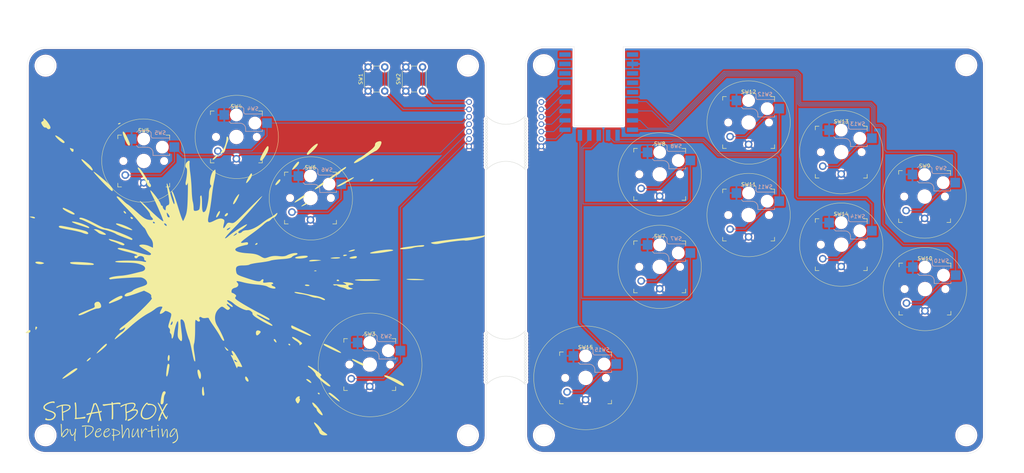
<source format=kicad_pcb>
(kicad_pcb (version 20240108) (generator "pcbnew") (generator_version "8.0")
  (title_block (title "Splatbox - Split leverless Fightstick") (company "F&J LLC.") (comment 1 "By: Jeremiah Bushau") (comment 2 "This is a prototype and learning exercise."))
  (layers (0 "F.Cu" signal) (31 "B.Cu" signal) (34 "B.Paste" user) (35 "F.Paste" user) (36 "B.SilkS" user "B.Silkscreen") (37 "F.SilkS" user "F.Silkscreen") (38 "B.Mask" user) (39 "F.Mask" user) (44 "Edge.Cuts" user))
  (net 0 "")
  (net 6 "s1")
  (net 7 "s2")
  (net 8 "up")
  (net 9 "down")
  (net 10 "right")
  (net 11 "left")
  (net 12 "b1")
  (net 13 "b2")
  (net 14 "r2")
  (net 15 "l2")
  (net 16 "b3")
  (net 17 "b4")
  (net 18 "r1")
  (net 19 "l1")
  (net 20 "l3")
  (net 21 "gnd")
  (footprint "CustomLibrary:ribbon connector" (layer "F.Cu") (at 159.8 118.95)
    (property "Reference" "ribbon_connector1" (hide yes))
    (property "Value" "~")
  )
  (footprint "key switches:Kailh_socket_PG1350_optional" (layer "F.Cu") (at 133 174.9)
    (property "Reference" "SW3")
    (property "Value" "Switch")
  )
  (footprint "key switches:Kailh_socket_PG1350_optional" (layer "F.Cu") (at 72 119.9)
    (property "Reference" "SW5")
    (property "Value" "Switch")
  )
  (footprint "Button_Switch_THT:SW_PUSH_6mm" (layer "F.Cu") (at 142.748 101 90)
    (property "Reference" "SW2")
    (property "Value" "Switch")
  )
  (footprint "key switches:Kailh_socket_PG1350_optional" (layer "F.Cu") (at 282.85 154.5)
    (property "Reference" "SW10")
    (property "Value" "Switch")
  )
  (footprint "CustomLibrary:mousebites" (layer "F.Cu") (at 164.5 181.033092)
    (property "Reference" "REF**" (hide yes))
    (property "Value" "mousebites" (hide yes))
    (fp_arc (start 0 -0.733817) (mid 5.25 -3) (end 10.5 -0.733817) (stroke (width 0.1)) (layer "Edge.Cuts"))
    (fp_arc (start 10.5 -15.266183) (mid 5.25 -13) (end 0 -15.266183) (stroke (width 0.1)) (layer "Edge.Cuts"))
    (fp_circle (center 0 -14.4) (end 0.3 -14.4) (stroke (width 0.1)) (fill none) (layer "Edge.Cuts"))
    (fp_circle (center 0 -13.6) (end 0.3 -13.6) (stroke (width 0.1)) (fill none) (layer "Edge.Cuts"))
    (fp_circle (center 0 -12.8) (end 0.3 -12.8) (stroke (width 0.1)) (fill none) (layer "Edge.Cuts"))
    (fp_circle (center 0 -12) (end 0.3 -12) (stroke (width 0.1)) (fill none) (layer "Edge.Cuts"))
    (fp_circle (center 0 -11.2) (end 0.3 -11.2) (stroke (width 0.1)) (fill none) (layer "Edge.Cuts"))
    (fp_circle (center 0 -10.4) (end 0.3 -10.4) (stroke (width 0.1)) (fill none) (layer "Edge.Cuts"))
    (fp_circle (center 0 -9.6) (end 0.3 -9.6) (stroke (width 0.1)) (fill none) (layer "Edge.Cuts"))
    (fp_circle (center 0 -8.8) (end 0.3 -8.8) (stroke (width 0.1)) (fill none) (layer "Edge.Cuts"))
    (fp_circle (center 0 -7.9) (end 0.3 -7.9) (stroke (width 0.1)) (fill none) (layer "Edge.Cuts"))
    (fp_circle (center 0 -7.1) (end 0.3 -7.1) (stroke (width 0.1)) (fill none) (layer "Edge.Cuts"))
    (fp_circle (center 0 -6.3) (end 0.3 -6.3) (stroke (width 0.1)) (fill none) (layer "Edge.Cuts"))
    (fp_circle (center 0 -5.5) (end 0.3 -5.5) (stroke (width 0.1)) (fill none) (layer "Edge.Cuts"))
    (fp_circle (center 0 -4.7) (end 0.3 -4.7) (stroke (width 0.1)) (fill none) (layer "Edge.Cuts"))
    (fp_circle (center 0 -3.9) (end 0.3 -3.9) (stroke (width 0.1)) (fill none) (layer "Edge.Cuts"))
    (fp_circle (center 0 -3.1) (end 0.3 -3.1) (stroke (width 0.1)) (fill none) (layer "Edge.Cuts"))
    (fp_circle (center 0 -2.3) (end 0.3 -2.3) (stroke (width 0.1)) (fill none) (layer "Edge.Cuts"))
    (fp_circle (center 0 -1.5) (end 0.3 -1.5) (stroke (width 0.1)) (fill none) (layer "Edge.Cuts"))
    (fp_circle (center 10.5 -14.4) (end 10.8 -14.4) (stroke (width 0.1)) (fill none) (layer "Edge.Cuts"))
    (fp_circle (center 10.5 -13.6) (end 10.8 -13.6) (stroke (width 0.1)) (fill none) (layer "Edge.Cuts"))
    (fp_circle (center 10.5 -12.8) (end 10.8 -12.8) (stroke (width 0.1)) (fill none) (layer "Edge.Cuts"))
    (fp_circle (center 10.5 -12) (end 10.8 -12) (stroke (width 0.1)) (fill none) (layer "Edge.Cuts"))
    (fp_circle (center 10.5 -11.2) (end 10.8 -11.2) (stroke (width 0.1)) (fill none) (layer "Edge.Cuts"))
    (fp_circle (center 10.5 -10.4) (end 10.8 -10.4) (stroke (width 0.1)) (fill none) (layer "Edge.Cuts"))
    (fp_circle (center 10.5 -9.6) (end 10.8 -9.6) (stroke (width 0.1)) (fill none) (layer "Edge.Cuts"))
    (fp_circle (center 10.5 -8.8) (end 10.8 -8.8) (stroke (width 0.1)) (fill none) (layer "Edge.Cuts"))
    (fp_circle (center 10.5 -7.9) (end 10.8 -7.9) (stroke (width 0.1)) (fill none) (layer "Edge.Cuts"))
    (fp_circle (center 10.5 -7.1) (end 10.8 -7.1) (stroke (width 0.1)) (fill none) (layer "Edge.Cuts"))
    (fp_circle (center 10.5 -6.3) (end 10.8 -6.3) (stroke (width 0.1)) (fill none) (layer "Edge.Cuts"))
    (fp_circle (center 10.5 -5.5) (end 10.8 -5.5) (stroke (width 0.1)) (fill none) (layer "Edge.Cuts"))
    (fp_circle (center 10.5 -4.7) (end 10.8 -4.7) (stroke (width 0.1)) (fill none) (layer "Edge.Cuts"))
    (fp_circle (center 10.5 -3.9) (end 10.8 -3.9) (stroke (width 0.1)) (fill none) (layer "Edge.Cuts"))
    (fp_circle (center 10.5 -3.1) (end 10.8 -3.1) (stroke (width 0.1)) (fill none) (layer "Edge.Cuts"))
    (fp_circle (center 10.5 -2.3) (end 10.8 -2.3) (stroke (width 0.1)) (fill none) (layer "Edge.Cuts"))
    (fp_circle (center 10.5 -1.5) (end 10.8 -1.5) (stroke (width 0.1)) (fill none) (layer "Edge.Cuts"))
  )
  (footprint "key switches:Kailh_socket_PG1350_optional" (layer "F.Cu") (at 97 113.4)
    (property "Reference" "SW4")
    (property "Value" "Switch")
  )
  (footprint "key switches:Kailh_socket_PG1350_optional" (layer "F.Cu") (at 235.25 109.5)
    (property "Reference" "SW12")
    (property "Value" "Switch")
  )
  (footprint "CustomLibrary:ribbon connector" (layer "F.Cu") (at 179.3 118.95)
    (property "Reference" "ribbon_connector3" (hide yes))
    (property "Value" "~")
  )
  (footprint "key switches:Kailh_socket_PG1350_optional" (layer "F.Cu") (at 260.25 117.5)
    (property "Reference" "SW13")
    (property "Value" "Switch")
  )
  (footprint "key switches:Kailh_socket_PG1350_optional" (layer "F.Cu") (at 235.25 134.5)
    (property "Reference" "SW11")
    (property "Value" "Switch")
  )
  (footprint "key switches:Kailh_socket_PG1350_optional" (layer "F.Cu") (at 260.25 142.5)
    (property "Reference" "SW14")
    (property "Value" "Switch")
  )
  (footprint "RP2040:RP2040-Zero" (layer "F.Cu") (at 194.8 101.3 -90)
    (property "Reference" "U1")
    (property "Value" "RP2040-Zero")
  )
  (footprint "key switches:Kailh_socket_PG1350_optional" (layer "F.Cu") (at 211.25 148.5)
    (property "Reference" "SW7")
    (property "Value" "Switch")
  )
  (footprint "Button_Switch_THT:SW_PUSH_6mm" (layer "F.Cu") (at 132.55 101 90)
    (property "Reference" "SW1")
    (property "Value" "Switch")
  )
  (footprint "key switches:Kailh_socket_PG1350_optional" (layer "F.Cu") (at 211.25 123.5)
    (property "Reference" "SW8")
    (property "Value" "Switch")
  )
  (footprint "key switches:Kailh_socket_PG1350_optional" (layer "F.Cu") (at 117 129.9)
    (property "Reference" "SW6")
    (property "Value" "Switch")
  )
  (footprint "key switches:Kailh_socket_PG1350_optional" (layer "F.Cu") (at 282.75 129.5)
    (property "Reference" "SW9")
    (property "Value" "Switch")
  )
  (footprint "key switches:Kailh_socket_PG1350_optional" (layer "F.Cu") (at 191.25 178.5)
    (property "Reference" "SW15")
    (property "Value" "Switch")
  )
  (footprint "CustomLibrary:mousebites" (layer "F.Cu") (at 164.5 122.983092)
    (property "Reference" "REF**" (hide yes))
    (property "Value" "mousebites" (hide yes))
    (fp_arc (start 0 -0.733817) (mid 5.25 -3) (end 10.5 -0.733817) (stroke (width 0.1)) (layer "Edge.Cuts"))
    (fp_arc (start 10.5 -15.266183) (mid 5.25 -13) (end 0 -15.266183) (stroke (width 0.1)) (layer "Edge.Cuts"))
    (fp_circle (center 0 -14.4) (end 0.3 -14.4) (stroke (width 0.1)) (fill none) (layer "Edge.Cuts"))
    (fp_circle (center 0 -13.6) (end 0.3 -13.6) (stroke (width 0.1)) (fill none) (layer "Edge.Cuts"))
    (fp_circle (center 0 -12.8) (end 0.3 -12.8) (stroke (width 0.1)) (fill none) (layer "Edge.Cuts"))
    (fp_circle (center 0 -12) (end 0.3 -12) (stroke (width 0.1)) (fill none) (layer "Edge.Cuts"))
    (fp_circle (center 0 -11.2) (end 0.3 -11.2) (stroke (width 0.1)) (fill none) (layer "Edge.Cuts"))
    (fp_circle (center 0 -10.4) (end 0.3 -10.4) (stroke (width 0.1)) (fill none) (layer "Edge.Cuts"))
    (fp_circle (center 0 -9.6) (end 0.3 -9.6) (stroke (width 0.1)) (fill none) (layer "Edge.Cuts"))
    (fp_circle (center 0 -8.8) (end 0.3 -8.8) (stroke (width 0.1)) (fill none) (layer "Edge.Cuts"))
    (fp_circle (center 0 -7.9) (end 0.3 -7.9) (stroke (width 0.1)) (fill none) (layer "Edge.Cuts"))
    (fp_circle (center 0 -7.1) (end 0.3 -7.1) (stroke (width 0.1)) (fill none) (layer "Edge.Cuts"))
    (fp_circle (center 0 -6.3) (end 0.3 -6.3) (stroke (width 0.1)) (fill none) (layer "Edge.Cuts"))
    (fp_circle (center 0 -5.5) (end 0.3 -5.5) (stroke (width 0.1)) (fill none) (layer "Edge.Cuts"))
    (fp_circle (center 0 -4.7) (end 0.3 -4.7) (stroke (width 0.1)) (fill none) (layer "Edge.Cuts"))
    (fp_circle (center 0 -3.9) (end 0.3 -3.9) (stroke (width 0.1)) (fill none) (layer "Edge.Cuts"))
    (fp_circle (center 0 -3.1) (end 0.3 -3.1) (stroke (width 0.1)) (fill none) (layer "Edge.Cuts"))
    (fp_circle (center 0 -2.3) (end 0.3 -2.3) (stroke (width 0.1)) (fill none) (layer "Edge.Cuts"))
    (fp_circle (center 0 -1.5) (end 0.3 -1.5) (stroke (width 0.1)) (fill none) (layer "Edge.Cuts"))
    (fp_circle (center 10.5 -14.4) (end 10.8 -14.4) (stroke (width 0.1)) (fill none) (layer "Edge.Cuts"))
    (fp_circle (center 10.5 -13.6) (end 10.8 -13.6) (stroke (width 0.1)) (fill none) (layer "Edge.Cuts"))
    (fp_circle (center 10.5 -12.8) (end 10.8 -12.8) (stroke (width 0.1)) (fill none) (layer "Edge.Cuts"))
    (fp_circle (center 10.5 -12) (end 10.8 -12) (stroke (width 0.1)) (fill none) (layer "Edge.Cuts"))
    (fp_circle (center 10.5 -11.2) (end 10.8 -11.2) (stroke (width 0.1)) (fill none) (layer "Edge.Cuts"))
    (fp_circle (center 10.5 -10.4) (end 10.8 -10.4) (stroke (width 0.1)) (fill none) (layer "Edge.Cuts"))
    (fp_circle (center 10.5 -9.6) (end 10.8 -9.6) (stroke (width 0.1)) (fill none) (layer "Edge.Cuts"))
    (fp_circle (center 10.5 -8.8) (end 10.8 -8.8) (stroke (width 0.1)) (fill none) (layer "Edge.Cuts"))
    (fp_circle (center 10.5 -7.9) (end 10.8 -7.9) (stroke (width 0.1)) (fill none) (layer "Edge.Cuts"))
    (fp_circle (center 10.5 -7.1) (end 10.8 -7.1) (stroke (width 0.1)) (fill none) (layer "Edge.Cuts"))
    (fp_circle (center 10.5 -6.3) (end 10.8 -6.3) (stroke (width 0.1)) (fill none) (layer "Edge.Cuts"))
    (fp_circle (center 10.5 -5.5) (end 10.8 -5.5) (stroke (width 0.1)) (fill none) (layer "Edge.Cuts"))
    (fp_circle (center 10.5 -4.7) (end 10.8 -4.7) (stroke (width 0.1)) (fill none) (layer "Edge.Cuts"))
    (fp_circle (center 10.5 -3.9) (end 10.8 -3.9) (stroke (width 0.1)) (fill none) (layer "Edge.Cuts"))
    (fp_circle (center 10.5 -3.1) (end 10.8 -3.1) (stroke (width 0.1)) (fill none) (layer "Edge.Cuts"))
    (fp_circle (center 10.5 -2.3) (end 10.8 -2.3) (stroke (width 0.1)) (fill none) (layer "Edge.Cuts"))
    (fp_circle (center 10.5 -1.5) (end 10.8 -1.5) (stroke (width 0.1)) (fill none) (layer "Edge.Cuts"))
  )
  (gr_poly (pts (xy 133.071708 144.760535) (xy 133.092568 144.731188) (xy 133.141431 144.691314) (xy 133.213681 144.650105) (xy 133.422472 144.564549) (xy 133.707195 144.476248) (xy 134.056106 144.386933) (xy 134.45746 144.298331) (xy 134.899512 144.212172) (xy 135.858731 144.054098) (xy 136.839804 143.926542) (xy 137.309173 143.87853) (xy 137.748771 143.843335) (xy 138.146854 143.822686) (xy 138.491675 143.81831) (xy 138.771491 143.831938) (xy 138.974557 143.865298) (xy 139.085215 143.896739) (xy 139.177048 143.926111) (xy 139.215627 143.940166) (xy 139.249166 143.953879) (xy 139.277553 143.967307) (xy 139.300678 143.980508) (xy 139.318428 143.99354) (xy 139.330693 144.006462) (xy 139.337361 144.019331) (xy 139.338561 144.025764) (xy 139.33832 144.032205) (xy 139.336625 144.038663) (xy 139.333461 144.045143) (xy 139.32267 144.058203) (xy 139.305837 144.071443) (xy 139.282851 144.084921) (xy 139.2536 144.098694) (xy 139.217973 144.112821) (xy 139.175858 144.127361) (xy 139.127145 144.142371) (xy 139.009477 144.174032) (xy 138.864078 144.208272) (xy 138.690057 144.245554) (xy 138.486524 144.286342) (xy 138.252588 144.331102) (xy 137.987359 144.380297) (xy 136.976249 144.553403) (xy 136.02112 144.693747) (xy 135.151019 144.799246) (xy 134.394994 144.867817) (xy 133.782089 144.89738) (xy 133.538384 144.896882) (xy 133.341352 144.885851) (xy 133.194624 144.864026) (xy 133.10183 144.831148) (xy 133.076793 144.810482) (xy 133.066601 144.786955)) (stroke (width -0.000001)) (fill solid) (layer "F.SilkS"))
  (gr_poly (pts (xy 111.000248 169.397895) (xy 111.001274 169.391987) (xy 111.002965 169.386164) (xy 111.005302 169.380432) (xy 111.008268 169.374798) (xy 111.011848 169.36927) (xy 111.016024 169.363856) (xy 111.020778 169.358562) (xy 111.026094 169.353397) (xy 111.031956 169.348368) (xy 111.038345 169.343482) (xy 111.045246 169.338747) (xy 111.052641 169.33417) (xy 111.060513 169.329759) (xy 111.068845 169.325521) (xy 111.07762 169.321464) (xy 111.086822 169.317595) (xy 111.096433 169.313921) (xy 111.106437 169.310451) (xy 111.116816 169.307191) (xy 111.127554 169.304148) (xy 111.138633 169.301332) (xy 111.150037 169.298748) (xy 111.161748 169.296404) (xy 111.17375 169.294308) (xy 111.186026 169.292467) (xy 111.198559 169.29089) (xy 111.211332 169.289582) (xy 111.224327 169.288552) (xy 111.237529 169.287806) (xy 111.250919 169.287354) (xy 111.264481 169.287201) (xy 111.278044 169.287568) (xy 111.291434 169.288655) (xy 111.304636 169.290445) (xy 111.317631 169.29292) (xy 111.330404 169.296063) (xy 111.342936 169.299854) (xy 111.355212 169.304276) (xy 111.367215 169.309311) (xy 111.378926 169.314942) (xy 111.39033 169.321149) (xy 111.401409 169.327916) (xy 111.412147 169.335224) (xy 111.422526 169.343056) (xy 111.432529 169.351392) (xy 111.442141 169.360217) (xy 111.451342 169.36951) (xy 111.460118 169.379255) (xy 111.46845 169.389434) (xy 111.476322 169.400028) (xy 111.483717 169.41102) (xy 111.490617 169.422392) (xy 111.497007 169.434125) (xy 111.502868 169.446202) (xy 111.508185 169.458604) (xy 111.512939 169.471315) (xy 111.517115 169.484315) (xy 111.520694 169.497587) (xy 111.523661 169.511114) (xy 111.525998 169.524876) (xy 111.527689 169.538856) (xy 111.528715 169.553036) (xy 111.529061 169.567399) (xy 111.528715 169.581548) (xy 111.527689 169.595094) (xy 111.525998 169.60803) (xy 111.523661 169.620348) (xy 111.520694 169.632041) (xy 111.517115 169.643101) (xy 111.512939 169.653521) (xy 111.508185 169.663293) (xy 111.502868 169.67241) (xy 111.497007 169.680864) (xy 111.490617 169.688648) (xy 111.483717 169.695755) (xy 111.476322 169.702176) (xy 111.46845 169.707904) (xy 111.460118 169.712933) (xy 111.451342 169.717254) (xy 111.442141 169.72086) (xy 111.432529 169.723744) (xy 111.422526 169.725898) (xy 111.412147 169.727314) (xy 111.401409 169.727985) (xy 111.39033 169.727904) (xy 111.378926 169.727063) (xy 111.367215 169.725455) (xy 111.355212 169.723072) (xy 111.342936 169.719906) (xy 111.330404 169.715951) (xy 111.317631 169.711199) (xy 111.304636 169.705642) (xy 111.291434 169.699272) (xy 111.278044 169.692083) (xy 111.264481 169.684067) (xy 111.237529 169.666811) (xy 111.211332 169.64885) (xy 111.186026 169.630327) (xy 111.161748 169.611386) (xy 111.138633 169.592172) (xy 111.116816 169.572828) (xy 111.096433 169.553498) (xy 111.07762 169.534325) (xy 111.060513 169.515454) (xy 111.045246 169.497028) (xy 111.031956 169.479192) (xy 111.020778 169.462088) (xy 111.011848 169.445861) (xy 111.005302 169.430654) (xy 111.002965 169.423478) (xy 111.001274 169.416612) (xy 111.000248 169.410072) (xy 110.999902 169.403878)) (stroke (width -0.000001)) (fill solid) (layer "F.SilkS"))
  (gr_poly (pts (xy 41.222593 134.963021) (xy 41.228964 134.956906) (xy 41.238604 134.951307) (xy 41.251537 134.946193) (xy 41.267784 134.941533) (xy 41.28737 134.937297) (xy 41.310316 134.933455) (xy 41.36638 134.926828) (xy 41.436158 134.921409) (xy 41.519832 134.916951) (xy 41.617584 134.913212) (xy 41.729596 134.909945) (xy 41.802973 134.909428) (xy 41.875957 134.911618) (xy 41.9481 134.916388) (xy 42.018951 134.923614) (xy 42.088064 134.933169) (xy 42.154987 134.944926) (xy 42.219274 134.95876) (xy 42.280474 134.974545) (xy 42.338139 134.992155) (xy 42.39182 135.011463) (xy 42.441069 135.032345) (xy 42.485435 135.054673) (xy 42.524471 135.078322) (xy 42.557728 135.103165) (xy 42.584756 135.129077) (xy 42.605107 135.155932) (xy 42.613037 135.16947) (xy 42.619969 135.182788) (xy 42.625916 135.195871) (xy 42.630889 135.208702) (xy 42.6349 135.221266) (xy 42.63796 135.233547) (xy 42.640082 135.24553) (xy 42.641277 135.257198) (xy 42.641557 135.268535) (xy 42.640933 135.279527) (xy 42.639417 135.290157) (xy 42.637021 135.30041) (xy 42.633757 135.310269) (xy 42.629636 135.319719) (xy 42.624669 135.328745) (xy 42.61887 135.337329) (xy 42.612249 135.345458) (xy 42.604817 135.353115) (xy 42.596588 135.360283) (xy 42.587572 135.366948) (xy 42.577781 135.373094) (xy 42.567227 135.378705) (xy 42.555921 135.383764) (xy 42.543876 135.388257) (xy 42.531102 135.392168) (xy 42.517612 135.395481) (xy 42.503418 135.398179) (xy 42.48853 135.400248) (xy 42.472961 135.401671) (xy 42.456723 135.402434) (xy 42.439827 135.402519) (xy 42.422284 135.401911) (xy 42.384257 135.398842) (xy 42.34191 135.393543) (xy 42.295691 135.38614) (xy 42.24605 135.376761) (xy 42.138295 135.352574) (xy 42.022235 135.321994) (xy 41.901463 135.28603) (xy 41.779567 135.245692) (xy 41.660141 135.201989) (xy 41.546773 135.155932) (xy 41.463976 135.119892) (xy 41.392894 135.087748) (xy 41.333709 135.059256) (xy 41.286602 135.034172) (xy 41.267634 135.022832) (xy 41.251755 135.012251) (xy 41.238986 135.0024) (xy 41.22935 134.993249) (xy 41.22287 134.984765) (xy 41.219568 134.97692) (xy 41.219468 134.969682)) (stroke (width -0.000001)) (fill solid) (layer "F.SilkS"))
  (gr_poly (pts (xy 141.164974 143.593046) (xy 141.172987 143.571707) (xy 141.186663 143.550633) (xy 141.206265 143.529773) (xy 141.232057 143.509077) (xy 141.264302 143.488494) (xy 141.303263 143.467972) (xy 141.349204 143.44746) (xy 141.402387 143.426907) (xy 141.463075 143.406262) (xy 141.531533 143.385475) (xy 141.608022 143.364494) (xy 141.78615 143.321745) (xy 141.999565 143.277607) (xy 142.250372 143.231671) (xy 142.540676 143.18353) (xy 142.872583 143.132775) (xy 143.248199 143.078996) (xy 143.669629 143.021786) (xy 144.138979 142.960735) (xy 144.658354 142.895436) (xy 145.229859 142.82548) (xy 146.007183 142.734889) (xy 146.621229 142.672454) (xy 147.084924 142.638673) (xy 147.26443 142.632684) (xy 147.411195 142.634046) (xy 147.526835 142.642822) (xy 147.612966 142.659074) (xy 147.671204 142.682864) (xy 147.690368 142.697606) (xy 147.703165 142.714255) (xy 147.709796 142.732821) (xy 147.710464 142.75331) (xy 147.694717 142.80009) (xy 147.65754 142.854659) (xy 147.600549 142.917079) (xy 147.600549 142.917056) (xy 147.590232 142.926096) (xy 147.577523 142.935022) (xy 147.545221 142.952485) (xy 147.504232 142.969354) (xy 147.455146 142.985539) (xy 147.398555 143.000949) (xy 147.335047 143.015494) (xy 147.265213 143.029083) (xy 147.189643 143.041627) (xy 147.108927 143.053033) (xy 147.023656 143.063212) (xy 146.934419 143.072074) (xy 146.841807 143.079527) (xy 146.74641 143.085481) (xy 146.648818 143.089846) (xy 146.549622 143.092532) (xy 146.44941 143.093447) (xy 146.237945 143.098718) (xy 146.010402 143.113823) (xy 145.773924 143.137704) (xy 145.535656 143.169301) (xy 145.302742 143.207554) (xy 145.082326 143.251406) (xy 144.881553 143.299796) (xy 144.790764 143.325361) (xy 144.707566 143.351664) (xy 144.505349 143.412129) (xy 144.272292 143.46882) (xy 144.01445 143.521289) (xy 143.737878 143.569086) (xy 143.152769 143.648867) (xy 142.565409 143.704569) (xy 142.024243 143.732598) (xy 141.786122 143.735112) (xy 141.577717 143.72936) (xy 141.405082 143.714892) (xy 141.274275 143.69126) (xy 141.191349 143.658013) (xy 141.169735 143.637644) (xy 141.162362 143.614703)) (stroke (width -0.000001)) (fill solid) (layer "F.SilkS"))
  (gr_poly (pts (xy 107.087106 168.139224) (xy 107.089191 168.123021) (xy 107.092475 168.107634) (xy 107.096973 168.093105) (xy 107.102702 168.079475) (xy 107.109678 168.066784) (xy 107.117917 168.055075) (xy 107.127435 168.044388) (xy 107.137858 168.034796) (xy 107.148786 168.026332) (xy 107.160191 168.018987) (xy 107.172044 168.012746) (xy 107.184318 168.007597) (xy 107.196983 168.003529) (xy 107.210011 168.000529) (xy 107.223374 167.998584) (xy 107.237043 167.997683) (xy 107.25099 167.997812) (xy 107.265187 167.99896) (xy 107.279605 168.001115) (xy 107.294215 168.004263) (xy 107.30899 168.008393) (xy 107.323901 168.013492) (xy 107.338919 168.019548) (xy 107.354017 168.026549) (xy 107.369165 168.034482) (xy 107.384335 168.043335) (xy 107.399499 168.053095) (xy 107.414629 168.063751) (xy 107.429696 168.07529) (xy 107.444671 168.087699) (xy 107.459526 168.100967) (xy 107.474234 168.115081) (xy 107.488764 168.130028) (xy 107.50309 168.145796) (xy 107.517182 168.162374) (xy 107.531013 168.179748) (xy 107.544553 168.197907) (xy 107.557774 168.216837) (xy 107.570649 168.236527) (xy 107.640868 168.353011) (xy 107.698929 168.460511) (xy 107.745087 168.558433) (xy 107.779596 168.64618) (xy 107.792562 168.686052) (xy 107.802711 168.723157) (xy 107.810074 168.75742) (xy 107.814684 168.788768) (xy 107.816573 168.817125) (xy 107.815772 168.842418) (xy 107.812313 168.864571) (xy 107.806228 168.883511) (xy 107.797548 168.899163) (xy 107.786305 168.911452) (xy 107.772532 168.920304) (xy 107.756259 168.925645) (xy 107.737519 168.927399) (xy 107.716344 168.925494) (xy 107.692765 168.919853) (xy 107.666814 168.910403) (xy 107.638522 168.89707) (xy 107.607922 168.879778) (xy 107.575046 168.858453) (xy 107.539924 168.833022) (xy 107.50259 168.803409) (xy 107.463074 168.76954) (xy 107.377625 168.688737) (xy 107.333086 168.642151) (xy 107.291802 168.594866) (xy 107.2539 168.547211) (xy 107.21951 168.499517) (xy 107.188761 168.452115) (xy 107.161779 168.405334) (xy 107.138693 168.359505) (xy 107.119633 168.314958) (xy 107.104725 168.272024) (xy 107.094099 168.231033) (xy 107.087882 168.192315) (xy 107.086467 168.173912) (xy 107.086203 168.156201)) (stroke (width -0.000001)) (fill solid) (layer "F.SilkS"))
  (gr_poly (pts (xy 44.33013 109.511468) (xy 44.334958 109.487904) (xy 44.34222 109.465339) (xy 44.351922 109.443628) (xy 44.364072 109.422626) (xy 44.378675 109.402188) (xy 44.39574 109.382169) (xy 44.415273 109.362424) (xy 44.43728 109.342808) (xy 44.461768 109.323177) (xy 44.518217 109.283286) (xy 44.584673 109.241593) (xy 44.661191 109.196936) (xy 44.708128 109.168421) (xy 44.752187 109.138177) (xy 44.793206 109.10647) (xy 44.831024 109.073563) (xy 44.865478 109.039721) (xy 44.896408 109.005209) (xy 44.923652 108.970289) (xy 44.935841 108.95276) (xy 44.947048 108.935228) (xy 44.957252 108.917727) (xy 44.966434 108.900289) (xy 44.974573 108.882948) (xy 44.98165 108.865736) (xy 44.987643 108.848688) (xy 44.992533 108.831835) (xy 44.996299 108.81521) (xy 44.998922 108.798848) (xy 45.000381 108.782781) (xy 45.000656 108.767041) (xy 44.999726 108.751663) (xy 44.997572 108.736678) (xy 44.994174 108.722121) (xy 44.98951 108.708024) (xy 44.983562 108.69442) (xy 44.976308 108.681342) (xy 44.941947 108.623366) (xy 44.914531 108.572049) (xy 44.893786 108.527225) (xy 44.879441 108.488723) (xy 44.87122 108.456375) (xy 44.868852 108.430013) (xy 44.872063 108.409468) (xy 44.875675 108.401324) (xy 44.88058 108.39457) (xy 44.886742 108.389187) (xy 44.894129 108.385152) (xy 44.912439 108.381045) (xy 44.935235 108.38208) (xy 44.962244 108.388088) (xy 44.993194 108.398902) (xy 45.027811 108.414351) (xy 45.065821 108.434267) (xy 45.106953 108.458482) (xy 45.150932 108.486828) (xy 45.197486 108.519134) (xy 45.246342 108.555234) (xy 45.297226 108.594957) (xy 45.403986 108.684601) (xy 45.515581 108.786717) (xy 45.629828 108.899956) (xy 45.687262 108.960325) (xy 45.744539 109.022968) (xy 45.801387 109.087717) (xy 45.857531 109.154404) (xy 45.912699 109.222859) (xy 45.966618 109.292914) (xy 46.129547 109.51374) (xy 46.274949 109.719453) (xy 46.402954 109.910495) (xy 46.513692 110.087306) (xy 46.60729 110.250327) (xy 46.683879 110.400002) (xy 46.743588 110.53677) (xy 46.786546 110.661072) (xy 46.812883 110.773352) (xy 46.819858 110.82512) (xy 46.822727 110.874049) (xy 46.821505 110.920192) (xy 46.816208 110.963605) (xy 46.806852 111.004343) (xy 46.793455 111.042461) (xy 46.776031 111.078015) (xy 46.754598 111.111059) (xy 46.72917 111.14165) (xy 46.699765 111.169841) (xy 46.666398 111.195688) (xy 46.629086 111.219247) (xy 46.587845 111.240572) (xy 46.542691 111.259719) (xy 46.542695 111.259719) (xy 46.498984 111.274447) (xy 46.454503 111.285537) (xy 46.409569 111.293067) (xy 46.364495 111.297117) (xy 46.319599 111.297768) (xy 46.275194 111.295099) (xy 46.231598 111.289191) (xy 46.189124 111.280123) (xy 46.148087 111.267976) (xy 46.108805 111.252829) (xy 46.071592 111.234763) (xy 46.036762 111.213857) (xy 46.004632 111.190192) (xy 45.989678 111.177349) (xy 45.975518 111.163847) (xy 45.962189 111.149694) (xy 45.949733 111.134902) (xy 45.938188 111.11948) (xy 45.927594 111.103438) (xy 45.917093 111.087288) (xy 45.905823 111.07155) (xy 45.89382 111.056239) (xy 45.881117 111.041371) (xy 45.867751 111.026961) (xy 45.853756 111.013024) (xy 45.839166 110.999576) (xy 45.824017 110.986631) (xy 45.808343 110.974204) (xy 45.79218 110.962311) (xy 45.758525 110.940187) (xy 45.723329 110.920381) (xy 45.686873 110.903014) (xy 45.649436 110.888207) (xy 45.611295 110.876081) (xy 45.592049 110.871062) (xy 45.572731 110.866759) (xy 45.553378 110.863187) (xy 45.534023 110.860361) (xy 45.514701 110.858297) (xy 45.495449 110.85701) (xy 45.476299 110.856514) (xy 45.457288 110.856826) (xy 45.43845 110.857959) (xy 45.419821 110.859931) (xy 45.401434 110.862755) (xy 45.383324 110.866446) (xy 45.364921 110.869587) (xy 45.34566 110.870768) (xy 45.325591 110.870032) (xy 45.304764 110.867422) (xy 45.283227 110.86298) (xy 45.26103 110.856748) (xy 45.238223 110.848768) (xy 45.214854 110.839084) (xy 45.190973 110.827737) (xy 45.16663 110.81477) (xy 45.141873 110.800226) (xy 45.116752 110.784146) (xy 45.065615 110.747549) (xy 45.013614 110.705319) (xy 44.961143 110.657796) (xy 44.908596 110.605317) (xy 44.856368 110.548224) (xy 44.804853 110.486853) (xy 44.754446 110.421546) (xy 44.705542 110.35264) (xy 44.658535 110.280475) (xy 44.61382 110.20539) (xy 44.54513 110.083396) (xy 44.48574 109.974676) (xy 44.435703 109.878072) (xy 44.395074 109.792422) (xy 44.363908 109.716567) (xy 44.35189 109.681951) (xy 44.342259 109.649348) (xy 44.33502 109.618614) (xy 44.330181 109.589604) (xy 44.327749 109.562173) (xy 44.32773 109.536176)) (stroke (width -0.000001)) (fill solid) (layer "F.SilkS"))
  (gr_poly (pts (xy 65.047318 109.894651) (xy 65.048935 109.886116) (xy 65.051558 109.877387) (xy 65.055168 109.868481) (xy 65.059748 109.859417) (xy 65.065279 109.850213) (xy 65.071744 109.840887) (xy 65.079124 109.831456) (xy 65.087401 109.82194) (xy 65.096557 109.812357) (xy 65.106575 109.802723) (xy 65.117435 109.793059) (xy 65.12912 109.783381) (xy 65.141612 109.773709) (xy 65.154893 109.764059) (xy 65.168944 109.754451) (xy 65.183748 109.744902) (xy 65.199287 109.735431) (xy 65.215541 109.726056) (xy 65.232494 109.716794) (xy 65.250128 109.707665) (xy 65.268423 109.698686) (xy 65.287363 109.689875) (xy 65.306928 109.68125) (xy 65.327102 109.67283) (xy 65.347865 109.664633) (xy 65.43075 109.63492) (xy 65.504455 109.612647) (xy 65.537809 109.604198) (xy 65.568803 109.597487) (xy 65.597413 109.592472) (xy 65.623619 109.589114) (xy 65.647398 109.587371) (xy 65.668727 109.587202) (xy 65.687586 109.588566) (xy 65.703952 109.591423) (xy 65.717804 109.595731) (xy 65.729118 109.601451) (xy 65.737874 109.60854) (xy 65.744049 109.616959) (xy 65.747622 109.626666) (xy 65.74857 109.637621) (xy 65.746871 109.649783) (xy 65.742504 109.66311) (xy 65.735447 109.677563) (xy 65.725677 109.693099) (xy 65.713173 109.709679) (xy 65.697912 109.727262) (xy 65.679873 109.745806) (xy 65.659034 109.765272) (xy 65.635373 109.785617) (xy 65.608868 109.806801) (xy 65.547237 109.851525) (xy 65.473965 109.899115) (xy 65.444566 109.916224) (xy 65.414706 109.931569) (xy 65.384597 109.945127) (xy 65.354448 109.956872) (xy 65.324467 109.96678) (xy 65.294864 109.974826) (xy 65.265848 109.980985) (xy 65.23763 109.985233) (xy 65.210417 109.987544) (xy 65.18442 109.987894) (xy 65.159847 109.986257) (xy 65.136908 109.98261) (xy 65.115812 109.976927) (xy 65.106021 109.973315) (xy 65.096769 109.969184) (xy 65.088083 109.964532) (xy 65.079988 109.959355) (xy 65.072511 109.953652) (xy 65.065678 109.947417) (xy 65.059749 109.940753) (xy 65.054952 109.933768) (xy 65.051269 109.926479) (xy 65.048683 109.918905) (xy 65.047174 109.911063) (xy 65.046725 109.902972)) (stroke (width -0.000001)) (fill solid) (layer "F.SilkS"))
  (gr_poly (pts (xy 52.066224 116.432501) (xy 52.069126 116.420984) (xy 52.073935 116.411342) (xy 52.080666 116.403534) (xy 52.089336 116.397516) (xy 52.09996 116.393246) (xy 52.112554 116.39068) (xy 52.127132 116.389775) (xy 52.143712 116.390489) (xy 52.162309 116.39278) (xy 52.205614 116.401916) (xy 52.257172 116.416841) (xy 52.31711 116.437211) (xy 52.385551 116.462683) (xy 52.478064 116.49731) (xy 52.568735 116.529617) (xy 52.655269 116.558896) (xy 52.735369 116.584439) (xy 52.806739 116.605538) (xy 52.867081 116.621485) (xy 52.914099 116.631573) (xy 52.931893 116.634198) (xy 52.945495 116.635092) (xy 52.951167 116.635611) (xy 52.956767 116.637151) (xy 52.962289 116.639687) (xy 52.967724 116.643193) (xy 52.973065 116.647643) (xy 52.978307 116.653013) (xy 52.983441 116.659277) (xy 52.98846 116.666409) (xy 52.993358 116.674384) (xy 52.998127 116.683176) (xy 53.002761 116.692761) (xy 53.007252 116.703113) (xy 53.011592 116.714205) (xy 53.015776 116.726014) (xy 53.019796 116.738512) (xy 53.023644 116.751676) (xy 53.030799 116.779897) (xy 53.037184 116.810472) (xy 53.042742 116.843198) (xy 53.047417 116.877872) (xy 53.051152 116.91429) (xy 53.05389 116.952248) (xy 53.055574 116.991544) (xy 53.056148 117.031973) (xy 53.054824 117.072402) (xy 53.050938 117.111696) (xy 53.044622 117.149653) (xy 53.036006 117.186071) (xy 53.025221 117.220744) (xy 53.012398 117.253469) (xy 52.997668 117.284044) (xy 52.981162 117.312264) (xy 52.96301 117.337926) (xy 52.943344 117.360827) (xy 52.922295 117.380763) (xy 52.911292 117.389556) (xy 52.899992 117.397531) (xy 52.888412 117.404663) (xy 52.876568 117.410926) (xy 52.864476 117.416296) (xy 52.852153 117.420747) (xy 52.839614 117.424252) (xy 52.826877 117.426788) (xy 52.813958 117.428328) (xy 52.800875 117.428847) (xy 52.787393 117.428103) (xy 52.773292 117.425894) (xy 52.758609 117.422257) (xy 52.743379 117.417228) (xy 52.72764 117.410844) (xy 52.711426 117.403142) (xy 52.694773 117.394158) (xy 52.677718 117.383928) (xy 52.642544 117.359877) (xy 52.60619 117.331281) (xy 52.568944 117.298432) (xy 52.531092 117.261622) (xy 52.492922 117.221143) (xy 52.45472 117.177286) (xy 52.416774 117.130344) (xy 52.379371 117.080608) (xy 52.342798 117.028371) (xy 52.307342 116.973923) (xy 52.273289 116.917557) (xy 52.240929 116.859564) (xy 52.194942 116.772471) (xy 52.155708 116.695285) (xy 52.123352 116.627661) (xy 52.098 116.569258) (xy 52.079777 116.519732) (xy 52.073377 116.498191) (xy 52.068806 116.47874) (xy 52.06608 116.461337) (xy 52.065214 116.445938)) (stroke (width -0.000001)) (fill solid) (layer "F.SilkS"))
  (gr_circle (center 260.25 117.5) (end 271.5 117.5) (stroke (width 0.1)) (fill none) (layer "F.SilkS"))
  (gr_poly (pts (xy 76.565794 184.842212) (xy 76.589145 184.596389) (xy 76.622519 184.33362) (xy 76.66478 184.060661) (xy 76.714794 183.784267) (xy 76.771426 183.511194) (xy 76.833541 183.248198) (xy 76.900005 183.002034) (xy 76.969682 182.779458) (xy 77.041439 182.587226) (xy 77.11414 182.432093) (xy 77.15049 182.37055) (xy 77.18665 182.320816) (xy 77.215486 182.288174) (xy 77.245901 182.257924) (xy 77.277637 182.230158) (xy 77.310434 182.204972) (xy 77.344033 182.182457) (xy 77.378175 182.162709) (xy 77.412599 182.145821) (xy 77.447048 182.131887) (xy 77.481261 182.121) (xy 77.51498 182.113255) (xy 77.531572 182.110589) (xy 77.547944 182.108744) (xy 77.564062 182.107732) (xy 77.579895 182.107563) (xy 77.59541 182.10825) (xy 77.610574 182.109804) (xy 77.625355 182.112237) (xy 77.63972 182.115561) (xy 77.653638 182.119788) (xy 77.667075 182.124929) (xy 77.68 182.130996) (xy 77.69238 182.138) (xy 77.719483 182.155433) (xy 77.744792 182.17315) (xy 77.768304 182.191194) (xy 77.790018 182.209606) (xy 77.809933 182.228429) (xy 77.828047 182.247704) (xy 77.844359 182.267473) (xy 77.858867 182.28778) (xy 77.871571 182.308665) (xy 77.882468 182.330171) (xy 77.891557 182.35234) (xy 77.898838 182.375213) (xy 77.904308 182.398834) (xy 77.907966 182.423244) (xy 77.909811 182.448485) (xy 77.909841 182.474599) (xy 77.908056 182.501629) (xy 77.904453 182.529616) (xy 77.899031 182.558603) (xy 77.891789 182.58863) (xy 77.882725 182.619742) (xy 77.871839 182.651979) (xy 77.859128 182.685384) (xy 77.844591 182.719999) (xy 77.828227 182.755865) (xy 77.810035 182.793026) (xy 77.790012 182.831522) (xy 77.768159 182.871397) (xy 77.744473 182.912691) (xy 77.718952 182.955448) (xy 77.662404 183.045517) (xy 77.662404 183.045501) (xy 77.636255 183.090996) (xy 77.610799 183.145156) (xy 77.586167 183.207278) (xy 77.562496 183.276657) (xy 77.539916 183.352588) (xy 77.518563 183.434369) (xy 77.49857 183.521295) (xy 77.480071 183.612661) (xy 77.463198 183.707763) (xy 77.448086 183.805898) (xy 77.434869 183.90636) (xy 77.423679 184.008447) (xy 77.41465 184.111452) (xy 77.407916 184.214673) (xy 77.403611 184.317406) (xy 77.401868 184.418945) (xy 77.397557 184.59387) (xy 77.386292 184.756939) (xy 77.368324 184.907769) (xy 77.343903 185.045978) (xy 77.313282 185.171183) (xy 77.276712 185.283001) (xy 77.234444 185.381049) (xy 77.211252 185.42479) (xy 77.186729 185.464944) (xy 77.160908 185.501466) (xy 77.133819 185.534305) (xy 77.105494 185.563415) (xy 77.075965 185.588747) (xy 77.045262 185.610255) (xy 77.013418 185.627889) (xy 76.980463 185.641602) (xy 76.94643 185.651347) (xy 76.911349 185.657075) (xy 76.875251 185.658739) (xy 76.838169 185.65629) (xy 76.800134 185.649681) (xy 76.761177 185.638865) (xy 76.721329 185.623792) (xy 76.680623 185.604416) (xy 76.639088 185.580688) (xy 76.615165 185.557572) (xy 76.595307 185.52093) (xy 76.579373 185.471608) (xy 76.567222 185.410448) (xy 76.553698 185.255997) (xy 76.5536 185.064334)) (stroke (width -0.000001)) (fill solid) (layer "F.SilkS"))
  (gr_poly (pts (xy 127.279898 144.314452) (xy 127.291927 144.2969) (xy 127.310642 144.277826) (xy 127.336069 144.2573) (xy 127.368231 144.235395) (xy 127.452861 144.187735) (xy 127.564728 144.135419) (xy 127.704028 144.079022) (xy 127.870958 144.019117) (xy 128.065713 143.956278) (xy 128.160023 143.928468) (xy 128.251688 143.903665) (xy 128.340234 143.881903) (xy 128.425187 143.863214) (xy 128.506071 143.847634) (xy 128.582412 143.835195) (xy 128.653735 143.825931) (xy 128.719566 143.819876) (xy 128.77943 143.817063) (xy 128.832852 143.817526) (xy 128.879357 143.821299) (xy 128.918472 143.828414) (xy 128.94972 143.838906) (xy 128.972628 143.852809) (xy 128.980806 143.861049) (xy 128.986721 143.870155) (xy 128.990314 143.88013) (xy 128.991524 143.890978) (xy 128.990462 143.902427) (xy 128.987308 143.914193) (xy 128.982116 143.92625) (xy 128.974938 143.938573) (xy 128.965824 143.951137) (xy 128.954829 143.963916) (xy 128.942003 143.976885) (xy 128.927399 143.990017) (xy 128.911069 144.003289) (xy 128.893065 144.016674) (xy 128.873438 144.030147) (xy 128.852242 144.043682) (xy 128.805349 144.070837) (xy 128.752801 144.097936) (xy 128.695015 144.124776) (xy 128.632408 144.151152) (xy 128.565397 144.176861) (xy 128.494398 144.201699) (xy 128.419827 144.225463) (xy 128.342103 144.247949) (xy 128.26164 144.268953) (xy 128.178857 144.288271) (xy 128.178857 144.288218) (xy 127.976823 144.329654) (xy 127.799869 144.360121) (xy 127.648191 144.380192) (xy 127.521985 144.390441) (xy 127.421447 144.391443) (xy 127.380865 144.388655) (xy 127.346773 144.383771) (xy 127.319197 144.376861) (xy 127.29816 144.367999) (xy 127.283687 144.357255) (xy 127.275802 144.344701) (xy 127.274531 144.33041)) (stroke (width -0.000001)) (fill solid) (layer "F.SilkS"))
  (gr_poly (pts (xy 112.856291 146.015335) (xy 112.869132 145.991879) (xy 112.89013 145.968171) (xy 112.918955 145.944278) (xy 112.955277 145.92027) (xy 112.998767 145.896213) (xy 113.105926 145.84823) (xy 113.237794 145.800875) (xy 113.391729 145.754695) (xy 113.565091 145.710234) (xy 113.75524 145.66804) (xy 113.959536 145.628658) (xy 114.175338 145.592635) (xy 114.400005 145.560516) (xy 114.630898 145.532848) (xy 114.865377 145.510176) (xy 115.1008 145.493047) (xy 115.334528 145.482008) (xy 115.56392 145.477603) (xy 115.653568 145.478466) (xy 115.737043 145.481725) (xy 115.814365 145.487261) (xy 115.885552 145.494955) (xy 115.950623 145.504688) (xy 116.009597 145.516341) (xy 116.062493 145.529795) (xy 116.109329 145.54493) (xy 116.150125 145.561629) (xy 116.184899 145.57977) (xy 116.21367 145.599236) (xy 116.236458 145.619907) (xy 116.253281 145.641665) (xy 116.264158 145.66439) (xy 116.269108 145.687963) (xy 116.268149 145.712265) (xy 116.261301 145.737177) (xy 116.248583 145.762579) (xy 116.230013 145.788354) (xy 116.20561 145.814381) (xy 116.175394 145.840542) (xy 116.139382 145.866718) (xy 116.097595 145.892789) (xy 116.05005 145.918636) (xy 115.996767 145.944141) (xy 115.937764 145.969184) (xy 115.873061 145.993646) (xy 115.802677 146.017408) (xy 115.726629 146.040351) (xy 115.644938 146.062356) (xy 115.557622 146.083304) (xy 115.4647 146.103076) (xy 115.4647 146.103068) (xy 115.23891 146.144576) (xy 115.010178 146.179732) (xy 114.78092 146.208597) (xy 114.553551 146.23123) (xy 114.330488 146.24769) (xy 114.114146 146.258038) (xy 113.906942 146.262333) (xy 113.711292 146.260635) (xy 113.529611 146.253004) (xy 113.364316 146.239499) (xy 113.217823 146.22018) (xy 113.092546 146.195107) (xy 112.990904 146.16434) (xy 112.915311 146.127938) (xy 112.888038 146.107643) (xy 112.868183 146.085962) (xy 112.856049 146.062901) (xy 112.851937 146.03847)) (stroke (width -0.000001)) (fill solid) (layer "F.SilkS"))
  (gr_poly (pts (xy 70.371201 121.763766) (xy 70.373393 121.751021) (xy 70.376983 121.739297) (xy 70.381974 121.728572) (xy 70.388368 121.718823) (xy 70.396168 121.710028) (xy 70.405376 121.702163) (xy 70.415996 121.695205) (xy 70.428029 121.689133) (xy 70.441478 121.683923) (xy 70.456346 121.679553) (xy 70.472636 121.675999) (xy 70.490349 121.673239) (xy 70.530057 121.67001) (xy 70.575492 121.669684) (xy 70.604938 121.674626) (xy 70.638893 121.6882) (xy 70.677218 121.710212) (xy 70.719774 121.740469) (xy 70.766424 121.778777) (xy 70.817028 121.824943) (xy 70.929548 121.940076) (xy 71.056228 122.084319) (xy 71.19596 122.256125) (xy 71.347638 122.453949) (xy 71.510155 122.676242) (xy 71.682405 122.921456) (xy 71.863281 123.188046) (xy 72.051675 123.474464) (xy 72.246481 123.779162) (xy 72.446593 124.100594) (xy 72.650903 124.437212) (xy 72.858305 124.787468) (xy 73.067693 125.149817) (xy 73.134 125.26144) (xy 73.207507 125.377222) (xy 73.285773 125.493797) (xy 73.366354 125.607796) (xy 73.44681 125.715854) (xy 73.524698 125.814604) (xy 73.597578 125.900678) (xy 73.631376 125.937909) (xy 73.663007 125.970709) (xy 73.69922 126.008685) (xy 73.732948 126.047597) (xy 73.764194 126.087307) (xy 73.792967 126.127673) (xy 73.819271 126.168555) (xy 73.843113 126.209813) (xy 73.8645 126.251305) (xy 73.883438 126.292892) (xy 73.899933 126.334433) (xy 73.91399 126.375786) (xy 73.925617 126.416813) (xy 73.93482 126.457372) (xy 73.941605 126.497322) (xy 73.945977 126.536523) (xy 73.947944 126.574835) (xy 73.947512 126.612116) (xy 73.944686 126.648228) (xy 73.939474 126.683027) (xy 73.931881 126.716376) (xy 73.921913 126.748132) (xy 73.909578 126.778155) (xy 73.89488 126.806305) (xy 73.877826 126.832441) (xy 73.858423 126.856422) (xy 73.836677 126.878109) (xy 73.812594 126.89736) (xy 73.78618 126.914034) (xy 73.757441 126.927993) (xy 73.726384 126.939094) (xy 73.693015 126.947197) (xy 73.657341 126.952162) (xy 73.619367 126.953848) (xy 73.619367 126.953841) (xy 73.601574 126.952889) (xy 73.583169 126.950066) (xy 73.564196 126.945417) (xy 73.544696 126.93899) (xy 73.524712 126.930831) (xy 73.504286 126.920987) (xy 73.483461 126.909504) (xy 73.462278 126.896428) (xy 73.440782 126.881808) (xy 73.419013 126.865688) (xy 73.37483 126.829139) (xy 73.330068 126.787154) (xy 73.285067 126.740107) (xy 73.240166 126.68837) (xy 73.195705 126.632317) (xy 73.152023 126.57232) (xy 73.10946 126.508753) (xy 73.068355 126.441988) (xy 73.029048 126.372399) (xy 72.991878 126.300359) (xy 72.957185 126.226241) (xy 72.873654 126.050381) (xy 72.759806 125.828903) (xy 72.620699 125.570761) (xy 72.461396 125.284906) (xy 72.286955 124.980293) (xy 72.102437 124.665874) (xy 71.912903 124.350603) (xy 71.723412 124.043433) (xy 70.524201 122.125205) (xy 70.485896 122.062217) (xy 70.453029 122.004681) (xy 70.425623 121.952415) (xy 70.403696 121.905238) (xy 70.38727 121.862966) (xy 70.381127 121.843613) (xy 70.376366 121.825418) (xy 70.37299 121.808359) (xy 70.371002 121.792412) (xy 70.370405 121.777556)) (stroke (width -0.000001)) (fill solid) (layer "F.SilkS"))
  (gr_poly (pts (xy 114.519136 132.131527) (xy 114.522124 132.121348) (xy 114.527434 132.109942) (xy 114.535012 132.097354) (xy 114.544806 132.083626) (xy 114.556762 132.068798) (xy 114.570828 132.052915) (xy 114.586949 132.036019) (xy 114.625149 131.999353) (xy 114.670934 131.959141) (xy 114.723881 131.915721) (xy 114.783563 131.869431) (xy 114.849556 131.82061) (xy 114.921434 131.769596) (xy 114.998772 131.716729) (xy 115.081145 131.662347) (xy 115.168127 131.606788) (xy 115.259293 131.550391) (xy 115.354218 131.493495) (xy 115.542477 131.386269) (xy 115.718039 131.293715) (xy 115.877067 131.217322) (xy 115.949182 131.185652) (xy 116.015724 131.158582) (xy 116.076214 131.136298) (xy 116.130172 131.118987) (xy 116.177118 131.106834) (xy 116.216573 131.100026) (xy 116.248057 131.098751) (xy 116.271091 131.103193) (xy 116.279289 131.107616) (xy 116.285194 131.113539) (xy 116.288747 131.120985) (xy 116.289887 131.129977) (xy 116.28873 131.140307) (xy 116.285443 131.151727) (xy 116.280078 131.164194) (xy 116.27269 131.177665) (xy 116.263331 131.192098) (xy 116.252055 131.207452) (xy 116.238915 131.223682) (xy 116.223964 131.240748) (xy 116.188843 131.277216) (xy 116.147117 131.316516) (xy 116.099212 131.35831) (xy 116.045555 131.402258) (xy 115.986571 131.448023) (xy 115.922685 131.495265) (xy 115.854324 131.543645) (xy 115.781914 131.592825) (xy 115.705881 131.642466) (xy 115.62665 131.692229) (xy 115.544646 131.741775) (xy 115.460297 131.790766) (xy 115.460297 131.790759) (xy 115.29179 131.883231) (xy 115.130336 131.965247) (xy 114.979772 132.035317) (xy 114.843937 132.09195) (xy 114.782742 132.114762) (xy 114.726668 132.133655) (xy 114.676195 132.148443) (xy 114.631803 132.15894) (xy 114.593971 132.16496) (xy 114.56318 132.166316) (xy 114.539908 132.162822) (xy 114.531242 132.159198) (xy 114.524636 132.154292) (xy 114.520339 132.148042) (xy 114.518524 132.14044)) (stroke (width -0.000001)) (fill solid) (layer "F.SilkS"))
  (gr_poly (pts (xy 62.58903 158.194223) (xy 62.612066 158.153354) (xy 62.649359 158.106161) (xy 62.700009 158.053166) (xy 62.837774 157.931844) (xy 63.018157 157.793545) (xy 63.233954 157.642424) (xy 63.477959 157.482638) (xy 63.742967 157.318344) (xy 64.021775 157.153698) (xy 64.307177 156.992855) (xy 64.591969 156.839974) (xy 64.868945 156.699209) (xy 65.130902 156.574718) (xy 65.370634 156.470656) (xy 65.580936 156.39118) (xy 65.754605 156.340446) (xy 65.82545 156.327157) (xy 65.884435 156.322611) (xy 65.928688 156.323686) (xy 65.970298 156.32686) (xy 66.009257 156.332063) (xy 66.045559 156.339223) (xy 66.079196 156.348268) (xy 66.110162 156.359125) (xy 66.138449 156.371723) (xy 66.16405 156.38599) (xy 66.186959 156.401854) (xy 66.207169 156.419243) (xy 66.224672 156.438085) (xy 66.239461 156.458309) (xy 66.251529 156.479841) (xy 66.26087 156.502611) (xy 66.267477 156.526547) (xy 66.271341 156.551576) (xy 66.272457 156.577627) (xy 66.270817 156.604628) (xy 66.266415 156.632506) (xy 66.259243 156.66119) (xy 66.249294 156.690608) (xy 66.236561 156.720688) (xy 66.221037 156.751359) (xy 66.202716 156.782547) (xy 66.18159 156.814182) (xy 66.157652 156.846191) (xy 66.130896 156.878502) (xy 66.101313 156.911044) (xy 66.068898 156.943745) (xy 66.033643 156.976532) (xy 65.995541 157.009334) (xy 65.954585 157.042079) (xy 65.954589 157.042079) (xy 65.914721 157.070491) (xy 65.863851 157.102868) (xy 65.802759 157.13884) (xy 65.732225 157.178036) (xy 65.565949 157.264619) (xy 65.371265 157.359651) (xy 65.154411 157.460167) (xy 64.921628 157.563203) (xy 64.679156 157.665793) (xy 64.433234 157.764971) (xy 62.911879 158.364321) (xy 62.878189 158.376342) (xy 62.861687 158.381199) (xy 62.845443 158.385298) (xy 62.829477 158.38865) (xy 62.813811 158.391262) (xy 62.798466 158.393142) (xy 62.783463 158.394301) (xy 62.768824 158.394747) (xy 62.754569 158.394488) (xy 62.74072 158.393533) (xy 62.727297 158.39189) (xy 62.714323 158.38957) (xy 62.701819 158.38658) (xy 62.689804 158.382929) (xy 62.678302 158.378626) (xy 62.667332 158.37368) (xy 62.656917 158.3681) (xy 62.647077 158.361893) (xy 62.637833 158.35507) (xy 62.629207 158.347638) (xy 62.62122 158.339607) (xy 62.613893 158.330985) (xy 62.607247 158.321781) (xy 62.601304 158.312005) (xy 62.596084 158.301663) (xy 62.59161 158.290766) (xy 62.587901 158.279322) (xy 62.58498 158.267339) (xy 62.582867 158.254828) (xy 62.581583 158.241795) (xy 62.581151 158.228251)) (stroke (width -0.000001)) (fill solid) (layer "F.SilkS"))
  (gr_poly (pts (xy 115.850102 178.887097) (xy 115.854593 178.876566) (xy 115.861363 178.867039) (xy 115.8704 178.858488) (xy 115.881695 178.850885) (xy 115.895237 178.844205) (xy 115.911016 178.83842) (xy 115.929021 178.833503) (xy 115.949242 178.829426) (xy 115.996291 178.823686) (xy 116.052079 178.820983) (xy 116.074337 178.82121) (xy 116.097553 178.822805) (xy 116.146627 178.829969) (xy 116.198839 178.842207) (xy 116.253727 178.859252) (xy 116.310829 178.880836) (xy 116.369683 178.906692) (xy 116.429827 178.936552) (xy 116.4908 178.97015) (xy 116.552139 179.007216) (xy 116.613383 179.047485) (xy 116.67407 179.090688) (xy 116.733738 179.136557) (xy 116.791925 179.184826) (xy 116.848169 179.235227) (xy 116.902008 179.287492) (xy 116.952981 179.341354) (xy 117.000331 179.39526) (xy 117.043541 179.447653) (xy 117.082506 179.498264) (xy 117.117124 179.54682) (xy 117.14729 179.593051) (xy 117.1729 179.636685) (xy 117.193851 179.67745) (xy 117.210038 179.715076) (xy 117.221358 179.749291) (xy 117.227707 179.779825) (xy 117.228984 179.793626) (xy 117.22898 179.806405) (xy 117.227681 179.818128) (xy 117.225075 179.828761) (xy 117.221148 179.83827) (xy 117.215887 179.846621) (xy 117.209279 179.85378) (xy 117.201312 179.859714) (xy 117.191972 179.864388) (xy 117.181247 179.867768) (xy 117.169123 179.869822) (xy 117.155587 179.870514) (xy 117.140609 179.869833) (xy 117.124204 179.867814) (xy 117.087342 179.859893) (xy 117.045463 179.847017) (xy 116.999029 179.829454) (xy 116.948503 179.80747) (xy 116.894345 179.781331) (xy 116.837019 179.751305) (xy 116.776985 179.717659) (xy 116.714706 179.680658) (xy 116.650643 179.640571) (xy 116.58526 179.597663) (xy 116.519016 179.552202) (xy 116.452375 179.504454) (xy 116.385798 179.454686) (xy 116.319748 179.403165) (xy 116.254685 179.350158) (xy 116.170666 179.279124) (xy 116.096548 179.214163) (xy 116.032249 179.155059) (xy 115.977685 179.101594) (xy 115.932774 179.053552) (xy 115.897433 179.010717) (xy 115.883325 178.991183) (xy 115.871578 178.97287) (xy 115.862182 178.95575) (xy 115.855126 178.939796) (xy 115.850401 178.924981) (xy 115.847995 178.911277) (xy 115.847899 178.898659)) (stroke (width -0.000001)) (fill solid) (layer "F.SilkS"))
  (gr_poly (pts (xy 102.058115 142.478933) (xy 102.059932 142.46843) (xy 102.06279 142.457382) (xy 102.066687 142.445798) (xy 102.071622 142.433689) (xy 102.077594 142.421065) (xy 102.084601 142.407937) (xy 102.092642 142.394315) (xy 102.101716 142.380209) (xy 102.111821 142.365629) (xy 102.122956 142.350587) (xy 102.135121 142.335093) (xy 102.148312 142.319156) (xy 102.16253 142.302787) (xy 102.177773 142.285996) (xy 102.194039 142.268795) (xy 102.211327 142.251193) (xy 102.24393 142.220008) (xy 102.277011 142.191089) (xy 102.310338 142.164526) (xy 102.343681 142.140411) (xy 102.37681 142.118833) (xy 102.409494 142.099883) (xy 102.441502 142.083651) (xy 102.472604 142.070228) (xy 102.502569 142.059704) (xy 102.531166 142.052169) (xy 102.558165 142.047714) (xy 102.570994 142.04667) (xy 102.583336 142.04643) (xy 102.595163 142.047004) (xy 102.606447 142.048406) (xy 102.617158 142.050644) (xy 102.627268 142.053732) (xy 102.636748 142.057681) (xy 102.645569 142.062501) (xy 102.653702 142.068204) (xy 102.661118 142.074801) (xy 102.667895 142.08204) (xy 102.67413 142.089645) (xy 102.679824 142.097593) (xy 102.684981 142.105867) (xy 102.689602 142.114445) (xy 102.693691 142.123307) (xy 102.69725 142.132434) (xy 102.700282 142.141806) (xy 102.702789 142.151401) (xy 102.704773 142.161201) (xy 102.706238 142.171185) (xy 102.707185 142.181334) (xy 102.707618 142.191626) (xy 102.707538 142.202043) (xy 102.706949 142.212563) (xy 102.705853 142.223168) (xy 102.704252 142.233836) (xy 102.702149 142.244549) (xy 102.699547 142.255285) (xy 102.696448 142.266024) (xy 102.692855 142.276748) (xy 102.688769 142.287435) (xy 102.684195 142.298065) (xy 102.679134 142.308619) (xy 102.673588 142.319076) (xy 102.667561 142.329417) (xy 102.661055 142.339621) (xy 102.654072 142.349668) (xy 102.646615 142.359539) (xy 102.638687 142.369212) (xy 102.63029 142.378669) (xy 102.621426 142.387888) (xy 102.62143 142.387888) (xy 102.602044 142.405855) (xy 102.580418 142.423317) (xy 102.556783 142.440187) (xy 102.53137 142.456372) (xy 102.504408 142.471782) (xy 102.47613 142.486327) (xy 102.446765 142.499916) (xy 102.416544 142.512459) (xy 102.385698 142.523866) (xy 102.354457 142.534045) (xy 102.323052 142.542906) (xy 102.291713 142.55036) (xy 102.260672 142.556314) (xy 102.230158 142.560679) (xy 102.200402 142.563365) (xy 102.171635 142.56428) (xy 102.156624 142.563921) (xy 102.142675 142.56285) (xy 102.129785 142.561078) (xy 102.117955 142.558614) (xy 102.107182 142.55547) (xy 102.097466 142.551656) (xy 102.088805 142.547182) (xy 102.081197 142.542059) (xy 102.074642 142.536296) (xy 102.069138 142.529905) (xy 102.064684 142.522895) (xy 102.061279 142.515277) (xy 102.05892 142.507062) (xy 102.057608 142.498259) (xy 102.05734 142.488879)) (stroke (width -0.000001)) (fill solid) (layer "F.SilkS"))
  (gr_poly (pts (xy 118.937702 182.627043) (xy 118.938729 182.621137) (xy 118.940419 182.615314) (xy 118.942756 182.609582) (xy 118.945723 182.603949) (xy 118.949303 182.598421) (xy 118.953479 182.593008) (xy 118.958233 182.587715) (xy 118.96355 182.58255) (xy 118.969412 182.577521) (xy 118.975802 182.572636) (xy 118.982703 182.567901) (xy 118.990098 182.563324) (xy 118.99797 182.558914) (xy 119.006303 182.554676) (xy 119.015078 182.550619) (xy 119.024281 182.54675) (xy 119.033892 182.543076) (xy 119.043896 182.539606) (xy 119.054276 182.536346) (xy 119.065014 182.533304) (xy 119.076093 182.530487) (xy 119.087497 182.527903) (xy 119.099209 182.525559) (xy 119.111211 182.523463) (xy 119.123487 182.521623) (xy 119.13602 182.520045) (xy 119.148793 182.518737) (xy 119.161789 182.517707) (xy 119.17499 182.516962) (xy 119.188381 182.516509) (xy 119.201943 182.516357) (xy 119.215505 182.516724) (xy 119.228895 182.517811) (xy 119.242096 182.519601) (xy 119.255091 182.522076) (xy 119.267863 182.525218) (xy 119.280395 182.529009) (xy 119.292671 182.53343) (xy 119.304673 182.538466) (xy 119.316385 182.544096) (xy 119.327788 182.550303) (xy 119.338867 182.55707) (xy 119.349605 182.564378) (xy 119.359984 182.572209) (xy 119.369988 182.580546) (xy 119.379599 182.58937) (xy 119.388801 182.598663) (xy 119.397577 182.608408) (xy 119.405909 182.618586) (xy 119.413782 182.62918) (xy 119.421177 182.640172) (xy 119.428077 182.651544) (xy 119.434467 182.663277) (xy 119.440329 182.675354) (xy 119.445646 182.687757) (xy 119.4504 182.700467) (xy 119.454576 182.713468) (xy 119.458156 182.72674) (xy 119.461123 182.740267) (xy 119.46346 182.75403) (xy 119.46515 182.76801) (xy 119.466177 182.782191) (xy 119.466523 182.796554) (xy 119.466177 182.810703) (xy 119.46515 182.82425) (xy 119.46346 182.837186) (xy 119.461123 182.849504) (xy 119.458156 182.861197) (xy 119.454576 182.872258) (xy 119.4504 182.882678) (xy 119.445646 182.89245) (xy 119.440329 182.901567) (xy 119.434467 182.910022) (xy 119.428077 182.917806) (xy 119.421177 182.924913) (xy 119.413782 182.931335) (xy 119.405909 182.937064) (xy 119.397577 182.942093) (xy 119.388801 182.946415) (xy 119.379599 182.950021) (xy 119.369988 182.952905) (xy 119.359984 182.95506) (xy 119.349605 182.956476) (xy 119.338867 182.957148) (xy 119.327788 182.957068) (xy 119.316385 182.956228) (xy 119.304673 182.95462) (xy 119.292671 182.952238) (xy 119.280395 182.949073) (xy 119.267863 182.945118) (xy 119.255091 182.940367) (xy 119.242096 182.93481) (xy 119.228895 182.928442) (xy 119.215505 182.921254) (xy 119.201943 182.913238) (xy 119.201943 182.913223) (xy 119.17499 182.895965) (xy 119.148793 182.878003) (xy 119.123487 182.85948) (xy 119.099209 182.840539) (xy 119.076093 182.821324) (xy 119.054276 182.80198) (xy 119.033892 182.78265) (xy 119.015078 182.763477) (xy 118.99797 182.744606) (xy 118.982703 182.72618) (xy 118.969412 182.708343) (xy 118.958233 182.691239) (xy 118.949303 182.675011) (xy 118.942756 182.659804) (xy 118.940419 182.652628) (xy 118.938729 182.645761) (xy 118.937702 182.639221) (xy 118.937356 182.633026)) (stroke (width -0.000001)) (fill solid) (layer "F.SilkS"))
  (gr_poly (pts (xy 63.38047 185.019307) (xy 63.396897 185.020547) (xy 63.413102 185.022614) (xy 63.429088 185.025508) (xy 63.444852 185.029229) (xy 63.460397 185.033776) (xy 63.475721 185.039151) (xy 63.490824 185.045352) (xy 63.505707 185.05238) (xy 63.520369 185.060235) (xy 63.534811 185.068917) (xy 63.549032 185.078426) (xy 63.563032 185.088761) (xy 63.576812 185.099923) (xy 63.590372 185.111912) (xy 63.603711 185.124728) (xy 63.60633 185.12765) (xy 63.608893 185.131123) (xy 63.611402 185.135148) (xy 63.613855 185.139723) (xy 63.616253 185.14485) (xy 63.618596 185.150527) (xy 63.620884 185.156756) (xy 63.623117 185.163536) (xy 63.625294 185.170867) (xy 63.627416 185.178749) (xy 63.629483 185.187182) (xy 63.631495 185.196167) (xy 63.633451 185.205703) (xy 63.635352 185.215789) (xy 63.637198 185.226427) (xy 63.638989 185.237617) (xy 63.645162 185.276424) (xy 63.647588 185.293181) (xy 63.649572 185.308174) (xy 63.651115 185.321403) (xy 63.652218 185.332868) (xy 63.652879 185.342569) (xy 63.6531 185.350505) (xy 63.694992 185.347849) (xy 63.743058 185.343432) (xy 63.797298 185.337255) (xy 63.857711 185.329315) (xy 63.924298 185.319615) (xy 63.997058 185.308153) (xy 64.075992 185.29493) (xy 64.161099 185.279945) (xy 64.512113 185.227468) (xy 64.66513 185.206853) (xy 64.803155 185.189985) (xy 64.926187 185.176866) (xy 65.034225 185.167496) (xy 65.127271 185.161873) (xy 65.205323 185.159999) (xy 65.286463 185.161322) (xy 65.324386 185.162976) (xy 65.360546 185.165291) (xy 65.394942 185.168268) (xy 65.427574 185.171906) (xy 65.458442 185.176206) (xy 65.487547 185.181167) (xy 65.514887 185.18679) (xy 65.540463 185.193074) (xy 65.564276 185.20002) (xy 65.586324 185.207627) (xy 65.606609 185.215896) (xy 65.62513 185.224826) (xy 65.641887 185.234417) (xy 65.65688 185.24467) (xy 65.661655 185.248288) (xy 65.666278 185.252084) (xy 65.670749 185.25606) (xy 65.67507 185.260215) (xy 65.679238 185.264549) (xy 65.683255 185.269063) (xy 65.68712 185.273755) (xy 65.690834 185.278627) (xy 65.694396 185.283677) (xy 65.697807 185.288907) (xy 65.701066 185.294316) (xy 65.704173 185.299904) (xy 65.707129 185.305672) (xy 65.709933 185.311618) (xy 65.715087 185.324048) (xy 65.719635 185.337195) (xy 65.723576 185.351058) (xy 65.726911 185.365638) (xy 65.729639 185.380934) (xy 65.731761 185.396946) (xy 65.733277 185.413675) (xy 65.734187 185.431121) (xy 65.73449 185.449283) (xy 65.734406 185.449287) (xy 65.734213 185.45637) (xy 65.733634 185.463509) (xy 65.73267 185.470702) (xy 65.731319 185.477951) (xy 65.729583 185.485255) (xy 65.72746 185.492614) (xy 65.724952 185.500028) (xy 65.722058 185.507497) (xy 65.718779 185.515021) (xy 65.715113 185.5226) (xy 65.711062 185.530235) (xy 65.706624 185.537924) (xy 65.701801 185.545668) (xy 65.696592 185.553468) (xy 65.690998 185.561322) (xy 65.685017 185.569232) (xy 65.678734 185.576066) (xy 65.672229 185.58246) (xy 65.665505 185.588412) (xy 65.658559 185.593923) (xy 65.651394 185.598994) (xy 65.644007 185.603624) (xy 65.6364 185.607813) (xy 65.628573 185.611561) (xy 65.620525 185.614868) (xy 65.612257 185.617734) (xy 65.603768 185.620159) (xy 65.595059 185.622143) (xy 65.58613 185.623686) (xy 65.57698 185.624789) (xy 65.567609 185.62545) (xy 65.558018 185.625671) (xy 65.554958 185.625533) (xy 65.551072 185.625119) (xy 65.546359 185.62443) (xy 65.540819 185.623466) (xy 65.527258 185.620709) (xy 65.510391 185.616851) (xy 65.490217 185.611889) (xy 65.466735 185.605826) (xy 65.439947 185.59866) (xy 65.409852 185.590392) (xy 65.380086 185.580471) (xy 65.350761 185.571872) (xy 65.321877 185.564596) (xy 65.293434 185.558644) (xy 65.265433 185.554013) (xy 65.251597 185.552195) (xy 65.237872 185.550706) (xy 65.224257 185.549549) (xy 65.210753 185.548722) (xy 65.197359 185.548226) (xy 65.184075 185.548061) (xy 65.097974 185.548612) (xy 65.009008 185.550266) (xy 64.917175 185.553022) (xy 64.822476 185.556881) (xy 64.62448 185.567905) (xy 64.415021 185.583339) (xy 64.309738 185.592599) (xy 64.209086 185.602742) (xy 64.113064 185.613766) (xy 64.021673 185.625673) (xy 63.934911 185.638462) (xy 63.85278 185.652133) (xy 63.775279 185.666686) (xy 63.702408 185.68212) (xy 63.712553 185.876149) (xy 63.721814 186.119566) (xy 63.730192 186.412371) (xy 63.737687 186.754565) (xy 63.746949 187.122778) (xy 63.753565 187.500691) (xy 63.757535 187.888306) (xy 63.758858 188.285621) (xy 63.757976 188.459804) (xy 63.755331 188.643689) (xy 63.750921 188.837276) (xy 63.744748 189.040565) (xy 63.740321 189.22886) (xy 63.734142 189.377468) (xy 63.730395 189.436889) (xy 63.72621 189.486388) (xy 63.721588 189.525966) (xy 63.716527 189.555621) (xy 63.714487 189.565212) (xy 63.711896 189.574583) (xy 63.708754 189.583733) (xy 63.705061 189.592662) (xy 63.700817 189.601371) (xy 63.696021 189.60986) (xy 63.690674 189.618128) (xy 63.684775 189.626176) (xy 63.678326 189.634003) (xy 63.671325 189.64161) (xy 63.663773 189.648997) (xy 63.65567 189.656162) (xy 63.647016 189.663108) (xy 63.63781 189.669832) (xy 63.628053 189.676337) (xy 63.617745 189.68262) (xy 63.608016 189.688601) (xy 63.598233 189.694195) (xy 63.588394 189.699404) (xy 63.5785 189.704227) (xy 63.56855 189.708665) (xy 63.558546 189.712716) (xy 63.548486 189.716382) (xy 63.538372 189.719661) (xy 63.528202 189.722555) (xy 63.517977 189.725063) (xy 63.507696 189.727186) (xy 63.497361 189.728922) (xy 63.48697 189.730273) (xy 63.476525 189.731237) (xy 63.466024 189.731816) (xy 63.455468 189.732009) (xy 63.44935 189.731844) (xy 63.443341 189.731348) (xy 63.437443 189.730521) (xy 63.431656 189.729363) (xy 63.425978 189.727875) (xy 63.42041 189.726056) (xy 63.414953 189.723907) (xy 63.409606 189.721426) (xy 63.404369 189.718615) (xy 63.399242 189.715473) (xy 63.394226 189.712001) (xy 63.38932 189.708198) (xy 63.384524 189.704064) (xy 63.379838 189.699599) (xy 63.375262 189.694803) (xy 63.370797 189.689677) (xy 63.366525 189.684331) (xy 63.362529 189.678874) (xy 63.358808 189.673307) (xy 63.355363 189.667629) (xy 63.352194 189.661841) (xy 63.3493 189.655943) (xy 63.346681 189.649934) (xy 63.344339 189.643816) (xy 63.342271 189.637587) (xy 63.34048 189.631247) (xy 63.338964 189.624798) (xy 63.337724 189.618238) (xy 63.336759 189.611568) (xy 63.33607 189.604787) (xy 63.335656 189.597897) (xy 63.335518 189.590896) (xy 63.342618 189.343951) (xy 63.352539 189.202399) (xy 63.361138 189.052909) (xy 63.368414 188.895481) (xy 63.374366 188.730117) (xy 63.382304 188.375575) (xy 63.384949 187.989284) (xy 63.381422 187.370158) (xy 63.370839 186.669894) (xy 63.363783 186.331669) (xy 63.356728 186.06488) (xy 63.349673 185.869529) (xy 63.342618 185.745616) (xy 62.69571 185.821904) (xy 62.416244 185.859057) (xy 62.166102 185.895547) (xy 61.945285 185.931376) (xy 61.753793 185.966543) (xy 61.591625 186.001049) (xy 61.458783 186.034892) (xy 61.448117 186.03831) (xy 61.437285 186.041507) (xy 61.426288 186.044483) (xy 61.415126 186.047239) (xy 61.403798 186.049774) (xy 61.392305 186.05209) (xy 61.380647 186.054184) (xy 61.368824 186.056058) (xy 61.344681 186.059145) (xy 61.319877 186.06135) (xy 61.294411 186.062672) (xy 61.268284 186.063113) (xy 61.252437 186.062755) (xy 61.236645 186.06168) (xy 61.220907 186.059889) (xy 61.205225 186.057381) (xy 61.189598 186.054156) (xy 61.174027 186.050215) (xy 61.15851 186.045557) (xy 61.143048 186.040183) (xy 61.127642 186.034092) (xy 61.112291 186.027284) (xy 61.096995 186.019761) (xy 61.081753 186.01152) (xy 61.066567 186.002563) (xy 61.051437 185.992889) (xy 61.036361 185.982499) (xy 61.02134 185.971393) (xy 61.006815 185.959873) (xy 60.993228 185.948242) (xy 60.980577 185.936502) (xy 60.968864 185.924651) (xy 60.958087 185.91269) (xy 60.948248 185.900618) (xy 60.939346 185.888436) (xy 60.931381 185.876144) (xy 60.924353 185.863742) (xy 60.918262 185.851229) (xy 60.913108 185.838606) (xy 60.908891 185.825873) (xy 60.905611 185.813029) (xy 60.903269 185.800076) (xy 60.901863 185.787012) (xy 60.901394 185.773837) (xy 60.90156 185.765184) (xy 60.902056 185.756862) (xy 60.902883 185.74887) (xy 60.90404 185.741208) (xy 60.905528 185.733877) (xy 60.907347 185.726877) (xy 60.909497 185.720207) (xy 60.911977 185.713868) (xy 60.914789 185.707859) (xy 60.91793 185.702181) (xy 60.921403 185.696834) (xy 60.925206 185.691817) (xy 60.92934 185.687131) (xy 60.933805 185.682775) (xy 60.9386 185.67875) (xy 60.943726 185.675056) (xy 60.9491 185.670784) (xy 60.95464 185.666788) (xy 60.960345 185.663067) (xy 60.966215 185.659622) (xy 60.972251 185.656452) (xy 60.978452 185.653558) (xy 60.984818 185.65094) (xy 60.99135 185.648597) (xy 60.998047 185.64653) (xy 61.00491 185.644739) (xy 61.011938 185.643223) (xy 61.019131 185.641982) (xy 61.02649 185.641018) (xy 61.034014 185.640329) (xy 61.041703 185.639915) (xy 61.049557 185.639777) (xy 61.419974 185.618609) (xy 61.58137 185.608026) (xy 61.726891 185.597446) (xy 62.061148 185.565258) (xy 62.435975 185.52513) (xy 62.851371 185.477064) (xy 63.307335 185.421058) (xy 63.307779 185.319633) (xy 63.30911 185.234084) (xy 63.311328 185.164411) (xy 63.314435 185.110614) (xy 63.316281 185.099507) (xy 63.318293 185.089117) (xy 63.32047 185.079444) (xy 63.322813 185.070487) (xy 63.325321 185.062246) (xy 63.327995 185.054722) (xy 63.330833 185.047915) (xy 63.333838 185.041824) (xy 63.337007 185.03645) (xy 63.340342 185.031792) (xy 63.343842 185.027851) (xy 63.347508 185.024626) (xy 63.351339 185.022118) (xy 63.355335 185.020327) (xy 63.357395 185.0197) (xy 63.359497 185.019252) (xy 63.363824 185.018893)) (stroke (width -0.000001)) (fill solid) (layer "F.SilkS"))
  (gr_poly (pts (xy 59.009276 138.338763) (xy 59.142281 138.349202) (xy 59.306016 138.382707) (xy 59.495057 138.43654) (xy 59.70398 138.507963) (xy 59.92736 138.59424) (xy 60.159773 138.692632) (xy 60.395795 138.800403) (xy 60.630003 138.914815) (xy 60.85697 139.033131) (xy 61.071274 139.152614) (xy 61.26749 139.270525) (xy 61.440194 139.384128) (xy 61.583961 139.490685) (xy 61.693368 139.58746) (xy 61.733491 139.631323) (xy 61.762989 139.671714) (xy 61.781186 139.70829) (xy 61.787402 139.74071) (xy 61.786306 139.751742) (xy 61.783056 139.762158) (xy 61.777703 139.771955) (xy 61.770303 139.781132) (xy 61.760908 139.789685) (xy 61.749573 139.797613) (xy 61.736352 139.804913) (xy 61.721297 139.811582) (xy 61.704462 139.817619) (xy 61.685902 139.823022) (xy 61.66567 139.827787) (xy 61.643819 139.831913) (xy 61.620404 139.835397) (xy 61.595478 139.838237) (xy 61.541307 139.841977) (xy 61.481736 139.843112) (xy 61.417196 139.841626) (xy 61.348114 139.837498) (xy 61.274922 139.830712) (xy 61.198048 139.821248) (xy 61.117922 139.809088) (xy 61.034973 139.794214) (xy 60.949631 139.776606) (xy 60.94963 139.776484) (xy 60.775487 139.734565) (xy 60.601715 139.685873) (xy 60.432926 139.632159) (xy 60.273732 139.575174) (xy 60.128745 139.51667) (xy 60.063021 139.487395) (xy 60.002578 139.458397) (xy 59.947992 139.429894) (xy 59.899841 139.402107) (xy 59.858701 139.375253) (xy 59.825148 139.349551) (xy 59.756755 139.293012) (xy 59.672071 139.225294) (xy 59.574444 139.148951) (xy 59.467219 139.066536) (xy 59.237364 138.893697) (xy 59.121426 138.808378) (xy 59.009276 138.727198) (xy 58.480109 138.347766)) (stroke (width -0.000001)) (fill solid) (layer "F.SilkS"))
  (gr_circle (center 133.1 175) (end 147.1 175) (stroke (width 0.1)) (fill none) (layer "F.SilkS"))
  (gr_poly (pts (xy 124.067548 152.177179) (xy 124.068749 152.164703) (xy 124.07104 152.151966) (xy 124.074438 152.138985) (xy 124.078957 152.125778) (xy 124.084614 152.112362) (xy 124.091425 152.098754) (xy 124.099404 152.084971) (xy 124.108245 152.071386) (xy 124.117611 152.058367) (xy 124.127476 152.045922) (xy 124.137814 152.034059) (xy 124.148598 152.022785) (xy 124.159803 152.012107) (xy 124.1714 152.002033) (xy 124.183365 151.99257) (xy 124.195671 151.983726) (xy 124.20829 151.975508) (xy 124.221197 151.967924) (xy 124.234366 151.960981) (xy 124.247769 151.954687) (xy 124.261381 151.949049) (xy 124.275175 151.944075) (xy 124.289124 151.939772) (xy 124.303203 151.936148) (xy 124.317384 151.933209) (xy 124.331641 151.930965) (xy 124.345948 151.929421) (xy 124.360279 151.928585) (xy 124.374606 151.928466) (xy 124.388904 151.92907) (xy 124.403146 151.930405) (xy 124.417306 151.932478) (xy 124.431356 151.935298) (xy 124.445272 151.93887) (xy 124.459026 151.943204) (xy 124.472591 151.948305) (xy 124.485942 151.954183) (xy 124.499052 151.960843) (xy 124.511895 151.968295) (xy 124.545026 151.989356) (xy 124.575612 152.010002) (xy 124.603662 152.030215) (xy 124.629182 152.049981) (xy 124.652179 152.069281) (xy 124.67266 152.0881) (xy 124.690634 152.10642) (xy 124.706106 152.124226) (xy 124.719084 152.1415) (xy 124.729575 152.158226) (xy 124.737586 152.174387) (xy 124.743125 152.189966) (xy 124.746199 152.204948) (xy 124.746814 152.219315) (xy 124.744978 152.23305) (xy 124.740699 152.246138) (xy 124.733982 152.258562) (xy 124.724836 152.270304) (xy 124.713268 152.281348) (xy 124.699284 152.291679) (xy 124.682892 152.301278) (xy 124.6641 152.31013) (xy 124.642913 152.318217) (xy 124.61934 152.325524) (xy 124.593387 152.332034) (xy 124.565063 152.337729) (xy 124.534373 152.342594) (xy 124.501325 152.346611) (xy 124.465926 152.349765) (xy 124.428183 152.352038) (xy 124.388105 152.353414) (xy 124.345696 152.353877) (xy 124.345696 152.353869) (xy 124.32477 152.353517) (xy 124.304539 152.352474) (xy 124.28502 152.350756) (xy 124.266228 152.348381) (xy 124.24818 152.345365) (xy 124.23089 152.341727) (xy 124.214374 152.337483) (xy 124.198649 152.33265) (xy 124.18373 152.327247) (xy 124.169633 152.32129) (xy 124.156374 152.314796) (xy 124.143969 152.307782) (xy 124.132432 152.300266) (xy 124.121781 152.292266) (xy 124.112031 152.283797) (xy 124.103197 152.274878) (xy 124.095296 152.265526) (xy 124.088343 152.255758) (xy 124.082354 152.245591) (xy 124.077344 152.235042) (xy 124.073331 152.224129) (xy 124.070329 152.212869) (xy 124.068354 152.201279) (xy 124.067421 152.189377)) (stroke (width -0.000001)) (fill solid) (layer "F.SilkS"))
  (gr_poly (pts (xy 93.181702 117.098128) (xy 93.285931 116.968887) (xy 93.390192 116.816239) (xy 93.493551 116.642903) (xy 93.595077 116.4516) (xy 93.693839 116.24505) (xy 93.788903 116.025972) (xy 93.879337 115.797086) (xy 93.96421 115.561112) (xy 94.042589 115.32077) (xy 94.113542 115.078779) (xy 94.176137 114.83786) (xy 94.229441 114.600732) (xy 94.272522 114.370115) (xy 94.304449 114.148729) (xy 94.324289 113.939293) (xy 94.331109 113.744528) (xy 94.33248 113.686217) (xy 94.336503 113.631216) (xy 94.343043 113.579737) (xy 94.351966 113.531994) (xy 94.363135 113.488198) (xy 94.376416 113.448563) (xy 94.391675 113.413301) (xy 94.408775 113.382625) (xy 94.417974 113.369073) (xy 94.427583 113.356748) (xy 94.437584 113.345675) (xy 94.447962 113.335881) (xy 94.458699 113.327393) (xy 94.469779 113.320238) (xy 94.481184 113.314441) (xy 94.492898 113.310031) (xy 94.504903 113.307033) (xy 94.517183 113.305473) (xy 94.529722 113.305379) (xy 94.542501 113.306776) (xy 94.555505 113.309693) (xy 94.568716 113.314154) (xy 94.582117 113.320187) (xy 94.595692 113.327819) (xy 94.624611 113.347644) (xy 94.651643 113.370159) (xy 94.676789 113.395287) (xy 94.70005 113.422949) (xy 94.721425 113.453071) (xy 94.740916 113.485574) (xy 94.758522 113.520383) (xy 94.774244 113.557421) (xy 94.788083 113.59661) (xy 94.800038 113.637874) (xy 94.810111 113.681136) (xy 94.818301 113.726321) (xy 94.824609 113.773349) (xy 94.829035 113.822146) (xy 94.831581 113.872634) (xy 94.832245 113.924737) (xy 94.831029 113.978377) (xy 94.827933 114.033478) (xy 94.822958 114.089964) (xy 94.816103 114.147757) (xy 94.796757 114.266958) (xy 94.769899 114.390469) (xy 94.735533 114.517674) (xy 94.69366 114.647961) (xy 94.644285 114.780714) (xy 94.587411 114.91532) (xy 94.58746 114.91532) (xy 94.534037 115.044568) (xy 94.472976 115.209512) (xy 94.406418 115.40337) (xy 94.336499 115.619358) (xy 94.26536 115.850694) (xy 94.195138 116.090596) (xy 94.127973 116.332282) (xy 94.066003 116.568968) (xy 94.024527 116.727134) (xy 93.983571 116.870844) (xy 93.942691 117.000685) (xy 93.901443 117.117243) (xy 93.859385 117.221106) (xy 93.816073 117.31286) (xy 93.771064 117.393091) (xy 93.723915 117.462387) (xy 93.674183 117.521333) (xy 93.64821 117.547108) (xy 93.621424 117.570516) (xy 93.593771 117.59163) (xy 93.565196 117.610523) (xy 93.535642 117.627269) (xy 93.505055 117.641941) (xy 93.440558 117.665356) (xy 93.371262 117.681355) (xy 93.296724 117.690524) (xy 93.2165 117.69345) (xy 92.651368 117.69345)) (stroke (width -0.000001)) (fill solid) (layer "F.SilkS"))
  (gr_poly (pts (xy 66.333586 112.133523) (xy 66.343578 112.07073) (xy 66.360382 112.021334) (xy 66.383767 111.985445) (xy 66.4135 111.963173) (xy 66.44935 111.954625) (xy 66.491084 111.959912) (xy 66.53847 111.979143) (xy 66.591275 112.012426) (xy 66.649267 112.059871) (xy 66.712214 112.121587) (xy 66.779884 112.197683) (xy 66.852045 112.288268) (xy 67.008908 112.513343) (xy 67.180947 112.797684) (xy 67.366302 113.142165) (xy 67.563117 113.54766) (xy 67.80872 114.086912) (xy 67.999477 114.527686) (xy 68.075201 114.714455) (xy 68.138309 114.880578) (xy 68.189165 115.02738) (xy 68.228136 115.156185) (xy 68.255586 115.268317) (xy 68.27188 115.365101) (xy 68.277384 115.447862) (xy 68.272463 115.517923) (xy 68.257481 115.57661) (xy 68.232804 115.625247) (xy 68.198797 115.665158) (xy 68.155825 115.697669) (xy 68.126434 115.713615) (xy 68.096602 115.725352) (xy 68.066295 115.732832) (xy 68.03548 115.73601) (xy 68.004123 115.734841) (xy 67.97219 115.729278) (xy 67.939648 115.719275) (xy 67.906464 115.704787) (xy 67.872603 115.685768) (xy 67.838031 115.662173) (xy 67.802716 115.633954) (xy 67.766624 115.601067) (xy 67.72972 115.563465) (xy 67.691971 115.521103) (xy 67.653344 115.473935) (xy 67.613804 115.421916) (xy 67.573319 115.364998) (xy 67.531854 115.303137) (xy 67.489376 115.236287) (xy 67.445851 115.164401) (xy 67.401246 115.087434) (xy 67.355526 115.005341) (xy 67.308659 114.918075) (xy 67.26061 114.82559) (xy 67.160833 114.624782) (xy 67.055927 114.40255) (xy 66.945621 114.158528) (xy 66.829646 113.892348) (xy 66.659485 113.474328) (xy 66.526795 113.105096) (xy 66.429718 112.785527) (xy 66.366397 112.516493) (xy 66.346813 112.401199) (xy 66.334972 112.298867) (xy 66.33064 112.209606)) (stroke (width -0.000001)) (fill solid) (layer "F.SilkS"))
  (gr_poly (pts (xy 48.116301 113.030927) (xy 48.131367 113.005019) (xy 48.155341 112.991535) (xy 48.190022 112.987506) (xy 48.234685 112.992424) (xy 48.288607 113.005784) (xy 48.421332 113.055797) (xy 48.582406 113.133489) (xy 48.766041 113.234803) (xy 48.966446 113.355682) (xy 49.177833 113.49207) (xy 49.39441 113.63991) (xy 49.61039 113.795146) (xy 49.819982 113.953722) (xy 50.017397 114.11158) (xy 50.196844 114.264664) (xy 50.352535 114.408917) (xy 50.478679 114.540284) (xy 50.569488 114.654707) (xy 50.599832 114.704297) (xy 50.619171 114.74813) (xy 50.623788 114.76348) (xy 50.627358 114.778636) (xy 50.629899 114.793578) (xy 50.631428 114.808287) (xy 50.631964 114.822744) (xy 50.631525 114.836929) (xy 50.630129 114.850824) (xy 50.627794 114.864409) (xy 50.624538 114.877665) (xy 50.62038 114.890572) (xy 50.615336 114.903113) (xy 50.609427 114.915266) (xy 50.602668 114.927014) (xy 50.595079 114.938337) (xy 50.586678 114.949215) (xy 50.577483 114.959631) (xy 50.567511 114.969563) (xy 50.556781 114.978994) (xy 50.545311 114.987904) (xy 50.533119 114.996274) (xy 50.520223 115.004085) (xy 50.506641 115.011317) (xy 50.492392 115.017951) (xy 50.477493 115.023969) (xy 50.461962 115.02935) (xy 50.445818 115.034077) (xy 50.429079 115.038128) (xy 50.411761 115.041486) (xy 50.393885 115.044132) (xy 50.375468 115.046045) (xy 50.356527 115.047207) (xy 50.337082 115.047598) (xy 50.28841 115.042386) (xy 50.231706 115.027163) (xy 50.167641 115.002552) (xy 50.096889 114.969178) (xy 49.938012 114.878625) (xy 49.760456 114.760489) (xy 49.569601 114.619752) (xy 49.370829 114.461396) (xy 49.169518 114.290404) (xy 48.971052 114.111759) (xy 48.780809 113.930444) (xy 48.604172 113.751441) (xy 48.44652 113.579733) (xy 48.313234 113.420303) (xy 48.209695 113.278134) (xy 48.170762 113.21508) (xy 48.141283 113.158209) (xy 48.121932 113.108144) (xy 48.11338 113.065509)) (stroke (width -0.000001)) (fill solid) (layer "F.SilkS"))
  (gr_poly (pts (xy 75.804028 191.198642) (xy 75.809006 191.200053) (xy 75.81406 191.201811) (xy 75.819192 191.203916) (xy 75.824401 191.206367) (xy 75.829687 191.209166) (xy 75.83505 191.212312) (xy 75.840491 191.215805) (xy 75.846008 191.219644) (xy 75.851603 191.223831) (xy 75.857275 191.228364) (xy 75.863025 191.233245) (xy 75.868851 191.238472) (xy 75.874755 191.244047) (xy 75.880736 191.249968) (xy 75.886794 191.256236) (xy 75.89293 191.262851) (xy 75.902962 191.273114) (xy 75.913302 191.28415) (xy 75.923952 191.295957) (xy 75.93491 191.308536) (xy 75.946177 191.321886) (xy 75.957753 191.336009) (xy 75.969638 191.350903) (xy 75.981831 191.366569) (xy 75.993406 191.381849) (xy 76.003438 191.395585) (xy 76.011927 191.407778) (xy 76.018872 191.418428) (xy 76.024274 191.427534) (xy 76.026397 191.431508) (xy 76.028133 191.435096) (xy 76.029484 191.438298) (xy 76.030448 191.441115) (xy 76.031027 191.443545) (xy 76.03122 191.44559) (xy 76.031216 191.445583) (xy 76.031057 191.45014) (xy 76.03058 191.454554) (xy 76.029784 191.458822) (xy 76.02867 191.462946) (xy 76.027237 191.466925) (xy 76.025486 191.470759) (xy 76.023417 191.474449) (xy 76.02103 191.477994) (xy 76.018324 191.481394) (xy 76.0153 191.484649) (xy 76.011957 191.48776) (xy 76.008296 191.490726) (xy 76.004317 191.493548) (xy 76.00002 191.496225) (xy 75.995404 191.498757) (xy 75.99047 191.501144) (xy 75.985218 191.503387) (xy 75.979647 191.505485) (xy 75.973758 191.507438) (xy 75.96755 191.509247) (xy 75.961025 191.510911) (xy 75.954181 191.51243) (xy 75.947018 191.513804) (xy 75.939538 191.515034) (xy 75.931739 191.516119) (xy 75.923622 191.51706) (xy 75.915186 191.517855) (xy 75.906432 191.518507) (xy 75.89736 191.519013) (xy 75.887969 191.519375) (xy 75.87826 191.519592) (xy 75.868233 191.519664) (xy 75.857719 191.519394) (xy 75.847166 191.518584) (xy 75.836575 191.517233) (xy 75.825945 191.515342) (xy 75.815276 191.512912) (xy 75.804569 191.509941) (xy 75.793823 191.506429) (xy 75.783038 191.502378) (xy 75.772215 191.497787) (xy 75.761354 191.492655) (xy 75.750453 191.486983) (xy 75.739515 191.480771) (xy 75.728537 191.474019) (xy 75.717521 191.466727) (xy 75.706467 191.458895) (xy 75.695374 191.450523) (xy 75.685207 191.441977) (xy 75.675696 191.433623) (xy 75.666841 191.425463) (xy 75.658642 191.417496) (xy 75.651098 191.409721) (xy 75.644211 191.402139) (xy 75.637979 191.39475) (xy 75.632403 191.387554) (xy 75.627484 191.380551) (xy 75.62322 191.373741) (xy 75.619612 191.367123) (xy 75.61666 191.360699) (xy 75.614365 191.354467) (xy 75.612725 191.348428) (xy 75.611741 191.342582) (xy 75.611413 191.336929) (xy 75.611606 191.330156) (xy 75.612184 191.323423) (xy 75.613149 191.316728) (xy 75.6145 191.310072) (xy 75.616236 191.303455) (xy 75.618358 191.296876) (xy 75.620866 191.290335) (xy 75.62376 191.283834) (xy 75.62704 191.277371) (xy 75.630706 191.270946) (xy 75.634757 191.26456) (xy 75.639194 191.258213) (xy 75.644017 191.251905) (xy 75.649226 191.245635) (xy 75.654821 191.239403) (xy 75.660802 191.233211) (xy 75.667593 191.22723) (xy 75.674384 191.221636) (xy 75.681175 191.216427) (xy 75.687966 191.211604) (xy 75.694757 191.207166) (xy 75.701548 191.203115) (xy 75.708339 191.199449) (xy 75.71513 191.19617) (xy 75.721921 191.193276) (xy 75.728712 191.190767) (xy 75.735503 191.188645) (xy 75.742295 191.186909) (xy 75.749086 191.185558) (xy 75.755877 191.184594) (xy 75.762668 191.184015) (xy 75.769459 191.183822)) (stroke (width -0.000001)) (fill solid) (layer "F.SilkS"))
  (gr_poly (pts (xy 58.075365 122.455946) (xy 58.075366 122.455947) (xy 58.075364 122.455947)) (stroke (width -0.000001)) (fill solid) (layer "F.SilkS"))
  (gr_poly (pts (xy 70.358393 192.156968) (xy 70.3653 192.157489) (xy 70.372284 192.158357) (xy 70.379345 192.159573) (xy 70.386483 192.161135) (xy 70.393699 192.163045) (xy 70.400991 192.165303) (xy 70.408361 192.167907) (xy 70.415808 192.170859) (xy 70.423332 192.174158) (xy 70.430933 192.177804) (xy 70.438612 192.181797) (xy 70.446367 192.186138) (xy 70.4542 192.190826) (xy 70.46211 192.195861) (xy 70.470097 192.201244) (xy 70.477872 192.206819) (xy 70.485146 192.212433) (xy 70.491918 192.218086) (xy 70.498188 192.223777) (xy 70.503957 192.229507) (xy 70.509224 192.235275) (xy 70.51399 192.241083) (xy 70.518253 192.246928) (xy 70.522016 192.252813) (xy 70.525276 192.258736) (xy 70.528035 192.264697) (xy 70.530293 192.270698) (xy 70.532049 192.276737) (xy 70.533303 192.282814) (xy 70.534055 192.28893) (xy 70.534306 192.295085) (xy 70.535232 192.434916) (xy 70.538011 192.617345) (xy 70.542642 192.842373) (xy 70.549126 193.11) (xy 70.559314 193.374538) (xy 70.570118 193.595246) (xy 70.581538 193.77212) (xy 70.593575 193.905162) (xy 70.598978 193.952004) (xy 70.605306 193.996223) (xy 70.61256 194.037817) (xy 70.62074 194.076789) (xy 70.629846 194.113136) (xy 70.639877 194.14686) (xy 70.650834 194.177959) (xy 70.65666 194.192525) (xy 70.662717 194.206435) (xy 70.676222 194.232905) (xy 70.689573 194.257985) (xy 70.702769 194.281677) (xy 70.715811 194.303979) (xy 70.728699 194.324892) (xy 70.741432 194.344415) (xy 70.75401 194.36255) (xy 70.766434 194.379295) (xy 70.778009 194.393417) (xy 70.788041 194.40615) (xy 70.79653 194.417494) (xy 70.803475 194.427449) (xy 70.806369 194.431905) (xy 70.808878 194.436014) (xy 70.811 194.439776) (xy 70.812736 194.443191) (xy 70.814087 194.446258) (xy 70.815051 194.448978) (xy 70.81563 194.451351) (xy 70.815823 194.453376) (xy 70.815755 194.453372) (xy 70.815581 194.463115) (xy 70.81506 194.472587) (xy 70.814192 194.48179) (xy 70.812976 194.490722) (xy 70.811414 194.499384) (xy 70.809504 194.507777) (xy 70.807247 194.515899) (xy 70.804642 194.523751) (xy 70.801691 194.531333) (xy 70.798392 194.538645) (xy 70.794746 194.545687) (xy 70.790752 194.552459) (xy 70.786411 194.558961) (xy 70.781723 194.565193) (xy 70.776688 194.571154) (xy 70.771306 194.576846) (xy 70.765615 194.582229) (xy 70.759653 194.587264) (xy 70.753422 194.591952) (xy 70.74692 194.596293) (xy 70.740149 194.600286) (xy 70.733107 194.603932) (xy 70.725795 194.607231) (xy 70.718213 194.610183) (xy 70.710361 194.612787) (xy 70.702239 194.615045) (xy 70.693846 194.616954) (xy 70.685184 194.618517) (xy 70.676251 194.619732) (xy 70.667048 194.620601) (xy 70.657575 194.621122) (xy 70.647832 194.621295) (xy 70.641672 194.621093) (xy 70.635542 194.620485) (xy 70.629441 194.619472) (xy 70.623368 194.618054) (xy 70.617325 194.616231) (xy 70.61131 194.614002) (xy 70.605325 194.611369) (xy 70.599368 194.60833) (xy 70.59344 194.604887) (xy 70.587542 194.601038) (xy 70.581672 194.596784) (xy 70.575831 194.592125) (xy 70.570019 194.58706) (xy 70.564236 194.581591) (xy 70.558482 194.575716) (xy 70.552757 194.569436) (xy 70.547061 194.562751) (xy 70.541394 194.555661) (xy 70.535755 194.548166) (xy 70.530146 194.540266) (xy 70.519014 194.523249) (xy 70.507998 194.504613) (xy 70.497098 194.484355) (xy 70.486314 194.462477) (xy 70.475645 194.438979) (xy 70.465092 194.41386) (xy 70.446263 194.36177) (xy 70.429285 194.309218) (xy 70.414159 194.256202) (xy 70.400886 194.202723) (xy 70.389464 194.14878) (xy 70.379894 194.094375) (xy 70.372176 194.039507) (xy 70.366311 193.984176) (xy 70.361526 193.924292) (xy 70.35705 193.850826) (xy 70.352882 193.763778) (xy 70.349024 193.663148) (xy 70.342235 193.421143) (xy 70.336682 193.124808) (xy 70.334537 193.07295) (xy 70.333005 193.021091) (xy 70.332086 192.969233) (xy 70.33178 192.917377) (xy 70.331474 192.865209) (xy 70.330555 192.817364) (xy 70.329023 192.77384) (xy 70.326878 192.734637) (xy 70.289451 192.821299) (xy 70.248782 192.910894) (xy 70.204873 193.003421) (xy 70.157722 193.09888) (xy 70.10733 193.197272) (xy 70.053697 193.298597) (xy 69.996823 193.402854) (xy 69.936707 193.510043) (xy 69.874893 193.61677) (xy 69.812926 193.719638) (xy 69.750804 193.818648) (xy 69.688527 193.913799) (xy 69.626097 194.005091) (xy 69.563512 194.092525) (xy 69.500772 194.1761) (xy 69.437878 194.255817) (xy 69.407357 194.293495) (xy 69.377531 194.328742) (xy 69.348399 194.361558) (xy 69.319962 194.391944) (xy 69.292219 194.419899) (xy 69.265171 194.445423) (xy 69.238818 194.468516) (xy 69.213159 194.489178) (xy 69.188194 194.50741) (xy 69.163925 194.52321) (xy 69.140349 194.53658) (xy 69.117469 194.547519) (xy 69.095282 194.556027) (xy 69.073791 194.562104) (xy 69.052994 194.565751) (xy 69.032891 194.566966) (xy 69.012943 194.566291) (xy 68.993843 194.564265) (xy 68.984612 194.562746) (xy 68.975593 194.560889) (xy 68.966786 194.558695) (xy 68.958191 194.556162) (xy 68.949808 194.553293) (xy 68.941638 194.550085) (xy 68.93368 194.54654) (xy 68.925934 194.542658) (xy 68.9184 194.538437) (xy 68.911079 194.53388) (xy 68.90397 194.528984) (xy 68.897072 194.523751) (xy 68.890388 194.51818) (xy 68.883915 194.512272) (xy 68.877654 194.506026) (xy 68.871606 194.499443) (xy 68.86577 194.492521) (xy 68.860146 194.485263) (xy 68.854735 194.477666) (xy 68.849535 194.469732) (xy 68.839773 194.452852) (xy 68.830859 194.434621) (xy 68.822795 194.415039) (xy 68.815579 194.394107) (xy 68.809599 194.371709) (xy 68.804004 194.347729) (xy 68.798795 194.322166) (xy 68.793972 194.295022) (xy 68.789535 194.266296) (xy 68.785483 194.235987) (xy 68.778538 194.170624) (xy 68.773136 194.098933) (xy 68.769277 194.020913) (xy 68.766962 193.936565) (xy 68.76619 193.845889) (xy 68.767579 193.756757) (xy 68.771746 193.664693) (xy 68.778692 193.569696) (xy 68.788415 193.471767) (xy 68.800917 193.370906) (xy 68.816197 193.267112) (xy 68.834255 193.160386) (xy 68.855092 193.050727) (xy 68.878938 192.94292) (xy 68.903555 192.84175) (xy 68.928944 192.747217) (xy 68.955105 192.65932) (xy 68.982037 192.578059) (xy 69.009741 192.503436) (xy 69.038216 192.435449) (xy 69.067464 192.374099) (xy 69.079579 192.34925) (xy 69.091231 192.326562) (xy 69.102421 192.306034) (xy 69.113148 192.287667) (xy 69.123412 192.271462) (xy 69.133213 192.257416) (xy 69.137939 192.251204) (xy 69.14255 192.245532) (xy 69.147046 192.2404) (xy 69.151425 192.235809) (xy 69.155784 192.231024) (xy 69.160221 192.226548) (xy 69.164735 192.222381) (xy 69.169326 192.218523) (xy 69.173995 192.214973) (xy 69.178741 192.211732) (xy 69.183564 192.2088) (xy 69.188464 192.206176) (xy 69.193441 192.203862) (xy 69.198496 192.201855) (xy 69.203628 192.200158) (xy 69.208837 192.198769) (xy 69.214124 192.197689) (xy 69.219487 192.196917) (xy 69.224928 192.196454) (xy 69.230446 192.1963) (xy 69.245398 192.196493) (xy 69.259385 192.197071) (xy 69.272407 192.198036) (xy 69.284465 192.199387) (xy 69.295558 192.201123) (xy 69.305686 192.203245) (xy 69.31485 192.205753) (xy 69.323049 192.208647) (xy 69.330284 192.211927) (xy 69.336554 192.215593) (xy 69.341859 192.219644) (xy 69.3462 192.224082) (xy 69.348009 192.226445) (xy 69.349576 192.228905) (xy 69.350902 192.231461) (xy 69.351988 192.234113) (xy 69.352832 192.236863) (xy 69.353434 192.239708) (xy 69.353796 192.24265) (xy 69.353917 192.245689) (xy 69.353724 192.249026) (xy 69.353145 192.252865) (xy 69.35218 192.257205) (xy 69.35083 192.262047) (xy 69.349093 192.267391) (xy 69.346971 192.273237) (xy 69.344463 192.279584) (xy 69.341569 192.286432) (xy 69.338289 192.293783) (xy 69.334624 192.301635) (xy 69.330572 192.309989) (xy 69.326135 192.318844) (xy 69.321312 192.328201) (xy 69.316103 192.33806) (xy 69.304528 192.359283) (xy 69.27173 192.422563) (xy 69.240013 192.488929) (xy 69.209377 192.558382) (xy 69.179821 192.630922) (xy 69.151345 192.706549) (xy 69.12395 192.785263) (xy 69.097635 192.867063) (xy 69.0724 192.951949) (xy 69.060438 192.99609) (xy 69.049248 193.042084) (xy 69.03883 193.089929) (xy 69.029183 193.139627) (xy 69.012205 193.244578) (xy 68.998314 193.356938) (xy 68.98751 193.476706) (xy 68.979792 193.603883) (xy 68.975162 193.738468) (xy 68.973618 193.880462) (xy 68.974043 193.92771) (xy 68.975316 193.971909) (xy 68.977438 194.01306) (xy 68.980409 194.051163) (xy 68.984229 194.086218) (xy 68.988897 194.118225) (xy 68.994415 194.147183) (xy 69.000781 194.173093) (xy 69.007996 194.195955) (xy 69.016061 194.215768) (xy 69.024974 194.232534) (xy 69.034736 194.246251) (xy 69.045346 194.25692) (xy 69.056806 194.26454) (xy 69.062854 194.267207) (xy 69.069115 194.269113) (xy 69.075587 194.270256) (xy 69.082272 194.270637) (xy 69.090385 194.270362) (xy 69.098671 194.269537) (xy 69.10713 194.268163) (xy 69.115763 194.266238) (xy 69.12457 194.263764) (xy 69.133551 194.26074) (xy 69.142705 194.257166) (xy 69.152033 194.253042) (xy 69.161535 194.248369) (xy 69.17121 194.243145) (xy 69.191081 194.231049) (xy 69.211647 194.216753) (xy 69.232907 194.200258) (xy 69.254862 194.181563) (xy 69.277512 194.16067) (xy 69.300856 194.137576) (xy 69.324895 194.112284) (xy 69.349628 194.084792) (xy 69.375055 194.055101) (xy 69.401178 194.02321) (xy 69.427994 193.98912) (xy 69.48348 193.915808) (xy 69.538811 193.8391) (xy 69.593988 193.758998) (xy 69.649011 193.6755) (xy 69.703879 193.588606) (xy 69.758593 193.498317) (xy 69.813153 193.404632) (xy 69.867558 193.307552) (xy 69.920266 193.210394) (xy 69.969732 193.116478) (xy 70.015957 193.025803) (xy 70.058941 192.93837) (xy 70.098683 192.854178) (xy 70.135185 192.773227) (xy 70.168445 192.695516) (xy 70.198464 192.621047) (xy 70.208496 192.594655) (xy 70.218837 192.564867) (xy 70.229486 192.531683) (xy 70.240444 192.495105) (xy 70.251711 192.455131) (xy 70.263287 192.411762) (xy 70.275172 192.364997) (xy 70.287366 192.314838) (xy 70.29107 192.294619) (xy 70.294775 192.275944) (xy 70.298479 192.258812) (xy 70.302183 192.243224) (xy 70.305886 192.229179) (xy 70.309589 192.216677) (xy 70.313292 192.205718) (xy 70.316994 192.196304) (xy 70.318866 192.191519) (xy 70.320776 192.187043) (xy 70.322725 192.182876) (xy 70.324713 192.179018) (xy 70.326738 192.175468) (xy 70.328803 192.172227) (xy 70.330906 192.169295) (xy 70.333047 192.166671) (xy 70.335227 192.164357) (xy 70.337445 192.16235) (xy 70.339702 192.160653) (xy 70.341997 192.159264) (xy 70.344331 192.158184) (xy 70.346703 192.157412) (xy 70.349114 192.156949) (xy 70.351563 192.156795)) (stroke (width -0.000001)) (fill solid) (layer "F.SilkS"))
  (gr_poly (pts (xy 66.570406 133.518356) (xy 66.574074 133.494284) (xy 66.580555 133.471477) (xy 66.589962 133.450086) (xy 66.602404 133.43026) (xy 66.617995 133.41215) (xy 66.62464 133.406471) (xy 66.632067 133.401908) (xy 66.640247 133.398443) (xy 66.649151 133.396058) (xy 66.658749 133.394735) (xy 66.669013 133.394456) (xy 66.679913 133.395203) (xy 66.69142 133.396958) (xy 66.703505 133.399702) (xy 66.716139 133.403417) (xy 66.729292 133.408086) (xy 66.742935 133.413691) (xy 66.757039 133.420212) (xy 66.771575 133.427633) (xy 66.786513 133.435935) (xy 66.801825 133.445099) (xy 66.833452 133.465945) (xy 66.866222 133.490026) (xy 66.899902 133.517196) (xy 66.934257 133.547312) (xy 66.969054 133.580228) (xy 67.00406 133.6158) (xy 67.03904 133.653882) (xy 67.073762 133.694331) (xy 67.110679 133.740299) (xy 67.143166 133.783854) (xy 67.171212 133.824922) (xy 67.194806 133.863425) (xy 67.21394 133.899286) (xy 67.228602 133.932431) (xy 67.234253 133.94796) (xy 67.238783 133.962781) (xy 67.242189 133.976884) (xy 67.244472 133.990261) (xy 67.245629 134.0029) (xy 67.24566 134.014794) (xy 67.244563 134.025931) (xy 67.242336 134.036304) (xy 67.238979 134.045901) (xy 67.23449 134.054714) (xy 67.228869 134.062733) (xy 67.222113 134.069948) (xy 67.214221 134.076351) (xy 67.205193 134.08193) (xy 67.195027 134.086678) (xy 67.183722 134.090584) (xy 67.171276 134.093638) (xy 67.157688 134.095831) (xy 67.142957 134.097155) (xy 67.127082 134.097598) (xy 67.12708 134.097598) (xy 67.096965 134.096152) (xy 67.066652 134.091916) (xy 67.03625 134.085038) (xy 67.005873 134.075671) (xy 66.975631 134.063963) (xy 66.945636 134.050065) (xy 66.915999 134.034127) (xy 66.886833 134.016299) (xy 66.858249 133.996733) (xy 66.830358 133.975577) (xy 66.803271 133.952982) (xy 66.777102 133.929098) (xy 66.75196 133.904076) (xy 66.727958 133.878066) (xy 66.705207 133.851218) (xy 66.683819 133.823681) (xy 66.663906 133.795608) (xy 66.645578 133.767147) (xy 66.628948 133.738449) (xy 66.614127 133.709664) (xy 66.601226 133.680942) (xy 66.590358 133.652434) (xy 66.581634 133.62429) (xy 66.575165 133.59666) (xy 66.571062 133.569694) (xy 66.569439 133.543542)) (stroke (width -0.000001)) (fill solid) (layer "F.SilkS"))
  (gr_poly (pts (xy 56.653213 191.354901) (xy 56.86219 191.364393) (xy 57.060672 191.380213) (xy 57.248658 191.402361) (xy 57.42615 191.430836) (xy 57.593146 191.46564) (xy 57.672708 191.485415) (xy 57.749647 191.506772) (xy 57.823962 191.529712) (xy 57.895653 191.554233) (xy 57.964431 191.580645) (xy 58.028772 191.609256) (xy 58.088675 191.640066) (xy 58.144141 191.673075) (xy 58.19517 191.708284) (xy 58.241762 191.745692) (xy 58.263393 191.765221) (xy 58.283916 191.7853) (xy 58.303329 191.805928) (xy 58.321633 191.827107) (xy 58.338827 191.848835) (xy 58.354912 191.871113) (xy 58.369888 191.89394) (xy 58.383755 191.917318) (xy 58.396512 191.941246) (xy 58.40816 191.965723) (xy 58.418698 191.99075) (xy 58.428127 192.016327) (xy 58.436447 192.042454) (xy 58.443658 192.06913) (xy 58.449759 192.096357) (xy 58.454751 192.124133) (xy 58.458634 192.152459) (xy 58.461407 192.181335) (xy 58.463626 192.240737) (xy 58.463587 192.240745) (xy 58.462719 192.288745) (xy 58.460115 192.336437) (xy 58.455774 192.383819) (xy 58.449697 192.430893) (xy 58.441883 192.477659) (xy 58.432334 192.524115) (xy 58.421047 192.570263) (xy 58.408025 192.616102) (xy 58.393266 192.661633) (xy 58.376771 192.706855) (xy 58.35854 192.751768) (xy 58.338572 192.796372) (xy 58.316868 192.840667) (xy 58.293427 192.884654) (xy 58.26825 192.928332) (xy 58.241337 192.971702) (xy 58.212476 193.015283) (xy 58.181453 193.059598) (xy 58.14827 193.104646) (xy 58.112926 193.150427) (xy 58.075421 193.196941) (xy 58.035756 193.244188) (xy 57.99393 193.292169) (xy 57.949942 193.340882) (xy 57.903795 193.390329) (xy 57.855486 193.440509) (xy 57.805017 193.491422) (xy 57.752387 193.543068) (xy 57.640644 193.64856) (xy 57.520259 193.756984) (xy 57.444632 193.823196) (xy 57.368388 193.888481) (xy 57.291527 193.952841) (xy 57.214048 194.016275) (xy 57.135952 194.078783) (xy 57.057238 194.140364) (xy 56.977907 194.20102) (xy 56.897959 194.260749) (xy 56.820558 194.317856) (xy 56.746397 194.37064) (xy 56.675478 194.419103) (xy 56.607799 194.463244) (xy 56.543362 194.503063) (xy 56.482166 194.538561) (xy 56.424211 194.569737) (xy 56.369498 194.596591) (xy 56.367588 194.603267) (xy 56.365561 194.609711) (xy 56.36342 194.615923) (xy 56.361162 194.621904) (xy 56.358789 194.627653) (xy 56.3563 194.633171) (xy 56.353696 194.638457) (xy 56.350975 194.643512) (xy 56.348139 194.648335) (xy 56.345188 194.652927) (xy 56.34212 194.657286) (xy 56.338937 194.661415) (xy 56.335638 194.665312) (xy 56.332224 194.668977) (xy 56.328693 194.672411) (xy 56.325047 194.675613) (xy 56.321227 194.6792) (xy 56.317176 194.682557) (xy 56.312893 194.685682) (xy 56.308379 194.688575) (xy 56.303633 194.691237) (xy 56.298656 194.693668) (xy 56.293447 194.695867) (xy 56.288007 194.697834) (xy 56.282335 194.69957) (xy 56.276431 194.701075) (xy 56.270296 194.702348) (xy 56.26393 194.70339) (xy 56.257331 194.7042) (xy 56.250502 194.704778) (xy 56.24344 194.705126) (xy 56.236148 194.705241) (xy 56.230688 194.705164) (xy 56.22542 194.704933) (xy 56.220346 194.704547) (xy 56.215465 194.704006) (xy 56.210777 194.703311) (xy 56.206281 194.702462) (xy 56.201979 194.701459) (xy 56.197869 194.700301) (xy 56.193953 194.698989) (xy 56.190229 194.697522) (xy 56.186698 194.695901) (xy 56.18336 194.694126) (xy 56.180215 194.692196) (xy 56.177263 194.690112) (xy 56.174503 194.687874) (xy 56.171937 194.685481) (xy 56.170721 194.684526) (xy 56.169544 194.683513) (xy 56.168405 194.682442) (xy 56.167305 194.681313) (xy 56.166244 194.680127) (xy 56.165221 194.678882) (xy 56.164237 194.67758) (xy 56.163291 194.676219) (xy 56.162384 194.674801) (xy 56.161516 194.673325) (xy 56.160686 194.671791) (xy 56.159895 194.6702) (xy 56.158428 194.666843) (xy 56.157116 194.663254) (xy 56.155959 194.659434) (xy 56.154955 194.655382) (xy 56.154106 194.651099) (xy 56.153411 194.646585) (xy 56.152871 194.641839) (xy 56.152485 194.636862) (xy 56.152254 194.631653) (xy 56.152176 194.626212) (xy 56.152485 194.615873) (xy 56.153411 194.599668) (xy 56.157116 194.549662) (xy 56.163291 194.476196) (xy 56.171937 194.379268) (xy 56.177724 194.323782) (xy 56.182739 194.265982) (xy 56.186982 194.205867) (xy 56.190455 194.143436) (xy 56.193155 194.078691) (xy 56.195084 194.01163) (xy 56.196241 193.942254) (xy 56.196627 193.870563) (xy 56.195701 193.629484) (xy 56.192922 193.400134) (xy 56.188291 193.182513) (xy 56.181807 192.976623) (xy 56.174383 192.581512) (xy 56.171908 192.324691) (xy 56.172834 192.253463) (xy 56.175612 192.185476) (xy 56.180243 192.12073) (xy 56.186725 192.059225) (xy 56.19506 192.000962) (xy 56.205248 191.945939) (xy 56.217287 191.894158) (xy 56.231179 191.845618) (xy 56.237005 191.831265) (xy 56.243372 191.817837) (xy 56.250279 191.805336) (xy 56.253935 191.799432) (xy 56.257726 191.79376) (xy 56.261652 191.78832) (xy 56.265713 191.783111) (xy 56.269909 191.778133) (xy 56.274241 191.773387) (xy 56.278707 191.768873) (xy 56.283308 191.76459) (xy 56.288044 191.760538) (xy 56.292916 191.756718) (xy 56.297922 191.75313) (xy 56.303064 191.749773) (xy 56.30834 191.746647) (xy 56.313752 191.743754) (xy 56.319298 191.741091) (xy 56.32498 191.73866) (xy 56.330796 191.736461) (xy 56.336748 191.734493) (xy 56.342835 191.732757) (xy 56.349057 191.731252) (xy 56.355414 191.729978) (xy 56.361906 191.728936) (xy 56.368533 191.728126) (xy 56.375295 191.727547) (xy 56.389224 191.727084) (xy 56.394124 191.727142) (xy 56.398947 191.727316) (xy 56.403693 191.727605) (xy 56.408362 191.728011) (xy 56.412954 191.728532) (xy 56.417469 191.729168) (xy 56.421906 191.729921) (xy 56.426267 191.730789) (xy 56.43055 191.731773) (xy 56.434756 191.732873) (xy 56.438886 191.734089) (xy 56.442938 191.735421) (xy 56.446913 191.736868) (xy 56.45081 191.738431) (xy 56.454631 191.74011) (xy 56.458375 191.741904) (xy 56.462561 191.743815) (xy 56.466477 191.745841) (xy 56.470123 191.747983) (xy 56.473499 191.75024) (xy 56.476605 191.752613) (xy 56.479441 191.755102) (xy 56.482007 191.757706) (xy 56.483188 191.759052) (xy 56.484302 191.760427) (xy 56.485349 191.76183) (xy 56.486328 191.763263) (xy 56.48724 191.764724) (xy 56.488084 191.766214) (xy 56.48886 191.767733) (xy 56.489569 191.769281) (xy 56.490211 191.770858) (xy 56.490785 191.772464) (xy 56.491291 191.774099) (xy 56.49173 191.775763) (xy 56.492101 191.777456) (xy 56.492405 191.779177) (xy 56.492641 191.780928) (xy 56.49281 191.782708) (xy 56.492945 191.786353) (xy 56.491024 191.794455) (xy 56.487712 191.806416) (xy 56.483008 191.822235) (xy 56.476912 191.841912) (xy 56.460546 191.892844) (xy 56.438614 191.959212) (xy 56.428196 191.996023) (xy 56.419167 192.03237) (xy 56.411527 192.068254) (xy 56.405276 192.103675) (xy 56.400414 192.138633) (xy 56.396942 192.173128) (xy 56.394858 192.20716) (xy 56.394164 192.24073) (xy 56.39509 192.430259) (xy 56.397869 192.628432) (xy 56.4025 192.835249) (xy 56.408984 193.050708) (xy 56.416408 193.527311) (xy 56.418883 193.831054) (xy 56.417658 194.127387) (xy 56.416127 194.219991) (xy 56.413983 194.275554) (xy 56.43669 194.266333) (xy 56.460362 194.255954) (xy 56.484998 194.244417) (xy 56.510599 194.231723) (xy 56.537165 194.217871) (xy 56.564695 194.202862) (xy 56.62265 194.16937) (xy 56.684464 194.131248) (xy 56.750136 194.088496) (xy 56.819666 194.041113) (xy 56.893056 193.989101) (xy 56.968065 193.93539) (xy 57.039988 193.882914) (xy 57.108824 193.831674) (xy 57.174573 193.781667) (xy 57.237235 193.732896) (xy 57.296811 193.685359) (xy 57.353299 193.639057) (xy 57.406701 193.59399) (xy 57.510494 193.498915) (xy 57.607034 193.406311) (xy 57.69632 193.316176) (xy 57.778352 193.228511) (xy 57.85313 193.143315) (xy 57.887799 193.101643) (xy 57.920654 193.060589) (xy 57.951696 193.020152) (xy 57.980924 192.980332) (xy 58.008339 192.94113) (xy 58.03394 192.902545) (xy 58.057863 192.864172) (xy 58.080242 192.825607) (xy 58.101078 192.786848) (xy 58.120371 192.747897) (xy 58.13812 192.708752) (xy 58.154326 192.669415) (xy 58.168988 192.629885) (xy 58.182107 192.590161) (xy 58.193682 192.550245) (xy 58.203714 192.510136) (xy 58.212203 192.469834) (xy 58.219148 192.429339) (xy 58.22455 192.388651) (xy 58.228409 192.34777) (xy 58.230724 192.306696) (xy 58.231495 192.26543) (xy 58.231004 192.240672) (xy 58.229528 192.216407) (xy 58.227068 192.192634) (xy 58.223624 192.169353) (xy 58.219196 192.146563) (xy 58.213785 192.124266) (xy 58.207389 192.10246) (xy 58.20001 192.081147) (xy 58.191647 192.060325) (xy 58.182299 192.039996) (xy 58.171968 192.020158) (xy 58.160653 192.000813) (xy 58.148354 191.981959) (xy 58.135071 191.963597) (xy 58.120804 191.945727) (xy 58.105554 191.92835) (xy 58.089319 191.911464) (xy 58.0721 191.89507) (xy 58.053898 191.879168) (xy 58.034711 191.863758) (xy 58.014541 191.84884) (xy 57.993387 191.834414) (xy 57.971248 191.82048) (xy 57.948126 191.807038) (xy 57.89893 191.78163) (xy 57.845799 191.758189) (xy 57.788731 191.736717) (xy 57.727728 191.717212) (xy 57.66416 191.69927) (xy 57.59816 191.682485) (xy 57.529729 191.666858) (xy 57.458867 191.652389) (xy 57.385575 191.639077) (xy 57.309852 191.626923) (xy 57.151113 191.606087) (xy 56.98265 191.589881) (xy 56.804464 191.578306) (xy 56.616555 191.57136) (xy 56.418923 191.569045) (xy 56.354563 191.569971) (xy 56.284956 191.57275) (xy 56.210101 191.57738) (xy 56.129998 191.583862) (xy 56.044648 191.592197) (xy 55.95405 191.602384) (xy 55.858204 191.614423) (xy 55.757111 191.628314) (xy 55.735967 191.630158) (xy 55.712045 191.63324) (xy 55.685345 191.637557) (xy 55.655866 191.643112) (xy 55.623608 191.649904) (xy 55.588573 191.657933) (xy 55.550759 191.6672) (xy 55.510167 191.677703) (xy 55.492341 191.683493) (xy 55.475904 191.68851) (xy 55.460856 191.692755) (xy 55.447197 191.696229) (xy 55.434927 191.69893) (xy 55.424045 191.70086) (xy 55.414553 191.702017) (xy 55.410327 191.702307) (xy 55.406449 191.702403) (xy 55.403984 191.702341) (xy 55.401529 191.702152) (xy 55.399084 191.701839) (xy 55.396649 191.7014) (xy 55.394223 191.700836) (xy 55.391806 191.700146) (xy 55.3894 191.699331) (xy 55.387003 191.69839) (xy 55.384615 191.697324) (xy 55.382237 191.696133) (xy 55.379869 191.694816) (xy 55.377511 191.693374) (xy 55.375162 191.691806) (xy 55.372823 191.690113) (xy 55.370494 191.688294) (xy 55.368174 191.686351) (xy 55.363563 191.682087) (xy 55.358991 191.677321) (xy 55.354458 191.672054) (xy 55.349963 191.666285) (xy 55.345507 191.660015) (xy 55.341089 191.653243) (xy 55.33671 191.645969) (xy 55.332369 191.638194) (xy 55.327585 191.630168) (xy 55.323109 191.622142) (xy 55.318942 191.614117) (xy 55.315083 191.606091) (xy 55.311534 191.598065) (xy 55.308293 191.590039) (xy 55.30536 191.582013) (xy 55.302736 191.573988) (xy 55.300421 191.565962) (xy 55.298415 191.557936) (xy 55.296717 191.549911) (xy 55.295328 191.541885) (xy 55.294248 191.53386) (xy 55.293476 191.525834) (xy 55.293013 191.517809) (xy 55.292859 191.509784) (xy 55.292892 191.508246) (xy 55.292994 191.506717) (xy 55.293163 191.505198) (xy 55.293399 191.503688) (xy 55.293703 191.502189) (xy 55.294074 191.500698) (xy 55.294513 191.499218) (xy 55.295019 191.497747) (xy 55.295593 191.496286) (xy 55.296235 191.494834) (xy 55.296944 191.493392) (xy 55.29772 191.49196) (xy 55.299476 191.489124) (xy 55.301502 191.486326) (xy 55.303797 191.483568) (xy 55.306363 191.480847) (xy 55.309199 191.478166) (xy 55.312305 191.475522) (xy 55.315681 191.472918) (xy 55.319327 191.470352) (xy 55.323243 191.467824) (xy 55.327429 191.465335) (xy 55.331905 191.462307) (xy 55.336689 191.459394) (xy 55.341782 191.456597) (xy 55.347184 191.453916) (xy 55.352895 191.45135) (xy 55.358914 191.448901) (xy 55.365242 191.446567) (xy 55.371878 191.444349) (xy 55.378824 191.442246) (xy 55.386078 191.440259) (xy 55.39364 191.438388) (xy 55.401512 191.436632) (xy 55.409692 191.434992) (xy 55.418181 191.433468) (xy 55.426979 191.432059) (xy 55.436085 191.430766) (xy 55.578696 191.412245) (xy 55.710194 191.396194) (xy 55.83058 191.382611) (xy 55.939852 191.371497) (xy 55.994026 191.366866) (xy 56.05036 191.362853) (xy 56.108855 191.359457) (xy 56.16951 191.356678) (xy 56.232327 191.354516) (xy 56.297304 191.352972) (xy 56.364443 191.352046) (xy 56.433741 191.351737)) (stroke (width -0.000001)) (fill solid) (layer "F.SilkS"))
  (gr_poly (pts (xy 116.654366 146.900708) (xy 116.659967 146.884251) (xy 116.68137 146.848126) (xy 116.715981 146.807673) (xy 116.734255 146.790655) (xy 116.75567 146.774252) (xy 116.780166 146.758472) (xy 116.807686 146.74332) (xy 116.871562 146.71493) (xy 116.946829 146.689133) (xy 117.03302 146.665983) (xy 117.129664 146.645531) (xy 117.236295 146.62783) (xy 117.352444 146.612932) (xy 117.477641 146.600889) (xy 117.61142 146.591753) (xy 117.753312 146.585577) (xy 117.902847 146.582414) (xy 118.059558 146.582314) (xy 118.222977 146.585331) (xy 118.392634 146.591517) (xy 118.568063 146.600924) (xy 118.876017 146.621629) (xy 119.152873 146.643478) (xy 119.393316 146.665811) (xy 119.592034 146.687967) (xy 119.743714 146.709286) (xy 119.843043 146.729107) (xy 119.871416 146.738249) (xy 119.884708 146.74677) (xy 119.885492 146.750771) (xy 119.882256 146.754586) (xy 119.863396 146.761614) (xy 119.777846 146.777415) (xy 119.635399 146.797777) (xy 119.443654 146.821854) (xy 119.210206 146.848801) (xy 118.648588 146.907919) (xy 118.011315 146.968363) (xy 117.60506 147.001487) (xy 117.276161 147.020345) (xy 117.139541 147.024279) (xy 117.020845 147.02447) (xy 116.919602 147.02086) (xy 116.83534 147.013391) (xy 116.767588 147.002004) (xy 116.715874 146.986641) (xy 116.679727 146.967243) (xy 116.667343 146.956012) (xy 116.658674 146.94375) (xy 116.653661 146.930451) (xy 116.652245 146.916106)) (stroke (width -0.000001)) (fill solid) (layer "F.SilkS"))
  (gr_circle (center 260.25 142.5) (end 271.5 142.5) (stroke (width 0.1)) (fill none) (layer "F.SilkS"))
  (gr_poly (pts (xy 125.817213 145.437623) (xy 125.819267 145.425486) (xy 125.822648 145.413521) (xy 125.827322 145.401742) (xy 125.833256 145.390166) (xy 125.840416 145.378807) (xy 125.848767 145.36768) (xy 125.858277 145.356802) (xy 125.86891 145.346187) (xy 125.880634 145.335851) (xy 125.893413 145.325809) (xy 125.907215 145.316077) (xy 125.922005 145.306669) (xy 125.93775 145.297602) (xy 125.954415 145.288891) (xy 125.971967 145.280551) (xy 125.990371 145.272597) (xy 126.009594 145.265045) (xy 126.029602 145.25791) (xy 126.050361 145.251207) (xy 126.071837 145.244953) (xy 126.093996 145.239162) (xy 126.116804 145.233849) (xy 126.140228 145.22903) (xy 126.164232 145.224721) (xy 126.188785 145.220936) (xy 126.213851 145.217692) (xy 126.239396 145.215003) (xy 126.265387 145.212885) (xy 126.29179 145.211353) (xy 126.318571 145.210422) (xy 126.345696 145.210108) (xy 126.451994 145.212177) (xy 126.551159 145.218106) (xy 126.59739 145.222389) (xy 126.641023 145.227481) (xy 126.681789 145.233331) (xy 126.719416 145.239888) (xy 126.753631 145.247099) (xy 126.784165 145.254912) (xy 126.810746 145.263275) (xy 126.833102 145.272138) (xy 126.850962 145.281448) (xy 126.864056 145.291153) (xy 126.86873 145.296137) (xy 126.872111 145.301201) (xy 126.874164 145.306338) (xy 126.874856 145.311541) (xy 126.874164 145.316923) (xy 126.872111 145.322594) (xy 126.86873 145.32854) (xy 126.864056 145.334745) (xy 126.858122 145.341194) (xy 126.850962 145.347871) (xy 126.842611 145.354761) (xy 126.833102 145.361849) (xy 126.810746 145.376557) (xy 126.784165 145.391871) (xy 126.753631 145.40767) (xy 126.719416 145.423829) (xy 126.681789 145.440226) (xy 126.641023 145.456738) (xy 126.59739 145.473242) (xy 126.551159 145.489616) (xy 126.502603 145.505737) (xy 126.451994 145.521481) (xy 126.399601 145.536726) (xy 126.345696 145.551348) (xy 126.29179 145.5642) (xy 126.239396 145.574251) (xy 126.188785 145.581554) (xy 126.140228 145.586159) (xy 126.093996 145.588119) (xy 126.050361 145.587486) (xy 126.009594 145.584311) (xy 125.971967 145.578646) (xy 125.93775 145.570544) (xy 125.907215 145.560055) (xy 125.880634 145.547232) (xy 125.86891 145.539961) (xy 125.858277 145.532127) (xy 125.848767 145.523734) (xy 125.840416 145.51479) (xy 125.833256 145.505302) (xy 125.827322 145.495275) (xy 125.822648 145.484717) (xy 125.819267 145.473633) (xy 125.817213 145.46203) (xy 125.816522 145.449915)) (stroke (width -0.000001)) (fill solid) (layer "F.SilkS"))
  (gr_poly (pts (xy 128.199578 173.467893) (xy 128.205071 173.448403) (xy 128.214396 173.431788) (xy 128.22054 173.424573) (xy 128.227693 173.418096) (xy 128.245101 173.407378) (xy 128.266758 173.399686) (xy 128.292804 173.395068) (xy 128.323378 173.393577) (xy 128.35862 173.395262) (xy 128.398668 173.400174) (xy 128.443662 173.408363) (xy 128.49374 173.41988) (xy 128.549043 173.434776) (xy 128.609709 173.453101) (xy 128.675877 173.474905) (xy 128.747686 173.500239) (xy 128.825277 173.529154) (xy 128.908787 173.5617) (xy 129.094124 173.637886) (xy 129.30481 173.729203) (xy 129.54196 173.836055) (xy 129.806686 173.958845) (xy 130.100103 174.097978) (xy 130.423323 174.253858) (xy 130.777459 174.426888) (xy 131.263329 174.671332) (xy 131.464797 174.777762) (xy 131.639092 174.874129) (xy 131.78657 174.960782) (xy 131.907587 175.03807) (xy 132.002499 175.106341) (xy 132.071659 175.165945) (xy 132.096694 175.192605) (xy 132.115424 175.21723) (xy 132.127894 175.239862) (xy 132.134148 175.260545) (xy 132.134231 175.279323) (xy 132.128187 175.296239) (xy 132.116061 175.311337) (xy 132.097897 175.324661) (xy 132.073739 175.336254) (xy 132.043631 175.34616) (xy 131.965747 175.361084) (xy 131.864598 175.369783) (xy 131.74054 175.372605) (xy 131.610419 175.354665) (xy 131.430929 175.303667) (xy 131.210042 175.223846) (xy 130.955727 175.119438) (xy 130.675955 174.994677) (xy 130.378695 174.853799) (xy 129.763597 174.540627) (xy 129.174194 174.213803) (xy 128.909054 174.055858) (xy 128.674249 173.907205) (xy 128.477748 173.772078) (xy 128.327522 173.654712) (xy 128.231542 173.559343) (xy 128.206385 173.52123) (xy 128.197778 173.490204)) (stroke (width -0.000001)) (fill solid) (layer "F.SilkS"))
  (gr_poly (pts (xy 128.976661 152.02912) (xy 128.988081 152.016147) (xy 129.007573 152.003592) (xy 129.035101 151.991457) (xy 129.07063 151.979745) (xy 129.165553 151.957602) (xy 129.292062 151.937184) (xy 129.449875 151.918513) (xy 129.638714 151.901612) (xy 129.858297 151.886502) (xy 130.108344 151.873204) (xy 130.388574 151.861742) (xy 130.698709 151.852137) (xy 131.038466 151.844411) (xy 131.407567 151.838587) (xy 132.232674 151.832728) (xy 132.963475 151.835405) (xy 133.645247 151.845905) (xy 134.263071 151.863438) (xy 134.802023 151.887212) (xy 135.247182 151.916437) (xy 135.583628 151.950319) (xy 135.796438 151.988069) (xy 135.851816 152.008147) (xy 135.87069 152.028895) (xy 135.866479 152.039426) (xy 135.853983 152.049948) (xy 135.833409 152.060445) (xy 135.804964 152.070901) (xy 135.725282 152.091625) (xy 135.61659 152.111991) (xy 135.480538 152.131868) (xy 135.318777 152.151127) (xy 135.132958 152.169639) (xy 134.924733 152.187276) (xy 134.447666 152.219401) (xy 133.900786 152.246467) (xy 133.297299 152.26744) (xy 132.650414 152.281283) (xy 132.650414 152.281291) (xy 131.995003 152.28598) (xy 131.36708 152.280714) (xy 130.781566 152.266296) (xy 130.253382 152.243533) (xy 129.797452 152.213229) (xy 129.428697 152.176191) (xy 129.162039 152.133223) (xy 129.071659 152.109767) (xy 129.012399 152.085131) (xy 128.991182 152.070516) (xy 128.978177 152.056307) (xy 128.973348 152.042507)) (stroke (width -0.000001)) (fill solid) (layer "F.SilkS"))
  (gr_poly (pts (xy 149.515284 141.997707) (xy 149.517119 141.991297) (xy 149.520198 141.984953) (xy 149.530132 141.97243) (xy 149.545177 141.960075) (xy 149.565424 141.947824) (xy 149.590962 141.935614) (xy 149.621884 141.923382) (xy 149.65828 141.911063) (xy 149.700241 141.898596) (xy 149.747857 141.885917) (xy 149.86042 141.859667) (xy 149.996695 141.831808) (xy 150.15741 141.801833) (xy 150.34329 141.769235) (xy 150.555062 141.733508) (xy 151.238984 141.621839) (xy 151.896976 141.520509) (xy 152.589535 141.421819) (xy 153.377158 141.31807) (xy 155.479587 141.064599) (xy 158.688241 140.698504) (xy 160.542205 140.480644) (xy 162.12048 140.279198) (xy 163.255944 140.116585) (xy 163.605395 140.056846) (xy 163.781472 140.015223) (xy 163.831606 139.996815) (xy 163.878218 139.981359) (xy 163.921324 139.968757) (xy 163.960939 139.958909) (xy 163.997081 139.95172) (xy 164.029764 139.94709) (xy 164.059005 139.944921) (xy 164.08482 139.945116) (xy 164.107225 139.947576) (xy 164.126235 139.952203) (xy 164.141868 139.958899) (xy 164.154138 139.967567) (xy 164.163061 139.978108) (xy 164.168655 139.990424) (xy 164.170934 140.004417) (xy 164.169915 140.019989) (xy 164.165614 140.037042) (xy 164.158046 140.055477) (xy 164.147228 140.075198) (xy 164.133176 140.096105) (xy 164.115905 140.118102) (xy 164.095432 140.141089) (xy 164.071772 140.164969) (xy 164.044942 140.189643) (xy 164.014958 140.215014) (xy 163.981835 140.240983) (xy 163.94559 140.267453) (xy 163.906238 140.294326) (xy 163.863796 140.321503) (xy 163.81828 140.348886) (xy 163.769705 140.376378) (xy 163.718087 140.40388) (xy 163.718087 140.403842) (xy 163.533444 140.48557) (xy 163.288525 140.57294) (xy 162.992538 140.664157) (xy 162.654693 140.757429) (xy 161.890271 140.942954) (xy 161.068936 141.115163) (xy 160.264369 141.259702) (xy 159.550248 141.362215) (xy 159.250129 141.393227) (xy 159.000251 141.408351) (xy 158.809824 141.405791) (xy 158.688058 141.383753) (xy 158.576349 141.363109) (xy 158.390442 141.356268) (xy 158.136747 141.362434) (xy 157.821675 141.380812) (xy 157.033037 141.451026) (xy 156.07581 141.56055) (xy 155.001278 141.703024) (xy 153.860721 141.872086) (xy 152.705422 142.061377) (xy 151.586663 142.264537) (xy 151.467951 142.285466) (xy 151.347623 142.303085) (xy 151.226347 142.317414) (xy 151.10479 142.328473) (xy 150.983618 142.336282) (xy 150.863498 142.34086) (xy 150.745097 142.342228) (xy 150.629083 142.340405) (xy 150.51612 142.335411) (xy 150.406878 142.327266) (xy 150.302021 142.31599) (xy 150.202218 142.301602) (xy 150.108135 142.284123) (xy 150.020439 142.263573) (xy 149.939797 142.23997) (xy 149.866876 142.213336) (xy 149.766558 142.171352) (xy 149.68196 142.133332) (xy 149.645783 142.11565) (xy 149.613809 142.098769) (xy 149.586128 142.082626) (xy 149.56283 142.067156) (xy 149.544008 142.052298) (xy 149.529751 142.037987) (xy 149.520151 142.024161) (xy 149.515298 142.010755) (xy 149.514681 142.00419)) (stroke (width -0.000001)) (fill solid) (layer "F.SilkS"))
  (gr_poly (pts (xy 53.583822 185.117833) (xy 53.589748 185.118329) (xy 53.595508 185.119156) (xy 53.601103 185.120313) (xy 53.606532 185.121801) (xy 53.611797 185.12362) (xy 53.616895 185.12577) (xy 53.621829 185.12825) (xy 53.626597 185.131061) (xy 53.631199 185.134203) (xy 53.635636 185.137676) (xy 53.639908 185.141479) (xy 53.644014 185.145613) (xy 53.647955 185.150078) (xy 53.651731 185.154873) (xy 53.655341 185.159999) (xy 53.658813 185.164602) (xy 53.662175 185.16959) (xy 53.665427 185.174964) (xy 53.668568 185.180724) (xy 53.6716 185.18687) (xy 53.674521 185.193402) (xy 53.677332 185.20032) (xy 53.680033 185.207624) (xy 53.682623 185.215313) (xy 53.685103 185.223389) (xy 53.687474 185.23185) (xy 53.689733 185.240697) (xy 53.691883 185.24993) (xy 53.693922 185.259549) (xy 53.695852 185.269554) (xy 53.697671 185.279945) (xy 53.706352 185.311501) (xy 53.714757 185.3462) (xy 53.730741 185.425023) (xy 53.745624 185.516415) (xy 53.759404 185.620374) (xy 53.772082 185.736902) (xy 53.783658 185.865997) (xy 53.794132 186.00766) (xy 53.803504 186.161891) (xy 53.822023 186.486446) (xy 53.835251 186.818058) (xy 53.843188 187.156725) (xy 53.845833 187.502448) (xy 53.844058 188.073949) (xy 53.838734 188.603118) (xy 53.83341 189.028214) (xy 53.831635 189.287505) (xy 53.888079 189.283519) (xy 53.96569 189.278662) (xy 54.184413 189.266334) (xy 54.720635 189.224002) (xy 54.93186 189.196222) (xy 55.156315 189.162267) (xy 55.394 189.122138) (xy 55.644913 189.075835) (xy 55.832327 189.041882) (xy 55.978289 189.017628) (xy 56.035725 189.00914) (xy 56.082799 189.003076) (xy 56.119509 188.999438) (xy 56.145857 188.998225) (xy 56.155338 188.998501) (xy 56.164378 188.999328) (xy 56.172977 189.000706) (xy 56.181135 189.002636) (xy 56.188852 189.005116) (xy 56.192546 189.006563) (xy 56.196128 189.008148) (xy 56.199601 189.009871) (xy 56.202964 189.011732) (xy 56.206216 189.01373) (xy 56.209358 189.015866) (xy 56.21239 189.01814) (xy 56.215311 189.020552) (xy 56.218122 189.023101) (xy 56.220823 189.025789) (xy 56.223414 189.028614) (xy 56.225895 189.031577) (xy 56.228265 189.034678) (xy 56.230525 189.037916) (xy 56.234715 189.044807) (xy 56.238463 189.052249) (xy 56.241771 189.060242) (xy 56.244637 189.068786) (xy 56.247201 189.077715) (xy 56.249599 189.086864) (xy 56.251831 189.096234) (xy 56.253899 189.105825) (xy 56.257537 189.125668) (xy 56.260514 189.146393) (xy 56.26283 189.168002) (xy 56.264484 189.190492) (xy 56.265476 189.213865) (xy 56.265807 189.23812) (xy 56.265843 189.23812) (xy 56.265512 189.249447) (xy 56.26452 189.260499) (xy 56.262866 189.271275) (xy 56.260551 189.281775) (xy 56.257575 189.292) (xy 56.253936 189.301949) (xy 56.249637 189.311623) (xy 56.244676 189.321021) (xy 56.239053 189.330144) (xy 56.232769 189.338991) (xy 56.225824 189.347563) (xy 56.218217 189.355859) (xy 56.209948 189.363879) (xy 56.201018 189.371624) (xy 56.191427 189.379093) (xy 56.181174 189.386287) (xy 56.171335 189.393149) (xy 56.16122 189.399625) (xy 56.15083 189.405715) (xy 56.140164 189.411419) (xy 56.129222 189.416738) (xy 56.118005 189.421671) (xy 56.106512 189.426219) (xy 56.094744 189.430381) (xy 56.0827 189.434156) (xy 56.07038 189.437547) (xy 56.057785 189.440551) (xy 56.044914 189.44317) (xy 56.031767 189.445402) (xy 56.018345 189.44725) (xy 56.004647 189.448711) (xy 55.990674 189.449786) (xy 54.777117 189.541507) (xy 53.937506 189.612067) (xy 53.500062 189.647346) (xy 53.493034 189.64707) (xy 53.486062 189.646243) (xy 53.479145 189.644865) (xy 53.472282 189.642935) (xy 53.465475 189.640455) (xy 53.458723 189.637423) (xy 53.452026 189.63384) (xy 53.445383 189.629705) (xy 53.438796 189.625019) (xy 53.432264 189.619782) (xy 53.425787 189.613994) (xy 53.419366 189.607655) (xy 53.412999 189.600764) (xy 53.406687 189.593322) (xy 53.40043 189.585329) (xy 53.394229 189.576785) (xy 53.389103 189.567993) (xy 53.384308 189.559256) (xy 53.379843 189.550574) (xy 53.37571 189.541947) (xy 53.371907 189.533376) (xy 53.368434 189.524859) (xy 53.365292 189.516398) (xy 53.362481 189.507992) (xy 53.360001 189.499641) (xy 53.357852 189.491345) (xy 53.356033 189.483105) (xy 53.354544 189.474919) (xy 53.353387 189.466789) (xy 53.35256 189.458714) (xy 53.352064 189.450694) (xy 53.351899 189.442729) (xy 53.352009 189.436666) (xy 53.35234 189.430823) (xy 53.352891 189.425201) (xy 53.353663 189.4198) (xy 53.354655 189.414618) (xy 53.355867 189.409658) (xy 53.3573 189.404918) (xy 53.358954 189.400398) (xy 53.360828 189.396099) (xy 53.362922 189.39202) (xy 53.365237 189.388162) (xy 53.367772 189.384525) (xy 53.370528 189.381108) (xy 53.373504 189.377911) (xy 53.376701 189.374935) (xy 53.380118 189.37218) (xy 53.384528 189.368735) (xy 53.388938 189.365455) (xy 53.393348 189.362341) (xy 53.397758 189.359392) (xy 53.402168 189.356608) (xy 53.406578 189.35399) (xy 53.410988 189.351537) (xy 53.415398 189.34925) (xy 53.419808 189.347127) (xy 53.424218 189.34517) (xy 53.428628 189.343379) (xy 53.433039 189.341753) (xy 53.437449 189.340292) (xy 53.441859 189.338996) (xy 53.446269 189.337866) (xy 53.450678 189.336902) (xy 53.47008 189.330287) (xy 53.485956 189.324554) (xy 53.492571 189.322017) (xy 53.498305 189.319701) (xy 53.503158 189.317606) (xy 53.507128 189.31573) (xy 53.510234 189.061729) (xy 53.512452 188.680729) (xy 53.514228 187.53773) (xy 53.512905 187.287479) (xy 53.508936 187.051779) (xy 53.502321 186.830631) (xy 53.49306 186.624035) (xy 53.481154 186.431992) (xy 53.466601 186.2545) (xy 53.449403 186.091562) (xy 53.429558 185.943175) (xy 53.371351 185.503966) (xy 53.356799 185.38358) (xy 53.351948 185.329341) (xy 53.352224 185.317159) (xy 53.353051 185.305308) (xy 53.354429 185.293787) (xy 53.356358 185.282597) (xy 53.358839 185.271738) (xy 53.361871 185.261209) (xy 53.365454 185.251012) (xy 53.369588 185.241145) (xy 53.374274 185.231609) (xy 53.379511 185.222403) (xy 53.385299 185.213529) (xy 53.391638 185.204985) (xy 53.398529 185.196772) (xy 53.405971 185.188889) (xy 53.413964 185.181338) (xy 53.422509 185.174117) (xy 53.43221 185.167282) (xy 53.441912 185.160887) (xy 53.451613 185.154934) (xy 53.461314 185.149421) (xy 53.471016 185.144349) (xy 53.480717 185.139719) (xy 53.490418 185.135529) (xy 53.50012 185.13178) (xy 53.509821 185.128473) (xy 53.519523 185.125606) (xy 53.529224 185.12318) (xy 53.538925 185.121196) (xy 53.548627 185.119652) (xy 53.558328 185.118549) (xy 53.568029 185.117888) (xy 53.577731 185.117667)) (stroke (width -0.000001)) (fill solid) (layer "F.SilkS"))
  (gr_poly (pts (xy 75.891973 192.122573) (xy 75.905189 192.123673) (xy 75.917748 192.125506) (xy 75.929651 192.128072) (xy 75.940899 192.131371) (xy 75.95149 192.135403) (xy 75.961426 192.140169) (xy 75.970705 192.145667) (xy 75.979329 192.151899) (xy 75.987297 192.158864) (xy 75.994608 192.166562) (xy 76.001264 192.174993) (xy 76.007264 192.184157) (xy 76.012608 192.194054) (xy 76.017296 192.204685) (xy 76.021329 192.216048) (xy 76.024916 192.228454) (xy 76.028273 192.24221) (xy 76.031398 192.257316) (xy 76.034291 192.273772) (xy 76.036953 192.29158) (xy 76.039384 192.310737) (xy 76.04355 192.353103) (xy 76.046791 192.400871) (xy 76.049106 192.454041) (xy 76.050494 192.512613) (xy 76.050957 192.576587) (xy 76.046055 193.159377) (xy 76.047907 193.396445) (xy 76.053463 193.608816) (xy 76.057629 193.705742) (xy 76.062722 193.796493) (xy 76.06874 193.881071) (xy 76.075684 193.959476) (xy 76.076379 193.967656) (xy 76.078462 193.984789) (xy 76.086796 194.045908) (xy 76.100687 194.142833) (xy 76.120133 194.275565) (xy 76.135256 194.37064) (xy 76.141198 194.411695) (xy 76.146059 194.448428) (xy 76.14984 194.480839) (xy 76.152541 194.508929) (xy 76.154162 194.532696) (xy 76.154702 194.552142) (xy 76.154687 194.552146) (xy 76.154513 194.558223) (xy 76.153992 194.564107) (xy 76.153124 194.569798) (xy 76.151909 194.575297) (xy 76.150346 194.580602) (xy 76.148436 194.585715) (xy 76.146179 194.590634) (xy 76.143574 194.595361) (xy 76.140623 194.599895) (xy 76.137324 194.604235) (xy 76.133678 194.608383) (xy 76.129684 194.612338) (xy 76.125343 194.6161) (xy 76.120655 194.619669) (xy 76.11562 194.623045) (xy 76.110238 194.626228) (xy 76.105241 194.629796) (xy 76.100128 194.633095) (xy 76.0949 194.636123) (xy 76.089556 194.638881) (xy 76.084096 194.641369) (xy 76.078521 194.643588) (xy 76.072829 194.645536) (xy 76.067022 194.647214) (xy 76.061099 194.648622) (xy 76.05506 194.649759) (xy 76.048906 194.650627) (xy 76.042635 194.651225) (xy 76.036249 194.651553) (xy 76.029747 194.651611) (xy 76.02313 194.651399) (xy 76.016396 194.650916) (xy 76.012109 194.650402) (xy 76.007889 194.649473) (xy 76.003736 194.64813) (xy 75.999651 194.646371) (xy 75.995634 194.644197) (xy 75.991684 194.641609) (xy 75.987801 194.638605) (xy 75.983986 194.635187) (xy 75.980239 194.631354) (xy 75.976559 194.627105) (xy 75.972947 194.622442) (xy 75.969402 194.617364) (xy 75.965924 194.611871) (xy 75.962514 194.605963) (xy 75.959172 194.59964) (xy 75.955897 194.592902) (xy 75.95269 194.58575) (xy 75.94955 194.578182) (xy 75.946477 194.570199) (xy 75.943472 194.561802) (xy 75.940535 194.552989) (xy 75.937665 194.543762) (xy 75.934862 194.534119) (xy 75.932128 194.524062) (xy 75.92946 194.513589) (xy 75.92686 194.502702) (xy 75.921863 194.479683) (xy 75.917136 194.455003) (xy 75.912678 194.428664) (xy 75.905194 194.36824) (xy 75.897554 194.295623) (xy 75.88976 194.210812) (xy 75.881811 194.113809) (xy 75.865449 193.883225) (xy 75.848469 193.60387) (xy 75.829948 193.208757) (xy 75.813901 192.823524) (xy 75.80155 192.482739) (xy 75.79414 192.230857) (xy 75.794372 192.217737) (xy 75.794661 192.211525) (xy 75.795067 192.205544) (xy 75.795588 192.199795) (xy 75.796225 192.194277) (xy 75.796977 192.188991) (xy 75.797845 192.183936) (xy 75.79883 192.179113) (xy 75.79993 192.174522) (xy 75.801145 192.170162) (xy 75.802477 192.166033) (xy 75.803924 192.162137) (xy 75.805487 192.158471) (xy 75.807166 192.155038) (xy 75.808961 192.151836) (xy 75.810224 192.150013) (xy 75.811546 192.148248) (xy 75.812926 192.146541) (xy 75.814363 192.144891) (xy 75.815858 192.1433) (xy 75.817411 192.141766) (xy 75.819023 192.140291) (xy 75.820691 192.138873) (xy 75.822418 192.137513) (xy 75.824203 192.136211) (xy 75.826045 192.134967) (xy 75.827946 192.133781) (xy 75.829904 192.132652) (xy 75.83192 192.131582) (xy 75.833994 192.130569) (xy 75.836125 192.129614) (xy 75.838315 192.128717) (xy 75.840563 192.127878) (xy 75.842868 192.127097) (xy 75.845231 192.126373) (xy 75.850131 192.1251) (xy 75.855262 192.124059) (xy 75.860625 192.123248) (xy 75.866219 192.12267) (xy 75.872045 192.122323) (xy 75.878102 192.122207)) (stroke (width -0.000001)) (fill solid) (layer "F.SilkS"))
  (gr_circle (center 117.1 130) (end 128.35 130) (stroke (width 0.1)) (fill none) (layer "F.SilkS"))
  (gr_poly (pts (xy 112.669565 155.351203) (xy 112.677254 155.338676) (xy 112.690076 155.327638) (xy 112.707974 155.318083) (xy 112.730889 155.310007) (xy 112.758763 155.303402) (xy 112.791539 155.298263) (xy 112.829158 155.294585) (xy 112.871561 155.292361) (xy 112.97049 155.292256) (xy 113.087859 155.2979) (xy 113.223203 155.309248) (xy 113.376056 155.326253) (xy 113.545953 155.348871) (xy 113.732429 155.377055) (xy 113.935017 155.410759) (xy 114.153253 155.449937) (xy 114.38667 155.494543) (xy 114.634803 155.544532) (xy 114.897187 155.599856) (xy 116.899114 156.018658) (xy 117.790733 156.197433) (xy 118.453851 156.324107) (xy 118.713529 156.375507) (xy 118.969269 156.434177) (xy 119.218859 156.499099) (xy 119.460087 156.569255) (xy 119.690744 156.643629) (xy 119.908617 156.721201) (xy 120.111495 156.800955) (xy 120.297168 156.881873) (xy 120.463423 156.962936) (xy 120.608051 157.043128) (xy 120.72884 157.12143) (xy 120.823578 157.196825) (xy 120.890055 157.268295) (xy 120.912004 157.30224) (xy 120.926059 157.334822) (xy 120.931943 157.365914) (xy 120.929379 157.395388) (xy 120.918092 157.423119) (xy 120.897805 157.448977) (xy 120.897805 157.44897) (xy 120.887834 157.457459) (xy 120.876055 157.464842) (xy 120.862528 157.471133) (xy 120.847311 157.476345) (xy 120.830463 157.48049) (xy 120.812045 157.483584) (xy 120.792113 157.485637) (xy 120.770729 157.486665) (xy 120.723838 157.485696) (xy 120.671844 157.480782) (xy 120.615219 157.47203) (xy 120.554438 157.459547) (xy 120.489972 157.443438) (xy 120.422295 157.42381) (xy 120.351879 157.400769) (xy 120.279199 157.374422) (xy 120.204726 157.344876) (xy 120.128933 157.312236) (xy 120.052294 157.276608) (xy 119.975282 157.238101) (xy 119.895637 157.198747) (xy 119.811271 157.160496) (xy 119.722918 157.123547) (xy 119.631312 157.088097) (xy 119.537184 157.054345) (xy 119.441269 157.022489) (xy 119.3443 156.992727) (xy 119.247009 156.965256) (xy 119.150131 156.940276) (xy 119.054398 156.917983) (xy 118.960545 156.898577) (xy 118.869303 156.882255) (xy 118.781406 156.869215) (xy 118.697588 156.859656) (xy 118.618582 156.853775) (xy 118.545121 156.851771) (xy 118.470432 156.849613) (xy 118.387824 156.843282) (xy 118.298152 156.832991) (xy 118.202269 156.818953) (xy 118.10103 156.801382) (xy 117.995291 156.78049) (xy 117.773726 156.729598) (xy 117.544412 156.667982) (xy 117.314185 156.597349) (xy 117.200865 156.559185) (xy 117.08988 156.519405) (xy 116.982085 156.478224) (xy 116.878335 156.435855) (xy 116.770005 156.392554) (xy 116.648772 156.348642) (xy 116.372828 156.260203) (xy 116.060959 156.172979) (xy 115.723623 156.089412) (xy 115.371277 156.011944) (xy 115.014379 155.943016) (xy 114.663384 155.88507) (xy 114.328751 155.840548) (xy 114.012297 155.798778) (xy 113.713401 155.748752) (xy 113.43887 155.692353) (xy 113.195507 155.631467) (xy 113.08764 155.599931) (xy 112.990116 155.567979) (xy 112.903787 155.535848) (xy 112.829503 155.503773) (xy 112.768114 155.47199) (xy 112.72047 155.440734) (xy 112.687424 155.410242) (xy 112.676639 155.395355) (xy 112.669823 155.380747) (xy 112.667069 155.365225)) (stroke (width -0.000001)) (fill solid) (layer "F.SilkS"))
  (gr_poly (pts (xy 102.269672 166.294717) (xy 102.272717 166.24319) (xy 102.277759 166.193735) (xy 102.284771 166.146371) (xy 102.293726 166.101115) (xy 102.304596 166.057986) (xy 102.317355 166.017003) (xy 102.331976 165.978182) (xy 102.348431 165.941543) (xy 102.366693 165.907104) (xy 102.386735 165.874882) (xy 102.40853 165.844896) (xy 102.432051 165.817165) (xy 102.457271 165.791706) (xy 102.484162 165.768537) (xy 102.512698 165.747677) (xy 102.542852 165.729145) (xy 102.574596 165.712957) (xy 102.607903 165.699133) (xy 102.642747 165.687691) (xy 102.679099 165.678648) (xy 102.716933 165.672023) (xy 102.756222 165.667835) (xy 102.796939 165.6661) (xy 102.839057 165.666839) (xy 102.882548 165.670068) (xy 102.927385 165.675806) (xy 102.973542 165.684071) (xy 103.020991 165.694882) (xy 103.069705 165.708256) (xy 103.119656 165.724212) (xy 103.170819 165.742768) (xy 103.218583 165.761653) (xy 103.263169 165.780482) (xy 103.30457 165.799333) (xy 103.34278 165.818286) (xy 103.377793 165.837417) (xy 103.409601 165.856806) (xy 103.438199 165.87653) (xy 103.46358 165.896668) (xy 103.485737 165.917297) (xy 103.504664 165.938497) (xy 103.520354 165.960345) (xy 103.532802 165.98292) (xy 103.542 166.006299) (xy 103.547941 166.030562) (xy 103.55062 166.055785) (xy 103.550031 166.082048) (xy 103.546165 166.109429) (xy 103.539018 166.138005) (xy 103.528582 166.167855) (xy 103.51485 166.199058) (xy 103.497818 166.231691) (xy 103.477477 166.265833) (xy 103.453822 166.301562) (xy 103.426846 166.338955) (xy 103.396542 166.378093) (xy 103.362904 166.419051) (xy 103.325926 166.46191) (xy 103.2856 166.506746) (xy 103.194883 166.602666) (xy 103.090699 166.707436) (xy 103.043167 166.753029) (xy 102.996855 166.794874) (xy 102.951781 166.832978) (xy 102.907963 166.86735) (xy 102.865423 166.897999) (xy 102.824177 166.924932) (xy 102.784245 166.948159) (xy 102.745647 166.967686) (xy 102.708401 166.983523) (xy 102.672526 166.995678) (xy 102.638041 167.004159) (xy 102.604965 167.008975) (xy 102.573318 167.010133) (xy 102.543118 167.007643) (xy 102.514384 167.001511) (xy 102.487135 166.991747) (xy 102.461391 166.97836) (xy 102.437169 166.961356) (xy 102.41449 166.940745) (xy 102.393373 166.916535) (xy 102.373835 166.888734) (xy 102.355897 166.85735) (xy 102.339576 166.822392) (xy 102.324893 166.783868) (xy 102.311867 166.741787) (xy 102.300515 166.696156) (xy 102.290858 166.646984) (xy 102.282914 166.594279) (xy 102.276702 166.53805) (xy 102.272242 166.478304) (xy 102.269552 166.415051) (xy 102.268651 166.348298)) (stroke (width -0.000001)) (fill solid) (layer "F.SilkS"))
  (gr_poly (pts (xy 51.024648 185.684751) (xy 51.172264 185.692689) (xy 51.311281 185.705918) (xy 51.377564 185.714517) (xy 51.441698 185.724439) (xy 51.503682 185.735684) (xy 51.563517 185.748252) (xy 51.621202 185.762143) (xy 51.676737 185.777356) (xy 51.730122 185.793893) (xy 51.781357 185.811752) (xy 51.830443 185.830935) (xy 51.877379 185.85144) (xy 51.921807 185.872386) (xy 51.963369 185.894655) (xy 52.002064 185.918247) (xy 52.037893 185.943162) (xy 52.070855 185.9694) (xy 52.100952 185.996961) (xy 52.114925 186.011237) (xy 52.128182 186.025844) (xy 52.140722 186.040782) (xy 52.152545 186.056051) (xy 52.163652 186.07165) (xy 52.174043 186.087581) (xy 52.183716 186.103841) (xy 52.192674 186.120433) (xy 52.200914 186.137355) (xy 52.208438 186.154608) (xy 52.215246 186.172192) (xy 52.221337 186.190107) (xy 52.226711 186.208352) (xy 52.231369 186.226928) (xy 52.23531 186.245834) (xy 52.238535 186.265072) (xy 52.241043 186.28464) (xy 52.242834 186.304539) (xy 52.244267 186.345328) (xy 52.244176 186.345348) (xy 52.242853 186.396941) (xy 52.238884 186.447653) (xy 52.232269 186.497483) (xy 52.223009 186.546431) (xy 52.211103 186.594497) (xy 52.196551 186.641681) (xy 52.179353 186.687983) (xy 52.159509 186.733403) (xy 52.137019 186.777941) (xy 52.111884 186.821597) (xy 52.084103 186.864371) (xy 52.053676 186.906263) (xy 52.020603 186.947274) (xy 51.984884 186.987402) (xy 51.946519 187.026649) (xy 51.905509 187.065013) (xy 51.862128 187.101945) (xy 51.816653 187.138655) (xy 51.769083 187.175146) (xy 51.719418 187.211416) (xy 51.667659 187.247465) (xy 51.613805 187.283294) (xy 51.557857 187.318903) (xy 51.499814 187.354291) (xy 51.439676 187.389459) (xy 51.377444 187.424406) (xy 51.313117 187.459133) (xy 51.246696 187.493639) (xy 51.17818 187.527924) (xy 51.10757 187.56199) (xy 50.960065 187.629459) (xy 50.850262 187.677966) (xy 50.739578 187.72471) (xy 50.628012 187.769689) (xy 50.515565 187.812904) (xy 50.412377 187.851269) (xy 50.328592 187.881696) (xy 50.26421 187.904185) (xy 50.219231 187.918735) (xy 50.234666 188.333249) (xy 50.245691 188.716013) (xy 50.252306 189.067027) (xy 50.254511 189.386291) (xy 50.255173 189.434577) (xy 50.257157 189.480658) (xy 50.260464 189.524534) (xy 50.265094 189.566206) (xy 50.271047 189.605673) (xy 50.278322 189.642935) (xy 50.28692 189.677993) (xy 50.296841 189.710845) (xy 50.308417 189.739509) (xy 50.318449 189.765526) (xy 50.326939 189.788898) (xy 50.333884 189.809624) (xy 50.339286 189.827704) (xy 50.343145 189.843139) (xy 50.34546 189.855927) (xy 50.346039 189.861329) (xy 50.346232 189.866069) (xy 50.345929 189.87566) (xy 50.345019 189.88503) (xy 50.343504 189.89418) (xy 50.341382 189.90311) (xy 50.338653 189.911819) (xy 50.335318 189.920308) (xy 50.331377 189.928576) (xy 50.32683 189.936624) (xy 50.321676 189.944451) (xy 50.315916 189.952058) (xy 50.309549 189.959444) (xy 50.302577 189.96661) (xy 50.294998 189.973555) (xy 50.286812 189.98028) (xy 50.27802 189.986784) (xy 50.268622 189.993068) (xy 50.258893 189.999902) (xy 50.249109 190.006295) (xy 50.23927 190.012248) (xy 50.229376 190.017759) (xy 50.219426 190.02283) (xy 50.209422 190.02746) (xy 50.199362 190.031648) (xy 50.189247 190.035396) (xy 50.179077 190.038703) (xy 50.168852 190.041569) (xy 50.158572 190.043995) (xy 50.148237 190.045979) (xy 50.137847 190.047522) (xy 50.127401 190.048624) (xy 50.116901 190.049286) (xy 50.106345 190.049506) (xy 50.099806 190.049362) (xy 50.093419 190.048928) (xy 50.087183 190.048204) (xy 50.081099 190.047191) (xy 50.075167 190.045889) (xy 50.069386 190.044297) (xy 50.063757 190.042416) (xy 50.058279 190.040246) (xy 50.052953 190.037786) (xy 50.047779 190.035037) (xy 50.042756 190.031998) (xy 50.037884 190.02867) (xy 50.033165 190.025053) (xy 50.028597 190.021146) (xy 50.02418 190.01695) (xy 50.019915 190.012465) (xy 50.015802 190.00769) (xy 50.01184 190.002626) (xy 50.008029 189.997272) (xy 50.004371 189.991629) (xy 50.000864 189.985696) (xy 49.997508 189.979474) (xy 49.994304 189.972963) (xy 49.991252 189.966163) (xy 49.988351 189.959073) (xy 49.985602 189.951693) (xy 49.983005 189.944024) (xy 49.980559 189.936066) (xy 49.976121 189.919282) (xy 49.972291 189.90134) (xy 49.972208 189.89919) (xy 49.97196 189.896269) (xy 49.970967 189.888111) (xy 49.969313 189.876866) (xy 49.966998 189.862535) (xy 49.964021 189.845117) (xy 49.960382 189.824612) (xy 49.951121 189.774341) (xy 49.947814 189.744685) (xy 49.944948 189.712163) (xy 49.942522 189.676776) (xy 49.940538 189.638521) (xy 49.938995 189.597401) (xy 49.937892 189.553414) (xy 49.937231 189.50656) (xy 49.93701 189.45684) (xy 49.934365 189.137575) (xy 49.926428 188.730117) (xy 49.9132 188.234463) (xy 49.894681 187.650615) (xy 49.878804 187.107338) (xy 49.874834 186.904491) (xy 49.873511 186.747504) (xy 49.873879 186.65578) (xy 50.17685 186.65578) (xy 50.183949 187.170837) (xy 50.187055 187.261236) (xy 50.189273 187.3631) (xy 50.190604 187.47643) (xy 50.191048 187.601226) (xy 50.210864 187.598746) (xy 50.233271 187.594832) (xy 50.258269 187.589485) (xy 50.285857 187.582705) (xy 50.316036 187.574492) (xy 50.348806 187.564846) (xy 50.422118 187.541254) (xy 50.505792 187.511929) (xy 50.59983 187.476872) (xy 50.70423 187.436082) (xy 50.818993 187.38956) (xy 50.933095 187.337745) (xy 51.042567 187.284608) (xy 51.147408 187.230147) (xy 51.247619 187.174365) (xy 51.3432 187.117259) (xy 51.43415 187.058831) (xy 51.52047 186.99908) (xy 51.60216 186.938007) (xy 51.640607 186.906146) (xy 51.676574 186.874065) (xy 51.71006 186.841764) (xy 51.741066 186.809242) (xy 51.769591 186.7765) (xy 51.795636 186.743537) (xy 51.819201 186.710353) (xy 51.840284 186.67695) (xy 51.858888 186.643325) (xy 51.875011 186.609481) (xy 51.888653 186.575415) (xy 51.899816 186.54113) (xy 51.908497 186.506624) (xy 51.914698 186.471897) (xy 51.918419 186.43695) (xy 51.919659 186.401782) (xy 51.919619 186.401786) (xy 51.919323 186.386931) (xy 51.918434 186.372352) (xy 51.916953 186.358048) (xy 51.914879 186.344019) (xy 51.912212 186.330267) (xy 51.908953 186.316789) (xy 51.905102 186.303588) (xy 51.900657 186.290662) (xy 51.895621 186.278011) (xy 51.889991 186.265637) (xy 51.88377 186.253537) (xy 51.876955 186.241714) (xy 51.869548 186.230166) (xy 51.861549 186.218893) (xy 51.852957 186.207896) (xy 51.843772 186.197175) (xy 51.833995 186.18673) (xy 51.823625 186.176559) (xy 51.812663 186.166665) (xy 51.801108 186.157046) (xy 51.788961 186.147703) (xy 51.776221 186.138635) (xy 51.762888 186.129843) (xy 51.748963 186.121327) (xy 51.719335 186.105121) (xy 51.687337 186.090017) (xy 51.652969 186.076016) (xy 51.616231 186.063117) (xy 51.577756 186.051156) (xy 51.538179 186.039966) (xy 51.497499 186.029547) (xy 51.455717 186.019901) (xy 51.412832 186.011026) (xy 51.368845 186.002923) (xy 51.323756 185.995591) (xy 51.277564 185.989031) (xy 51.181873 185.978227) (xy 51.081773 185.97051) (xy 50.977262 185.965879) (xy 50.868342 185.964336) (xy 50.786982 185.964997) (xy 50.705182 185.966981) (xy 50.62294 185.970289) (xy 50.540258 185.974919) (xy 50.457135 185.980871) (xy 50.373571 185.988147) (xy 50.289565 185.996746) (xy 50.205119 186.006667) (xy 50.203235 186.023092) (xy 50.201134 186.044147) (xy 50.196277 186.10015) (xy 50.190549 186.174676) (xy 50.183949 186.267722) (xy 50.180844 186.368706) (xy 50.178625 186.467044) (xy 50.177294 186.562735) (xy 50.17685 186.65578) (xy 49.873879 186.65578) (xy 49.873955 186.636821) (xy 49.875286 186.530547) (xy 49.877504 186.428682) (xy 49.88061 186.331226) (xy 49.885934 186.165421) (xy 49.887265 186.10633) (xy 49.887709 186.063113) (xy 49.778458 186.09321) (xy 49.672956 186.123527) (xy 49.571202 186.154064) (xy 49.473195 186.184822) (xy 49.378938 186.2158) (xy 49.288428 186.246999) (xy 49.201666 186.278418) (xy 49.118653 186.310058) (xy 49.090872 186.323397) (xy 49.060445 186.33872) (xy 49.027372 186.356028) (xy 48.991654 186.375321) (xy 48.953289 186.396598) (xy 48.912278 186.419859) (xy 48.868622 186.445105) (xy 48.82232 186.472335) (xy 48.779985 186.496588) (xy 48.737652 186.519959) (xy 48.695319 186.542449) (xy 48.652987 186.564056) (xy 48.634136 186.573977) (xy 48.616386 186.582576) (xy 48.607925 186.586379) (xy 48.59974 186.589851) (xy 48.59183 186.592993) (xy 48.584195 186.595804) (xy 48.576836 186.598285) (xy 48.569753 186.600434) (xy 48.562946 186.602253) (xy 48.556414 186.603742) (xy 48.550157 186.604899) (xy 48.544176 186.605726) (xy 48.538471 186.606222) (xy 48.533042 186.606387) (xy 48.526042 186.606194) (xy 48.519152 186.605616) (xy 48.512373 186.604651) (xy 48.505703 186.6033) (xy 48.499144 186.601564) (xy 48.492695 186.599442) (xy 48.486356 186.596934) (xy 48.480127 186.59404) (xy 48.474008 186.59076) (xy 48.468 186.587094) (xy 48.462101 186.583043) (xy 48.456313 186.578606) (xy 48.450635 186.573782) (xy 48.445067 186.568574) (xy 48.43961 186.562979) (xy 48.434262 186.556998) (xy 48.429136 186.550742) (xy 48.424341 186.544321) (xy 48.419877 186.537734) (xy 48.415743 186.530982) (xy 48.41194 186.524064) (xy 48.408467 186.516981) (xy 48.405326 186.509732) (xy 48.402515 186.502319) (xy 48.400035 186.494739) (xy 48.397885 186.486995) (xy 48.396066 186.479084) (xy 48.394578 186.471009) (xy 48.39342 186.462768) (xy 48.392594 186.454362) (xy 48.392097 186.44579) (xy 48.391932 186.437053) (xy 48.392194 186.431279) (xy 48.392979 186.425423) (xy 48.394289 186.419483) (xy 48.396121 186.413462) (xy 48.398478 186.407357) (xy 48.401358 186.40117) (xy 48.404762 186.3949) (xy 48.408689 186.388547) (xy 48.41314 186.382112) (xy 48.418115 186.375594) (xy 48.423613 186.368993) (xy 48.429635 186.36231) (xy 48.436181 186.355543) (xy 48.44325 186.348695) (xy 48.450843 186.341763) (xy 48.45896 186.334749) (xy 48.476764 186.320472) (xy 48.496663 186.305865) (xy 48.518656 186.290927) (xy 48.542744 186.275658) (xy 48.568927 186.260059) (xy 48.597204 186.244129) (xy 48.627576 186.227868) (xy 48.660042 186.211276) (xy 48.728834 186.176219) (xy 48.801154 186.141602) (xy 48.877002 186.107427) (xy 48.956377 186.073692) (xy 49.03928 186.040399) (xy 49.125711 186.007546) (xy 49.215669 185.975135) (xy 49.309155 185.943164) (xy 49.405177 185.912406) (xy 49.499214 185.883633) (xy 49.591267 185.856844) (xy 49.681336 185.832039) (xy 49.76942 185.809219) (xy 49.85552 185.788383) (xy 49.939636 185.769532) (xy 50.021767 185.752666) (xy 50.11834 185.736128) (xy 50.217559 185.721796) (xy 50.319423 185.709668) (xy 50.423934 185.699746) (xy 50.53109 185.692028) (xy 50.640892 185.686515) (xy 50.75334 185.683208) (xy 50.868434 185.682105)) (stroke (width -0.000001)) (fill solid) (layer "F.SilkS"))
  (gr_poly (pts (xy 120.531894 169.452045) (xy 120.535914 169.421773) (xy 120.539289 169.407899) (xy 120.543605 169.394877) (xy 120.548884 169.382713) (xy 120.555148 169.371415) (xy 120.562421 169.36099) (xy 120.570724 169.351447) (xy 120.580081 169.342791) (xy 120.590514 169.335031) (xy 120.602046 169.328174) (xy 120.614699 169.322228) (xy 120.628496 169.317199) (xy 120.64346 169.313094) (xy 120.659612 169.309923) (xy 120.676976 169.307691) (xy 120.71543 169.306076) (xy 120.759003 169.30831) (xy 120.807874 169.314449) (xy 120.862224 169.324554) (xy 120.922236 169.338684) (xy 120.988089 169.356898) (xy 121.059964 169.379254) (xy 121.138042 169.405812) (xy 121.222505 169.43663) (xy 121.313532 169.471768) (xy 121.411305 169.511284) (xy 121.516004 169.555238) (xy 121.627811 169.603689) (xy 121.746906 169.656695) (xy 121.87347 169.714315) (xy 122.149728 169.843636) (xy 122.458033 169.992122) (xy 122.79983 170.160247) (xy 123.176568 170.348481) (xy 123.594249 170.56382) (xy 123.969103 170.767489) (xy 124.299663 170.957544) (xy 124.584461 171.132039) (xy 124.822029 171.289031) (xy 125.0109 171.426574) (xy 125.149604 171.542726) (xy 125.236675 171.63554) (xy 125.260389 171.672588) (xy 125.270645 171.703072) (xy 125.267258 171.72675) (xy 125.250045 171.743379) (xy 125.218823 171.752715) (xy 125.173408 171.754515) (xy 125.039267 171.734536) (xy 124.846152 171.681498) (xy 124.592597 171.593455) (xy 124.277133 171.468465) (xy 123.898293 171.304581) (xy 123.108692 170.946305) (xy 122.425119 170.625796) (xy 121.847236 170.342872) (xy 121.374707 170.09735) (xy 121.007193 169.889047) (xy 120.744357 169.717782) (xy 120.652087 169.645982) (xy 120.58586 169.583372) (xy 120.545634 169.529931) (xy 120.531365 169.485634)) (stroke (width -0.000001)) (fill solid) (layer "F.SilkS"))
  (gr_poly (pts (xy 49.073273 137.581925) (xy 49.08158 137.559222) (xy 49.094122 137.537724) (xy 49.110816 137.517498) (xy 49.131575 137.498611) (xy 49.156316 137.481133) (xy 49.184952 137.46513) (xy 49.217399 137.450671) (xy 49.253571 137.437824) (xy 49.293385 137.426657) (xy 49.336754 137.417237) (xy 49.383593 137.409633) (xy 49.433819 137.403913) (xy 49.487345 137.400144) (xy 49.544086 137.398395) (xy 49.603958 137.398733) (xy 49.666875 137.401227) (xy 49.732753 137.405944) (xy 49.801507 137.412952) (xy 49.873051 137.42232) (xy 49.9473 137.434115) (xy 50.843307 137.595915) (xy 51.802709 137.781767) (xy 53.726477 138.184865) (xy 55.348155 138.561896) (xy 55.929946 138.715164) (xy 56.297297 138.831347) (xy 56.366948 138.859444) (xy 56.433458 138.888791) (xy 56.496763 138.919249) (xy 56.556804 138.950676) (xy 56.613517 138.982933) (xy 56.666841 139.015879) (xy 56.716712 139.049372) (xy 56.763071 139.083274) (xy 56.805854 139.117442) (xy 56.844999 139.151738) (xy 56.880444 139.186019) (xy 56.912128 139.220146) (xy 56.939989 139.253978) (xy 56.963963 139.287374) (xy 56.98399 139.320195) (xy 57.000007 139.352299) (xy 57.011952 139.383546) (xy 57.019763 139.413796) (xy 57.023379 139.442908) (xy 57.022737 139.470741) (xy 57.017774 139.497154) (xy 57.00843 139.522009) (xy 56.994642 139.545163) (xy 56.976348 139.566476) (xy 56.953486 139.585808) (xy 56.925994 139.603019) (xy 56.89381 139.617967) (xy 56.856872 139.630513) (xy 56.815118 139.640515) (xy 56.768485 139.647834) (xy 56.716913 139.652328) (xy 56.660338 139.653857) (xy 56.618573 139.651944) (xy 56.568896 139.64633) (xy 56.511952 139.637204) (xy 56.448385 139.624756) (xy 56.378841 139.609174) (xy 56.303962 139.590648) (xy 56.140781 139.545519) (xy 55.963996 139.490882) (xy 55.778762 139.428249) (xy 55.590235 139.359132) (xy 55.403568 139.285044) (xy 55.299895 139.245295) (xy 55.174043 139.202387) (xy 54.862681 139.108711) (xy 54.48325 139.007249) (xy 54.049517 138.901236) (xy 53.57525 138.793907) (xy 53.074217 138.688497) (xy 52.560185 138.58824) (xy 52.046921 138.496371) (xy 51.070492 138.321278) (xy 50.233695 138.154909) (xy 49.895467 138.08087) (xy 49.625516 138.016061) (xy 49.434967 137.962832) (xy 49.372943 137.941295) (xy 49.334942 137.923533) (xy 49.285785 137.891683) (xy 49.241885 137.860221) (xy 49.203157 137.829216) (xy 49.169514 137.798735) (xy 49.140872 137.768846) (xy 49.117147 137.739619) (xy 49.098253 137.711119) (xy 49.084105 137.683416) (xy 49.074618 137.656577) (xy 49.069707 137.63067) (xy 49.069287 137.605763)) (stroke (width -0.000001)) (fill solid) (layer "F.SilkS"))
  (gr_poly (pts (xy 62.373102 192.132415) (xy 62.39525 192.133399) (xy 62.416935 192.135039) (xy 62.438156 192.137335) (xy 62.458915 192.140287) (xy 62.479211 192.143894) (xy 62.499044 192.148158) (xy 62.518413 192.153078) (xy 62.53732 192.158653) (xy 62.555763 192.164885) (xy 62.573744 192.171772) (xy 62.591261 192.179316) (xy 62.608316 192.187515) (xy 62.624907 192.19637) (xy 62.641035 192.205881) (xy 62.656701 192.216048) (xy 62.67225 192.226215) (xy 62.679649 192.231516) (xy 62.686797 192.236961) (xy 62.693694 192.242551) (xy 62.70034 192.248286) (xy 62.706735 192.254166) (xy 62.71288 192.26019) (xy 62.718774 192.266358) (xy 62.724417 192.272672) (xy 62.729809 192.27913) (xy 62.73495 192.285733) (xy 62.739841 192.292481) (xy 62.744481 192.299373) (xy 62.74887 192.30641) (xy 62.753008 192.313592) (xy 62.756895 192.320918) (xy 62.760532 192.328389) (xy 62.763918 192.336005) (xy 62.767053 192.343765) (xy 62.769937 192.35167) (xy 62.772571 192.35972) (xy 62.774953 192.367915) (xy 62.777085 192.376254) (xy 62.778966 192.384738) (xy 62.780597 192.393367) (xy 62.781976 192.40214) (xy 62.783105 192.411058) (xy 62.783982 192.42012) (xy 62.784609 192.429328) (xy 62.785111 192.448177) (xy 62.784339 192.469745) (xy 62.782024 192.491237) (xy 62.778166 192.512651) (xy 62.772764 192.533989) (xy 62.765818 192.555249) (xy 62.75733 192.576432) (xy 62.747297 192.597538) (xy 62.735722 192.618567) (xy 62.722603 192.639519) (xy 62.70794 192.660394) (xy 62.691735 192.681191) (xy 62.673986 192.701912) (xy 62.654693 192.722555) (xy 62.633857 192.743121) (xy 62.611478 192.763611) (xy 62.587556 192.784022) (xy 62.563016 192.804241) (xy 62.53755 192.82415) (xy 62.511157 192.843752) (xy 62.483839 192.863044) (xy 62.455595 192.882028) (xy 62.426425 192.900703) (xy 62.396328 192.919069) (xy 62.365306 192.937127) (xy 62.333358 192.954876) (xy 62.300483 192.972316) (xy 62.266683 192.989448) (xy 62.231956 193.006271) (xy 62.196304 193.022785) (xy 62.159725 193.038991) (xy 62.122221 193.054888) (xy 62.08379 193.070476) (xy 62.005695 193.100264) (xy 61.926981 193.127892) (xy 61.847651 193.153358) (xy 61.767702 193.176663) (xy 61.687136 193.197807) (xy 61.605953 193.216791) (xy 61.524153 193.233613) (xy 61.441735 193.248275) (xy 61.427844 193.304918) (xy 61.415805 193.361252) (xy 61.405618 193.417277) (xy 61.397283 193.472994) (xy 61.390801 193.528402) (xy 61.38617 193.583502) (xy 61.383392 193.638293) (xy 61.382466 193.692775) (xy 61.382987 193.72808) (xy 61.38455 193.762383) (xy 61.387154 193.795682) (xy 61.3908 193.827978) (xy 61.395488 193.85927) (xy 61.401218 193.88956) (xy 61.40799 193.918846) (xy 61.415803 193.947128) (xy 61.424658 193.974408) (xy 61.434555 194.000684) (xy 61.445494 194.025958) (xy 61.457475 194.050228) (xy 61.470498 194.073494) (xy 61.484562 194.095758) (xy 61.499668 194.117018) (xy 61.515816 194.137275) (xy 61.533546 194.156413) (xy 61.552164 194.174316) (xy 61.571669 194.190985) (xy 61.592061 194.206419) (xy 61.613341 194.220618) (xy 61.635508 194.233582) (xy 61.658563 194.245312) (xy 61.682505 194.255807) (xy 61.707335 194.265067) (xy 61.733052 194.273093) (xy 61.759657 194.279884) (xy 61.787149 194.28544) (xy 61.815528 194.289762) (xy 61.844795 194.292848) (xy 61.874949 194.2947) (xy 61.905991 194.295318) (xy 61.952968 194.294257) (xy 61.998827 194.291073) (xy 62.043566 194.285768) (xy 62.087186 194.27834) (xy 62.129688 194.268791) (xy 62.17107 194.257119) (xy 62.211333 194.243324) (xy 62.250478 194.227408) (xy 62.288503 194.209369) (xy 62.32541 194.189209) (xy 62.361198 194.166926) (xy 62.395866 194.14252) (xy 62.429416 194.115993) (xy 62.461846 194.087343) (xy 62.493158 194.056571) (xy 62.52335 194.023677) (xy 62.552675 193.989452) (xy 62.581383 193.954686) (xy 62.609473 193.919381) (xy 62.636946 193.883535) (xy 62.663801 193.847149) (xy 62.690039 193.810223) (xy 62.71566 193.772757) (xy 62.740663 193.73475) (xy 62.765048 193.696204) (xy 62.788817 193.657117) (xy 62.811968 193.617491) (xy 62.834501 193.577324) (xy 62.856417 193.536617) (xy 62.877716 193.495369) (xy 62.898397 193.453582) (xy 62.918461 193.411254) (xy 62.924334 193.399214) (xy 62.932054 193.382854) (xy 62.941619 193.362173) (xy 62.95303 193.337173) (xy 62.956099 193.329996) (xy 62.959128 193.323282) (xy 62.962119 193.31703) (xy 62.965072 193.311243) (xy 62.967985 193.305918) (xy 62.97086 193.301056) (xy 62.973696 193.296657) (xy 62.976493 193.292721) (xy 62.979252 193.289248) (xy 62.981972 193.286238) (xy 62.984653 193.283692) (xy 62.987296 193.281608) (xy 62.9899 193.279987) (xy 62.992465 193.27883) (xy 62.994991 193.278135) (xy 62.997479 193.277904) (xy 62.997491 193.277911) (xy 62.999617 193.277984) (xy 63.001676 193.278201) (xy 63.003668 193.278562) (xy 63.005592 193.279069) (xy 63.007449 193.27972) (xy 63.009238 193.280516) (xy 63.01096 193.281456) (xy 63.012614 193.282541) (xy 63.0142 193.283771) (xy 63.01572 193.285146) (xy 63.017171 193.286665) (xy 63.018555 193.288329) (xy 63.019872 193.290137) (xy 63.021121 193.292091) (xy 63.022303 193.294189) (xy 63.023417 193.296431) (xy 63.024463 193.298819) (xy 63.025442 193.301351) (xy 63.026354 193.304027) (xy 63.027198 193.306849) (xy 63.027974 193.309815) (xy 63.028683 193.312926) (xy 63.029325 193.316181) (xy 63.029899 193.319582) (xy 63.030405 193.323127) (xy 63.030844 193.326816) (xy 63.031215 193.330651) (xy 63.031519 193.33463) (xy 63.031755 193.338753) (xy 63.031924 193.343022) (xy 63.032026 193.347435) (xy 63.032059 193.351993) (xy 63.031538 193.363935) (xy 63.029976 193.377537) (xy 63.027371 193.392797) (xy 63.023725 193.409717) (xy 63.019037 193.428296) (xy 63.013307 193.448533) (xy 63.006536 193.47043) (xy 62.998722 193.493986) (xy 62.989867 193.519201) (xy 62.97997 193.546076) (xy 62.95705 193.604802) (xy 62.929963 193.670164) (xy 62.898709 193.742164) (xy 62.882118 193.779649) (xy 62.864446 193.816787) (xy 62.845694 193.853578) (xy 62.825861 193.890021) (xy 62.804948 193.926118) (xy 62.782954 193.961867) (xy 62.75988 193.997269) (xy 62.735726 194.032323) (xy 62.710491 194.06703) (xy 62.684176 194.10139) (xy 62.656781 194.135403) (xy 62.628305 194.169069) (xy 62.598749 194.202387) (xy 62.568112 194.235358) (xy 62.536395 194.267981) (xy 62.503598 194.300258) (xy 62.470395 194.331357) (xy 62.436228 194.360451) (xy 62.401097 194.387537) (xy 62.365001 194.412617) (xy 62.32794 194.435691) (xy 62.289914 194.456758) (xy 62.250924 194.475819) (xy 62.210969 194.492874) (xy 62.17005 194.507922) (xy 62.128165 194.520963) (xy 62.085317 194.531999) (xy 62.041503 194.541027) (xy 61.996725 194.54805) (xy 61.950982 194.553066) (xy 61.904275 194.556075) (xy 61.856602 194.557079) (xy 61.817496 194.556307) (xy 61.7792 194.553992) (xy 61.741715 194.550133) (xy 61.70504 194.544731) (xy 61.669175 194.537786) (xy 61.63412 194.529297) (xy 61.599876 194.519265) (xy 61.566442 194.507689) (xy 61.533819 194.49457) (xy 61.502005 194.479908) (xy 61.471002 194.463702) (xy 61.44081 194.445953) (xy 61.411427 194.426661) (xy 61.382855 194.405825) (xy 61.355093 194.383446) (xy 61.328141 194.359523) (xy 61.302424 194.333999) (xy 61.278366 194.306816) (xy 61.255967 194.277974) (xy 61.235228 194.247473) (xy 61.216147 194.215312) (xy 61.198726 194.181492) (xy 61.182964 194.146013) (xy 61.168861 194.108875) (xy 61.156418 194.070078) (xy 61.145633 194.029621) (xy 61.136508 193.987506) (xy 61.129042 193.943731) (xy 61.123235 193.898297) (xy 61.119087 193.851204) (xy 61.116599 193.802451) (xy 61.115769 193.75204) (xy 61.116464 193.703924) (xy 61.118547 193.655885) (xy 61.12202 193.607924) (xy 61.126881 193.56004) (xy 61.133132 193.512233) (xy 61.140772 193.464503) (xy 61.1498 193.41685) (xy 61.160218 193.369275) (xy 61.172025 193.321777) (xy 61.185221 193.274356) (xy 61.199806 193.227012) (xy 61.215781 193.179745) (xy 61.233144 193.132556) (xy 61.251896 193.085443) (xy 61.262533 193.060603) (xy 61.491128 193.060603) (xy 61.548311 193.053196) (xy 61.606265 193.043319) (xy 61.664992 193.030973) (xy 61.72449 193.016156) (xy 61.78476 192.99887) (xy 61.845801 192.979115) (xy 61.907615 192.956889) (xy 61.9702 192.932193) (xy 62.031859 192.905955) (xy 62.090895 192.8791) (xy 62.147306 192.851627) (xy 62.201094 192.823537) (xy 62.252258 192.79483) (xy 62.300798 192.765505) (xy 62.346715 192.735564) (xy 62.390008 192.705005) (xy 62.41094 192.689745) (xy 62.430521 192.674832) (xy 62.448752 192.660266) (xy 62.465633 192.646048) (xy 62.481163 192.632177) (xy 62.495343 192.618653) (xy 62.508173 192.605476) (xy 62.519652 192.592646) (xy 62.52978 192.580164) (xy 62.538558 192.568029) (xy 62.545986 192.556241) (xy 62.552063 192.5448) (xy 62.55679 192.533707) (xy 62.560166 192.52296) (xy 62.562192 192.512561) (xy 62.562867 192.502509) (xy 62.562867 192.502505) (xy 62.562539 192.492763) (xy 62.561555 192.48329) (xy 62.559915 192.474088) (xy 62.557619 192.465156) (xy 62.554667 192.456493) (xy 62.551059 192.448101) (xy 62.546796 192.439979) (xy 62.541876 192.432127) (xy 62.5363 192.424545) (xy 62.530069 192.417234) (xy 62.523181 192.410192) (xy 62.515638 192.40342) (xy 62.507439 192.396919) (xy 62.498583 192.390688) (xy 62.489072 192.384726) (xy 62.478905 192.379035) (xy 62.468912 192.373653) (xy 62.458687 192.368617) (xy 62.44823 192.36393) (xy 62.437542 192.359589) (xy 62.426622 192.355595) (xy 62.415471 192.351949) (xy 62.404089 192.34865) (xy 62.392474 192.345699) (xy 62.380629 192.343094) (xy 62.368551 192.340837) (xy 62.356242 192.338927) (xy 62.343702 192.337364) (xy 62.33093 192.336149) (xy 62.317927 192.335281) (xy 62.304692 192.33476) (xy 62.291226 192.334586) (xy 62.267824 192.335069) (xy 62.244538 192.336516) (xy 62.221368 192.338927) (xy 62.198313 192.342303) (xy 62.175374 192.346644) (xy 62.152551 192.351949) (xy 62.129843 192.358219) (xy 62.107252 192.365454) (xy 62.084776 192.373653) (xy 62.062416 192.382817) (xy 62.040171 192.392945) (xy 62.018043 192.404038) (xy 61.99603 192.416096) (xy 61.974134 192.429118) (xy 61.952353 192.443105) (xy 61.930688 192.458057) (xy 61.909293 192.473683) (xy 61.888322 192.489696) (xy 61.867776 192.506094) (xy 61.847654 192.522879) (xy 61.827956 192.540049) (xy 61.808683 192.557605) (xy 61.789834 192.575547) (xy 61.77141 192.593875) (xy 61.75341 192.612589) (xy 61.735834 192.631689) (xy 61.718683 192.651174) (xy 61.701956 192.671045) (xy 61.685654 192.691303) (xy 61.669776 192.711946) (xy 61.654323 192.732975) (xy 61.639294 192.75439) (xy 61.61213 192.796987) (xy 61.587436 192.83835) (xy 61.565211 192.878479) (xy 61.545456 192.917373) (xy 61.528169 192.955033) (xy 61.520452 192.973399) (xy 61.513353 192.991457) (xy 61.50687 193.009207) (xy 61.501005 193.026648) (xy 61.495758 193.04378) (xy 61.491128 193.060603) (xy 61.262533 193.060603) (xy 61.272038 193.038408) (xy 61.293568 192.99145) (xy 61.316218 192.944473) (xy 61.339716 192.898615) (xy 61.364063 192.853876) (xy 61.38926 192.810256) (xy 61.415304 192.767754) (xy 61.442198 192.726372) (xy 61.469941 192.686108) (xy 61.498532 192.646964) (xy 61.527973 192.608938) (xy 61.558262 192.572032) (xy 61.5894 192.536244) (xy 61.621387 192.501576) (xy 61.654223 192.468026) (xy 61.687908 192.435595) (xy 61.722442 192.404284) (xy 61.757825 192.374091) (xy 61.793709 192.344786) (xy 61.829747 192.317372) (xy 61.86594 192.291848) (xy 61.902288 192.268215) (xy 61.938789 192.246472) (xy 61.975445 192.22662) (xy 62.012255 192.208659) (xy 62.04922 192.192588) (xy 62.086339 192.178408) (xy 62.123612 192.166119) (xy 62.161039 192.15572) (xy 62.198621 192.147212) (xy 62.236357 192.140595) (xy 62.274247 192.135868) (xy 62.312292 192.133032) (xy 62.350491 192.132087)) (stroke (width -0.000001)) (fill solid) (layer "F.SilkS"))
  (gr_poly (pts (xy 78.061432 177.430843) (xy 78.074354 177.181474) (xy 78.100877 176.893799) (xy 78.173652 176.274123) (xy 78.244258 175.766867) (xy 78.314591 175.365455) (xy 78.350247 175.202384) (xy 78.386545 175.063308) (xy 78.423723 174.947404) (xy 78.462018 174.85385) (xy 78.501665 174.781823) (xy 78.542903 174.730502) (xy 78.585968 174.699064) (xy 78.631096 174.686688) (xy 78.678526 174.69255) (xy 78.728494 174.715829) (xy 78.754949 174.7325) (xy 78.779673 174.748981) (xy 78.802657 174.765624) (xy 78.82389 174.782778) (xy 78.843364 174.800796) (xy 78.861067 174.820028) (xy 78.869253 174.830209) (xy 78.876992 174.840826) (xy 78.884284 174.851922) (xy 78.891127 174.86354) (xy 78.897521 174.875726) (xy 78.903464 174.888523) (xy 78.908955 174.901974) (xy 78.913993 174.916124) (xy 78.918577 174.931017) (xy 78.922704 174.946696) (xy 78.926375 174.963206) (xy 78.929588 174.980589) (xy 78.932342 174.998891) (xy 78.934635 175.018155) (xy 78.937835 175.059744) (xy 78.939178 175.105708) (xy 78.938656 175.156398) (xy 78.936258 175.212166) (xy 78.931975 175.273361) (xy 78.925797 175.340336) (xy 78.917715 175.413442) (xy 78.907718 175.493029) (xy 78.895798 175.579449) (xy 78.881944 175.673053) (xy 78.866147 175.774193) (xy 78.848398 175.883219) (xy 78.828686 176.000482) (xy 78.783337 176.261126) (xy 78.730023 176.558933) (xy 78.668668 176.896714) (xy 78.668668 176.896805) (xy 78.611169 177.184306) (xy 78.551272 177.433422) (xy 78.49012 177.644158) (xy 78.428855 177.81652) (xy 78.398538 177.888312) (xy 78.36862 177.950513) (xy 78.339247 178.003124) (xy 78.310559 178.046144) (xy 78.2827 178.079576) (xy 78.255813 178.103419) (xy 78.230041 178.117674) (xy 78.205526 178.122343) (xy 78.182412 178.117425) (xy 78.160841 178.102922) (xy 78.140955 178.078834) (xy 78.122899 178.045161) (xy 78.106815 178.001906) (xy 78.092845 177.949068) (xy 78.081132 177.886647) (xy 78.07182 177.814646) (xy 78.065051 177.733064) (xy 78.060969 177.641903)) (stroke (width -0.000001)) (fill solid) (layer "F.SilkS"))
  (gr_poly (pts (xy 78.457524 173.205442) (xy 78.461551 173.124363) (xy 78.468098 173.044401) (xy 78.477028 172.966047) (xy 78.488207 172.889791) (xy 78.501497 172.816126) (xy 78.516765 172.74554) (xy 78.533873 172.678526) (xy 78.552686 172.615575) (xy 78.57307 172.557176) (xy 78.594887 172.503821) (xy 78.618002 172.456) (xy 78.642281 172.414205) (xy 78.667586 172.378926) (xy 78.693782 172.350654) (xy 78.720734 172.32988) (xy 78.735037 172.32201) (xy 78.749073 172.316213) (xy 78.762831 172.312457) (xy 78.776298 172.310715) (xy 78.789463 172.310957) (xy 78.802312 172.313153) (xy 78.814833 172.317275) (xy 78.827015 172.323292) (xy 78.838845 172.331176) (xy 78.850309 172.340897) (xy 78.861397 172.352426) (xy 78.872096 172.365732) (xy 78.882393 172.380788) (xy 78.892276 172.397564) (xy 78.901732 172.41603) (xy 78.91075 172.436157) (xy 78.919317 172.457915) (xy 78.927421 172.481276) (xy 78.935049 172.506209) (xy 78.942189 172.532686) (xy 78.948829 172.560677) (xy 78.954956 172.590153) (xy 78.960558 172.621084) (xy 78.965623 172.653442) (xy 78.970139 172.687196) (xy 78.974092 172.722317) (xy 78.977471 172.758776) (xy 78.980263 172.796544) (xy 78.982456 172.835591) (xy 78.984038 172.875888) (xy 78.984996 172.917405) (xy 78.985318 172.960114) (xy 78.983945 173.04182) (xy 78.979918 173.122899) (xy 78.973371 173.202861) (xy 78.964441 173.281215) (xy 78.953262 173.357469) (xy 78.939972 173.431135) (xy 78.924704 173.501719) (xy 78.907596 173.568733) (xy 78.888782 173.631684) (xy 78.868399 173.690083) (xy 78.846582 173.743438) (xy 78.823467 173.791259) (xy 78.799188 173.833054) (xy 78.773883 173.868334) (xy 78.747687 173.896607) (xy 78.720734 173.917382) (xy 78.706432 173.925252) (xy 78.692396 173.93105) (xy 78.678638 173.934805) (xy 78.665171 173.936546) (xy 78.652006 173.936304) (xy 78.639157 173.934108) (xy 78.626635 173.929986) (xy 78.614454 173.923968) (xy 78.602624 173.916084) (xy 78.59116 173.906362) (xy 78.580072 173.894833) (xy 78.569373 173.881526) (xy 78.559076 173.866469) (xy 78.549193 173.849693) (xy 78.539737 173.831227) (xy 78.530719 173.8111) (xy 78.522152 173.789341) (xy 78.514048 173.76598) (xy 78.50642 173.741046) (xy 78.49928 173.714569) (xy 78.49264 173.686578) (xy 78.486513 173.657102) (xy 78.48091 173.626171) (xy 78.475846 173.593814) (xy 78.47133 173.560061) (xy 78.467377 173.52494) (xy 78.463998 173.488481) (xy 78.461206 173.450714) (xy 78.459013 173.411668) (xy 78.457431 173.371372) (xy 78.456473 173.329855) (xy 78.456151 173.287148)) (stroke (width -0.000001)) (fill solid) (layer "F.SilkS"))
  (gr_poly (pts (xy 50.146132 132.708401) (xy 50.147091 132.680774) (xy 50.148972 132.65544) (xy 50.152082 132.632477) (xy 50.156734 132.611962) (xy 50.163236 132.593973) (xy 50.167277 132.58595) (xy 50.171898 132.578587) (xy 50.177136 132.571894) (xy 50.18303 132.56588) (xy 50.18962 132.560556) (xy 50.196943 132.555931) (xy 50.205038 132.552014) (xy 50.213945 132.548816) (xy 50.223702 132.546345) (xy 50.234347 132.544612) (xy 50.24592 132.543627) (xy 50.258459 132.543398) (xy 50.272003 132.543936) (xy 50.286591 132.54525) (xy 50.319051 132.550245) (xy 50.356151 132.558461) (xy 50.398201 132.569975) (xy 50.445509 132.584863) (xy 50.498386 132.603205) (xy 50.557142 132.625076) (xy 50.622087 132.650554) (xy 50.69353 132.679716) (xy 50.771782 132.712639) (xy 50.857152 132.749401) (xy 51.050486 132.83475) (xy 51.276011 132.936381) (xy 51.833553 133.190959) (xy 52.076798 133.305673) (xy 52.301222 133.418227) (xy 52.506076 133.527896) (xy 52.69061 133.633959) (xy 52.854076 133.735692) (xy 52.995723 133.832371) (xy 53.114803 133.923275) (xy 53.210566 134.00768) (xy 53.282263 134.084862) (xy 53.308853 134.120519) (xy 53.329145 134.154099) (xy 53.343046 134.185513) (xy 53.350462 134.214668) (xy 53.3513 134.241476) (xy 53.345466 134.265846) (xy 53.332866 134.287688) (xy 53.313406 134.30691) (xy 53.286993 134.323423) (xy 53.253534 134.337136) (xy 53.212934 134.34796) (xy 53.1651 134.355802) (xy 53.047355 134.362185) (xy 52.996088 134.358378) (xy 52.934333 134.347249) (xy 52.78254 134.304764) (xy 52.598331 134.238218) (xy 52.388063 134.151099) (xy 52.158091 134.046893) (xy 51.914771 133.929087) (xy 51.413511 133.666626) (xy 50.93513 133.391612) (xy 50.720409 133.258116) (xy 50.530476 133.131943) (xy 50.371686 133.01658) (xy 50.250396 132.915516) (xy 50.172961 132.832236) (xy 50.152675 132.798355) (xy 50.145737 132.770228)) (stroke (width -0.000001)) (fill solid) (layer "F.SilkS"))
  (gr_poly (pts (xy 56.609594 173.941352) (xy 56.611859 173.927608) (xy 56.615425 173.912947) (xy 56.620268 173.897409) (xy 56.626361 173.881032) (xy 56.633679 173.863856) (xy 56.642196 173.84592) (xy 56.662726 173.807926) (xy 56.687745 173.767365) (xy 56.717049 173.724552) (xy 56.750432 173.679801) (xy 56.787688 173.633427) (xy 56.828614 173.585745) (xy 56.873003 173.53707) (xy 56.920651 173.487716) (xy 56.971352 173.437998) (xy 57.024901 173.38823) (xy 57.079823 173.339835) (xy 57.134551 173.294143) (xy 57.188746 173.251334) (xy 57.242065 173.211588) (xy 57.294168 173.175082) (xy 57.344716 173.141998) (xy 57.393365 173.112512) (xy 57.439777 173.086806) (xy 57.48361 173.065058) (xy 57.524523 173.047447) (xy 57.562176 173.034152) (xy 57.596227 173.025353) (xy 57.626336 173.021229) (xy 57.639806 173.020976) (xy 57.652163 173.021958) (xy 57.663364 173.0242) (xy 57.673366 173.027721) (xy 57.682127 173.032546) (xy 57.689605 173.038697) (xy 57.695689 173.046112) (xy 57.700319 173.054679) (xy 57.703518 173.064361) (xy 57.705312 173.075117) (xy 57.705728 173.086908) (xy 57.704791 173.099695) (xy 57.702526 173.113438) (xy 57.69896 173.128099) (xy 57.694117 173.143637) (xy 57.688024 173.160014) (xy 57.680706 173.17719) (xy 57.672189 173.195125) (xy 57.651659 173.233118) (xy 57.626639 173.273678) (xy 57.597336 173.316491) (xy 57.563953 173.361241) (xy 57.526697 173.407614) (xy 57.485771 173.455295) (xy 57.441382 173.50397) (xy 57.393735 173.553324) (xy 57.343034 173.603042) (xy 57.289485 173.65281) (xy 57.234563 173.701206) (xy 57.179835 173.746899) (xy 57.12564 173.789709) (xy 57.072321 173.829457) (xy 57.020218 173.865964) (xy 56.969671 173.89905) (xy 56.921021 173.928536) (xy 56.874609 173.954243) (xy 56.830776 173.975992) (xy 56.789863 173.993604) (xy 56.75221 174.006899) (xy 56.718159 174.015698) (xy 56.68805 174.019822) (xy 56.67458 174.020074) (xy 56.662223 174.019091) (xy 56.651022 174.016849) (xy 56.64102 174.013327) (xy 56.632259 174.008502) (xy 56.624781 174.00235) (xy 56.618696 173.994936) (xy 56.614067 173.986368) (xy 56.610868 173.976686) (xy 56.609073 173.96593) (xy 56.608657 173.954139)) (stroke (width -0.000001)) (fill solid) (layer "F.SilkS"))
  (gr_poly (pts (xy 93.832021 170.092031) (xy 93.836761 170.088275) (xy 93.844066 170.087722) (xy 93.853982 170.090356) (xy 93.866554 170.096162) (xy 93.881828 170.10512) (xy 93.920668 170.132435) (xy 93.97087 170.172168) (xy 94.032802 170.224189) (xy 94.106831 170.288366) (xy 94.292653 170.45266) (xy 94.404217 170.552646) (xy 94.502556 170.642925) (xy 94.587873 170.723948) (xy 94.660374 170.796163) (xy 94.720261 170.86002) (xy 94.767741 170.915968) (xy 94.786891 170.941116) (xy 94.803016 170.964456) (xy 94.816141 170.986042) (xy 94.826292 171.005932) (xy 94.833494 171.024182) (xy 94.837773 171.040847) (xy 94.839154 171.055985) (xy 94.837663 171.06965) (xy 94.833326 171.081899) (xy 94.826167 171.092789) (xy 94.816213 171.102375) (xy 94.803489 171.110713) (xy 94.78802 171.117861) (xy 94.769833 171.123873) (xy 94.748952 171.128806) (xy 94.725403 171.132716) (xy 94.670405 171.137693) (xy 94.605042 171.139252) (xy 94.605042 171.139268) (xy 94.591549 171.138489) (xy 94.577418 171.136179) (xy 94.562685 171.132376) (xy 94.547388 171.127117) (xy 94.531561 171.120442) (xy 94.515243 171.112387) (xy 94.498469 171.102992) (xy 94.481275 171.092294) (xy 94.463699 171.080331) (xy 94.445775 171.067143) (xy 94.409034 171.037239) (xy 94.371342 171.002888) (xy 94.332991 170.964395) (xy 94.294272 170.922065) (xy 94.255476 170.876204) (xy 94.216894 170.827116) (xy 94.178817 170.775106) (xy 94.141535 170.720481) (xy 94.105341 170.663545) (xy 94.070525 170.604603) (xy 94.037377 170.543961) (xy 93.935977 170.349474) (xy 93.897169 170.272701) (xy 93.866779 170.209399) (xy 93.845176 170.159437) (xy 93.832726 170.122683) (xy 93.830049 170.109218) (xy 93.829799 170.099006)) (stroke (width -0.000001)) (fill solid) (layer "F.SilkS"))
  (gr_poly (pts (xy 112.062144 122.189222) (xy 112.073573 122.141752) (xy 112.117219 122.026472) (xy 112.18562 121.887926) (xy 112.275227 121.73074) (xy 112.382487 121.559542) (xy 112.50385 121.378957) (xy 112.635765 121.193613) (xy 112.774681 121.008135) (xy 112.917046 120.827152) (xy 113.059308 120.655288) (xy 113.197918 120.497171) (xy 113.329323 120.357428) (xy 113.449973 120.240685) (xy 113.556316 120.151568) (xy 113.603012 120.118815) (xy 113.644801 120.094705) (xy 113.681237 120.079814) (xy 113.711877 120.074721) (xy 113.754009 120.076922) (xy 113.791376 120.083444) (xy 113.824038 120.094162) (xy 113.852051 120.108949) (xy 113.875474 120.127679) (xy 113.894365 120.150226) (xy 113.908781 120.176462) (xy 113.91878 120.206262) (xy 113.92442 120.2395) (xy 113.925759 120.276049) (xy 113.922856 120.315783) (xy 113.915767 120.358576) (xy 113.904551 120.404301) (xy 113.889266 120.452831) (xy 113.869969 120.504042) (xy 113.846719 120.557806) (xy 113.819573 120.613996) (xy 113.788589 120.672488) (xy 113.753825 120.733154) (xy 113.71534 120.795868) (xy 113.67319 120.860504) (xy 113.627435 120.926935) (xy 113.578131 120.995035) (xy 113.525337 121.064678) (xy 113.46911 121.135738) (xy 113.409509 121.208088) (xy 113.34659 121.281601) (xy 113.280414 121.356153) (xy 113.211036 121.431615) (xy 113.138515 121.507863) (xy 113.06291 121.584769) (xy 112.984277 121.662207) (xy 112.889943 121.751923) (xy 112.798254 121.835758) (xy 112.709686 121.913421) (xy 112.624712 121.984621) (xy 112.543808 122.049068) (xy 112.467448 122.106471) (xy 112.396107 122.15654) (xy 112.33026 122.198983) (xy 112.270382 122.23351) (xy 112.216947 122.259831) (xy 112.17043 122.277654) (xy 112.131306 122.28669) (xy 112.114665 122.287821) (xy 112.10005 122.286647) (xy 112.087521 122.28313) (xy 112.077137 122.277235) (xy 112.068957 122.268924) (xy 112.06304 122.258163) (xy 112.059447 122.244913) (xy 112.058236 122.22914)) (stroke (width -0.000001)) (fill solid) (layer "F.SilkS"))
  (gr_poly (pts (xy 49.6875 190.917212) (xy 49.692646 190.91753) (xy 49.697725 190.918061) (xy 49.702736 190.918804) (xy 49.707679 190.919759) (xy 49.712556 190.920926) (xy 49.717364 190.922305) (xy 49.722105 190.923897) (xy 49.726779 190.925701) (xy 49.731385 190.927717) (xy 49.735923 190.929946) (xy 49.740395 190.932386) (xy 49.744798 190.935039) (xy 49.749134 190.937904) (xy 49.753403 190.940981) (xy 49.757604 190.944271) (xy 49.761737 190.947772) (xy 49.765803 190.951486) (xy 49.773732 190.959551) (xy 49.781391 190.968464) (xy 49.788781 190.978226) (xy 49.7959 190.988837) (xy 49.802749 191.000297) (xy 49.809327 191.012606) (xy 49.815636 191.025764) (xy 49.822215 191.038844) (xy 49.82837 191.052156) (xy 49.8341 191.0657) (xy 49.839406 191.079474) (xy 49.844287 191.093481) (xy 49.848744 191.107719) (xy 49.852776 191.122188) (xy 49.856384 191.136889) (xy 49.859568 191.151822) (xy 49.862327 191.166986) (xy 49.864661 191.182381) (xy 49.866571 191.198008) (xy 49.868057 191.213867) (xy 49.869118 191.229957) (xy 49.869755 191.246279) (xy 49.869967 191.262832) (xy 49.869967 191.524593) (xy 49.872128 192.078366) (xy 49.87861 192.564229) (xy 49.889413 192.982182) (xy 49.904538 193.332225) (xy 49.914413 193.470513) (xy 49.919352 193.526693) (xy 49.92429 193.57423) (xy 49.929229 193.613124) (xy 49.934169 193.643375) (xy 49.939108 193.664982) (xy 49.941578 193.672545) (xy 49.944049 193.677947) (xy 49.958557 193.636585) (xy 49.974918 193.593987) (xy 49.99313 193.550154) (xy 50.013194 193.505087) (xy 50.03511 193.458785) (xy 50.058878 193.411248) (xy 50.084498 193.362476) (xy 50.11197 193.312469) (xy 50.141758 193.262307) (xy 50.171854 193.213072) (xy 50.202259 193.164764) (xy 50.232973 193.117381) (xy 50.263995 193.070925) (xy 50.295326 193.025395) (xy 50.326966 192.980791) (xy 50.358914 192.937114) (xy 50.388084 192.898104) (xy 50.417564 192.860098) (xy 50.447351 192.823095) (xy 50.477448 192.787095) (xy 50.507853 192.752098) (xy 50.538566 192.718105) (xy 50.569589 192.685115) (xy 50.60092 192.653128) (xy 50.632559 192.622144) (xy 50.664508 192.592164) (xy 50.696764 192.563187) (xy 50.72933 192.535213) (xy 50.762204 192.508242) (xy 50.795387 192.482274) (xy 50.828879 192.45731) (xy 50.862679 192.433349) (xy 50.896441 192.410024) (xy 50.929817 192.388205) (xy 50.962808 192.36789) (xy 50.995412 192.34908) (xy 51.027631 192.331774) (xy 51.059463 192.315974) (xy 51.09091 192.301678) (xy 51.121971 192.288887) (xy 51.152646 192.277601) (xy 51.182935 192.26782) (xy 51.212839 192.259543) (xy 51.242356 192.252772) (xy 51.271488 192.247505) (xy 51.300234 192.243743) (xy 51.328594 192.241486) (xy 51.356568 192.240733) (xy 51.375475 192.241119) (xy 51.393919 192.242277) (xy 51.4119 192.244206) (xy 51.429417 192.246907) (xy 51.446472 192.25038) (xy 51.463063 192.254625) (xy 51.479192 192.259641) (xy 51.494857 192.265429) (xy 51.51006 192.271989) (xy 51.524799 192.27932) (xy 51.539076 192.287424) (xy 51.552889 192.296298) (xy 51.566239 192.305945) (xy 51.579127 192.316363) (xy 51.591551 192.327553) (xy 51.603512 192.339515) (xy 51.615474 192.35221) (xy 51.626664 192.365599) (xy 51.637082 192.379683) (xy 51.646729 192.394461) (xy 51.655603 192.409934) (xy 51.663706 192.426101) (xy 51.671038 192.442962) (xy 51.677597 192.460519) (xy 51.683385 192.478769) (xy 51.688401 192.497714) (xy 51.692646 192.517354) (xy 51.696118 192.537688) (xy 51.698819 192.558716) (xy 51.700749 192.580439) (xy 51.701906 192.602856) (xy 51.702292 192.625968) (xy 51.70225 192.62598) (xy 51.700938 192.678764) (xy 51.697003 192.732166) (xy 51.690443 192.786186) (xy 51.68126 192.840822) (xy 51.669453 192.896076) (xy 51.655022 192.951948) (xy 51.637967 193.008436) (xy 51.618289 193.065542) (xy 51.595987 193.123265) (xy 51.571061 193.181605) (xy 51.543511 193.240563) (xy 51.513338 193.300138) (xy 51.480541 193.360331) (xy 51.44512 193.421141) (xy 51.407075 193.482568) (xy 51.366406 193.544612) (xy 51.323712 193.605904) (xy 51.27959 193.666309) (xy 51.23404 193.725827) (xy 51.187063 193.784457) (xy 51.138658 193.842199) (xy 51.088825 193.899054) (xy 51.037565 193.955022) (xy 50.984877 194.010102) (xy 50.930762 194.064295) (xy 50.875219 194.117601) (xy 50.818248 194.170019) (xy 50.759849 194.221549) (xy 50.700023 194.272192) (xy 50.638769 194.321947) (xy 50.576088 194.370815) (xy 50.511979 194.418796) (xy 50.485239 194.438532) (xy 50.459349 194.456995) (xy 50.434307 194.474184) (xy 50.410114 194.4901) (xy 50.38677 194.504743) (xy 50.364275 194.518113) (xy 50.342628 194.530209) (xy 50.321831 194.541032) (xy 50.301883 194.550582) (xy 50.282783 194.558859) (xy 50.264532 194.565862) (xy 50.247131 194.571592) (xy 50.230578 194.576049) (xy 50.214874 194.579232) (xy 50.200019 194.581142) (xy 50.186013 194.581779) (xy 50.179299 194.581624) (xy 50.172739 194.581161) (xy 50.166334 194.58039) (xy 50.160083 194.57931) (xy 50.153986 194.577921) (xy 50.148044 194.576223) (xy 50.142256 194.574217) (xy 50.136623 194.571902) (xy 50.131144 194.569278) (xy 50.125819 194.566346) (xy 50.120649 194.563105) (xy 50.115633 194.559556) (xy 50.110772 194.555697) (xy 50.106064 194.55153) (xy 50.101512 194.547054) (xy 50.097113 194.54227) (xy 50.092927 194.537273) (xy 50.089011 194.532161) (xy 50.085365 194.526932) (xy 50.081989 194.521588) (xy 50.078883 194.516128) (xy 50.076047 194.510553) (xy 50.073481 194.504861) (xy 50.071185 194.499054) (xy 50.06916 194.493131) (xy 50.067404 194.487092) (xy 50.065919 194.480938) (xy 50.064703 194.474667) (xy 50.063758 194.468281) (xy 50.063083 194.461779) (xy 50.062678 194.455162) (xy 50.062543 194.448428) (xy 50.062716 194.441637) (xy 50.063237 194.434846) (xy 50.064105 194.428055) (xy 50.065321 194.421264) (xy 50.066883 194.414472) (xy 50.068793 194.407681) (xy 50.071051 194.40089) (xy 50.073655 194.394099) (xy 50.076607 194.387308) (xy 50.079906 194.380517) (xy 50.083552 194.373726) (xy 50.087546 194.366935) (xy 50.091887 194.360144) (xy 50.096575 194.353353) (xy 50.101611 194.346562) (xy 50.106993 194.33977) (xy 50.113341 194.333037) (xy 50.120035 194.326419) (xy 50.127077 194.319917) (xy 50.134466 194.313531) (xy 50.142203 194.307261) (xy 50.150286 194.301106) (xy 50.158717 194.295068) (xy 50.167495 194.289145) (xy 50.176621 194.283337) (xy 50.186093 194.277646) (xy 50.195913 194.27207) (xy 50.206081 194.266611) (xy 50.216595 194.261266) (xy 50.227457 194.256038) (xy 50.238666 194.250926) (xy 50.250222 194.245929) (xy 50.292588 194.226906) (xy 50.334492 194.206881) (xy 50.375932 194.185852) (xy 50.41691 194.16382) (xy 50.457424 194.140784) (xy 50.497475 194.116746) (xy 50.537064 194.091704) (xy 50.576189 194.065659) (xy 50.614851 194.038611) (xy 50.65305 194.01056) (xy 50.690786 193.981505) (xy 50.728059 193.951448) (xy 50.764869 193.920387) (xy 50.801216 193.888323) (xy 50.8371 193.855256) (xy 50.872521 193.821185) (xy 50.907228 193.78588) (xy 50.940971 193.750343) (xy 50.973749 193.714574) (xy 51.005562 193.678574) (xy 51.036411 193.642343) (xy 51.066295 193.60588) (xy 51.095215 193.569185) (xy 51.12317 193.532259) (xy 51.15016 193.495102) (xy 51.176186 193.457713) (xy 51.201247 193.420093) (xy 51.225343 193.382241) (xy 51.248475 193.344157) (xy 51.270642 193.305843) (xy 51.291845 193.267296) (xy 51.312083 193.228519) (xy 51.331221 193.189915) (xy 51.349125 193.151889) (xy 51.365794 193.114443) (xy 51.381228 193.077575) (xy 51.395427 193.041285) (xy 51.408392 193.005575) (xy 51.420122 192.970443) (xy 51.430617 192.93589) (xy 51.439877 192.901916) (xy 51.447903 192.868521) (xy 51.454694 192.835704) (xy 51.46025 192.803466) (xy 51.464572 192.771806) (xy 51.467658 192.740726) (xy 51.46951 192.710224) (xy 51.470128 192.680301) (xy 51.469954 192.668764) (xy 51.469433 192.657612) (xy 51.468565 192.646847) (xy 51.46735 192.636467) (xy 51.465787 192.626473) (xy 51.463877 192.616866) (xy 51.46162 192.607644) (xy 51.459015 192.598808) (xy 51.456063 192.590357) (xy 51.452764 192.582293) (xy 51.449118 192.574615) (xy 51.445124 192.567322) (xy 51.440783 192.560415) (xy 51.436095 192.553894) (xy 51.43106 192.54776) (xy 51.425677 192.54201) (xy 51.423154 192.538972) (xy 51.420526 192.53603) (xy 51.417791 192.533184) (xy 51.41495 192.530435) (xy 51.412003 192.527783) (xy 51.40895 192.525226) (xy 51.402526 192.520403) (xy 51.395677 192.515966) (xy 51.388404 192.511915) (xy 51.380706 192.508249) (xy 51.372584 192.504969) (xy 51.364037 192.502075) (xy 51.355066 192.499567) (xy 51.345671 192.497445) (xy 51.335851 192.495709) (xy 51.325606 192.494358) (xy 51.314937 192.493393) (xy 51.303844 192.492815) (xy 51.292327 192.492622) (xy 51.266359 192.493278) (xy 51.240314 192.495245) (xy 51.214192 192.498525) (xy 51.187993 192.503117) (xy 51.161716 192.50902) (xy 51.135362 192.516235) (xy 51.108932 192.524763) (xy 51.082424 192.534602) (xy 51.055838 192.545753) (xy 51.029176 192.558216) (xy 51.002436 192.571991) (xy 50.97562 192.587078) (xy 50.948726 192.603477) (xy 50.921755 192.621187) (xy 50.894706 192.64021) (xy 50.867581 192.660545) (xy 50.840533 192.68194) (xy 50.813716 192.704146) (xy 50.787131 192.727162) (xy 50.760777 192.750989) (xy 50.734655 192.775625) (xy 50.708764 192.801072) (xy 50.683105 192.82733) (xy 50.657678 192.854397) (xy 50.632482 192.882275) (xy 50.607517 192.910963) (xy 50.582784 192.940461) (xy 50.558283 192.97077) (xy 50.534013 193.001889) (xy 50.509974 193.033818) (xy 50.486167 193.066558) (xy 50.462592 193.100108) (xy 50.42694 193.153278) (xy 50.391596 193.209072) (xy 50.356561 193.26749) (xy 50.321834 193.328531) (xy 50.287416 193.392197) (xy 50.253307 193.458487) (xy 50.219507 193.5274) (xy 50.186015 193.598937) (xy 50.153681 193.672326) (xy 50.123353 193.746795) (xy 50.095031 193.822344) (xy 50.068716 193.898974) (xy 50.044407 193.976683) (xy 50.022105 194.055474) (xy 50.001809 194.135345) (xy 49.983519 194.216296) (xy 49.978233 194.237228) (xy 49.972252 194.25681) (xy 49.965577 194.275041) (xy 49.958208 194.291922) (xy 49.950144 194.307452) (xy 49.941385 194.321632) (xy 49.931932 194.334461) (xy 49.926945 194.34037) (xy 49.921784 194.34594) (xy 49.916449 194.351173) (xy 49.910941 194.356069) (xy 49.90526 194.360627) (xy 49.899405 194.364847) (xy 49.893376 194.36873) (xy 49.887173 194.372275) (xy 49.880797 194.375482) (xy 49.874247 194.378352) (xy 49.867524 194.380884) (xy 49.860627 194.383078) (xy 49.853556 194.384935) (xy 49.846312 194.386455) (xy 49.838894 194.387636) (xy 49.831302 194.38848) (xy 49.815598 194.389156) (xy 49.813433 194.389098) (xy 49.811258 194.388924) (xy 49.809073 194.388635) (xy 49.806878 194.388229) (xy 49.804674 194.387709) (xy 49.802461 194.387072) (xy 49.800237 194.386319) (xy 49.798004 194.385451) (xy 49.795762 194.384467) (xy 49.793509 194.383368) (xy 49.791247 194.382152) (xy 49.788976 194.380821) (xy 49.784404 194.377811) (xy 49.779793 194.374338) (xy 49.775144 194.370402) (xy 49.770456 194.366004) (xy 49.765729 194.361142) (xy 49.760964 194.355817) (xy 49.756161 194.350029) (xy 49.751319 194.343778) (xy 49.746438 194.337064) (xy 49.741519 194.329887) (xy 49.736734 194.321919) (xy 49.732258 194.314066) (xy 49.728091 194.30633) (xy 49.724233 194.298709) (xy 49.720683 194.291204) (xy 49.717442 194.283815) (xy 49.714509 194.276542) (xy 49.711886 194.269385) (xy 49.70957 194.262343) (xy 49.707564 194.255417) (xy 49.705866 194.248607) (xy 49.704477 194.241912) (xy 49.703397 194.235334) (xy 49.702625 194.228871) (xy 49.702162 194.222524) (xy 49.702008 194.216293) (xy 49.699538 193.896191) (xy 49.69213 193.508797) (xy 49.679783 193.05411) (xy 49.662497 192.53213) (xy 49.629159 191.659181) (xy 49.61712 191.401433) (xy 49.608166 191.262836) (xy 49.60809 191.255506) (xy 49.60786 191.248329) (xy 49.607477 191.241308) (xy 49.606942 191.23444) (xy 49.606253 191.227726) (xy 49.60541 191.221165) (xy 49.604415 191.214759) (xy 49.603266 191.208507) (xy 49.60081 191.194001) (xy 49.598341 191.180111) (xy 49.59586 191.166837) (xy 49.593367 191.154178) (xy 49.583468 191.094909) (xy 49.582319 191.086344) (xy 49.581324 191.077933) (xy 49.580482 191.069676) (xy 49.579793 191.061573) (xy 49.579257 191.053623) (xy 49.578874 191.045828) (xy 49.578645 191.038187) (xy 49.578568 191.0307) (xy 49.578973 191.016944) (xy 49.580189 191.004076) (xy 49.5811 190.997975) (xy 49.582214 190.992096) (xy 49.583531 190.986438) (xy 49.58505 190.981002) (xy 49.586772 190.975789) (xy 49.588697 190.970797) (xy 49.590824 190.966027) (xy 49.593153 190.961479) (xy 49.595686 190.957152) (xy 49.59842 190.953048) (xy 49.601358 190.949165) (xy 49.604498 190.945504) (xy 49.60784 190.942065) (xy 49.611385 190.938848) (xy 49.615133 190.935853) (xy 49.619083 190.93308) (xy 49.623236 190.930529) (xy 49.627591 190.928199) (xy 49.632149 190.926091) (xy 49.636909 190.924205) (xy 49.641872 190.922542) (xy 49.647038 190.921099) (xy 49.652406 190.919879) (xy 49.657977 190.918881) (xy 49.66375 190.918104) (xy 49.669726 190.91755) (xy 49.675905 190.917217) (xy 49.682286 190.917106)) (stroke (width -0.000001)) (fill solid) (layer "F.SilkS"))
  (gr_poly (pts (xy 96.114159 131.405843) (xy 96.119915 131.352746) (xy 96.130515 131.293951) (xy 96.14577 131.229837) (xy 96.189486 131.087165) (xy 96.249544 130.927762) (xy 96.324423 130.754655) (xy 96.412606 130.570876) (xy 96.512572 130.379453) (xy 96.622802 130.183416) (xy 96.741777 129.985795) (xy 96.867979 129.78962) (xy 96.999887 129.597921) (xy 97.135982 129.413726) (xy 97.274746 129.240066) (xy 97.414658 129.07997) (xy 97.463306 129.028266) (xy 97.508021 128.983265) (xy 97.548817 128.944912) (xy 97.585706 128.913149) (xy 97.618703 128.88792) (xy 97.64782 128.869168) (xy 97.673071 128.856836) (xy 97.684252 128.85306) (xy 97.69447 128.850868) (xy 97.703729 128.850252) (xy 97.71203 128.851206) (xy 97.719374 128.853722) (xy 97.725764 128.857794) (xy 97.7312 128.863414) (xy 97.735685 128.870576) (xy 97.73922 128.879271) (xy 97.741807 128.889493) (xy 97.744144 128.914491) (xy 97.742709 128.945511) (xy 97.737514 128.982497) (xy 97.728574 129.025393) (xy 97.715902 129.074141) (xy 97.699511 129.128685) (xy 97.679415 129.188968) (xy 97.655626 129.254933) (xy 97.628159 129.326524) (xy 97.597027 129.403683) (xy 97.562243 129.486355) (xy 97.523821 129.574482) (xy 97.436113 129.766874) (xy 97.334013 129.980406) (xy 97.217626 130.214624) (xy 97.08706 130.469073) (xy 97.018559 130.597221) (xy 96.949298 130.720119) (xy 96.879751 130.837201) (xy 96.81039 130.947901) (xy 96.741688 131.051654) (xy 96.674117 131.147895) (xy 96.608152 131.236056) (xy 96.544264 131.315572) (xy 96.482927 131.385879) (xy 96.424613 131.446408) (xy 96.369796 131.496596) (xy 96.318948 131.535876) (xy 96.272541 131.563683) (xy 96.251152 131.573107) (xy 96.23105 131.57945) (xy 96.212295 131.582642) (xy 96.194947 131.582612) (xy 96.179063 131.57929) (xy 96.164704 131.572604) (xy 96.143386 131.553677) (xy 96.127862 131.527159) (xy 96.117943 131.493428) (xy 96.113439 131.452863)) (stroke (width -0.000001)) (fill solid) (layer "F.SilkS"))
  (gr_poly (pts (xy 80.335893 192.127432) (xy 80.348278 192.128301) (xy 80.360278 192.129747) (xy 80.371893 192.131773) (xy 80.383121 192.134377) (xy 80.393963 192.13756) (xy 80.40442 192.141322) (xy 80.41449 192.145663) (xy 80.424175 192.150582) (xy 80.433474 192.156081) (xy 80.442387 192.162158) (xy 80.450914 192.168813) (xy 80.459055 192.176048) (xy 80.466811 192.183861) (xy 80.47418 192.192253) (xy 80.481164 192.201224) (xy 80.488341 192.210601) (xy 80.495055 192.220208) (xy 80.501306 192.230047) (xy 80.507094 192.240118) (xy 80.512419 192.25042) (xy 80.517281 192.260954) (xy 80.52168 192.271719) (xy 80.525615 192.282715) (xy 80.529088 192.293944) (xy 80.532098 192.305403) (xy 80.534645 192.317095) (xy 80.536728 192.329017) (xy 80.538349 192.341172) (xy 80.539507 192.353557) (xy 80.540201 192.366175) (xy 80.540433 192.379024) (xy 80.54022 192.395172) (xy 80.539584 192.410278) (xy 80.538523 192.424342) (xy 80.537037 192.437365) (xy 80.535127 192.449346) (xy 80.532793 192.460285) (xy 80.530034 192.470182) (xy 80.526851 192.479037) (xy 80.523243 192.48685) (xy 80.519211 192.493622) (xy 80.514754 192.499352) (xy 80.509873 192.50404) (xy 80.507273 192.505993) (xy 80.504567 192.507686) (xy 80.501755 192.509119) (xy 80.498837 192.510291) (xy 80.495813 192.511202) (xy 80.492683 192.511853) (xy 80.489446 192.512244) (xy 80.486104 192.512374) (xy 80.485168 192.51234) (xy 80.484213 192.512239) (xy 80.483238 192.51207) (xy 80.482244 192.511834) (xy 80.481232 192.51153) (xy 80.480199 192.511159) (xy 80.479148 192.51072) (xy 80.478077 192.510213) (xy 80.476987 192.509639) (xy 80.475878 192.508998) (xy 80.473601 192.507513) (xy 80.471248 192.505757) (xy 80.468817 192.503731) (xy 80.466309 192.501436) (xy 80.463724 192.49887) (xy 80.461062 192.496034) (xy 80.458323 192.492929) (xy 80.455507 192.489553) (xy 80.452613 192.485907) (xy 80.449643 192.481991) (xy 80.446595 192.477805) (xy 80.444088 192.472905) (xy 80.441503 192.468082) (xy 80.438842 192.463336) (xy 80.436103 192.458668) (xy 80.433287 192.454076) (xy 80.430393 192.449562) (xy 80.427422 192.445125) (xy 80.424374 192.440766) (xy 80.421248 192.436483) (xy 80.418045 192.432277) (xy 80.414765 192.428149) (xy 80.411408 192.424098) (xy 80.407973 192.420124) (xy 80.404462 192.416227) (xy 80.400872 192.412407) (xy 80.397206 192.408664) (xy 80.393483 192.405076) (xy 80.389721 192.40172) (xy 80.385921 192.398595) (xy 80.382082 192.395701) (xy 80.378204 192.393039) (xy 80.374288 192.390609) (xy 80.370333 192.38841) (xy 80.366339 192.386442) (xy 80.362306 192.384706) (xy 80.358235 192.383202) (xy 80.354126 192.381929) (xy 80.349977 192.380887) (xy 80.34579 192.380077) (xy 80.341564 192.379498) (xy 80.3373 192.379151) (xy 80.332997 192.379035) (xy 80.301473 192.380135) (xy 80.269872 192.383434) (xy 80.238193 192.388932) (xy 80.206437 192.39663) (xy 80.174605 192.406527) (xy 80.142695 192.418623) (xy 80.110708 192.432919) (xy 80.078643 192.449414) (xy 80.046502 192.468108) (xy 80.014283 192.489002) (xy 79.981988 192.512095) (xy 79.949615 192.537388) (xy 79.917165 192.56488) (xy 79.884638 192.594571) (xy 79.852033 192.626462) (xy 79.819352 192.660552) (xy 79.787577 192.696128) (xy 79.756458 192.732475) (xy 79.725995 192.769594) (xy 79.696188 192.807485) (xy 79.667037 192.846147) (xy 79.638542 192.885581) (xy 79.610703 192.925787) (xy 79.58352 192.966765) (xy 79.556993 193.008514) (xy 79.531122 193.051034) (xy 79.505906 193.094327) (xy 79.481347 193.138391) (xy 79.457443 193.183227) (xy 79.434196 193.228834) (xy 79.411604 193.275213) (xy 79.389668 193.322364) (xy 79.350311 193.414119) (xy 79.316201 193.501707) (xy 79.28734 193.585128) (xy 79.274876 193.625276) (xy 79.263725 193.664382) (xy 79.253886 193.702446) (xy 79.245359 193.739468) (xy 79.238144 193.775448) (xy 79.23224 193.810387) (xy 79.227649 193.844284) (xy 79.224369 193.877139) (xy 79.222401 193.908952) (xy 79.221745 193.939723) (xy 79.222285 193.971904) (xy 79.223906 194.001769) (xy 79.225121 194.015833) (xy 79.226607 194.029319) (xy 79.228362 194.042225) (xy 79.230388 194.054553) (xy 79.232683 194.066302) (xy 79.235249 194.077473) (xy 79.238085 194.088064) (xy 79.241191 194.098077) (xy 79.244566 194.10751) (xy 79.248212 194.116365) (xy 79.252128 194.124641) (xy 79.256314 194.132339) (xy 79.261407 194.139516) (xy 79.264069 194.142931) (xy 79.266809 194.14623) (xy 79.269626 194.149413) (xy 79.272519 194.152481) (xy 79.27549 194.155433) (xy 79.278538 194.158269) (xy 79.281664 194.160989) (xy 79.284866 194.163594) (xy 79.288146 194.166083) (xy 79.291503 194.168456) (xy 79.294937 194.170713) (xy 79.298448 194.172855) (xy 79.302036 194.17488) (xy 79.305702 194.17679) (xy 79.309445 194.178585) (xy 79.313264 194.180263) (xy 79.317162 194.181826) (xy 79.321136 194.183273) (xy 79.325187 194.184604) (xy 79.329316 194.18582) (xy 79.337805 194.187903) (xy 79.346602 194.189524) (xy 79.355709 194.190682) (xy 79.365124 194.191376) (xy 79.374848 194.191608) (xy 79.389857 194.191067) (xy 79.405253 194.189447) (xy 79.421034 194.186746) (xy 79.437201 194.182964) (xy 79.453754 194.178103) (xy 79.470693 194.172161) (xy 79.488018 194.165138) (xy 79.505728 194.157035) (xy 79.523825 194.147852) (xy 79.542307 194.137588) (xy 79.561176 194.126244) (xy 79.58043 194.113819) (xy 79.60007 194.100314) (xy 79.620096 194.085729) (xy 79.640507 194.070063) (xy 79.661305 194.053317) (xy 79.682546 194.035414) (xy 79.704289 194.016275) (xy 79.726534 193.995902) (xy 79.74928 193.974294) (xy 79.772528 193.951452) (xy 79.796277 193.927375) (xy 79.84528 193.875516) (xy 79.89629 193.818719) (xy 79.949306 193.756983) (xy 80.004328 193.690307) (xy 80.061356 193.618694) (xy 80.112596 193.551941) (xy 80.162602 193.482565) (xy 80.211373 193.410566) (xy 80.25891 193.335942) (xy 80.305212 193.258695) (xy 80.350279 193.178824) (xy 80.394112 193.096329) (xy 80.436711 193.011211) (xy 80.478614 192.924085) (xy 80.517892 192.83804) (xy 80.554548 192.753075) (xy 80.58858 192.669192) (xy 80.619988 192.586388) (xy 80.648773 192.504665) (xy 80.674934 192.424022) (xy 80.698472 192.344459) (xy 80.699747 192.340794) (xy 80.7011 192.337206) (xy 80.702529 192.333695) (xy 80.704036 192.330261) (xy 80.705619 192.326904) (xy 80.707278 192.323625) (xy 80.709015 192.320422) (xy 80.710828 192.317297) (xy 80.712719 192.314248) (xy 80.714686 192.311277) (xy 80.716729 192.308383) (xy 80.71885 192.305566) (xy 80.721047 192.302826) (xy 80.723322 192.300164) (xy 80.725673 192.297578) (xy 80.7281 192.29507) (xy 80.731206 192.292677) (xy 80.73435 192.290439) (xy 80.737533 192.288355) (xy 80.740755 192.286425) (xy 80.744015 192.28465) (xy 80.747314 192.283029) (xy 80.750651 192.281563) (xy 80.754027 192.28025) (xy 80.757442 192.279092) (xy 80.760896 192.278089) (xy 80.764388 192.27724) (xy 80.767919 192.276545) (xy 80.771488 192.276005) (xy 80.775097 192.275619) (xy 80.778744 192.275387) (xy 80.782429 192.27531) (xy 80.787985 192.275425) (xy 80.793542 192.275773) (xy 80.799098 192.276351) (xy 80.804654 192.277162) (xy 80.81021 192.278203) (xy 80.815766 192.279476) (xy 80.821322 192.280981) (xy 80.826879 192.282717) (xy 80.832435 192.284684) (xy 80.837991 192.286883) (xy 80.843548 192.289314) (xy 80.849104 192.291976) (xy 80.854661 192.294869) (xy 80.860217 192.297994) (xy 80.865774 192.301351) (xy 80.871331 192.304938) (xy 80.877311 192.308045) (xy 80.882906 192.311191) (xy 80.888115 192.314375) (xy 80.892938 192.317597) (xy 80.897375 192.320858) (xy 80.901427 192.324157) (xy 80.905092 192.327495) (xy 80.908372 192.330871) (xy 80.911266 192.334286) (xy 80.913774 192.337739) (xy 80.915896 192.341231) (xy 80.917633 192.344761) (xy 80.918983 192.34833) (xy 80.919948 192.351937) (xy 80.920527 192.355583) (xy 80.92072 192.359267) (xy 80.920681 192.361756) (xy 80.920565 192.364284) (xy 80.920372 192.36685) (xy 80.920101 192.369455) (xy 80.919753 192.372098) (xy 80.919328 192.37478) (xy 80.918825 192.3775) (xy 80.918245 192.380259) (xy 80.917588 192.383056) (xy 80.916853 192.385892) (xy 80.916041 192.388766) (xy 80.915151 192.391679) (xy 80.914185 192.394631) (xy 80.913141 192.397621) (xy 80.912019 192.400649) (xy 80.910821 192.403716) (xy 80.909593 192.408424) (xy 80.908363 192.41267) (xy 80.90713 192.416452) (xy 80.905894 192.419771) (xy 80.905275 192.421257) (xy 80.904655 192.422628) (xy 80.904035 192.423882) (xy 80.903413 192.425021) (xy 80.902791 192.426043) (xy 80.902169 192.42695) (xy 80.901546 192.427741) (xy 80.900921 192.428416) (xy 80.91103 192.501034) (xy 80.924071 192.583067) (xy 80.940045 192.674514) (xy 80.958951 192.775376) (xy 80.98079 192.885652) (xy 81.005562 193.005342) (xy 81.063904 193.272968) (xy 81.107738 193.467436) (xy 81.145398 193.645854) (xy 81.176883 193.80822) (xy 81.202195 193.954536) (xy 81.21377 194.022292) (xy 81.223802 194.089739) (xy 81.232291 194.156877) (xy 81.239236 194.223707) (xy 81.244638 194.290228) (xy 81.248497 194.356439) (xy 81.250812 194.422343) (xy 81.251584 194.487937) (xy 81.251622 194.487945) (xy 81.251024 194.535829) (xy 81.24923 194.583173) (xy 81.246239 194.629977) (xy 81.242052 194.676241) (xy 81.23667 194.721964) (xy 81.230091 194.767147) (xy 81.222316 194.81179) (xy 81.213345 194.855893) (xy 81.203177 194.899455) (xy 81.191814 194.942477) (xy 81.179254 194.984959) (xy 81.165499 195.026901) (xy 81.150547 195.068302) (xy 81.134399 195.109164) (xy 81.117055 195.149485) (xy 81.098515 195.189265) (xy 81.079165 195.228314) (xy 81.05939 195.266436) (xy 81.039191 195.303632) (xy 81.018567 195.339903) (xy 80.997519 195.375247) (xy 80.976046 195.409665) (xy 80.954149 195.443157) (xy 80.931827 195.475722) (xy 80.909081 195.507362) (xy 80.885911 195.538076) (xy 80.862316 195.567864) (xy 80.838297 195.596725) (xy 80.813853 195.624661) (xy 80.788985 195.65167) (xy 80.763693 195.677753) (xy 80.737977 195.702911) (xy 80.684575 195.7523) (xy 80.630555 195.79922) (xy 80.575919 195.84367) (xy 80.548369 195.864969) (xy 80.520665 195.88565) (xy 80.492806 195.905714) (xy 80.464794 195.925161) (xy 80.436627 195.94399) (xy 80.408305 195.962202) (xy 80.37983 195.979797) (xy 80.3512 195.996774) (xy 80.322415 196.013134) (xy 80.293477 196.028876) (xy 80.26531 196.044426) (xy 80.237606 196.058972) (xy 80.210365 196.072515) (xy 80.183587 196.085055) (xy 80.157272 196.096592) (xy 80.13142 196.107126) (xy 80.106031 196.116656) (xy 80.081105 196.125184) (xy 80.056642 196.132708) (xy 80.032643 196.139229) (xy 80.009106 196.144747) (xy 79.986032 196.149261) (xy 79.963421 196.152772) (xy 79.941273 196.15528) (xy 79.919588 196.156785) (xy 79.898366 196.157287) (xy 79.886848 196.157094) (xy 79.875754 196.156515) (xy 79.865085 196.15555) (xy 79.854841 196.1542) (xy 79.845021 196.152463) (xy 79.835625 196.150341) (xy 79.826654 196.147833) (xy 79.818108 196.144939) (xy 79.809986 196.141659) (xy 79.802288 196.137994) (xy 79.795015 196.133942) (xy 79.788166 196.129505) (xy 79.781742 196.124682) (xy 79.775742 196.119473) (xy 79.770166 196.113878) (xy 79.765015 196.107898) (xy 79.760231 196.102265) (xy 79.755755 196.096477) (xy 79.751588 196.090535) (xy 79.74773 196.084438) (xy 79.74418 196.078187) (xy 79.740939 196.071782) (xy 79.738007 196.065223) (xy 79.735383 196.058509) (xy 79.733068 196.05164) (xy 79.731062 196.044617) (xy 79.729364 196.03744) (xy 79.727976 196.030109) (xy 79.726895 196.022623) (xy 79.726124 196.014983) (xy 79.725661 196.007189) (xy 79.725506 195.99924) (xy 79.725723 195.995517) (xy 79.726375 195.991754) (xy 79.72746 195.987954) (xy 79.728979 195.984114) (xy 79.730933 195.980236) (xy 79.73332 195.97632) (xy 79.736142 195.972365) (xy 79.739397 195.968371) (xy 79.743087 195.964339) (xy 79.747211 195.960268) (xy 79.751769 195.956159) (xy 79.756761 195.952011) (xy 79.762187 195.947824) (xy 79.768047 195.943599) (xy 79.774342 195.939335) (xy 79.78107 195.935033) (xy 79.788232 195.930692) (xy 79.795829 195.926313) (xy 79.803859 195.921895) (xy 79.812324 195.917438) (xy 79.830556 195.908409) (xy 79.850524 195.899226) (xy 79.872228 195.889888) (xy 79.895668 195.880396) (xy 79.920845 195.87075) (xy 79.947758 195.86095) (xy 79.989546 195.846789) (xy 80.030948 195.831471) (xy 80.071964 195.814995) (xy 80.112594 195.797361) (xy 80.152838 195.77857) (xy 80.192697 195.758622) (xy 80.232169 195.737516) (xy 80.271256 195.715252) (xy 80.309957 195.691831) (xy 80.348272 195.667252) (xy 80.386201 195.641516) (xy 80.423744 195.614622) (xy 80.460901 195.586571) (xy 80.497673 195.557362) (xy 80.534058 195.526995) (xy 80.570058 195.495471) (xy 80.597376 195.470565) (xy 80.623768 195.445234) (xy 80.649234 195.419478) (xy 80.673774 195.393298) (xy 80.697389 195.366694) (xy 80.720077 195.339665) (xy 80.741839 195.312212) (xy 80.762675 195.284334) (xy 80.782585 195.256032) (xy 80.801569 195.227305) (xy 80.819626 195.198154) (xy 80.836758 195.168578) (xy 80.852964 195.138578) (xy 80.868243 195.108153) (xy 80.882596 195.077305) (xy 80.896023 195.046031) (xy 80.908583 195.014507) (xy 80.920332 194.982906) (xy 80.931271 194.951227) (xy 80.9414 194.919472) (xy 80.950718 194.887639) (xy 80.959226 194.855729) (xy 80.966924 194.823742) (xy 80.973812 194.791678) (xy 80.979889 194.759536) (xy 80.985156 194.727318) (xy 80.989612 194.695022) (xy 80.993259 194.662649) (xy 80.996095 194.630199) (xy 80.998121 194.597672) (xy 80.999336 194.565068) (xy 80.999741 194.532386) (xy 80.999124 194.459074) (xy 80.997272 194.387306) (xy 80.994186 194.317082) (xy 80.989864 194.2484) (xy 80.984309 194.181262) (xy 80.977518 194.115668) (xy 80.969493 194.051616) (xy 80.960232 193.989108) (xy 80.950896 193.925597) (xy 80.94017 193.858536) (xy 80.928055 193.787926) (xy 80.91455 193.713765) (xy 80.883373 193.554795) (xy 80.846638 193.381625) (xy 80.805583 193.198578) (xy 80.787602 193.112379) (xy 80.771319 193.029729) (xy 80.756734 192.950629) (xy 80.743847 192.875079) (xy 80.732659 192.80308) (xy 80.723168 192.73463) (xy 80.700712 192.792893) (xy 80.675323 192.854089) (xy 80.647002 192.918217) (xy 80.615748 192.985278) (xy 80.581562 193.055272) (xy 80.544443 193.128198) (xy 80.504391 193.204056) (xy 80.461407 193.282848) (xy 80.417112 193.362718) (xy 80.370656 193.441817) (xy 80.322039 193.520144) (xy 80.271261 193.5977) (xy 80.218322 193.674484) (xy 80.163222 193.750497) (xy 80.105962 193.825738) (xy 80.04654 193.900207) (xy 79.99036 193.968348) (xy 79.935415 194.032014) (xy 79.881704 194.091204) (xy 79.829229 194.145917) (xy 79.777987 194.196155) (xy 79.727981 194.241916) (xy 79.679209 194.283201) (xy 79.655287 194.302165) (xy 79.631673 194.32001) (xy 79.608869 194.336756) (xy 79.586142 194.352422) (xy 79.563493 194.367007) (xy 79.54092 194.380512) (xy 79.518425 194.392937) (xy 79.496007 194.404281) (xy 79.473666 194.414545) (xy 79.451403 194.423728) (xy 79.429216 194.431831) (xy 79.407107 194.438854) (xy 79.385075 194.444796) (xy 79.363121 194.449658) (xy 79.341243 194.453439) (xy 79.319443 194.45614) (xy 79.29772 194.457761) (xy 79.276074 194.458301) (xy 79.257843 194.457857) (xy 79.24019 194.456526) (xy 79.223116 194.454307) (xy 79.206621 194.451201) (xy 79.190704 194.447208) (xy 79.175366 194.442327) (xy 79.160607 194.436558) (xy 79.146427 194.429902) (xy 79.132826 194.422359) (xy 79.119803 194.413928) (xy 79.107359 194.40461) (xy 79.095494 194.394404) (xy 79.084208 194.383311) (xy 79.073501 194.37133) (xy 79.063372 194.358462) (xy 79.053822 194.344707) (xy 79.04545 194.329562) (xy 79.037618 194.313762) (xy 79.030325 194.297305) (xy 79.023573 194.280193) (xy 79.017361 194.262424) (xy 79.01169 194.244) (xy 79.006558 194.22492) (xy 79.001967 194.205183) (xy 78.997915 194.184791) (xy 78.994404 194.163743) (xy 78.991433 194.142038) (xy 78.989002 194.119678) (xy 78.987112 194.096662) (xy 78.985761 194.072989) (xy 78.984951 194.048661) (xy 78.984681 194.023677) (xy 78.985491 193.981234) (xy 78.987922 193.937864) (xy 78.991973 193.893569) (xy 78.997645 193.848347) (xy 79.004938 193.802199) (xy 79.013851 193.755126) (xy 79.024385 193.707126) (xy 79.036539 193.6582) (xy 79.050314 193.608349) (xy 79.065709 193.557571) (xy 79.082725 193.505867) (xy 79.101362 193.453237) (xy 79.121619 193.39968) (xy 79.143496 193.345198) (xy 79.166994 193.28979) (xy 79.192113 193.233455) (xy 79.218446 193.177159) (xy 79.245591 193.121867) (xy 79.273545 193.067578) (xy 79.302311 193.014292) (xy 79.331886 192.962009) (xy 79.362272 192.91073) (xy 79.393468 192.860453) (xy 79.425474 192.81118) (xy 79.458291 192.76291) (xy 79.491918 192.715643) (xy 79.526356 192.669379) (xy 79.561603 192.624119) (xy 79.597662 192.579861) (xy 79.63453 192.536607) (xy 79.672209 192.494357) (xy 79.710698 192.453109) (xy 79.749553 192.413636) (xy 79.788331 192.37671) (xy 79.827031 192.342331) (xy 79.865655 192.310498) (xy 79.904201 192.281212) (xy 79.942671 192.254473) (xy 79.981063 192.23028) (xy 80.019378 192.208634) (xy 80.057616 192.189535) (xy 80.095777 192.172982) (xy 80.133861 192.158975) (xy 80.171867 192.147516) (xy 80.209796 192.138603) (xy 80.247648 192.132236) (xy 80.285423 192.128416) (xy 80.323121 192.127143)) (stroke (width -0.000001)) (fill solid) (layer "F.SilkS"))
  (gr_poly (pts (xy 95.497295 172.328792) (xy 95.501346 172.318315) (xy 95.507727 172.310098) (xy 95.516441 172.304063) (xy 95.527492 172.300131) (xy 95.540882 172.298225) (xy 95.556614 172.298265) (xy 95.574692 172.300175) (xy 95.617898 172.309286) (xy 95.670523 172.324934) (xy 95.732594 172.34649) (xy 95.804135 172.37333) (xy 95.871587 172.398417) (xy 95.930565 172.418381) (xy 95.98118 172.432849) (xy 96.003385 172.437905) (xy 96.023541 172.441447) (xy 96.04166 172.443427) (xy 96.057758 172.4438) (xy 96.071846 172.442517) (xy 96.08394 172.439533) (xy 96.094052 172.434801) (xy 96.102197 172.428273) (xy 96.108389 172.419904) (xy 96.11264 172.409646) (xy 96.114964 172.397452) (xy 96.115376 172.383276) (xy 96.113889 172.367071) (xy 96.110517 172.348791) (xy 96.105273 172.328387) (xy 96.098172 172.305814) (xy 96.089226 172.281025) (xy 96.07845 172.253974) (xy 96.05146 172.192894) (xy 96.017314 172.122201) (xy 95.976119 172.04152) (xy 95.927987 171.950478) (xy 95.887747 171.872599) (xy 95.852345 171.798569) (xy 95.821665 171.728449) (xy 95.795588 171.6623) (xy 95.773998 171.600184) (xy 95.756776 171.542162) (xy 95.743807 171.488297) (xy 95.734972 171.438649) (xy 95.730153 171.393281) (xy 95.729235 171.352253) (xy 95.7321 171.315628) (xy 95.738629 171.283466) (xy 95.748706 171.255829) (xy 95.762214 171.23278) (xy 95.779035 171.214378) (xy 95.799052 171.200687) (xy 95.822147 171.191767) (xy 95.848203 171.18768) (xy 95.877104 171.188488) (xy 95.908731 171.194251) (xy 95.942967 171.205033) (xy 95.979695 171.220893) (xy 96.018798 171.241894) (xy 96.060158 171.268097) (xy 96.103658 171.299564) (xy 96.149181 171.336357) (xy 96.196609 171.378536) (xy 96.245825 171.426163) (xy 96.296711 171.4793) (xy 96.349152 171.538009) (xy 96.403027 171.602351) (xy 96.458222 171.672387) (xy 96.571426 171.829127) (xy 96.704741 172.028624) (xy 97.016573 172.52853) (xy 97.363455 173.117387) (xy 97.715128 173.740478) (xy 98.041329 174.343085) (xy 98.311797 174.870491) (xy 98.496269 175.267978) (xy 98.5468 175.400902) (xy 98.564484 175.480828) (xy 98.563619 175.489139) (xy 98.561053 175.496914) (xy 98.556827 175.504155) (xy 98.550984 175.51086) (xy 98.543567 175.51703) (xy 98.534617 175.522666) (xy 98.524178 175.527766) (xy 98.512291 175.532331) (xy 98.499 175.53636) (xy 98.484346 175.539855) (xy 98.468371 175.542814) (xy 98.451119 175.545238) (xy 98.432632 175.547126) (xy 98.412951 175.548479) (xy 98.370181 175.549579) (xy 98.323147 175.548537) (xy 98.27219 175.545353) (xy 98.217647 175.540026) (xy 98.159858 175.532557) (xy 98.099163 175.522945) (xy 98.0359 175.511189) (xy 97.970408 175.49729) (xy 97.903027 175.481248) (xy 97.903027 175.481255) (xy 97.808945 175.458878) (xy 97.723561 175.441343) (xy 97.646496 175.428834) (xy 97.57737 175.421532) (xy 97.515805 175.419623) (xy 97.487739 175.420747) (xy 97.461421 175.423288) (xy 97.436804 175.427269) (xy 97.41384 175.432713) (xy 97.392482 175.439642) (xy 97.372683 175.44808) (xy 97.354395 175.458049) (xy 97.33757 175.469572) (xy 97.322162 175.482672) (xy 97.308123 175.497373) (xy 97.295406 175.513697) (xy 97.283962 175.531667) (xy 97.273746 175.551305) (xy 97.264709 175.572636) (xy 97.256805 175.595681) (xy 97.249985 175.620464) (xy 97.23941 175.675335) (xy 97.232605 175.737432) (xy 97.229192 175.806939) (xy 97.227893 175.830413) (xy 97.225295 175.850165) (xy 97.221431 175.866246) (xy 97.216334 175.878712) (xy 97.213333 175.883605) (xy 97.210037 175.887614) (xy 97.206449 175.890745) (xy 97.202574 175.893006) (xy 97.198415 175.894403) (xy 97.193978 175.894942) (xy 97.193483 175.894909) (xy 97.193483 174.231194) (xy 97.210251 174.229624) (xy 97.223646 174.226357) (xy 97.229016 174.224078) (xy 97.233466 174.221363) (xy 97.236972 174.218209) (xy 97.239508 174.214611) (xy 97.241048 174.210567) (xy 97.241567 174.206071) (xy 97.241048 174.200943) (xy 97.239508 174.195028) (xy 97.236972 174.188352) (xy 97.233466 174.180942) (xy 97.223646 174.16403) (xy 97.210251 174.144508) (xy 97.193483 174.12259) (xy 97.173548 174.098493) (xy 97.150647 174.072432) (xy 97.124985 174.044623) (xy 97.096765 174.015282) (xy 97.06619 173.984624) (xy 97.033465 173.952866) (xy 96.998792 173.920222) (xy 96.962374 173.886909) (xy 96.924417 173.853143) (xy 96.885122 173.819138) (xy 96.844693 173.785111) (xy 96.844693 173.785103) (xy 96.802538 173.751433) (xy 96.761962 173.721633) (xy 96.723122 173.695729) (xy 96.686175 173.673745) (xy 96.651279 173.655703) (xy 96.618592 173.64163) (xy 96.588271 173.631548) (xy 96.574047 173.628011) (xy 96.560473 173.625481) (xy 96.547569 173.623961) (xy 96.535356 173.623455) (xy 96.523851 173.623964) (xy 96.513076 173.625492) (xy 96.50305 173.628042) (xy 96.493793 173.631617) (xy 96.485324 173.63622) (xy 96.477662 173.641854) (xy 96.470829 173.648522) (xy 96.464842 173.656227) (xy 96.459723 173.664972) (xy 96.45549 173.674761) (xy 96.452164 173.685595) (xy 96.449763 173.697478) (xy 96.448309 173.710414) (xy 96.44782 173.724404) (xy 96.448339 173.738375) (xy 96.449879 173.752564) (xy 96.452414 173.766943) (xy 96.45592 173.781484) (xy 96.46037 173.796162) (xy 96.46574 173.81095) (xy 96.472003 173.825819) (xy 96.479135 173.840744) (xy 96.48711 173.855697) (xy 96.495903 173.870651) (xy 96.515838 173.900456) (xy 96.538739 173.929942) (xy 96.564401 173.958894) (xy 96.592621 173.987096) (xy 96.623196 174.014332) (xy 96.655921 174.040385) (xy 96.690594 174.065041) (xy 96.727012 174.088084) (xy 96.764969 174.109297) (xy 96.804264 174.128464) (xy 96.844693 174.145371) (xy 96.885122 174.160416) (xy 96.924417 174.174106) (xy 96.962374 174.186408) (xy 96.998792 174.197293) (xy 97.033465 174.20673) (xy 97.06619 174.214686) (xy 97.096765 174.221133) (xy 97.124985 174.226038) (xy 97.150647 174.22937) (xy 97.173548 174.231099) (xy 97.193483 174.231194) (xy 97.193483 175.894909) (xy 97.189266 175.89463) (xy 97.184283 175.893474) (xy 97.173521 175.888656) (xy 97.161727 175.880541) (xy 97.148933 175.869183) (xy 97.135174 175.854635) (xy 97.120482 175.836949) (xy 97.10489 175.81618) (xy 97.088433 175.79238) (xy 97.071143 175.765603) (xy 97.053055 175.735902) (xy 97.0342 175.70333) (xy 96.994327 175.629787) (xy 96.951792 175.545401) (xy 96.906861 175.450598) (xy 96.859802 175.345803) (xy 96.810881 175.231443) (xy 96.760366 175.107944) (xy 96.708524 174.975732) (xy 96.597879 174.695204) (xy 96.478151 174.404918) (xy 96.353139 174.113272) (xy 96.226644 173.828662) (xy 96.102467 173.559486) (xy 95.98441 173.314141) (xy 95.876273 173.101022) (xy 95.781857 172.928528) (xy 95.655222 172.706267) (xy 95.605607 172.615585) (xy 95.565161 172.5377) (xy 95.533909 172.471986) (xy 95.511877 172.417816) (xy 95.504326 172.394865) (xy 95.499089 172.374565) (xy 95.496169 172.356839) (xy 95.49557 172.341607)) (stroke (width -0.000001)) (fill solid) (layer "F.SilkS"))
  (gr_poly (pts (xy 117.475959 185.237872) (xy 117.482226 185.211607) (xy 117.493088 185.190538) (xy 117.508744 185.175032) (xy 117.529394 185.165458) (xy 117.555238 185.162185) (xy 117.59066 185.164973) (xy 117.629292 185.173257) (xy 117.671024 185.186925) (xy 117.715744 185.20586) (xy 117.763339 185.229946) (xy 117.8137 185.25907) (xy 117.922268 185.331967) (xy 118.040558 185.42363) (xy 118.167675 185.533136) (xy 118.302729 185.659565) (xy 118.444828 185.801994) (xy 118.593078 185.959502) (xy 118.746589 186.131167) (xy 118.904468 186.316069) (xy 119.065822 186.513284) (xy 119.229761 186.721893) (xy 119.395391 186.940973) (xy 119.561821 187.169602) (xy 119.728158 187.406859) (xy 119.825607 187.550589) (xy 119.913931 187.685232) (xy 119.993121 187.810763) (xy 120.063165 187.927157) (xy 120.124055 188.034386) (xy 120.175781 188.132427) (xy 120.218332 188.221253) (xy 120.251698 188.300838) (xy 120.275871 188.371156) (xy 120.290839 188.432182) (xy 120.296593 188.48389) (xy 120.296012 188.506242) (xy 120.293123 188.526255) (xy 120.287926 188.543925) (xy 120.28042 188.55925) (xy 120.270602 188.572226) (xy 120.258472 188.582849) (xy 120.244029 188.591118) (xy 120.227271 188.597028) (xy 120.208197 188.600576) (xy 120.186807 188.60176) (xy 120.144706 188.598612) (xy 120.099082 188.58938) (xy 120.050253 188.574388) (xy 119.998538 188.553954) (xy 119.944256 188.528401) (xy 119.887725 188.498049) (xy 119.769192 188.424235) (xy 119.645489 188.33508) (xy 119.519166 188.233153) (xy 119.392772 188.121022) (xy 119.268858 188.001256) (xy 119.149972 187.876424) (xy 119.038666 187.749094) (xy 118.937488 187.621835) (xy 118.848988 187.497216) (xy 118.775717 187.377804) (xy 118.745588 187.320855) (xy 118.720223 187.26617) (xy 118.69994 187.214072) (xy 118.685057 187.164881) (xy 118.675894 187.118919) (xy 118.672768 187.076507) (xy 118.6723 187.060826) (xy 118.67091 187.044796) (xy 118.668621 187.02845) (xy 118.665457 187.011821) (xy 118.656592 186.977843) (xy 118.644501 186.943126) (xy 118.629366 186.907931) (xy 118.61137 186.872522) (xy 118.590699 186.837161) (xy 118.567534 186.80211) (xy 118.542061 186.767632) (xy 118.514462 186.73399) (xy 118.484922 186.701447) (xy 118.453623 186.670264) (xy 118.420751 186.640704) (xy 118.386487 186.61303) (xy 118.351017 186.587505) (xy 118.314523 186.564391) (xy 118.27215 186.537139) (xy 118.228984 186.505134) (xy 118.141075 186.428337) (xy 118.052391 186.336947) (xy 117.964528 186.233912) (xy 117.879082 186.12218) (xy 117.79765 186.004699) (xy 117.721828 185.884416) (xy 117.653212 185.76428) (xy 117.593398 185.647237) (xy 117.543983 185.536237) (xy 117.506562 185.434225) (xy 117.482731 185.344152) (xy 117.476411 185.304513) (xy 117.474087 185.268963)) (stroke (width -0.000001)) (fill solid) (layer "F.SilkS"))
  (gr_circle (center 211.25 148.5) (end 222.5 148.5) (stroke (width 0.1)) (fill none) (layer "F.SilkS"))
  (gr_poly (pts (xy 107.517994 126.288535) (xy 107.523844 126.251382) (xy 107.534578 126.209547) (xy 107.550291 126.163083) (xy 107.57108 126.112042) (xy 107.59704 126.056475) (xy 107.628266 125.996435) (xy 107.664854 125.931974) (xy 107.7069 125.863142) (xy 107.754499 125.789993) (xy 107.866738 125.63095) (xy 107.927633 125.550092) (xy 107.989006 125.471502) (xy 108.050448 125.395587) (xy 108.111548 125.322752) (xy 108.171893 125.253406) (xy 108.231074 125.187955) (xy 108.28868 125.126806) (xy 108.344298 125.070365) (xy 108.397519 125.019041) (xy 108.447931 124.97324) (xy 108.495124 124.933369) (xy 108.538685 124.899834) (xy 108.578205 124.873043) (xy 108.613272 124.853403) (xy 108.643476 124.841321) (xy 108.656625 124.838241) (xy 108.668404 124.837203) (xy 108.702626 124.838698) (xy 108.733741 124.843123) (xy 108.761776 124.850389) (xy 108.786757 124.860407) (xy 108.808711 124.873088) (xy 108.827664 124.888342) (xy 108.843642 124.906079) (xy 108.856673 124.926211) (xy 108.866783 124.948648) (xy 108.873998 124.973302) (xy 108.878345 125.000081) (xy 108.87985 125.028898) (xy 108.87854 125.059663) (xy 108.874442 125.092287) (xy 108.867581 125.12668) (xy 108.857985 125.162753) (xy 108.84568 125.200416) (xy 108.830693 125.239582) (xy 108.81305 125.280159) (xy 108.792777 125.322059) (xy 108.769901 125.365192) (xy 108.744449 125.40947) (xy 108.716448 125.454803) (xy 108.685922 125.501101) (xy 108.652901 125.548275) (xy 108.617408 125.596237) (xy 108.579473 125.644896) (xy 108.53912 125.694163) (xy 108.496376 125.743949) (xy 108.451268 125.794165) (xy 108.403822 125.844722) (xy 108.354066 125.895529) (xy 108.207676 126.036032) (xy 108.073175 126.153659) (xy 108.010622 126.204023) (xy 107.951328 126.248825) (xy 107.895388 126.288114) (xy 107.842899 126.321945) (xy 107.793955 126.350367) (xy 107.748653 126.373434) (xy 107.707087 126.391197) (xy 107.669354 126.403709) (xy 107.635549 126.41102) (xy 107.605768 126.413183) (xy 107.580106 126.410249) (xy 107.558659 126.402272) (xy 107.541523 126.389302) (xy 107.528793 126.371391) (xy 107.520564 126.348592) (xy 107.516932 126.320956)) (stroke (width -0.000001)) (fill solid) (layer "F.SilkS"))
  (gr_poly (pts (xy 124.195723 126.707972) (xy 124.197107 126.700679) (xy 124.199491 126.693093) (xy 124.202928 126.685179) (xy 124.207471 126.676902) (xy 124.213175 126.668226) (xy 124.220094 126.659116) (xy 124.22828 126.649536) (xy 124.237789 126.639452) (xy 124.248674 126.628827) (xy 124.260988 126.617626) (xy 124.274786 126.605814) (xy 124.290122 126.593355) (xy 124.307048 126.580215) (xy 124.32562 126.566356) (xy 124.345891 126.551745) (xy 124.367915 126.536346) (xy 124.417436 126.50304) (xy 124.474616 126.466156) (xy 124.539883 126.42541) (xy 124.613669 126.380519) (xy 124.696406 126.331199) (xy 124.788523 126.277168) (xy 124.890451 126.218142) (xy 125.002621 126.153836) (xy 125.125465 126.083969) (xy 125.404894 125.926416) (xy 125.732183 125.743215) (xy 126.544129 125.290801) (xy 126.98261 125.051314) (xy 127.391673 124.836849) (xy 127.762367 124.651457) (xy 128.085738 124.499195) (xy 128.352833 124.384114) (xy 128.5547 124.31027) (xy 128.628375 124.290078) (xy 128.682386 124.281715) (xy 128.715613 124.285688) (xy 128.724083 124.292459) (xy 128.726937 124.302504) (xy 128.72564 124.314885) (xy 128.72179 124.328586) (xy 128.715451 124.343556) (xy 128.706687 124.359745) (xy 128.695561 124.377101) (xy 128.682137 124.395573) (xy 128.666478 124.41511) (xy 128.648648 124.435661) (xy 128.60673 124.479601) (xy 128.556891 124.526982) (xy 128.499639 124.577397) (xy 128.435484 124.630436) (xy 128.364934 124.68569) (xy 128.288497 124.74275) (xy 128.206683 124.801208) (xy 128.119999 124.860654) (xy 128.028956 124.920679) (xy 127.934061 124.980875) (xy 127.835822 125.040832) (xy 127.73475 125.100142) (xy 127.73475 125.100134) (xy 127.318188 125.34142) (xy 126.917439 125.576512) (xy 126.578082 125.778493) (xy 126.345696 125.920447) (xy 126.200367 126.0089) (xy 126.045895 126.097524) (xy 125.719005 126.271308) (xy 125.383995 126.433841) (xy 125.059834 126.577165) (xy 124.765493 126.693322) (xy 124.635433 126.738726) (xy 124.51994 126.774354) (xy 124.421387 126.799211) (xy 124.342145 126.812302) (xy 124.284584 126.812633) (xy 124.264676 126.807702) (xy 124.251077 126.799208) (xy 124.237427 126.785575) (xy 124.224973 126.772615) (xy 124.214146 126.760042) (xy 124.209478 126.753813) (xy 124.205377 126.747575) (xy 124.201899 126.741293) (xy 124.199096 126.73493) (xy 124.197024 126.728452) (xy 124.195734 126.721824) (xy 124.195283 126.715009)) (stroke (width -0.000001)) (fill solid) (layer "F.SilkS"))
  (gr_poly (pts (xy 40.1 166.3) (xy 40.103692 166.288807) (xy 40.110437 166.276382) (xy 40.120226 166.262656) (xy 40.133054 166.247561) (xy 40.148915 166.231027) (xy 40.189707 166.193369) (xy 40.24255 166.149133) (xy 40.307391 166.097769) (xy 40.47286 165.971459) (xy 40.526288 165.931887) (xy 40.580397 165.893425) (xy 40.689164 165.820627) (xy 40.796176 165.754658) (xy 40.848092 165.724731) (xy 40.89845 165.69711) (xy 40.946876 165.671992) (xy 40.992999 165.649577) (xy 41.036445 165.630064) (xy 41.076841 165.613652) (xy 41.113814 165.600541) (xy 41.146991 165.590929) (xy 41.175998 165.585016) (xy 41.200463 165.583001) (xy 41.224039 165.584079) (xy 41.246226 165.587253) (xy 41.267019 165.592431) (xy 41.28641 165.59952) (xy 41.304396 165.608429) (xy 41.320971 165.619065) (xy 41.336128 165.631337) (xy 41.349863 165.645152) (xy 41.362169 165.660418) (xy 41.373042 165.677043) (xy 41.382475 165.694936) (xy 41.390462 165.714003) (xy 41.396999 165.734154) (xy 41.40208 165.755296) (xy 41.405698 165.777336) (xy 41.407849 165.800184) (xy 41.408527 165.823746) (xy 41.407726 165.847931) (xy 41.40544 165.872647) (xy 41.401664 165.897802) (xy 41.396393 165.923303) (xy 41.389621 165.949058) (xy 41.381341 165.974976) (xy 41.371549 166.000965) (xy 41.360239 166.026932) (xy 41.347406 166.052785) (xy 41.333043 166.078433) (xy 41.317145 166.103783) (xy 41.299706 166.128743) (xy 41.280722 166.153221) (xy 41.260185 166.177125) (xy 41.238092 166.200364) (xy 41.22833 166.209393) (xy 41.217264 166.218286) (xy 41.191409 166.235621) (xy 41.1609 166.252282) (xy 41.12611 166.268183) (xy 41.087412 166.283238) (xy 41.045178 166.297361) (xy 40.999783 166.310465) (xy 40.951599 166.322464) (xy 40.900999 166.333272) (xy 40.848356 166.342803) (xy 40.794043 166.35097) (xy 40.738433 166.357688) (xy 40.6819 166.36287) (xy 40.624816 166.36643) (xy 40.567554 166.368282) (xy 40.510488 166.36834) (xy 40.332688 166.364644) (xy 40.262673 166.36145) (xy 40.205179 166.356625) (xy 40.181111 166.35343) (xy 40.160154 166.349621) (xy 40.1423 166.345129) (xy 40.127544 166.339887) (xy 40.11588 166.333824) (xy 40.107299 166.326873) (xy 40.101797 166.318964) (xy 40.099366 166.31003)) (stroke (width -0.000001)) (fill solid) (layer "F.SilkS"))
  (gr_poly (pts (xy 87.720789 181.915373) (xy 87.732794 181.725043) (xy 87.751604 181.550067) (xy 87.776235 181.392026) (xy 87.805705 181.252501) (xy 87.839034 181.133072) (xy 87.875239 181.03532) (xy 87.913338 180.960826) (xy 87.93279 180.932796) (xy 87.952349 180.911172) (xy 87.971889 180.896154) (xy 87.99129 180.887938) (xy 88.010428 180.886722) (xy 88.02918 180.892704) (xy 88.047423 180.906081) (xy 88.065036 180.927052) (xy 88.081895 180.955813) (xy 88.097877 180.992562) (xy 88.126721 181.090816) (xy 88.150585 181.223393) (xy 88.168488 181.391876) (xy 88.178131 181.499735) (xy 88.191721 181.629066) (xy 88.228235 181.932611) (xy 88.273028 182.263441) (xy 88.321095 182.582489) (xy 88.334096 182.672188) (xy 88.343396 182.755792) (xy 88.348981 182.833345) (xy 88.350836 182.904889) (xy 88.348948 182.970465) (xy 88.343303 183.030117) (xy 88.333885 183.083887) (xy 88.320682 183.131816) (xy 88.303678 183.173949) (xy 88.293747 183.192854) (xy 88.282861 183.210326) (xy 88.271017 183.226369) (xy 88.258215 183.24099) (xy 88.244451 183.254193) (xy 88.229726 183.265984) (xy 88.214036 183.276368) (xy 88.19738 183.28535) (xy 88.179757 183.292936) (xy 88.161164 183.299131) (xy 88.1416 183.303939) (xy 88.121062 183.307368) (xy 88.077061 183.310104) (xy 88.053956 183.30904) (xy 88.031672 183.305835) (xy 88.010204 183.300471) (xy 87.989547 183.292927) (xy 87.969693 183.283186) (xy 87.950639 183.271227) (xy 87.932377 183.257032) (xy 87.914902 183.240581) (xy 87.898208 183.221856) (xy 87.88229 183.200838) (xy 87.867142 183.177507) (xy 87.852757 183.151844) (xy 87.839131 183.12383) (xy 87.826257 183.093446) (xy 87.814129 183.060673) (xy 87.802742 183.025491) (xy 87.79209 182.987883) (xy 87.782167 182.947827) (xy 87.772968 182.905307) (xy 87.764486 182.860301) (xy 87.756716 182.812792) (xy 87.749651 182.76276) (xy 87.743288 182.710186) (xy 87.737618 182.655051) (xy 87.732638 182.597335) (xy 87.72834 182.53702) (xy 87.724719 182.474087) (xy 87.721769 182.408516) (xy 87.719485 182.340289) (xy 87.717861 182.269386) (xy 87.716569 182.119476)) (stroke (width -0.000001)) (fill solid) (layer "F.SilkS"))
  (gr_circle (center 211.25 123.5) (end 222.5 123.5) (stroke (width 0.1)) (fill none) (layer "F.SilkS"))
  (gr_poly (pts (xy 52.112988 147.377004) (xy 52.115282 147.363541) (xy 52.119179 147.350183) (xy 52.124708 147.336954) (xy 52.131897 147.323878) (xy 52.14384 147.310134) (xy 52.162202 147.297042) (xy 52.186866 147.284607) (xy 52.217715 147.272831) (xy 52.297503 147.251276) (xy 52.400633 147.232406) (xy 52.526171 147.216251) (xy 52.673186 147.202844) (xy 52.840743 147.192212) (xy 53.027911 147.184388) (xy 53.233757 147.179401) (xy 53.457347 147.177281) (xy 53.697749 147.178059) (xy 53.954029 147.181766) (xy 54.510495 147.198085) (xy 55.119282 147.226481) (xy 56.069434 147.285302) (xy 56.854333 147.349648) (xy 57.480396 147.420869) (xy 57.73587 147.459479) (xy 57.95404 147.500313) (xy 58.135711 147.543542) (xy 58.281683 147.589332) (xy 58.392759 147.637853) (xy 58.469742 147.689274) (xy 58.513432 147.743763) (xy 58.523044 147.77221) (xy 58.524633 147.801488) (xy 58.504147 147.862619) (xy 58.452775 147.927325) (xy 58.452775 147.927371) (xy 58.42357 147.94289) (xy 58.370018 147.956385) (xy 58.195629 147.977528) (xy 57.618021 147.997998) (xy 56.812088 147.992381) (xy 55.869967 147.964277) (xy 54.883792 147.917287) (xy 53.9457 147.855012) (xy 53.147827 147.781052) (xy 52.830265 147.740815) (xy 52.58231 147.699008) (xy 52.521372 147.685144) (xy 52.463728 147.669106) (xy 52.40961 147.651087) (xy 52.359247 147.631277) (xy 52.312871 147.60987) (xy 52.270712 147.587058) (xy 52.233002 147.563032) (xy 52.199971 147.537985) (xy 52.171851 147.512108) (xy 52.159705 147.498918) (xy 52.148872 147.485593) (xy 52.139383 147.472157) (xy 52.131266 147.458634) (xy 52.124549 147.445047) (xy 52.119262 147.431421) (xy 52.115434 147.417779) (xy 52.113092 147.404147) (xy 52.112268 147.390547)) (stroke (width -0.000001)) (fill solid) (layer "F.SilkS"))
  (gr_poly (pts (xy 86.500549 176.598665) (xy 86.507827 176.532938) (xy 86.519123 176.474923) (xy 86.534617 176.425298) (xy 86.55449 176.384743) (xy 86.583144 176.344183) (xy 86.613417 176.312236) (xy 86.645143 176.288615) (xy 86.678157 176.273035) (xy 86.712293 176.265208) (xy 86.747385 176.264848) (xy 86.783267 176.271667) (xy 86.819773 176.285379) (xy 86.856737 176.305698) (xy 86.893995 176.332336) (xy 86.931378 176.365006) (xy 86.968723 176.403422) (xy 87.005862 176.447297) (xy 87.042631 176.496344) (xy 87.078863 176.550277) (xy 87.114393 176.608808) (xy 87.149054 176.671651) (xy 87.18268 176.73852) (xy 87.215107 176.809126) (xy 87.246168 176.883184) (xy 87.275697 176.960407) (xy 87.303528 177.040507) (xy 87.329496 177.123199) (xy 87.353435 177.208195) (xy 87.375178 177.295209) (xy 87.39456 177.383954) (xy 87.411416 177.474142) (xy 87.425579 177.565488) (xy 87.436883 177.657704) (xy 87.445162 177.750504) (xy 87.450252 177.8436) (xy 87.451985 177.936707) (xy 87.450665 178.025889) (xy 87.446793 178.11257) (xy 87.440499 178.196301) (xy 87.431912 178.276635) (xy 87.421165 178.353121) (xy 87.408386 178.425311) (xy 87.393708 178.492756) (xy 87.377259 178.555008) (xy 87.35917 178.611616) (xy 87.339573 178.662134) (xy 87.318596 178.706111) (xy 87.296372 178.743098) (xy 87.273029 178.772648) (xy 87.248699 178.79431) (xy 87.236204 178.802044) (xy 87.223512 178.807637) (xy 87.210638 178.811034) (xy 87.197598 178.812179) (xy 87.165424 178.806299) (xy 87.13223 178.789112) (xy 87.098195 178.761298) (xy 87.063499 178.723535) (xy 87.028323 178.676503) (xy 86.992847 178.62088) (xy 86.921712 178.486583) (xy 86.851535 178.326076) (xy 86.783754 178.144793) (xy 86.719809 177.948168) (xy 86.661141 177.741635) (xy 86.609189 177.530629) (xy 86.565391 177.320581) (xy 86.531189 177.116928) (xy 86.508022 176.925101) (xy 86.497328 176.750536)) (stroke (width -0.000001)) (fill solid) (layer "F.SilkS"))
  (gr_circle (center 71.9 119.8) (end 83.15 119.8) (stroke (width 0.1)) (fill none) (layer "F.SilkS"))
  (gr_poly (pts (xy 59.02548 185.273193) (xy 59.033521 185.27404) (xy 59.041631 185.275453) (xy 59.04981 185.27743) (xy 59.058057 185.279973) (xy 59.066374 185.28308) (xy 59.074759 185.286752) (xy 59.083213 185.29099) (xy 59.091737 185.295792) (xy 59.100329 185.30116) (xy 59.10899 185.307092) (xy 59.11772 185.313589) (xy 59.126518 185.320652) (xy 59.135386 185.328279) (xy 59.144323 185.336471) (xy 59.153328 185.345229) (xy 59.171546 185.364439) (xy 59.190039 185.385908) (xy 59.208808 185.409638) (xy 59.227852 185.435628) (xy 59.247172 185.463877) (xy 59.266768 185.494387) (xy 59.286639 185.527157) (xy 59.306786 185.562186) (xy 59.348899 185.63616) (xy 59.390571 185.71344) (xy 59.431801 185.794028) (xy 59.472591 185.877923) (xy 59.51294 185.965126) (xy 59.552848 186.055636) (xy 59.592315 186.149453) (xy 59.631341 186.246577) (xy 59.655042 186.308424) (xy 59.680288 186.377547) (xy 59.707077 186.453946) (xy 59.735409 186.537621) (xy 59.796705 186.726798) (xy 59.864174 186.945079) (xy 59.98059 187.326079) (xy 60.047619 187.551856) (xy 60.073526 187.548218) (xy 60.09833 187.54436) (xy 60.122031 187.540281) (xy 60.144631 187.535981) (xy 60.166128 187.531461) (xy 60.186524 187.52672) (xy 60.205817 187.521759) (xy 60.224007 187.516578) (xy 60.287507 187.493647) (xy 60.322789 187.4813) (xy 60.327226 187.479453) (xy 60.331718 187.477441) (xy 60.336266 187.475264) (xy 60.340868 187.472921) (xy 60.345526 187.470413) (xy 60.350239 187.46774) (xy 60.355007 187.464901) (xy 60.35983 187.461897) (xy 60.364708 187.458727) (xy 60.369642 187.455392) (xy 60.37463 187.451892) (xy 60.379674 187.448226) (xy 60.389926 187.440399) (xy 60.400399 187.431911) (xy 60.410872 187.423422) (xy 60.421124 187.415595) (xy 60.431156 187.408429) (xy 60.440968 187.401925) (xy 60.445791 187.398921) (xy 60.450559 187.396082) (xy 60.455272 187.393408) (xy 60.459929 187.3909) (xy 60.464532 187.388558) (xy 60.469079 187.38638) (xy 60.473572 187.384368) (xy 60.478009 187.382522) (xy 60.482446 187.380041) (xy 60.486938 187.377891) (xy 60.491486 187.376071) (xy 60.496088 187.374582) (xy 60.500746 187.373425) (xy 60.505459 187.372598) (xy 60.510227 187.372101) (xy 60.51505 187.371936) (xy 60.519928 187.372101) (xy 60.524862 187.372598) (xy 60.52985 187.373425) (xy 60.534894 187.374582) (xy 60.539992 187.376071) (xy 60.545146 187.377891) (xy 60.550355 187.380041) (xy 60.555619 187.382522) (xy 60.561262 187.385257) (xy 60.566725 187.388172) (xy 60.57201 187.391265) (xy 60.577116 187.394538) (xy 60.582042 187.39799) (xy 60.586789 187.401621) (xy 60.591357 187.405431) (xy 60.595746 187.40942) (xy 60.599956 187.413589) (xy 60.603987 187.417937) (xy 60.607838 187.422463) (xy 60.611511 187.427169) (xy 60.615004 187.432054) (xy 60.618318 187.437119) (xy 60.621453 187.442362) (xy 60.624409 187.447785) (xy 60.627186 187.453386) (xy 60.629783 187.459167) (xy 60.632202 187.465127) (xy 60.634441 187.471266) (xy 60.636501 187.477585) (xy 60.638382 187.484082) (xy 60.640084 187.490759) (xy 60.641607 187.497614) (xy 60.64295 187.504649) (xy 60.644115 187.511863) (xy 60.6451 187.519256) (xy 60.645906 187.526829) (xy 60.646533 187.53458) (xy 60.646981 187.542511) (xy 60.647339 187.55891) (xy 60.647351 187.558898) (xy 60.647241 187.565099) (xy 60.64691 187.571355) (xy 60.646359 187.577666) (xy 60.645587 187.584033) (xy 60.644595 187.590454) (xy 60.643382 187.596931) (xy 60.641949 187.603463) (xy 60.640296 187.61005) (xy 60.638422 187.616692) (xy 60.636327 187.623389) (xy 60.634012 187.630141) (xy 60.631477 187.636949) (xy 60.628721 187.643811) (xy 60.625744 187.650729) (xy 60.622547 187.657702) (xy 60.61913 187.664729) (xy 60.616401 187.671675) (xy 60.613506 187.6784) (xy 60.610447 187.684905) (xy 60.607222 187.691189) (xy 60.603831 187.697253) (xy 60.600276 187.703096) (xy 60.596555 187.708719) (xy 60.592669 187.714122) (xy 60.588617 187.719303) (xy 60.584401 187.724264) (xy 60.580019 187.729005) (xy 60.575471 187.733525) (xy 60.570759 187.737825) (xy 60.565881 187.741904) (xy 60.560838 187.745762) (xy 60.55563 187.7494) (xy 60.549043 187.754664) (xy 60.54163 187.759873) (xy 60.533389 187.765027) (xy 60.524322 187.770125) (xy 60.514427 187.775169) (xy 60.503706 187.780158) (xy 60.492158 187.785091) (xy 60.479783 187.789969) (xy 60.466581 187.794792) (xy 60.452552 187.79956) (xy 60.437697 187.804273) (xy 60.422014 187.808931) (xy 60.405505 187.813533) (xy 60.38817 187.818081) (xy 60.370007 187.822573) (xy 60.351018 187.82701) (xy 60.27958 187.839798) (xy 60.22049 187.849941) (xy 60.173747 187.857438) (xy 60.139351 187.862289) (xy 60.18168 188.061608) (xy 60.192262 188.109674) (xy 60.19579 188.123344) (xy 60.208247 188.169535) (xy 60.220925 188.219916) (xy 60.233823 188.274486) (xy 60.246942 188.333245) (xy 60.260282 188.396194) (xy 60.273842 188.463332) (xy 60.287623 188.534659) (xy 60.301625 188.610175) (xy 60.365566 188.953252) (xy 60.430389 189.26987) (xy 60.496093 189.560031) (xy 60.529276 189.695189) (xy 60.56268 189.823734) (xy 60.578114 189.896494) (xy 60.589138 189.952497) (xy 60.592997 189.974214) (xy 60.595753 189.991743) (xy 60.597407 190.005082) (xy 60.597958 190.014232) (xy 60.597738 190.022968) (xy 60.597076 190.031538) (xy 60.595974 190.039944) (xy 60.594431 190.048184) (xy 60.592446 190.056258) (xy 60.590021 190.064168) (xy 60.587155 190.071913) (xy 60.583848 190.079492) (xy 60.5801 190.086906) (xy 60.575911 190.094155) (xy 60.571282 190.101238) (xy 60.566211 190.108156) (xy 60.5607 190.114909) (xy 60.554747 190.121497) (xy 60.548354 190.12792) (xy 60.54152 190.134177) (xy 60.534382 190.140158) (xy 60.52708 190.145753) (xy 60.519611 190.150961) (xy 60.511978 190.155784) (xy 60.504178 190.160222) (xy 60.496214 190.164273) (xy 60.488083 190.167939) (xy 60.479787 190.171219) (xy 60.471326 190.174113) (xy 60.462699 190.176621) (xy 60.453907 190.178743) (xy 60.44495 190.180479) (xy 60.435826 190.18183) (xy 60.426538 190.182795) (xy 60.417083 190.183373) (xy 60.407464 190.183566) (xy 60.3987 190.183263) (xy 60.390047 190.182354) (xy 60.381504 190.180838) (xy 60.373071 190.178715) (xy 60.364748 190.175987) (xy 60.356535 190.172652) (xy 60.348432 190.168711) (xy 60.340439 190.164163) (xy 60.332557 190.159009) (xy 60.324785 190.153249) (xy 60.317123 190.146883) (xy 60.309571 190.13991) (xy 60.302129 190.132331) (xy 60.294797 190.124146) (xy 60.287576 190.115354) (xy 60.280465 190.105956) (xy 60.266907 190.088537) (xy 60.25445 190.071559) (xy 60.243096 190.055022) (xy 60.232844 190.038926) (xy 60.228131 190.031044) (xy 60.223693 190.023272) (xy 60.219531 190.01561) (xy 60.215645 190.008059) (xy 60.212034 190.000618) (xy 60.208699 189.993287) (xy 60.205639 189.986067) (xy 60.202855 189.978957) (xy 60.171547 189.855486) (xy 60.14112 189.724959) (xy 60.111574 189.587374) (xy 60.082909 189.442733) (xy 59.962964 188.730121) (xy 59.955357 188.682937) (xy 59.946648 188.633107) (xy 59.936837 188.580631) (xy 59.925923 188.52551) (xy 59.900787 188.407328) (xy 59.871243 188.278564) (xy 59.818326 188.051023) (xy 59.786572 187.918731) (xy 59.54095 187.95401) (xy 59.220363 188.0034) (xy 58.82481 188.066899) (xy 58.354292 188.144508) (xy 57.945071 188.215068) (xy 57.796904 188.631347) (xy 57.599349 189.195792) (xy 57.484696 189.558271) (xy 57.387682 189.876653) (xy 57.308307 190.150938) (xy 57.246571 190.381126) (xy 57.24376 190.393335) (xy 57.240618 190.405269) (xy 57.237145 190.416928) (xy 57.233341 190.42831) (xy 57.229207 190.439417) (xy 57.224742 190.450249) (xy 57.219946 190.460805) (xy 57.21482 190.471085) (xy 57.209362 190.481089) (xy 57.203574 190.490818) (xy 57.197456 190.500271) (xy 57.191007 190.509449) (xy 57.184226 190.518351) (xy 57.177116 190.526977) (xy 57.169674 190.535328) (xy 57.161902 190.543403) (xy 57.153854 190.551946) (xy 57.145586 190.559937) (xy 57.137097 190.567378) (xy 57.128388 190.574267) (xy 57.119458 190.580606) (xy 57.110308 190.586393) (xy 57.100937 190.591629) (xy 57.091346 190.596314) (xy 57.081534 190.600448) (xy 57.071502 190.604031) (xy 57.06125 190.607062) (xy 57.050776 190.609542) (xy 57.040083 190.611471) (xy 57.029168 190.612849) (xy 57.018034 190.613676) (xy 57.006678 190.613952) (xy 56.99706 190.613787) (xy 56.987606 190.61329) (xy 56.978318 190.612464) (xy 56.969196 190.611306) (xy 56.960239 190.609818) (xy 56.951447 190.607999) (xy 56.942821 190.605849) (xy 56.93436 190.603369) (xy 56.926064 190.600558) (xy 56.917934 190.597416) (xy 56.909969 190.593944) (xy 56.902169 190.59014) (xy 56.894535 190.586006) (xy 56.887066 190.581542) (xy 56.879762 190.576746) (xy 56.872624 190.57162) (xy 56.866643 190.566191) (xy 56.861048 190.560486) (xy 56.855839 190.554505) (xy 56.851016 190.548249) (xy 56.846578 190.541717) (xy 56.842527 190.53491) (xy 56.838861 190.527827) (xy 56.835581 190.520468) (xy 56.832687 190.512834) (xy 56.830179 190.504923) (xy 56.828057 190.496738) (xy 56.82632 190.488276) (xy 56.82497 190.479539) (xy 56.824005 190.470527) (xy 56.823426 190.461239) (xy 56.823233 190.451675) (xy 56.823564 190.441285) (xy 56.824556 190.429516) (xy 56.82621 190.41637) (xy 56.828525 190.401846) (xy 56.831502 190.385943) (xy 56.83514 190.368663) (xy 56.844401 190.329967) (xy 56.856307 190.285759) (xy 56.87086 190.23604) (xy 56.888058 190.180807) (xy 56.907902 190.120063) (xy 56.974932 189.922506) (xy 56.995217 189.860771) (xy 57.006682 189.82373) (xy 57.014619 189.803224) (xy 57.024319 189.776986) (xy 57.049013 189.707312) (xy 57.080764 189.614708) (xy 57.11957 189.499175) (xy 57.168518 189.354536) (xy 57.223639 189.195786) (xy 57.284934 189.022925) (xy 57.352404 188.835952) (xy 57.475876 188.507869) (xy 57.54996 188.313842) (xy 57.381508 188.353971) (xy 57.235988 188.389691) (xy 57.113398 188.420999) (xy 57.013737 188.447898) (xy 56.89247 188.478768) (xy 56.841428 188.490895) (xy 56.796779 188.500818) (xy 56.758525 188.508536) (xy 56.726664 188.514048) (xy 56.701198 188.517356) (xy 56.682126 188.518459) (xy 56.672562 188.518238) (xy 56.663274 188.517577) (xy 56.654262 188.516474) (xy 56.645525 188.514931) (xy 56.637064 188.512947) (xy 56.628879 188.510522) (xy 56.620969 188.507655) (xy 56.613335 188.504348) (xy 56.605976 188.500601) (xy 56.598893 188.496412) (xy 56.592086 188.491782) (xy 56.585554 188.486711) (xy 56.579298 188.4812) (xy 56.573317 188.475247) (xy 56.567612 188.468854) (xy 56.562182 188.46202) (xy 56.55791 188.454055) (xy 56.553913 188.446035) (xy 56.550193 188.43796) (xy 56.546747 188.42983) (xy 56.543578 188.421645) (xy 56.540683 188.413404) (xy 56.538065 188.405108) (xy 56.535722 188.396757) (xy 56.533655 188.388351) (xy 56.531863 188.37989) (xy 56.530347 188.371374) (xy 56.529107 188.362802) (xy 56.528142 188.354175) (xy 56.527453 188.345493) (xy 56.52704 188.336756) (xy 56.526902 188.327964) (xy 56.527067 188.317601) (xy 56.527563 188.307679) (xy 56.52839 188.298197) (xy 56.529548 188.289157) (xy 56.531036 188.280558) (xy 56.532855 188.2724) (xy 56.535004 188.264683) (xy 56.537485 188.257406) (xy 56.540296 188.250571) (xy 56.543437 188.244177) (xy 56.54691 188.238224) (xy 56.550713 188.232712) (xy 56.554846 188.227641) (xy 56.559311 188.223012) (xy 56.564106 188.218823) (xy 56.569232 188.215076) (xy 56.574743 188.210694) (xy 56.580696 188.206367) (xy 56.58709 188.202095) (xy 56.593924 188.197878) (xy 56.6012 188.193716) (xy 56.608917 188.18961) (xy 56.617075 188.185558) (xy 56.625674 188.181562) (xy 56.634714 188.177621) (xy 56.644195 188.173735) (xy 56.654117 188.169904) (xy 56.66448 188.166128) (xy 56.675284 188.162407) (xy 56.686529 188.158742) (xy 56.698216 188.155131) (xy 56.710343 188.151576) (xy 56.846162 188.119827) (xy 56.985509 188.088077) (xy 57.128385 188.056327) (xy 57.274789 188.024577) (xy 57.530553 187.97166) (xy 57.691067 187.939906) (xy 57.710055 187.883453) (xy 58.02974 187.883453) (xy 58.85524 187.742339) (xy 59.532574 187.636508) (xy 59.723073 187.608287) (xy 59.574906 187.07912) (xy 59.519344 186.88421) (xy 59.492224 186.794031) (xy 59.465545 186.708703) (xy 59.439307 186.628225) (xy 59.41351 186.552598) (xy 59.388155 186.481822) (xy 59.36324 186.415897) (xy 59.337663 186.350412) (xy 59.310322 186.284487) (xy 59.281218 186.218121) (xy 59.25035 186.151314) (xy 59.217718 186.084066) (xy 59.183322 186.016377) (xy 59.147163 185.948247) (xy 59.10924 185.879676) (xy 59.071206 185.814081) (xy 59.034716 185.754881) (xy 58.999769 185.702075) (xy 58.982874 185.678069) (xy 58.966365 185.655663) (xy 58.950242 185.634854) (xy 58.934505 185.615645) (xy 58.919153 185.598033) (xy 58.904187 185.582021) (xy 58.889608 185.567606) (xy 58.875414 185.55479) (xy 58.861606 185.543573) (xy 58.848183 185.533954) (xy 58.770573 185.717399) (xy 58.738052 185.783655) (xy 58.707515 185.848368) (xy 58.678962 185.911537) (xy 58.652393 185.973163) (xy 58.627809 186.033245) (xy 58.605209 186.091784) (xy 58.584594 186.148779) (xy 58.565962 186.20423) (xy 58.468949 186.499681) (xy 58.34724 186.878035) (xy 58.02974 187.883453) (xy 57.710055 187.883453) (xy 57.724142 187.841569) (xy 57.752806 187.751169) (xy 57.777058 187.668708) (xy 57.787531 187.630454) (xy 57.7969 187.594184) (xy 57.82865 187.49188) (xy 57.867461 187.368407) (xy 57.879919 187.332138) (xy 57.892597 187.293883) (xy 57.918614 187.211422) (xy 57.945513 187.121023) (xy 57.973294 187.022685) (xy 58.079127 186.662852) (xy 58.290794 185.920253) (xy 58.389573 185.58335) (xy 58.398282 185.559317) (xy 58.406771 185.536606) (xy 58.41504 185.515219) (xy 58.423088 185.495154) (xy 58.430915 185.476413) (xy 58.438521 185.458994) (xy 58.445907 185.442899) (xy 58.453072 185.428127) (xy 58.457565 185.421292) (xy 58.462223 185.414899) (xy 58.467046 185.408947) (xy 58.472035 185.403435) (xy 58.477189 185.398365) (xy 58.482508 185.393735) (xy 58.487993 185.389546) (xy 58.490797 185.387617) (xy 58.493642 185.385798) (xy 58.496529 185.38409) (xy 58.499458 185.382491) (xy 58.502427 185.381003) (xy 58.505438 185.379625) (xy 58.508491 185.378357) (xy 58.511584 185.3772) (xy 58.514719 185.376153) (xy 58.517895 185.375216) (xy 58.521113 185.374389) (xy 58.524372 185.373672) (xy 58.527672 185.373066) (xy 58.531013 185.37257) (xy 58.534396 185.372184) (xy 58.53782 185.371909) (xy 58.544793 185.371688) (xy 58.57963 185.372349) (xy 58.613585 185.374334) (xy 58.646658 185.377641) (xy 58.662864 185.379791) (xy 58.678849 185.382271) (xy 58.694614 185.385082) (xy 58.710158 185.388224) (xy 58.725482 185.391696) (xy 58.740585 185.3955) (xy 58.755468 185.399634) (xy 58.770131 185.404098) (xy 58.784573 185.408894) (xy 58.798794 185.41402) (xy 58.800613 185.412146) (xy 58.802543 185.410051) (xy 58.804582 185.407736) (xy 58.806732 185.405201) (xy 58.811361 185.399468) (xy 58.816432 185.392854) (xy 58.821944 185.385359) (xy 58.827897 185.376981) (xy 58.83429 185.367722) (xy 58.841124 185.357581) (xy 58.845534 185.351546) (xy 58.849944 185.345786) (xy 58.854354 185.340301) (xy 58.858763 185.335092) (xy 58.863173 185.330159) (xy 58.867583 185.325501) (xy 58.871992 185.321119) (xy 58.876402 185.317012) (xy 58.880811 185.313181) (xy 58.885221 185.309626) (xy 58.88963 185.306346) (xy 58.894039 185.303342) (xy 58.898448 185.300614) (xy 58.902857 185.298161) (xy 58.907266 185.295984) (xy 58.911675 185.294082) (xy 58.917049 185.291518) (xy 58.922588 185.28912) (xy 58.928293 185.286887) (xy 58.934163 185.284819) (xy 58.940199 185.282917) (xy 58.9464 185.28118) (xy 58.952766 185.279609) (xy 58.959298 185.278203) (xy 58.965995 185.276963) (xy 58.972858 185.275888) (xy 58.979886 185.274978) (xy 58.98708 185.274234) (xy 58.994439 185.273655) (xy 59.001963 185.273241) (xy 59.009653 185.272993) (xy 59.017508 185.27291)) (stroke (width -0.000001)) (fill solid) (layer "F.SilkS"))
  (gr_poly (pts (xy 59.27855 171.822657) (xy 59.298458 171.782949) (xy 59.368406 171.676515) (xy 59.478824 171.534214) (xy 59.630061 171.356235) (xy 59.822468 171.142765) (xy 60.056395 170.893994) (xy 60.332192 170.610108) (xy 60.598195 170.344361) (xy 60.854575 170.096442) (xy 61.095131 169.871778) (xy 61.313665 169.675794) (xy 61.503978 169.513917) (xy 61.659871 169.391573) (xy 61.722973 169.346921) (xy 61.775145 169.314187) (xy 61.815612 169.294049) (xy 61.8436 169.287186) (xy 61.887083 169.288703) (xy 61.92554 169.293253) (xy 61.958975 169.300835) (xy 61.973809 169.305762) (xy 61.987387 169.311446) (xy 61.99971 169.317888) (xy 62.010777 169.325087) (xy 62.02059 169.333043) (xy 62.029147 169.341755) (xy 62.03645 169.351224) (xy 62.042497 169.361449) (xy 62.047291 169.37243) (xy 62.050829 169.384168) (xy 62.053113 169.396661) (xy 62.054143 169.40991) (xy 62.053919 169.423915) (xy 62.052441 169.438674) (xy 62.049709 169.454189) (xy 62.045723 169.470459) (xy 62.03399 169.505263) (xy 62.017243 169.543085) (xy 61.995484 169.583923) (xy 61.968712 169.627777) (xy 61.93693 169.674644) (xy 61.900139 169.724524) (xy 61.858338 169.777414) (xy 61.811529 169.833315) (xy 61.759714 169.892223) (xy 61.702893 169.954138) (xy 61.641066 170.019059) (xy 61.574236 170.086984) (xy 61.502403 170.157912) (xy 61.425567 170.231841) (xy 61.343731 170.30877) (xy 61.256894 170.388698) (xy 61.165059 170.471623) (xy 61.068225 170.557544) (xy 60.966394 170.646459) (xy 60.747744 170.833268) (xy 60.43226 171.095841) (xy 60.153743 171.320666) (xy 59.912543 171.507933) (xy 59.709012 171.657829) (xy 59.543498 171.770543) (xy 59.416353 171.846261) (xy 59.367278 171.870306) (xy 59.327926 171.885173) (xy 59.298341 171.890885) (xy 59.278568 171.887466) (xy 59.268649 171.874939) (xy 59.268628 171.853329)) (stroke (width -0.000001)) (fill solid) (layer "F.SilkS"))
  (gr_poly (pts (xy 54.648416 135.354567) (xy 54.662608 135.315762) (xy 54.68609 135.283042) (xy 54.718722 135.256357) (xy 54.760363 135.235663) (xy 54.810873 135.220913) (xy 54.870112 135.212059) (xy 54.937939 135.209056) (xy 55.014214 135.211857) (xy 55.098797 135.220414) (xy 55.191548 135.234683) (xy 55.292325 135.254616) (xy 55.400989 135.280166) (xy 55.517399 135.311287) (xy 55.772898 135.390055) (xy 56.057698 135.490549) (xy 56.370677 135.612394) (xy 56.710712 135.755219) (xy 57.076681 135.918652) (xy 57.467461 136.102318) (xy 57.88193 136.305847) (xy 58.318964 136.528864) (xy 58.777442 136.770999) (xy 59.271155 137.031206) (xy 59.748743 137.273958) (xy 60.198536 137.493939) (xy 60.608867 137.685838) (xy 60.968068 137.844342) (xy 61.264471 137.964136) (xy 61.486408 138.039909) (xy 61.565805 138.059627) (xy 61.62221 138.066348) (xy 61.892055 138.093907) (xy 62.26339 138.172252) (xy 62.719808 138.294883) (xy 63.244904 138.455302) (xy 64.435504 138.8635) (xy 65.703945 139.344853) (xy 66.918977 139.847364) (xy 67.949354 140.319036) (xy 68.354282 140.52706) (xy 68.663829 140.707876) (xy 68.861588 140.854984) (xy 68.91342 140.913867) (xy 68.931153 140.961886) (xy 68.93029 140.990355) (xy 68.927756 141.018025) (xy 68.923638 141.044754) (xy 68.918021 141.070397) (xy 68.91099 141.094812) (xy 68.90263 141.117856) (xy 68.893027 141.139385) (xy 68.882266 141.159256) (xy 68.870432 141.177325) (xy 68.857611 141.19345) (xy 68.843888 141.207487) (xy 68.836715 141.213678) (xy 68.829348 141.219293) (xy 68.821798 141.224315) (xy 68.814077 141.228725) (xy 68.806193 141.232506) (xy 68.798159 141.23564) (xy 68.789985 141.238108) (xy 68.781681 141.239893) (xy 68.773258 141.240978) (xy 68.764727 141.241343) (xy 68.664615 141.225996) (xy 68.497975 141.182381) (xy 68.003484 141.024912) (xy 67.358002 140.798063) (xy 66.638277 140.530961) (xy 65.921058 140.252731) (xy 65.283091 139.9925) (xy 64.801125 139.779395) (xy 64.642626 139.699617) (xy 64.551907 139.642543) (xy 64.455882 139.573977) (xy 64.325182 139.497579) (xy 64.163976 139.414837) (xy 63.976435 139.327243) (xy 63.766727 139.236287) (xy 63.539022 139.143461) (xy 63.046295 138.958159) (xy 62.53161 138.783263) (xy 62.02832 138.630697) (xy 61.791372 138.566516) (xy 61.569779 138.512389) (xy 61.367713 138.469809) (xy 61.189341 138.440264) (xy 61.109809 138.427455) (xy 61.022435 138.409786) (xy 60.9281 138.387571) (xy 60.827687 138.361125) (xy 60.612152 138.296794) (xy 60.382883 138.219304) (xy 60.146935 138.131165) (xy 59.911361 138.03489) (xy 59.683215 137.93299) (xy 59.574131 137.880715) (xy 59.46955 137.827975) (xy 57.472229 136.802324) (xy 56.733023 136.431878) (xy 56.144882 136.145938) (xy 55.691377 135.936692) (xy 55.356078 135.796332) (xy 55.122557 135.717047) (xy 55.038829 135.697867) (xy 54.974384 135.691027) (xy 54.957431 135.690373) (xy 54.940694 135.688985) (xy 54.924192 135.686882) (xy 54.907948 135.684082) (xy 54.891982 135.680606) (xy 54.876316 135.676471) (xy 54.860971 135.671696) (xy 54.845968 135.6663) (xy 54.831329 135.660302) (xy 54.817074 135.653721) (xy 54.803225 135.646576) (xy 54.789802 135.638885) (xy 54.776828 135.630667) (xy 54.764323 135.621942) (xy 54.752309 135.612727) (xy 54.740806 135.603042) (xy 54.729837 135.592906) (xy 54.719421 135.582337) (xy 54.709581 135.571355) (xy 54.700337 135.559977) (xy 54.691711 135.548224) (xy 54.683724 135.536113) (xy 54.676396 135.523664) (xy 54.669751 135.510896) (xy 54.663807 135.497826) (xy 54.658588 135.484475) (xy 54.654113 135.47086) (xy 54.650404 135.457001) (xy 54.647483 135.442917) (xy 54.645369 135.428627) (xy 54.644086 135.414148) (xy 54.643654 135.3995)) (stroke (width -0.000001)) (fill solid) (layer "F.SilkS"))
  (gr_poly (pts (xy 116.304687 175.309187) (xy 116.30663 175.297421) (xy 116.309645 175.285985) (xy 116.313746 175.274906) (xy 116.318946 175.264208) (xy 116.32526 175.253919) (xy 116.332702 175.244062) (xy 116.341287 175.234666) (xy 116.360547 175.222236) (xy 116.387055 175.215983) (xy 116.420592 175.215768) (xy 116.460939 175.221453) (xy 116.507877 175.2329) (xy 116.561188 175.249969) (xy 116.686049 175.30042) (xy 116.83377 175.371698) (xy 117.002601 175.462694) (xy 117.190789 175.572298) (xy 117.396582 175.699402) (xy 117.61823 175.842897) (xy 117.853979 176.001674) (xy 118.102079 176.174624) (xy 118.360777 176.360638) (xy 118.628323 176.558606) (xy 118.902963 176.76742) (xy 119.182947 176.985971) (xy 119.466523 177.213151) (xy 119.559477 177.289921) (xy 119.641758 177.360889) (xy 119.713533 177.426483) (xy 119.774967 177.487132) (xy 119.826227 177.543265) (xy 119.848094 177.569772) (xy 119.86748 177.59531) (xy 119.884405 177.619933) (xy 119.898891 177.643695) (xy 119.910958 177.666649) (xy 119.920626 177.688849) (xy 119.927918 177.710348) (xy 119.932853 177.731201) (xy 119.935453 177.751459) (xy 119.935738 177.771178) (xy 119.933729 177.79041) (xy 119.929446 177.80921) (xy 119.922912 177.82763) (xy 119.914145 177.845725) (xy 119.903168 177.863547) (xy 119.89 177.881151) (xy 119.874663 177.89859) (xy 119.857178 177.915918) (xy 119.837565 177.933187) (xy 119.815845 177.950452) (xy 119.766168 177.985184) (xy 119.742249 178.002244) (xy 119.721607 178.020258) (xy 119.704297 178.039292) (xy 119.69037 178.059408) (xy 119.67988 178.080669) (xy 119.672881 178.103139) (xy 119.669426 178.12688) (xy 119.669568 178.151955) (xy 119.67336 178.178429) (xy 119.680855 178.206363) (xy 119.692108 178.235822) (xy 119.707171 178.266868) (xy 119.726098 178.299564) (xy 119.748941 178.333974) (xy 119.775754 178.370161) (xy 119.806591 178.408188) (xy 119.841504 178.448118) (xy 119.880548 178.490014) (xy 119.923774 178.533939) (xy 119.971237 178.579958) (xy 120.02299 178.628132) (xy 120.079086 178.678525) (xy 120.139579 178.731199) (xy 120.204521 178.78622) (xy 120.347967 178.903549) (xy 120.509852 179.031016) (xy 120.690601 179.169128) (xy 120.890641 179.31839) (xy 121.158997 179.52039) (xy 121.402169 179.711016) (xy 121.619582 179.889425) (xy 121.810664 180.054773) (xy 121.974839 180.206218) (xy 122.111534 180.342918) (xy 122.220175 180.464029) (xy 122.300188 180.568708) (xy 122.329279 180.614622) (xy 122.350998 180.656113) (xy 122.365273 180.693074) (xy 122.372032 180.725401) (xy 122.371203 180.752987) (xy 122.362715 180.775729) (xy 122.346496 180.793519) (xy 122.322474 180.806254) (xy 122.290577 180.813827) (xy 122.250734 180.816133) (xy 122.202873 180.813068) (xy 122.146922 180.804524) (xy 122.010463 180.770584) (xy 121.840783 180.71347) (xy 121.669585 180.634014) (xy 121.462185 180.51128) (xy 121.225104 180.351216) (xy 120.96486 180.159773) (xy 120.687972 179.9429) (xy 120.400959 179.706548) (xy 120.110341 179.456666) (xy 119.822636 179.199204) (xy 119.544365 178.940112) (xy 119.282045 178.685339) (xy 119.042196 178.440837) (xy 118.831338 178.212554) (xy 118.655989 178.00644) (xy 118.522668 177.828445) (xy 118.437895 177.684519) (xy 118.415751 177.627192) (xy 118.408189 177.580613) (xy 118.405067 177.54296) (xy 118.395873 177.501125) (xy 118.380861 177.455375) (xy 118.360287 177.40598) (xy 118.334406 177.353208) (xy 118.303474 177.29733) (xy 118.227477 177.17733) (xy 118.134339 177.048132) (xy 118.026102 176.911889) (xy 117.904809 176.770754) (xy 117.772504 176.626879) (xy 117.631228 176.482419) (xy 117.483025 176.339526) (xy 117.329938 176.200353) (xy 117.17401 176.067053) (xy 117.017283 175.941779) (xy 116.8618 175.826684) (xy 116.709604 175.723921) (xy 116.562737 175.635644) (xy 116.523005 175.61197) (xy 116.486194 175.587152) (xy 116.45242 175.561396) (xy 116.436706 175.548229) (xy 116.421795 175.534906) (xy 116.407699 175.52145) (xy 116.394432 175.507888) (xy 116.38201 175.494245) (xy 116.370447 175.480548) (xy 116.359755 175.466822) (xy 116.349951 175.453092) (xy 116.341048 175.439384) (xy 116.333059 175.425725) (xy 116.326 175.412139) (xy 116.319885 175.398652) (xy 116.314727 175.385291) (xy 116.310541 175.37208) (xy 116.307341 175.359046) (xy 116.305141 175.346214) (xy 116.303956 175.333609) (xy 116.3038 175.321259)) (stroke (width -0.000001)) (fill solid) (layer "F.SilkS"))
  (gr_poly (pts (xy 42.742391 165.042212) (xy 42.74596 164.983605) (xy 42.752031 164.928773) (xy 42.76048 164.877929) (xy 42.771182 164.831289) (xy 42.784013 164.789066) (xy 42.798847 164.751475) (xy 42.815561 164.718731) (xy 42.83403 164.691047) (xy 42.843884 164.67917) (xy 42.854129 164.668638) (xy 42.864751 164.659479) (xy 42.875734 164.651719) (xy 42.887062 164.645384) (xy 42.898719 164.640503) (xy 42.910691 164.637101) (xy 42.922961 164.635206) (xy 42.935515 164.634844) (xy 42.948335 164.636041) (xy 42.961408 164.638826) (xy 42.974717 164.643224) (xy 42.988246 164.649262) (xy 43.001981 164.656968) (xy 43.106377 164.721654) (xy 43.14739 164.748842) (xy 43.165101 164.761624) (xy 43.180946 164.774046) (xy 43.194928 164.786245) (xy 43.207046 164.798356) (xy 43.217299 164.810517) (xy 43.225688 164.822862) (xy 43.232213 164.835529) (xy 43.236873 164.848653) (xy 43.239669 164.862371) (xy 43.240602 164.876819) (xy 43.239669 164.892134) (xy 43.236873 164.90845) (xy 43.232213 164.925906) (xy 43.225688 164.944636) (xy 43.217299 164.964778) (xy 43.207046 164.986467) (xy 43.194928 165.009839) (xy 43.180946 165.035031) (xy 43.14739 165.09142) (xy 43.106377 165.156723) (xy 43.001981 165.318429) (xy 42.965087 165.374042) (xy 42.931677 165.421062) (xy 42.91623 165.441308) (xy 42.901595 165.459358) (xy 42.887751 165.475194) (xy 42.874681 165.488801) (xy 42.862363 165.500162) (xy 42.850778 165.509262) (xy 42.839907 165.516083) (xy 42.829729 165.52061) (xy 42.820225 165.522826) (xy 42.811375 165.522716) (xy 42.803159 165.520262) (xy 42.795559 165.51545) (xy 42.788553 165.508262) (xy 42.782122 165.498683) (xy 42.776247 165.486696) (xy 42.770908 165.472285) (xy 42.766085 165.455433) (xy 42.761758 165.436125) (xy 42.757908 165.414345) (xy 42.754514 165.390076) (xy 42.751558 165.363302) (xy 42.749019 165.334006) (xy 42.745115 165.267786) (xy 42.742644 165.191287) (xy 42.741448 165.104378)) (stroke (width -0.000001)) (fill solid) (layer "F.SilkS"))
  (gr_poly (pts (xy 116.030583 117.940876) (xy 116.041312 117.897576) (xy 116.058824 117.848756) (xy 116.08282 117.794757) (xy 116.149057 117.672583) (xy 116.237614 117.533776) (xy 116.346081 117.381059) (xy 116.472051 117.217157) (xy 116.613114 117.04479) (xy 116.766863 116.866683) (xy 116.930887 116.685558) (xy 117.102779 116.504138) (xy 117.28013 116.325147) (xy 117.46053 116.151307) (xy 117.641573 115.985341) (xy 117.820847 115.829972) (xy 117.995946 115.687924) (xy 118.16446 115.561919) (xy 118.277751 115.483507) (xy 118.382165 115.415789) (xy 118.477777 115.3585) (xy 118.564661 115.311373) (xy 118.64289 115.274142) (xy 118.712538 115.246543) (xy 118.77368 115.228309) (xy 118.826389 115.219174) (xy 118.870739 115.218873) (xy 118.889803 115.221953) (xy 118.906805 115.227141) (xy 118.921753 115.234405) (xy 118.934658 115.243711) (xy 118.945529 115.255026) (xy 118.954375 115.268317) (xy 118.961205 115.283551) (xy 118.966029 115.300695) (xy 118.969693 115.340578) (xy 118.965441 115.3877) (xy 118.953348 115.441796) (xy 118.933487 115.5026) (xy 118.905932 115.569847) (xy 118.870758 115.64327) (xy 118.828037 115.722604) (xy 118.777844 115.807583) (xy 118.720253 115.897942) (xy 118.655337 115.993414) (xy 118.583171 116.093734) (xy 118.503829 116.198637) (xy 118.417383 116.307856) (xy 118.323909 116.421126) (xy 118.22348 116.538182) (xy 118.11617 116.658756) (xy 118.002053 116.782584) (xy 117.881203 116.909401) (xy 117.753693 117.038939) (xy 117.546883 117.242606) (xy 117.352972 117.4271) (xy 117.172023 117.592389) (xy 117.004097 117.738438) (xy 116.849254 117.865216) (xy 116.707555 117.972688) (xy 116.579062 118.060822) (xy 116.463836 118.129584) (xy 116.361937 118.178941) (xy 116.316004 118.196332) (xy 116.273426 118.20886) (xy 116.234211 118.21652) (xy 116.198365 118.219308) (xy 116.165897 118.21722) (xy 116.136815 118.210251) (xy 116.111125 118.198398) (xy 116.088836 118.181657) (xy 116.069955 118.160023) (xy 116.05449 118.133492) (xy 116.042449 118.10206) (xy 116.033838 118.065722) (xy 116.028666 118.024476) (xy 116.02694 117.978316)) (stroke (width -0.000001)) (fill solid) (layer "F.SilkS"))
  (gr_poly (pts (xy 72.503557 192.137235) (xy 72.517023 192.137814) (xy 72.530412 192.138779) (xy 72.543724 192.140129) (xy 72.556959 192.141866) (xy 72.570117 192.143988) (xy 72.583197 192.146496) (xy 72.596201 192.14939) (xy 72.609127 192.15267) (xy 72.621976 192.156335) (xy 72.634748 192.160387) (xy 72.647442 192.164824) (xy 72.66006 192.169647) (xy 72.6726 192.174856) (xy 72.685063 192.180451) (xy 72.697449 192.186431) (xy 72.709642 192.19272) (xy 72.721527 192.199241) (xy 72.733102 192.205993) (xy 72.744369 192.212977) (xy 72.755328 192.220192) (xy 72.765977 192.227639) (xy 72.776318 192.235318) (xy 72.78635 192.243228) (xy 72.796073 192.251369) (xy 72.805488 192.259742) (xy 72.814594 192.268347) (xy 72.823391 192.277183) (xy 72.831879 192.28625) (xy 72.840059 192.295549) (xy 72.84793 192.305079) (xy 72.855492 192.314841) (xy 72.862669 192.324083) (xy 72.869383 192.333285) (xy 72.875634 192.342449) (xy 72.881422 192.351574) (xy 72.886747 192.360661) (xy 72.891609 192.369709) (xy 72.896008 192.378718) (xy 72.899944 192.387689) (xy 72.903417 192.396622) (xy 72.906426 192.405515) (xy 72.908973 192.414371) (xy 72.911057 192.423187) (xy 72.912678 192.431965) (xy 72.913835 192.440705) (xy 72.91453 192.449406) (xy 72.914761 192.458068) (xy 72.914784 192.45806) (xy 72.914533 192.463674) (xy 72.913781 192.469404) (xy 72.912527 192.47525) (xy 72.910771 192.481211) (xy 72.908513 192.487288) (xy 72.905754 192.493481) (xy 72.902494 192.49979) (xy 72.898731 192.506214) (xy 72.894467 192.512755) (xy 72.889702 192.519411) (xy 72.884435 192.526182) (xy 72.878666 192.53307) (xy 72.872396 192.540073) (xy 72.865624 192.547193) (xy 72.85835 192.554428) (xy 72.850575 192.561778) (xy 72.843224 192.568357) (xy 72.835989 192.574512) (xy 72.82887 192.580242) (xy 72.821867 192.585548) (xy 72.814979 192.590429) (xy 72.808207 192.594885) (xy 72.801551 192.598918) (xy 72.795011 192.602525) (xy 72.788587 192.605709) (xy 72.782278 192.608468) (xy 72.776085 192.610802) (xy 72.770008 192.612712) (xy 72.764047 192.614197) (xy 72.758201 192.615258) (xy 72.752471 192.615895) (xy 72.746857 192.616107) (xy 72.742536 192.615991) (xy 72.738215 192.615644) (xy 72.733894 192.615066) (xy 72.729573 192.614255) (xy 72.725252 192.613214) (xy 72.720931 192.611941) (xy 72.716609 192.610436) (xy 72.712288 192.6087) (xy 72.707967 192.606732) (xy 72.703645 192.604533) (xy 72.699324 192.602103) (xy 72.695002 192.599441) (xy 72.690681 192.596548) (xy 72.686359 192.593423) (xy 72.682037 192.590066) (xy 72.677716 192.586478) (xy 72.670154 192.578685) (xy 72.662284 192.57012) (xy 72.654104 192.560783) (xy 72.645616 192.550673) (xy 72.636819 192.539792) (xy 72.627713 192.528139) (xy 72.618298 192.515714) (xy 72.608575 192.502517) (xy 72.604157 192.496401) (xy 72.599547 192.490402) (xy 72.594743 192.484517) (xy 72.589747 192.478749) (xy 72.584557 192.473096) (xy 72.579175 192.467559) (xy 72.573599 192.462138) (xy 72.567831 192.456833) (xy 72.561869 192.451643) (xy 72.555714 192.446569) (xy 72.549367 192.44161) (xy 72.542826 192.436768) (xy 72.536092 192.432041) (xy 72.529166 192.42743) (xy 72.522046 192.422935) (xy 72.514733 192.418555) (xy 72.507922 192.41437) (xy 72.501073 192.410454) (xy 72.494186 192.406808) (xy 72.487259 192.403432) (xy 72.480295 192.400326) (xy 72.473291 192.397491) (xy 72.466249 192.394925) (xy 72.459169 192.392629) (xy 72.45205 192.390604) (xy 72.444893 192.388848) (xy 72.437697 192.387363) (xy 72.430462 192.386147) (xy 72.423189 192.385202) (xy 72.415878 192.384527) (xy 72.408528 192.384122) (xy 72.401139 192.383987) (xy 72.392091 192.384358) (xy 72.382849 192.385472) (xy 72.373415 192.387329) (xy 72.363788 192.389929) (xy 72.353968 192.393271) (xy 72.343956 192.397356) (xy 72.33375 192.402184) (xy 72.323351 192.407755) (xy 72.31276 192.414069) (xy 72.301975 192.421125) (xy 72.290998 192.428924) (xy 72.279827 192.437466) (xy 72.256908 192.456778) (xy 72.233216 192.479061) (xy 72.208753 192.504315) (xy 72.183519 192.53254) (xy 72.157512 192.563736) (xy 72.130734 192.597903) (xy 72.103184 192.635041) (xy 72.074863 192.67515) (xy 72.045769 192.71823) (xy 72.015904 192.764281) (xy 71.955558 192.861207) (xy 71.895519 192.964306) (xy 71.83579 193.073579) (xy 71.776369 193.189026) (xy 71.717256 193.310646) (xy 71.658453 193.438439) (xy 71.599958 193.572406) (xy 71.541772 193.712547) (xy 71.547928 193.840958) (xy 71.556592 193.999004) (xy 71.568942 194.149638) (xy 71.573265 194.208288) (xy 71.576352 194.255824) (xy 71.591172 194.45338) (xy 71.591056 194.461945) (xy 71.590709 194.470356) (xy 71.59013 194.478613) (xy 71.58932 194.486716) (xy 71.588278 194.494664) (xy 71.587005 194.502458) (xy 71.585501 194.510098) (xy 71.583765 194.517584) (xy 71.581797 194.524915) (xy 71.579598 194.532092) (xy 71.577168 194.539115) (xy 71.574506 194.545983) (xy 71.571612 194.552697) (xy 71.568487 194.559257) (xy 71.565131 194.565663) (xy 71.561543 194.571914) (xy 71.559643 194.575257) (xy 71.557647 194.578493) (xy 71.555554 194.581623) (xy 71.553364 194.584648) (xy 71.551078 194.587566) (xy 71.548695 194.590378) (xy 71.546217 194.593084) (xy 71.543641 194.595683) (xy 71.540969 194.598177) (xy 71.538201 194.600564) (xy 71.535336 194.602846) (xy 71.532374 194.605021) (xy 71.529316 194.60709) (xy 71.526162 194.609053) (xy 71.522911 194.61091) (xy 71.519564 194.612661) (xy 71.51612 194.614306) (xy 71.51258 194.615844) (xy 71.508943 194.617277) (xy 71.50521 194.618603) (xy 71.50138 194.619823) (xy 71.497454 194.620938) (xy 71.493431 194.621946) (xy 71.489312 194.622847) (xy 71.485096 194.623643) (xy 71.480784 194.624333) (xy 71.476375 194.624917) (xy 71.47187 194.625394) (xy 71.467269 194.625765) (xy 71.462571 194.626031) (xy 71.452885 194.626243) (xy 71.447696 194.626026) (xy 71.442622 194.625375) (xy 71.437664 194.624289) (xy 71.432821 194.62277) (xy 71.428095 194.620817) (xy 71.423484 194.618429) (xy 71.418989 194.615608) (xy 71.414609 194.612352) (xy 71.410346 194.608662) (xy 71.406198 194.604538) (xy 71.402165 194.59998) (xy 71.398249 194.594988) (xy 71.394448 194.589562) (xy 71.390764 194.583702) (xy 71.387194 194.577408) (xy 71.383741 194.570679) (xy 71.380403 194.563517) (xy 71.377182 194.55592) (xy 71.374075 194.54789) (xy 71.371085 194.539425) (xy 71.368211 194.530526) (xy 71.365452 194.521193) (xy 71.362809 194.511427) (xy 71.360281 194.501226) (xy 71.35787 194.490591) (xy 71.355574 194.479521) (xy 71.353394 194.468018) (xy 71.35133 194.456081) (xy 71.347549 194.430904) (xy 71.344231 194.403991) (xy 71.338367 194.34403) (xy 71.33312 194.277741) (xy 71.328491 194.205124) (xy 71.324479 194.126179) (xy 71.321084 194.040907) (xy 71.318306 193.949306) (xy 71.314602 193.747119) (xy 71.312145 193.686927) (xy 71.309676 193.615005) (xy 71.304703 193.43597) (xy 71.304085 193.329783) (xy 71.302229 193.213719) (xy 71.299135 193.087777) (xy 71.294804 192.951957) (xy 71.283689 192.587715) (xy 71.28091 192.450969) (xy 71.279984 192.344474) (xy 71.280119 192.337485) (xy 71.280524 192.330718) (xy 71.2812 192.324173) (xy 71.282145 192.31785) (xy 71.28336 192.311749) (xy 71.284846 192.30587) (xy 71.286602 192.300212) (xy 71.288627 192.294777) (xy 71.290923 192.289563) (xy 71.293489 192.284571) (xy 71.296325 192.279801) (xy 71.299431 192.275253) (xy 71.302807 192.270926) (xy 71.306454 192.266822) (xy 71.31037 192.262939) (xy 71.314557 192.259278) (xy 71.319013 192.25584) (xy 71.32374 192.252623) (xy 71.328737 192.249627) (xy 71.334004 192.246854) (xy 71.339541 192.244303) (xy 71.345348 192.241973) (xy 71.351425 192.239865) (xy 71.357772 192.23798) (xy 71.36439 192.236316) (xy 71.371277 192.234874) (xy 71.378435 192.233653) (xy 71.385863 192.232655) (xy 71.393561 192.231878) (xy 71.401528 192.231324) (xy 71.409766 192.230991) (xy 71.418275 192.23088) (xy 71.428499 192.231169) (xy 71.438184 192.232037) (xy 71.447329 192.233484) (xy 71.455933 192.23551) (xy 71.460033 192.23674) (xy 71.463998 192.238114) (xy 71.467827 192.239633) (xy 71.471522 192.241297) (xy 71.475082 192.243106) (xy 71.478506 192.245059) (xy 71.481796 192.247157) (xy 71.48495 192.2494) (xy 71.48797 192.251787) (xy 71.490854 192.254319) (xy 71.493603 192.256996) (xy 71.496218 192.259817) (xy 71.498697 192.262784) (xy 71.501041 192.265894) (xy 71.50325 192.26915) (xy 71.505325 192.27255) (xy 71.507264 192.276095) (xy 71.509068 192.279785) (xy 71.510737 192.283619) (xy 71.512271 192.287598) (xy 71.514933 192.29599) (xy 71.517056 192.304961) (xy 71.519447 192.314126) (xy 71.521684 192.324332) (xy 71.523767 192.335581) (xy 71.525696 192.34787) (xy 71.52747 192.361202) (xy 71.52909 192.375575) (xy 71.531867 192.407447) (xy 71.534027 192.443485) (xy 71.53557 192.48369) (xy 71.536496 192.528063) (xy 71.536805 192.576602) (xy 71.536805 193.361884) (xy 71.574232 193.268431) (xy 71.612432 193.17822) (xy 71.651403 193.091249) (xy 71.691146 193.007519) (xy 71.73166 192.92703) (xy 71.772946 192.849783) (xy 71.815005 192.775777) (xy 71.857834 192.705012) (xy 71.900895 192.637952) (xy 71.943646 192.575059) (xy 71.98609 192.516333) (xy 72.028225 192.461774) (xy 72.070052 192.411382) (xy 72.11157 192.365157) (xy 72.132213 192.343608) (xy 72.152779 192.3231) (xy 72.173268 192.303633) (xy 72.19368 192.285209) (xy 72.214517 192.267267) (xy 72.235044 192.250482) (xy 72.255263 192.234855) (xy 72.275173 192.220386) (xy 72.294774 192.207074) (xy 72.314067 192.19492) (xy 72.333051 192.183923) (xy 72.351726 192.174084) (xy 72.370093 192.165402) (xy 72.38815 192.157878) (xy 72.405899 192.151512) (xy 72.42334 192.146303) (xy 72.440471 192.142251) (xy 72.457294 192.139357) (xy 72.473808 192.137621) (xy 72.490014 192.137042)) (stroke (width -0.000001)) (fill solid) (layer "F.SilkS"))
  (gr_poly (pts (xy 117.97055 149.61161) (xy 117.972232 149.605501) (xy 117.975462 149.599207) (xy 117.980245 149.592734) (xy 117.986584 149.586088) (xy 117.994487 149.579272) (xy 118.003957 149.572293) (xy 118.027622 149.557864) (xy 118.057621 149.542842) (xy 118.093995 149.52727) (xy 118.130199 149.513949) (xy 118.167015 149.502627) (xy 118.204184 149.493296) (xy 118.241444 149.485943) (xy 118.278536 149.480558) (xy 118.315201 149.477131) (xy 118.351178 149.475651) (xy 118.386206 149.476106) (xy 118.420027 149.478487) (xy 118.45238 149.482783) (xy 118.483005 149.488983) (xy 118.511643 149.497076) (xy 118.538032 149.507051) (xy 118.561914 149.518899) (xy 118.583027 149.532608) (xy 118.592465 149.540157) (xy 118.601113 149.548167) (xy 118.608644 149.556332) (xy 118.614766 149.564339) (xy 118.619502 149.57218) (xy 118.622874 149.579846) (xy 118.624905 149.587327) (xy 118.625423 149.590996) (xy 118.625615 149.594616) (xy 118.625483 149.598185) (xy 118.625029 149.601702) (xy 118.624256 149.605167) (xy 118.623167 149.608577) (xy 118.620052 149.615233) (xy 118.615707 149.62166) (xy 118.610154 149.627849) (xy 118.603415 149.633792) (xy 118.595512 149.639479) (xy 118.586468 149.644902) (xy 118.576304 149.650051) (xy 118.565043 149.654918) (xy 118.552708 149.659494) (xy 118.53932 149.66377) (xy 118.524902 149.667737) (xy 118.509476 149.671386) (xy 118.493064 149.674708) (xy 118.475689 149.677694) (xy 118.457373 149.680336) (xy 118.438138 149.682624) (xy 118.418006 149.684549) (xy 118.397 149.686103) (xy 118.375141 149.687277) (xy 118.352453 149.688062) (xy 118.328957 149.688448) (xy 118.304676 149.688427) (xy 118.279631 149.68799) (xy 118.253846 149.687129) (xy 118.253846 149.687121) (xy 118.198939 149.68416) (xy 118.149828 149.680069) (xy 118.106553 149.674889) (xy 118.069158 149.668661) (xy 118.037682 149.661427) (xy 118.012167 149.653228) (xy 118.001659 149.648779) (xy 117.992656 149.644105) (xy 117.985164 149.639211) (xy 117.979188 149.634101) (xy 117.974733 149.62878) (xy 117.971805 149.623255) (xy 117.970409 149.61753)) (stroke (width -0.000001)) (fill solid) (layer "F.SilkS"))
  (gr_poly (pts (xy 66.147872 191.105117) (xy 66.152078 191.106043) (xy 66.156206 191.107586) (xy 66.160257 191.109747) (xy 66.164231 191.112525) (xy 66.168128 191.11592) (xy 66.171948 191.119933) (xy 66.175691 191.124563) (xy 66.179356 191.129811) (xy 66.182945 191.135676) (xy 66.186456 191.142158) (xy 66.18989 191.149258) (xy 66.193247 191.156975) (xy 66.196527 191.165309) (xy 66.19973 191.174261) (xy 66.202855 191.18383) (xy 66.205904 191.194016) (xy 66.208875 191.20482) (xy 66.211769 191.216241) (xy 66.214586 191.22828) (xy 66.219988 191.254209) (xy 66.225082 191.282608) (xy 66.229867 191.313476) (xy 66.234344 191.346814) (xy 66.238512 191.382621) (xy 66.242371 191.420898) (xy 66.250704 191.501463) (xy 66.258421 191.587584) (xy 66.26552 191.679262) (xy 66.272002 191.776497) (xy 66.283116 191.987634) (xy 66.29176 192.220996) (xy 66.296662 192.359286) (xy 66.299059 192.406514) (xy 66.3013 192.471646) (xy 66.305317 192.65562) (xy 66.30871 192.911208) (xy 66.311482 193.23841) (xy 66.316384 194.300269) (xy 66.428126 194.024001) (xy 66.536164 193.763166) (xy 66.640498 193.517764) (xy 66.741128 193.287795) (xy 66.792678 193.177596) (xy 66.84608 193.069249) (xy 66.901334 192.962755) (xy 66.95844 192.858112) (xy 67.017398 192.755321) (xy 67.078208 192.654382) (xy 67.14087 192.555296) (xy 67.205384 192.45806) (xy 67.23795 192.410813) (xy 67.270207 192.366614) (xy 67.302155 192.325464) (xy 67.333795 192.287361) (xy 67.365126 192.252307) (xy 67.396149 192.220301) (xy 67.426863 192.191342) (xy 67.457268 192.165433) (xy 67.487364 192.142571) (xy 67.517152 192.122758) (xy 67.546631 192.105992) (xy 67.575802 192.092275) (xy 67.604664 192.081606) (xy 67.633217 192.073986) (xy 67.661461 192.069414) (xy 67.689396 192.067889) (xy 67.701068 192.068198) (xy 67.712625 192.069124) (xy 67.724065 192.070667) (xy 67.73539 192.072828) (xy 67.746599 192.075606) (xy 67.757692 192.079002) (xy 67.76867 192.083015) (xy 67.779531 192.087645) (xy 67.790278 192.092892) (xy 67.800908 192.098757) (xy 67.811422 192.10524) (xy 67.821821 192.112339) (xy 67.832104 192.120056) (xy 67.842271 192.128391) (xy 67.852323 192.137342) (xy 67.862259 192.146911) (xy 67.872079 192.157098) (xy 67.881783 192.167902) (xy 67.891371 192.179323) (xy 67.900844 192.191361) (xy 67.919442 192.217291) (xy 67.937577 192.245689) (xy 67.955249 192.276557) (xy 67.972458 192.309895) (xy 67.989204 192.345702) (xy 68.005486 192.383979) (xy 68.021036 192.424088) (xy 68.035582 192.466628) (xy 68.049125 192.511598) (xy 68.061665 192.559) (xy 68.073202 192.608832) (xy 68.083736 192.661096) (xy 68.093266 192.71579) (xy 68.101793 192.772915) (xy 68.109318 192.832471) (xy 68.115838 192.894458) (xy 68.121356 192.958876) (xy 68.125871 193.025724) (xy 68.129382 193.095004) (xy 68.13189 193.166714) (xy 68.133896 193.317428) (xy 68.134515 193.469298) (xy 68.136371 193.648333) (xy 68.143796 194.087894) (xy 68.148755 194.606475) (xy 68.1486 194.613807) (xy 68.148137 194.620984) (xy 68.147366 194.628006) (xy 68.146286 194.634875) (xy 68.144897 194.641589) (xy 68.143199 194.648149) (xy 68.141193 194.654554) (xy 68.138878 194.660805) (xy 68.136254 194.666902) (xy 68.133322 194.672844) (xy 68.130081 194.678632) (xy 68.126532 194.684266) (xy 68.122673 194.689745) (xy 68.118506 194.69507) (xy 68.11403 194.700241) (xy 68.109246 194.705257) (xy 68.104211 194.710639) (xy 68.098982 194.715674) (xy 68.093561 194.720362) (xy 68.087947 194.724703) (xy 68.08214 194.728696) (xy 68.07614 194.732343) (xy 68.069947 194.735642) (xy 68.063561 194.738593) (xy 68.056982 194.741198) (xy 68.05021 194.743455) (xy 68.043246 194.745365) (xy 68.036088 194.746927) (xy 68.028738 194.748143) (xy 68.021194 194.749011) (xy 68.013458 194.749532) (xy 68.005528 194.749705) (xy 67.999413 194.749609) (xy 67.993413 194.74932) (xy 67.987529 194.748837) (xy 67.98176 194.748162) (xy 67.976107 194.747294) (xy 67.970571 194.746232) (xy 67.965149 194.744978) (xy 67.959844 194.743531) (xy 67.954654 194.741891) (xy 67.94958 194.740058) (xy 67.944622 194.738031) (xy 67.939779 194.735812) (xy 67.935052 194.7334) (xy 67.930441 194.730795) (xy 67.925946 194.727997) (xy 67.921567 194.725005) (xy 67.917381 194.72246) (xy 67.915389 194.721129) (xy 67.913465 194.71976) (xy 67.911608 194.718352) (xy 67.909819 194.716905) (xy 67.908097 194.71542) (xy 67.906443 194.713896) (xy 67.904857 194.712333) (xy 67.903338 194.710732) (xy 67.901886 194.709093) (xy 67.900502 194.707414) (xy 67.899185 194.705697) (xy 67.897936 194.703942) (xy 67.896755 194.702148) (xy 67.89564 194.700315) (xy 67.894594 194.698443) (xy 67.893615 194.696533) (xy 67.892703 194.694584) (xy 67.891859 194.692597) (xy 67.891083 194.690571) (xy 67.890374 194.688507) (xy 67.889732 194.686403) (xy 67.889159 194.684261) (xy 67.888652 194.682081) (xy 67.888213 194.679862) (xy 67.887842 194.677604) (xy 67.887538 194.675308) (xy 67.887302 194.672973) (xy 67.887133 194.670599) (xy 67.886998 194.665736) (xy 67.896897 194.324954) (xy 67.907699 194.035104) (xy 67.915414 193.773034) (xy 67.920043 193.538745) (xy 67.921586 193.332236) (xy 67.920351 193.196803) (xy 67.916647 193.072019) (xy 67.910473 192.957885) (xy 67.90183 192.8544) (xy 67.890718 192.761564) (xy 67.877136 192.679378) (xy 67.861085 192.607842) (xy 67.852133 192.576067) (xy 67.842564 192.546954) (xy 67.83259 192.519443) (xy 67.822423 192.493707) (xy 67.812063 192.469746) (xy 67.80151 192.44756) (xy 67.790764 192.427148) (xy 67.779825 192.408512) (xy 67.768693 192.39165) (xy 67.757369 192.376563) (xy 67.745851 192.363251) (xy 67.73414 192.351715) (xy 67.722237 192.341953) (xy 67.71014 192.333965) (xy 67.697851 192.327753) (xy 67.685369 192.323316) (xy 67.672693 192.320654) (xy 67.659825 192.319766) (xy 67.645201 192.32047) (xy 67.630346 192.322583) (xy 67.615259 192.326104) (xy 67.599941 192.331033) (xy 67.584392 192.337371) (xy 67.56861 192.345117) (xy 67.552598 192.354271) (xy 67.536353 192.364834) (xy 67.519877 192.376805) (xy 67.50317 192.390184) (xy 67.486231 192.404972) (xy 67.469061 192.421168) (xy 67.451659 192.438772) (xy 67.434026 192.457785) (xy 67.416161 192.478206) (xy 67.398064 192.500036) (xy 67.361177 192.54792) (xy 67.323363 192.601437) (xy 67.284624 192.660588) (xy 67.244958 192.725373) (xy 67.204366 192.79579) (xy 67.162848 192.871841) (xy 67.120405 192.953525) (xy 67.077035 193.040843) (xy 66.989755 193.221962) (xy 66.903247 193.407248) (xy 66.817511 193.596701) (xy 66.732546 193.790321) (xy 66.648354 193.988107) (xy 66.564933 194.190061) (xy 66.482284 194.396183) (xy 66.400406 194.606471) (xy 66.393923 194.623679) (xy 66.386822 194.640733) (xy 66.379105 194.657633) (xy 66.370771 194.67438) (xy 66.36182 194.690971) (xy 66.352252 194.707409) (xy 66.342067 194.723693) (xy 66.331265 194.739822) (xy 66.326307 194.747597) (xy 66.32131 194.75487) (xy 66.316275 194.761642) (xy 66.311201 194.767912) (xy 66.306089 194.773681) (xy 66.300938 194.778948) (xy 66.295748 194.783714) (xy 66.29052 194.787978) (xy 66.285254 194.79174) (xy 66.279948 194.795001) (xy 66.274604 194.79776) (xy 66.269221 194.800017) (xy 66.2638 194.801773) (xy 66.25834 194.803027) (xy 66.252841 194.80378) (xy 66.247304 194.804031) (xy 66.234146 194.80376) (xy 66.221837 194.80295) (xy 66.210378 194.8016) (xy 66.199767 194.799709) (xy 66.190005 194.797278) (xy 66.181092 194.794307) (xy 66.173028 194.790796) (xy 66.169314 194.788838) (xy 66.165813 194.786745) (xy 66.162523 194.784517) (xy 66.159446 194.782153) (xy 66.156581 194.779655) (xy 66.153929 194.777022) (xy 66.151488 194.774253) (xy 66.14926 194.77135) (xy 66.147244 194.768311) (xy 66.14544 194.765138) (xy 66.143849 194.76183) (xy 66.142469 194.758386) (xy 66.141302 194.754807) (xy 66.140347 194.751094) (xy 66.139605 194.747245) (xy 66.139074 194.743262) (xy 66.138756 194.739143) (xy 66.13865 194.734889) (xy 66.137106 194.551533) (xy 66.132475 194.302736) (xy 66.124756 193.988498) (xy 66.113949 193.608821) (xy 66.091727 192.921079) (xy 66.074441 192.517326) (xy 66.052525 192.117584) (xy 66.031225 191.80242) (xy 66.010543 191.571835) (xy 66.000434 191.48826) (xy 65.990479 191.42583) (xy 65.973193 191.334153) (xy 65.960847 191.266552) (xy 65.953439 191.223027) (xy 65.951588 191.210293) (xy 65.95097 191.203578) (xy 65.951183 191.197501) (xy 65.951819 191.191617) (xy 65.95288 191.185926) (xy 65.954366 191.180428) (xy 65.955268 191.177751) (xy 65.956276 191.175122) (xy 65.95739 191.172542) (xy 65.95861 191.17001) (xy 65.959936 191.167526) (xy 65.961369 191.16509) (xy 65.964552 191.160363) (xy 65.96816 191.15583) (xy 65.972192 191.151489) (xy 65.976649 191.147341) (xy 65.98153 191.143386) (xy 65.986835 191.139624) (xy 65.992566 191.136055) (xy 65.99872 191.13268) (xy 66.005299 191.129497) (xy 66.012206 191.126507) (xy 66.019345 191.12371) (xy 66.026715 191.121106) (xy 66.034316 191.118695) (xy 66.042149 191.116477) (xy 66.050214 191.114451) (xy 66.05851 191.112619) (xy 66.067037 191.11098) (xy 66.075796 191.109533) (xy 66.084786 191.10828) (xy 66.094008 191.107219) (xy 66.103462 191.106351) (xy 66.113146 191.105676) (xy 66.123063 191.105194) (xy 66.13321 191.104904) (xy 66.14359 191.104808)) (stroke (width -0.000001)) (fill solid) (layer "F.SilkS"))
  (gr_poly (pts (xy 128.730927 120.326672) (xy 128.742592 120.297827) (xy 128.761477 120.264585) (xy 128.787128 120.22731) (xy 128.856904 120.142108) (xy 128.948279 120.045116) (xy 129.057611 119.939234) (xy 129.181259 119.827358) (xy 129.315582 119.712386) (xy 129.456937 119.597214) (xy 129.601683 119.484741) (xy 129.74618 119.377864) (xy 129.886784 119.279481) (xy 130.019856 119.192488) (xy 130.141754 119.119783) (xy 130.248835 119.064264) (xy 130.295682 119.043854) (xy 130.337459 119.028827) (xy 130.373712 119.019546) (xy 130.403985 119.016371) (xy 130.4137 119.014465) (xy 130.428303 119.008809) (xy 130.471645 118.986618) (xy 130.532944 118.950548) (xy 130.611138 118.901345) (xy 130.81395 118.766531) (xy 131.071567 118.588154) (xy 131.375476 118.372195) (xy 131.717161 118.124631) (xy 132.088109 117.851443) (xy 132.479806 117.558608) (xy 132.959562 117.189286) (xy 133.171367 117.019576) (xy 133.364989 116.85927) (xy 133.540827 116.707949) (xy 133.69928 116.56519) (xy 133.840748 116.430572) (xy 133.965629 116.303674) (xy 134.074324 116.184075) (xy 134.167231 116.071354) (xy 134.244749 115.965089) (xy 134.307277 115.864858) (xy 134.355216 115.770241) (xy 134.388963 115.680817) (xy 134.408919 115.596164) (xy 134.415482 115.51586) (xy 134.41616 115.478778) (xy 134.418197 115.442466) (xy 134.421601 115.406917) (xy 134.426378 115.372122) (xy 134.432534 115.338073) (xy 134.440076 115.304764) (xy 134.449012 115.272187) (xy 134.459346 115.240334) (xy 134.471087 115.209196) (xy 134.484241 115.178768) (xy 134.498814 115.14904) (xy 134.514813 115.120006) (xy 134.532244 115.091657) (xy 134.551115 115.063987) (xy 134.571431 115.036986) (xy 134.593201 115.010648) (xy 134.616429 114.984966) (xy 134.641122 114.95993) (xy 134.667289 114.935534) (xy 134.694934 114.91177) (xy 134.724065 114.888631) (xy 134.754688 114.866108) (xy 134.820437 114.822881) (xy 134.892235 114.78203) (xy 134.970134 114.743491) (xy 135.054187 114.707205) (xy 135.144448 114.67311) (xy 135.241739 114.640219) (xy 135.334132 114.612073) (xy 135.421624 114.588665) (xy 135.504209 114.569983) (xy 135.581882 114.556019) (xy 135.654639 114.546763) (xy 135.722474 114.542206) (xy 135.785383 114.542339) (xy 135.84336 114.547152) (xy 135.8964 114.556636) (xy 135.9445 114.570781) (xy 135.987653 114.589577) (xy 136.025855 114.613017) (xy 136.059101 114.641089) (xy 136.087385 114.673786) (xy 136.110704 114.711096) (xy 136.129052 114.753012) (xy 136.142424 114.799523) (xy 136.150815 114.850621) (xy 136.154221 114.906295) (xy 136.152636 114.966537) (xy 136.146055 115.031337) (xy 136.134474 115.100686) (xy 136.117887 115.174573) (xy 136.09629 115.252991) (xy 136.069678 115.335929) (xy 136.038045 115.423378) (xy 136.001387 115.515329) (xy 135.9597 115.611772) (xy 135.912977 115.712698) (xy 135.804406 115.927962) (xy 135.804406 115.927954) (xy 135.746222 116.032459) (xy 135.682636 116.136682) (xy 135.614275 116.239971) (xy 135.541768 116.341671) (xy 135.465746 116.441132) (xy 135.386837 116.537701) (xy 135.30567 116.630725) (xy 135.222874 116.719551) (xy 135.139079 116.803527) (xy 135.054914 116.882) (xy 134.971007 116.954318) (xy 134.887987 117.019829) (xy 134.806485 117.077879) (xy 134.727129 117.127817) (xy 134.650548 117.168989) (xy 134.577371 117.200743) (xy 134.497177 117.234001) (xy 134.40001 117.27958) (xy 134.160042 117.404502) (xy 133.868045 117.569102) (xy 133.534601 117.766972) (xy 133.170288 117.991705) (xy 132.785686 118.236893) (xy 132.391375 118.49613) (xy 131.997933 118.763007) (xy 131.286651 119.241412) (xy 130.648214 119.646415) (xy 130.089401 119.974728) (xy 129.841972 120.109096) (xy 129.61699 120.223058) (xy 129.415303 120.316202) (xy 129.23776 120.388117) (xy 129.085205 120.438391) (xy 128.958488 120.466614) (xy 128.858456 120.472373) (xy 128.818711 120.466701) (xy 128.785955 120.455258) (xy 128.760293 120.437994) (xy 128.741833 120.414858) (xy 128.730679 120.385797) (xy 128.726937 120.35076)) (stroke (width -0.000001)) (fill solid) (layer "F.SilkS"))
  (gr_poly (pts (xy 62.666461 151.604125) (xy 62.677484 151.574911) (xy 62.69695 151.545704) (xy 62.724699 151.516541) (xy 62.760571 151.48746) (xy 62.804407 151.458498) (xy 62.856047 151.429692) (xy 62.91533 151.401079) (xy 62.982097 151.372696) (xy 63.137442 151.316772) (xy 63.320804 151.262217) (xy 63.530903 151.209328) (xy 63.766461 151.158405) (xy 64.026197 151.109745) (xy 64.308833 151.063645) (xy 64.613089 151.020405) (xy 64.937687 150.980321) (xy 65.281348 150.943692) (xy 65.642792 150.910816) (xy 66.020739 150.881991) (xy 66.295012 150.856692) (xy 66.618739 150.81617) (xy 66.979983 150.762524) (xy 67.366807 150.69785) (xy 67.767274 150.624246) (xy 68.169446 150.54381) (xy 68.561386 150.458638) (xy 68.931157 150.370829) (xy 71.444697 149.750071) (xy 71.55388 149.720872) (xy 71.656223 149.687895) (xy 71.751721 149.651351) (xy 71.840364 149.611455) (xy 71.922144 149.568419) (xy 71.997056 149.522456) (xy 72.06509 149.473779) (xy 72.126238 149.422601) (xy 72.180494 149.369135) (xy 72.22785 149.313593) (xy 72.268297 149.25619) (xy 72.301828 149.197137) (xy 72.328435 149.136648) (xy 72.348112 149.074936) (xy 72.360848 149.012214) (xy 72.366638 148.948694) (xy 72.365474 148.88459) (xy 72.357347 148.820114) (xy 72.34225 148.75548) (xy 72.320176 148.6909) (xy 72.291116 148.626588) (xy 72.255062 148.562757) (xy 72.212008 148.499618) (xy 72.161946 148.437386) (xy 72.104867 148.376274) (xy 72.040764 148.316493) (xy 71.969629 148.258258) (xy 71.891454 148.201781) (xy 71.806233 148.147275) (xy 71.713957 148.094953) (xy 71.614618 148.045028) (xy 71.508208 147.997714) (xy 71.280849 147.90561) (xy 71.059773 147.822608) (xy 70.841367 147.748229) (xy 70.622014 147.681997) (xy 70.398102 147.623431) (xy 70.166016 147.572055) (xy 69.922141 147.527391) (xy 69.662864 147.488959) (xy 69.38457 147.456282) (xy 69.083644 147.428882) (xy 68.756473 147.406281) (xy 68.399442 147.388) (xy 68.008937 147.373562) (xy 67.581343 147.362488) (xy 66.600432 147.348521) (xy 66.046738 147.339142) (xy 65.564357 147.321626) (xy 65.155669 147.296268) (xy 64.823056 147.263364) (xy 64.68602 147.244175) (xy 64.568896 147.223209) (xy 64.47198 147.200504) (xy 64.395571 147.176097) (xy 64.339965 147.150024) (xy 64.30546 147.122323) (xy 64.296214 147.107873) (xy 64.292354 147.09303) (xy 64.293918 147.077798) (xy 64.300944 147.062182) (xy 64.337382 147.031598) (xy 64.406403 147.0029) (xy 64.63425 146.951185) (xy 64.968596 146.907076) (xy 65.393553 146.870613) (xy 66.451745 146.82078) (xy 67.681715 146.802) (xy 68.956352 146.814586) (xy 70.148547 146.858852) (xy 70.674007 146.892964) (xy 71.13119 146.935113) (xy 71.504206 146.985339) (xy 71.777169 147.043681) (xy 71.87401 147.070359) (xy 71.96597 147.093481) (xy 72.052862 147.113045) (xy 72.134495 147.129052) (xy 72.210682 147.141502) (xy 72.281235 147.150395) (xy 72.345963 147.155731) (xy 72.404679 147.157509) (xy 72.457193 147.155731) (xy 72.503318 147.150395) (xy 72.542865 147.141502) (xy 72.575644 147.129052) (xy 72.601467 147.113045) (xy 72.611712 147.103708) (xy 72.620146 147.093481) (xy 72.626747 147.082365) (xy 72.631492 147.070359) (xy 72.634356 147.057465) (xy 72.635316 147.043681) (xy 72.63497 147.031065) (xy 72.633943 147.01861) (xy 72.632253 147.006331) (xy 72.629916 146.994242) (xy 72.626949 146.982362) (xy 72.623369 146.970704) (xy 72.619193 146.959285) (xy 72.614439 146.948121) (xy 72.609122 146.937227) (xy 72.603261 146.926619) (xy 72.596871 146.916314) (xy 72.58997 146.906326) (xy 72.582575 146.896671) (xy 72.574703 146.887366) (xy 72.566371 146.878426) (xy 72.557595 146.869866) (xy 72.548393 146.861703) (xy 72.538782 146.853953) (xy 72.528778 146.84663) (xy 72.518399 146.839751) (xy 72.507661 146.833332) (xy 72.496582 146.827389) (xy 72.485177 146.821937) (xy 72.473466 146.816991) (xy 72.461464 146.812569) (xy 72.449188 146.808685) (xy 72.436655 146.805355) (xy 72.423882 146.802595) (xy 72.410887 146.800421) (xy 72.397685 146.798849) (xy 72.384295 146.797894) (xy 72.370732 146.797572) (xy 72.35717 146.796917) (xy 72.343779 146.794975) (xy 72.330578 146.791778) (xy 72.317582 146.787357) (xy 72.30481 146.781744) (xy 72.292277 146.774973) (xy 72.280001 146.767074) (xy 72.267998 146.75808) (xy 72.256287 146.748023) (xy 72.244883 146.736935) (xy 72.233804 146.724848) (xy 72.223066 146.711795) (xy 72.212686 146.697806) (xy 72.202683 146.682915) (xy 72.193071 146.667154) (xy 72.183869 146.650553) (xy 72.175094 146.633147) (xy 72.166761 146.614966) (xy 72.158889 146.596042) (xy 72.151494 146.576409) (xy 72.144593 146.556097) (xy 72.138204 146.535139) (xy 72.132342 146.513567) (xy 72.127026 146.491414) (xy 72.122271 146.46871) (xy 72.118095 146.445489) (xy 72.114516 146.421782) (xy 72.111549 146.397621) (xy 72.109212 146.373039) (xy 72.107521 146.348067) (xy 72.106495 146.322738) (xy 72.106149 146.297083) (xy 72.102504 146.232019) (xy 72.091824 146.169462) (xy 72.074492 146.1095) (xy 72.050891 146.052223) (xy 72.021403 145.997719) (xy 71.986411 145.946079) (xy 71.946298 145.89739) (xy 71.901446 145.851741) (xy 71.852238 145.809223) (xy 71.799057 145.769923) (xy 71.742285 145.733931) (xy 71.682306 145.701336) (xy 71.619501 145.672226) (xy 71.554253 145.646692) (xy 71.486946 145.624821) (xy 71.417961 145.606703) (xy 71.347681 145.592428) (xy 71.27649 145.582083) (xy 71.20477 145.575758) (xy 71.132903 145.573542) (xy 71.061272 145.575524) (xy 70.99026 145.581793) (xy 70.92025 145.592438) (xy 70.851624 145.607548) (xy 70.784765 145.627212) (xy 70.720055 145.651519) (xy 70.657877 145.680558) (xy 70.598615 145.714418) (xy 70.54265 145.753189) (xy 70.490365 145.796959) (xy 70.442144 145.845816) (xy 70.398368 145.899851) (xy 70.363312 145.944654) (xy 70.326138 145.986282) (xy 70.287169 146.024604) (xy 70.246731 146.059484) (xy 70.205148 146.090789) (xy 70.162744 146.118385) (xy 70.119846 146.142139) (xy 70.076776 146.161916) (xy 70.055279 146.170272) (xy 70.033861 146.177583) (xy 70.012562 146.183834) (xy 69.991424 146.189006) (xy 69.970486 146.193084) (xy 69.94979 146.196051) (xy 69.929376 146.19789) (xy 69.909284 146.198584) (xy 69.889556 146.198117) (xy 69.870231 146.196471) (xy 69.851351 146.193631) (xy 69.832956 146.189579) (xy 69.815086 146.184299) (xy 69.797783 146.177774) (xy 69.781086 146.169987) (xy 69.765036 146.160922) (xy 69.724055 146.134267) (xy 69.686215 146.106977) (xy 69.651497 146.079147) (xy 69.619879 146.050877) (xy 69.591342 146.022262) (xy 69.565864 145.9934) (xy 69.543426 145.964387) (xy 69.524006 145.935323) (xy 69.507585 145.906302) (xy 69.49414 145.877424) (xy 69.483653 145.848784) (xy 69.476103 145.82048) (xy 69.471468 145.792609) (xy 69.469729 145.765269) (xy 69.470865 145.738557) (xy 69.474854 145.712569) (xy 69.481678 145.687403) (xy 69.491315 145.663157) (xy 69.503744 145.639926) (xy 69.518945 145.61781) (xy 69.536898 145.596904) (xy 69.557582 145.577306) (xy 69.580977 145.559114) (xy 69.607061 145.542424) (xy 69.635815 145.527333) (xy 69.667218 145.513939) (xy 69.701248 145.502339) (xy 69.737887 145.49263) (xy 69.777113 145.48491) (xy 69.818905 145.479275) (xy 69.863243 145.475822) (xy 69.910107 145.47465) (xy 69.998566 145.473175) (xy 70.074289 145.468806) (xy 70.137476 145.461627) (xy 70.188325 145.451724) (xy 70.227034 145.43918) (xy 70.253804 145.424081) (xy 70.262773 145.415599) (xy 70.268832 145.40651) (xy 70.272005 145.396824) (xy 70.272317 145.386552) (xy 70.269793 145.375704) (xy 70.264458 145.364292) (xy 70.245454 145.339814) (xy 70.215502 145.313203) (xy 70.174803 145.284544) (xy 70.123555 145.25392) (xy 70.061956 145.221416) (xy 69.990206 145.187118) (xy 69.908502 145.151108) (xy 69.716031 145.074296) (xy 69.486132 144.991656) (xy 69.220396 144.903863) (xy 68.920412 144.811595) (xy 68.58777 144.715527) (xy 68.22406 144.616336) (xy 67.830871 144.514698) (xy 67.409795 144.411288) (xy 66.918164 144.288763) (xy 66.459517 144.165244) (xy 66.04389 144.044092) (xy 65.681322 143.928671) (xy 65.38185 143.822341) (xy 65.155514 143.728465) (xy 65.072908 143.687248) (xy 65.012351 143.650406) (xy 64.975096 143.618358) (xy 64.9656 143.604263) (xy 64.962399 143.591525) (xy 64.966956 143.549359) (xy 64.980781 143.511749) (xy 65.004104 143.47874) (xy 65.037159 143.450375) (xy 65.080177 143.426699) (xy 65.133389 143.407758) (xy 65.197027 143.393594) (xy 65.271323 143.384254) (xy 65.356508 143.37978) (xy 65.452814 143.380218) (xy 65.560472 143.385612) (xy 65.679715 143.396007) (xy 65.810773 143.411447) (xy 65.953879 143.431976) (xy 66.27716 143.488481) (xy 66.65141 143.565878) (xy 67.078483 143.664523) (xy 67.560231 143.784771) (xy 68.098509 143.926978) (xy 68.695168 144.0915) (xy 69.352062 144.278693) (xy 70.071045 144.488912) (xy 70.853968 144.722514) (xy 71.67377 144.961455) (xy 72.347619 145.139294) (xy 72.633342 145.205588) (xy 72.886812 145.256949) (xy 73.109441 145.293494) (xy 73.302641 145.315337) (xy 73.467825 145.322592) (xy 73.606403 145.315374) (xy 73.719789 145.293797) (xy 73.809392 145.257977) (xy 73.876627 145.208028) (xy 73.922903 145.144064) (xy 73.949633 145.0662) (xy 73.95823 144.974551) (xy 73.956164 144.962896) (xy 73.950035 144.949048) (xy 73.939943 144.933076) (xy 73.925989 144.915051) (xy 73.886903 144.87313) (xy 73.833587 144.823853) (xy 73.76685 144.767789) (xy 73.687502 144.705505) (xy 73.596353 144.637571) (xy 73.494213 144.564554) (xy 73.381892 144.487023) (xy 73.260199 144.405548) (xy 73.129945 144.320695) (xy 72.991939 144.233035) (xy 72.846992 144.143134) (xy 72.695913 144.051563) (xy 72.539511 143.958888) (xy 72.378598 143.865679) (xy 72.061124 143.680547) (xy 71.764638 143.501222) (xy 71.495651 143.332102) (xy 71.260675 143.177585) (xy 71.066221 143.042069) (xy 70.9188 142.92995) (xy 70.864762 142.884039) (xy 70.824923 142.845627) (xy 70.800099 142.815263) (xy 70.791102 142.793498) (xy 70.793774 142.754136) (xy 70.805353 142.717459) (xy 70.82545 142.683461) (xy 70.853677 142.652135) (xy 70.889643 142.623475) (xy 70.932958 142.597474) (xy 70.983234 142.574127) (xy 71.040081 142.553428) (xy 71.103109 142.535369) (xy 71.171929 142.519945) (xy 71.246151 142.50715) (xy 71.325385 142.496977) (xy 71.497336 142.484473) (xy 71.684662 142.482383) (xy 71.88425 142.490658) (xy 72.092983 142.509248) (xy 72.307744 142.538102) (xy 72.525418 142.577171) (xy 72.742889 142.626405) (xy 72.95704 142.685754) (xy 73.164756 142.755168) (xy 73.265226 142.793634) (xy 73.36292 142.834597) (xy 74.487401 143.328181) (xy 74.487401 142.437312) (xy 74.48457 142.330747) (xy 74.47614 142.223282) (xy 74.462204 142.115152) (xy 74.442854 142.006593) (xy 74.418185 141.89784) (xy 74.388288 141.789128) (xy 74.353258 141.680693) (xy 74.313187 141.57277) (xy 74.268168 141.465594) (xy 74.218294 141.3594) (xy 74.163659 141.254425) (xy 74.104356 141.150903) (xy 74.040477 141.049069) (xy 73.972116 140.949159) (xy 73.899366 140.851409) (xy 73.82232 140.756053) (xy 73.752551 140.670703) (xy 73.680776 140.578263) (xy 73.53337 140.375645) (xy 73.384426 140.155262) (xy 73.238269 139.924175) (xy 73.099223 139.689448) (xy 72.971612 139.458143) (xy 72.859761 139.237324) (xy 72.811097 139.133053) (xy 72.767995 139.034052) (xy 72.684075 138.843372) (xy 72.59471 138.65864) (xy 72.502648 138.484388) (xy 72.410637 138.325149) (xy 72.365509 138.252576) (xy 72.321424 138.185456) (xy 72.278726 138.124355) (xy 72.237758 138.06984) (xy 72.198864 138.022478) (xy 72.162386 137.982835) (xy 72.128669 137.951478) (xy 72.098056 137.928973) (xy 72.063891 137.904217) (xy 72.019753 137.866249) (xy 71.966336 137.81586) (xy 71.904334 137.753838) (xy 71.834443 137.680972) (xy 71.757357 137.598052) (xy 71.584375 137.405206) (xy 71.390946 137.181616) (xy 71.182624 136.933595) (xy 70.964966 136.667459) (xy 70.743527 136.389521) (xy 70.47708 136.062847) (xy 70.130424 135.657027) (xy 69.718161 135.188168) (xy 69.254891 134.672379) (xy 68.755215 134.125769) (xy 68.233733 133.564447) (xy 67.705047 133.004521) (xy 67.183757 132.4621) (xy 66.684383 131.941596) (xy 66.218512 131.444486) (xy 65.796339 130.982474) (xy 65.428061 130.567264) (xy 65.123874 130.21056) (xy 64.893973 129.924067) (xy 64.810067 129.810806) (xy 64.748556 129.719488) (xy 64.710715 129.651573) (xy 64.697818 129.608527) (xy 64.700075 129.572744) (xy 64.706777 129.541899) (xy 64.717813 129.51593) (xy 64.733076 129.494774) (xy 64.742259 129.485982) (xy 64.752459 129.47837) (xy 64.775851 129.466655) (xy 64.803145 129.459567) (xy 64.834234 129.457045) (xy 64.869007 129.459027) (xy 64.907359 129.465449) (xy 64.949179 129.476251) (xy 64.99436 129.49137) (xy 65.042793 129.510744) (xy 65.09437 129.534312) (xy 65.148984 129.562011) (xy 65.206525 129.593779) (xy 65.266885 129.629554) (xy 65.329957 129.669274) (xy 65.395632 129.712877) (xy 65.463801 129.760301) (xy 65.534356 129.811484) (xy 65.607189 129.866365) (xy 65.759257 129.986968) (xy 65.919138 130.121614) (xy 66.085965 130.269808) (xy 66.258873 130.431053) (xy 66.436995 130.604853) (xy 66.601699 130.764811) (xy 66.773041 130.923431) (xy 66.946007 131.076571) (xy 67.115583 131.220088) (xy 67.276752 131.349837) (xy 67.4245 131.461675) (xy 67.491774 131.509583) (xy 67.553813 131.551459) (xy 67.609988 131.586787) (xy 67.659674 131.615046) (xy 67.716058 131.649014) (xy 67.791883 131.70109) (xy 67.996706 131.855237) (xy 68.263834 132.068831) (xy 68.582958 132.333215) (xy 68.943767 132.639734) (xy 69.335953 132.979729) (xy 69.749206 133.344546) (xy 70.173217 133.725527) (xy 70.748149 134.238265) (xy 71.004517 134.459314) (xy 71.242659 134.658429) (xy 71.464455 134.836817) (xy 71.671784 134.995689) (xy 71.866526 135.136251) (xy 72.050561 135.259715) (xy 72.225767 135.367287) (xy 72.394025 135.460178) (xy 72.557215 135.539595) (xy 72.717215 135.606747) (xy 72.875907 135.662844) (xy 73.035168 135.709094) (xy 73.196879 135.746706) (xy 73.36292 135.776888) (xy 73.573473 135.807358) (xy 73.761681 135.828131) (xy 73.927616 135.839139) (xy 74.071349 135.840309) (xy 74.134913 135.837183) (xy 74.192953 135.831572) (xy 74.245479 135.823466) (xy 74.292499 135.812857) (xy 74.334022 135.799735) (xy 74.370058 135.784092) (xy 74.400615 135.76592) (xy 74.425702 135.745208) (xy 74.445329 135.72195) (xy 74.459504 135.696134) (xy 74.468235 135.667754) (xy 74.471533 135.6368) (xy 74.469406 135.603262) (xy 74.461863 135.567133) (xy 74.448913 135.528404) (xy 74.430565 135.487065) (xy 74.406828 135.443108) (xy 74.37771 135.396524) (xy 74.30337 135.29544) (xy 74.207618 135.183741) (xy 74.090524 135.061358) (xy 74.050095 135.018851) (xy 74.0108 134.973458) (xy 73.972842 134.925586) (xy 73.936425 134.875645) (xy 73.901752 134.824044) (xy 73.869026 134.771191) (xy 73.838452 134.717496) (xy 73.810232 134.663367) (xy 73.784569 134.609213) (xy 73.761669 134.555444) (xy 73.741733 134.502468) (xy 73.724966 134.450694) (xy 73.71157 134.400531) (xy 73.70175 134.352388) (xy 73.695709 134.306673) (xy 73.69365 134.263796) (xy 73.69171 134.241161) (xy 73.685953 134.214663) (xy 73.663367 134.150594) (xy 73.626655 134.072616) (xy 73.576576 133.981757) (xy 73.513892 133.879043) (xy 73.439363 133.765501) (xy 73.353749 133.642159) (xy 73.257811 133.510044) (xy 73.152311 133.370182) (xy 73.038008 133.2236) (xy 72.915664 133.071326) (xy 72.786039 132.914387) (xy 72.649893 132.753809) (xy 72.507988 132.59062) (xy 72.361085 132.425847) (xy 72.209943 132.260516) (xy 71.857684 131.874546) (xy 71.566385 131.544229) (xy 71.334539 131.269113) (xy 71.160635 131.048746) (xy 71.043165 130.882676) (xy 71.005121 130.819862) (xy 70.980619 130.770452) (xy 70.969471 130.734391) (xy 70.971488 130.711621) (xy 70.977375 130.705203) (xy 70.986482 130.702087) (xy 71.014264 130.705732) (xy 71.054645 130.722499) (xy 71.107437 130.752332) (xy 71.249497 130.850971) (xy 71.438937 131.001195) (xy 71.674247 131.202553) (xy 71.953917 131.454593) (xy 72.276438 131.756863) (xy 72.640302 132.108912) (xy 73.044 132.510287) (xy 73.826655 133.28541) (xy 74.574818 134.002298) (xy 75.269467 134.644534) (xy 75.89158 135.195701) (xy 76.422138 135.639383) (xy 76.842119 135.959162) (xy 77.004699 136.067459) (xy 77.132502 136.138623) (xy 77.22315 136.170604) (xy 77.253798 136.171259) (xy 77.274266 136.161349) (xy 77.280138 136.137044) (xy 77.274594 136.088445) (xy 77.23134 135.923238) (xy 77.030715 135.354889) (xy 76.705657 134.534249) (xy 76.28943 133.539267) (xy 75.815298 132.447889) (xy 75.316526 131.338064) (xy 74.826377 130.287739) (xy 74.378117 129.374861) (xy 74.235896 129.088123) (xy 74.107896 128.815941) (xy 73.996585 128.564607) (xy 73.904429 128.340413) (xy 73.833895 128.14965) (xy 73.787449 127.998611) (xy 73.774031 127.939955) (xy 73.76756 127.893588) (xy 73.768344 127.860299) (xy 73.771553 127.848803) (xy 73.776692 127.840872) (xy 73.800636 127.832569) (xy 73.836546 127.842352) (xy 73.88362 127.86918) (xy 73.941058 127.912014) (xy 74.083822 128.041536) (xy 74.258431 128.222594) (xy 74.458478 128.446866) (xy 74.677555 128.706029) (xy 74.909255 128.991759) (xy 75.147171 129.295733) (xy 75.384896 129.609628) (xy 75.616023 129.925122) (xy 75.834144 130.23389) (xy 76.032852 130.52761) (xy 76.20574 130.797959) (xy 76.346402 131.036613) (xy 76.448429 131.23525) (xy 76.482952 131.316961) (xy 76.505414 131.385546) (xy 76.522531 131.44619) (xy 76.541569 131.505132) (xy 76.562327 131.562069) (xy 76.584606 131.616695) (xy 76.608203 131.668704) (xy 76.632918 131.717792) (xy 76.658549 131.763654) (xy 76.684896 131.805983) (xy 76.711759 131.844476) (xy 76.738935 131.878826) (xy 76.766224 131.908729) (xy 76.793425 131.93388) (xy 76.820338 131.953973) (xy 76.84676 131.968703) (xy 76.859725 131.973961) (xy 76.872492 131.977764) (xy 76.885036 131.980074) (xy 76.897332 131.980853) (xy 76.909424 131.981329) (xy 76.921363 131.982744) (xy 76.933133 131.985072) (xy 76.94472 131.988292) (xy 76.956107 131.992379) (xy 76.967282 131.99731) (xy 76.978227 132.003062) (xy 76.988928 132.009611) (xy 76.99937 132.016935) (xy 77.009538 132.02501) (xy 77.019416 132.033812) (xy 77.02899 132.043318) (xy 77.038244 132.053505) (xy 77.047163 132.064349) (xy 77.055733 132.075827) (xy 77.063937 132.087916) (xy 77.071761 132.100592) (xy 77.079191 132.113832) (xy 77.086209 132.127613) (xy 77.092803 132.141911) (xy 77.098955 132.156703) (xy 77.104652 132.171966) (xy 77.109879 132.187675) (xy 77.114619 132.203809) (xy 77.118858 132.220343) (xy 77.122581 132.237254) (xy 77.125773 132.254518) (xy 77.128418 132.272114) (xy 77.130502 132.290016) (xy 77.132009 132.308202) (xy 77.132924 132.326648) (xy 77.133233 132.345332) (xy 77.135292 132.384169) (xy 77.141333 132.42527) (xy 77.151153 132.468279) (xy 77.164549 132.51284) (xy 77.181316 132.558598) (xy 77.201252 132.605197) (xy 77.224153 132.652281) (xy 77.249815 132.699494) (xy 77.278035 132.746481) (xy 77.30861 132.792887) (xy 77.341336 132.838354) (xy 77.376009 132.882529) (xy 77.412427 132.925054) (xy 77.450385 132.965575) (xy 77.489681 133.003735) (xy 77.53011 133.039179) (xy 77.5898 133.087399) (xy 77.643392 133.127565) (xy 77.667997 133.144543) (xy 77.691195 133.159406) (xy 77.713022 133.17212) (xy 77.733519 133.182651) (xy 77.752723 133.190966) (xy 77.770674 133.19703) (xy 77.787411 133.20081) (xy 77.802972 133.202271) (xy 77.817396 133.201381) (xy 77.830721 133.198104) (xy 77.842988 133.192408) (xy 77.854233 133.184258) (xy 77.864497 133.173621) (xy 77.873817 133.160462) (xy 77.882233 133.144748) (xy 77.889783 133.126444) (xy 77.896507 133.105518) (xy 77.902443 133.081935) (xy 77.907629 133.055661) (xy 77.912104 133.026663) (xy 77.915908 132.994906) (xy 77.919079 132.960358) (xy 77.923677 132.882748) (xy 77.926209 132.793562) (xy 77.926984 132.69253) (xy 77.929111 132.611093) (xy 77.93548 132.533307) (xy 77.946065 132.45921) (xy 77.960845 132.388839) (xy 77.979796 132.322229) (xy 78.002895 132.259418) (xy 78.03012 132.200443) (xy 78.061447 132.145339) (xy 78.096853 132.094143) (xy 78.136316 132.046893) (xy 78.179813 132.003625) (xy 78.227319 131.964375) (xy 78.278813 131.92918) (xy 78.334272 131.898077) (xy 78.393672 131.871102) (xy 78.45699 131.848292) (xy 78.509448 131.83053) (xy 78.5585 131.811259) (xy 78.604144 131.789931) (xy 78.646374 131.766003) (xy 78.666208 131.752893) (xy 78.685186 131.738928) (xy 78.70331 131.724039) (xy 78.720577 131.708159) (xy 78.736989 131.691219) (xy 78.752543 131.673151) (xy 78.767239 131.653888) (xy 78.781077 131.633359) (xy 78.794057 131.611498) (xy 78.806178 131.588237) (xy 78.817439 131.563506) (xy 78.82784 131.537237) (xy 78.83738 131.509363) (xy 78.846059 131.479816) (xy 78.853876 131.448526) (xy 78.860831 131.415426) (xy 78.866923 131.380448) (xy 78.872152 131.343523) (xy 78.880018 131.26356) (xy 78.884423 131.174991) (xy 78.885365 131.077271) (xy 78.882839 130.969853) (xy 78.876841 130.852192) (xy 78.867366 130.723742) (xy 78.85441 130.583958) (xy 78.837969 130.432293) (xy 78.818039 130.268201) (xy 78.794616 130.091136) (xy 78.767695 129.900554) (xy 78.737272 129.695907) (xy 78.703344 129.476651) (xy 78.624951 128.992125) (xy 78.532484 128.442609) (xy 78.425908 127.823737) (xy 78.351797 127.378933) (xy 78.294042 126.994796) (xy 78.252189 126.671233) (xy 78.225783 126.408146) (xy 78.214368 126.205441) (xy 78.217492 126.063022) (xy 78.224363 126.01439) (xy 78.234699 125.980794) (xy 78.248441 125.962221) (xy 78.265534 125.95866) (xy 78.28592 125.970099) (xy 78.309543 125.996525) (xy 78.366271 126.094295) (xy 78.435264 126.251872) (xy 78.516067 126.469162) (xy 78.608226 126.74607) (xy 78.711285 127.082499) (xy 78.824791 127.478354) (xy 78.948289 127.933539) (xy 79.214781 128.906085) (xy 79.462814 129.744769) (xy 79.68753 130.43746) (xy 79.884071 130.972031) (xy 79.970258 131.17623) (xy 80.047578 131.336351) (xy 80.115426 131.450877) (xy 80.173194 131.518292) (xy 80.198107 131.533858) (xy 80.220273 131.537079) (xy 80.239616 131.527764) (xy 80.256058 131.505723) (xy 80.279941 131.422708) (xy 80.291314 131.286517) (xy 80.29098 131.223426) (xy 80.286614 131.150654) (xy 80.278413 131.069065) (xy 80.26657 130.979525) (xy 80.251281 130.882897) (xy 80.23274 130.780047) (xy 80.186683 130.559141) (xy 80.129958 130.323725) (xy 80.064123 130.080718) (xy 79.990737 129.83704) (xy 79.911359 129.599608) (xy 79.761812 129.158795) (xy 79.647997 128.786627) (xy 79.604601 128.627192) (xy 79.57027 128.486005) (xy 79.54505 128.363431) (xy 79.528984 128.259831) (xy 79.522118 128.175568) (xy 79.524494 128.111005) (xy 79.536158 128.066505) (xy 79.545486 128.051891) (xy 79.557153 128.042429) (xy 79.571164 128.038164) (xy 79.587524 128.039141) (xy 79.60624 128.045406) (xy 79.627316 128.057004) (xy 79.676572 128.096379) (xy 79.735337 128.15763) (xy 79.790724 128.231759) (xy 79.852838 128.336126) (xy 79.922028 128.471728) (xy 79.998644 128.639559) (xy 80.083038 128.840617) (xy 80.175559 129.075896) (xy 80.276558 129.346393) (xy 80.386385 129.653103) (xy 80.633922 130.379148) (xy 80.920974 131.261998) (xy 81.250343 132.309619) (xy 81.624829 133.529978) (xy 81.795622 134.07682) (xy 81.961751 134.58018) (xy 82.119096 135.029528) (xy 82.263534 135.414333) (xy 82.390943 135.724063) (xy 82.497202 135.948188) (xy 82.541112 136.024858) (xy 82.578188 136.076177) (xy 82.607916 136.100829) (xy 82.619864 136.102744) (xy 82.629781 136.097499) (xy 82.649846 136.073501) (xy 82.674296 136.037506) (xy 82.702793 135.990239) (xy 82.734999 135.932429) (xy 82.809189 135.78808) (xy 82.894166 135.610271) (xy 82.987232 135.404813) (xy 83.085687 135.177519) (xy 83.186831 134.9342) (xy 83.287965 134.680667) (xy 83.355477 134.497191) (xy 83.417641 134.305099) (xy 83.474729 134.101935) (xy 83.527012 133.88524) (xy 83.574761 133.652557) (xy 83.618249 133.401428) (xy 83.657745 133.129397) (xy 83.693522 132.834006) (xy 83.725851 132.512797) (xy 83.755003 132.163313) (xy 83.781251 131.783096) (xy 83.804864 131.36969) (xy 83.845277 130.433479) (xy 83.878411 129.335021) (xy 83.908253 127.789638) (xy 83.91227 126.613535) (xy 83.904917 126.19991) (xy 83.891494 125.921743) (xy 83.87213 125.793413) (xy 83.866376 125.786428) (xy 83.860261 125.78993) (xy 83.846955 125.829299) (xy 83.825709 125.915362) (xy 83.802988 125.994515) (xy 83.778969 126.066842) (xy 83.753831 126.132429) (xy 83.727754 126.191361) (xy 83.700915 126.243723) (xy 83.673495 126.289602) (xy 83.645671 126.329081) (xy 83.617622 126.362247) (xy 83.589528 126.389184) (xy 83.561566 126.409979) (xy 83.533916 126.424715) (xy 83.506757 126.433479) (xy 83.480267 126.436356) (xy 83.454625 126.433431) (xy 83.430009 126.42479) (xy 83.406599 126.410517) (xy 83.384574 126.390699) (xy 83.364112 126.365419) (xy 83.345391 126.334765) (xy 83.328592 126.29882) (xy 83.313891 126.257671) (xy 83.30147 126.211402) (xy 83.291504 126.160099) (xy 83.284175 126.103847) (xy 83.279661 126.042731) (xy 83.278139 125.976838) (xy 83.27979 125.906251) (xy 83.284792 125.831057) (xy 83.293323 125.75134) (xy 83.305563 125.667186) (xy 83.32169 125.578681) (xy 83.457191 124.847676) (xy 83.562066 124.168401) (xy 83.635732 123.552197) (xy 83.677605 123.010412) (xy 83.686436 122.770971) (xy 83.6871 122.554388) (xy 83.679524 122.362082) (xy 83.663635 122.19547) (xy 83.639359 122.055971) (xy 83.606624 121.945002) (xy 83.565357 121.863983) (xy 83.541501 121.835147) (xy 83.515485 121.81433) (xy 83.476809 121.787881) (xy 83.440996 121.75823) (xy 83.408033 121.725546) (xy 83.377907 121.69) (xy 83.350606 121.651763) (xy 83.326116 121.611005) (xy 83.304425 121.567898) (xy 83.285521 121.522612) (xy 83.26939 121.475317) (xy 83.256019 121.426185) (xy 83.245396 121.375386) (xy 83.237509 121.32309) (xy 83.232343 121.269469) (xy 83.229887 121.214693) (xy 83.230128 121.158933) (xy 83.233052 121.102358) (xy 83.238648 121.045142) (xy 83.246902 120.987452) (xy 83.257801 120.929461) (xy 83.271334 120.87134) (xy 83.287486 120.813258) (xy 83.306246 120.755386) (xy 83.327599 120.697896) (xy 83.351535 120.640958) (xy 83.37804 120.584742) (xy 83.4071 120.529419) (xy 83.438704 120.47516) (xy 83.472839 120.422136) (xy 83.509491 120.370517) (xy 83.548648 120.320474) (xy 83.590298 120.272178) (xy 83.634427 120.225798) (xy 83.740145 120.123979) (xy 83.838359 120.037366) (xy 83.884617 119.999752) (xy 83.928956 119.965929) (xy 83.971361 119.935893) (xy 84.011818 119.909641) (xy 84.050312 119.887168) (xy 84.08683 119.868472) (xy 84.121356 119.853549) (xy 84.153877 119.842394) (xy 84.184377 119.835006) (xy 84.212843 119.831379) (xy 84.239259 119.831511) (xy 84.263612 119.835398) (xy 84.285886 119.843037) (xy 84.306068 119.854423) (xy 84.324143 119.869553) (xy 84.340097 119.888424) (xy 84.353915 119.911031) (xy 84.365582 119.937373) (xy 84.375085 119.967444) (xy 84.382408 120.001242) (xy 84.387538 120.038762) (xy 84.390459 120.080001) (xy 84.391158 120.124956) (xy 84.389619 120.173623) (xy 84.38583 120.225999) (xy 84.379774 120.28208) (xy 84.371438 120.341861) (xy 84.360806 120.405341) (xy 84.351424 120.476965) (xy 84.345355 120.568128) (xy 84.342503 120.67744) (xy 84.342767 120.803508) (xy 84.352253 121.100357) (xy 84.373025 121.447552) (xy 84.404293 121.83397) (xy 84.445268 122.248486) (xy 84.495162 122.679979) (xy 84.553185 123.117324) (xy 84.615 123.592316) (xy 84.675759 124.131712) (xy 84.733911 124.716823) (xy 84.787906 125.328959) (xy 84.836193 125.949431) (xy 84.87722 126.559548) (xy 84.909438 127.140623) (xy 84.931294 127.673964) (xy 84.951476 128.179106) (xy 84.97889 128.679359) (xy 85.012322 129.161701) (xy 85.050559 129.613109) (xy 85.092386 130.020562) (xy 85.13659 130.371037) (xy 85.181957 130.651511) (xy 85.227273 130.848963) (xy 85.249501 130.928642) (xy 85.271221 131.015513) (xy 85.312669 131.207428) (xy 85.350677 131.417893) (xy 85.384307 131.640095) (xy 85.412618 131.867223) (xy 85.434673 132.092461) (xy 85.449531 132.308998) (xy 85.456254 132.51002) (xy 85.458991 132.65614) (xy 85.463845 132.78598) (xy 85.471464 132.900377) (xy 85.482497 133.000169) (xy 85.497594 133.086193) (xy 85.50687 133.124304) (xy 85.517404 133.159287) (xy 85.529279 133.191248) (xy 85.542576 133.22029) (xy 85.557376 133.246518) (xy 85.573759 133.270037) (xy 85.591807 133.290952) (xy 85.611602 133.309368) (xy 85.633223 133.325389) (xy 85.656753 133.339119) (xy 85.682273 133.350664) (xy 85.709863 133.360129) (xy 85.739606 133.367617) (xy 85.771581 133.373234) (xy 85.80587 133.377085) (xy 85.842554 133.379273) (xy 85.923434 133.379083) (xy 86.014867 133.373502) (xy 86.117505 133.363368) (xy 86.184776 133.354277) (xy 86.252257 133.342143) (xy 86.31951 133.327167) (xy 86.386095 133.309553) (xy 86.451574 133.289505) (xy 86.515509 133.267226) (xy 86.577459 133.242919) (xy 86.636987 133.216789) (xy 86.693654 133.189038) (xy 86.747021 133.159869) (xy 86.796649 133.129487) (xy 86.842099 133.098094) (xy 86.882933 133.065894) (xy 86.918712 133.033091) (xy 86.948996 132.999887) (xy 86.973347 132.966487) (xy 87.007245 132.891322) (xy 87.040212 132.776799) (xy 87.071903 132.62764) (xy 87.101976 132.448567) (xy 87.155896 132.019577) (xy 87.199226 131.527612) (xy 87.22922 131.010458) (xy 87.243132 130.5059) (xy 87.2432 130.270153) (xy 87.238218 130.051724) (xy 87.227843 129.855336) (xy 87.211732 129.685713) (xy 87.209235 129.653184) (xy 87.209572 129.619858) (xy 87.212624 129.585981) (xy 87.218272 129.551798) (xy 87.226395 129.517554) (xy 87.236874 129.483495) (xy 87.249591 129.449867) (xy 87.264424 129.416915) (xy 87.281255 129.384883) (xy 87.299965 129.354019) (xy 87.320433 129.324567) (xy 87.34254 129.296772) (xy 87.366167 129.27088) (xy 87.391194 129.247136) (xy 87.417501 129.225786) (xy 87.44497 129.207076) (xy 87.461375 129.199214) (xy 87.477288 129.1962) (xy 87.492708 129.198021) (xy 87.507632 129.204661) (xy 87.522059 129.216106) (xy 87.535986 129.232341) (xy 87.549412 129.253352) (xy 87.562334 129.279124) (xy 87.574752 129.309643) (xy 87.586662 129.344894) (xy 87.598064 129.384863) (xy 87.608954 129.429534) (xy 87.629196 129.532928) (xy 87.647371 129.654959) (xy 87.663465 129.795511) (xy 87.677463 129.954467) (xy 87.689348 130.131711) (xy 87.699107 130.327126) (xy 87.706724 130.540596) (xy 87.712183 130.772005) (xy 87.71547 131.021236) (xy 87.716569 131.288172) (xy 87.719042 131.702626) (xy 87.726716 132.075459) (xy 87.739968 132.407606) (xy 87.759179 132.700004) (xy 87.784726 132.953585) (xy 87.816989 133.169286) (xy 87.856347 133.34804) (xy 87.90318 133.490783) (xy 87.929517 133.548943) (xy 87.957864 133.59845) (xy 87.98827 133.639422) (xy 88.020781 133.671975) (xy 88.055445 133.696227) (xy 88.092309 133.712294) (xy 88.131421 133.720293) (xy 88.172827 133.72034) (xy 88.216576 133.712554) (xy 88.262714 133.69705) (xy 88.362348 133.643357) (xy 88.47211 133.560197) (xy 88.592377 133.448504) (xy 88.63202 133.40268) (xy 88.672321 133.344152) (xy 88.754401 133.191381) (xy 88.837634 132.994983) (xy 88.921037 132.759749) (xy 89.003627 132.49047) (xy 89.084418 132.191939) (xy 89.162429 131.868947) (xy 89.236675 131.526286) (xy 89.306172 131.168747) (xy 89.369937 130.801123) (xy 89.426986 130.428204) (xy 89.476335 130.054782) (xy 89.517002 129.685649) (xy 89.548001 129.325596) (xy 89.56835 128.979416) (xy 89.577065 128.6519) (xy 89.579938 128.543634) (xy 89.586685 128.433176) (xy 89.597101 128.32132) (xy 89.610984 128.208863) (xy 89.62813 128.096597) (xy 89.648336 127.985319) (xy 89.671399 127.875822) (xy 89.697114 127.768902) (xy 89.725278 127.665354) (xy 89.755689 127.565972) (xy 89.788142 127.471552) (xy 89.822434 127.382887) (xy 89.858361 127.300773) (xy 89.895721 127.226004) (xy 89.93431 127.159376) (xy 89.973924 127.101683) (xy 90.021399 127.036874) (xy 90.063334 126.975272) (xy 90.099736 126.916807) (xy 90.130617 126.861409) (xy 90.155988 126.809007) (xy 90.175857 126.75953) (xy 90.190236 126.712907) (xy 90.19537 126.690643) (xy 90.199135 126.669067) (xy 90.201532 126.648169) (xy 90.202563 126.62794) (xy 90.20223 126.608372) (xy 90.200532 126.589455) (xy 90.197472 126.571181) (xy 90.193052 126.553541) (xy 90.187271 126.536526) (xy 90.180132 126.520128) (xy 90.171635 126.504337) (xy 90.161783 126.489144) (xy 90.150576 126.474541) (xy 90.138015 126.460519) (xy 90.124103 126.447069) (xy 90.108839 126.434183) (xy 90.092227 126.42185) (xy 90.074265 126.410063) (xy 90.031009 126.374355) (xy 89.993367 126.324806) (xy 89.961187 126.262278) (xy 89.93432 126.187635) (xy 89.912613 126.10174) (xy 89.895917 126.005454) (xy 89.876951 125.785165) (xy 89.876217 125.53367) (xy 89.892506 125.257872) (xy 89.924611 124.964673) (xy 89.971327 124.660975) (xy 90.031445 124.353682) (xy 90.103759 124.049695) (xy 90.187063 123.755917) (xy 90.280148 123.47925) (xy 90.381809 123.226597) (xy 90.490838 123.004861) (xy 90.547739 122.907743) (xy 90.606029 122.820943) (xy 90.665558 122.745323) (xy 90.726174 122.681746) (xy 91.288441 122.154837) (xy 91.376511 122.729079) (xy 91.383379 122.796703) (xy 91.385926 122.880338) (xy 91.384316 122.978787) (xy 91.378711 123.090854) (xy 91.356169 123.351057) (xy 91.319602 123.651376) (xy 91.270311 123.982243) (xy 91.209598 124.334086) (xy 91.138765 124.697336) (xy 91.059113 125.062422) (xy 90.971414 125.472486) (xy 90.877513 125.964651) (xy 90.78033 126.520308) (xy 90.682785 127.120847) (xy 90.587797 127.747659) (xy 90.498285 128.382133) (xy 90.417169 129.005661) (xy 90.347367 129.599631) (xy 90.199674 130.803586) (xy 90.023954 132.028007) (xy 89.842221 133.129644) (xy 89.755978 133.589654) (xy 89.676488 133.965251) (xy 89.567721 134.45145) (xy 89.479131 134.880434) (xy 89.412145 135.254115) (xy 89.368188 135.574406) (xy 89.348688 135.843219) (xy 89.348554 135.958919) (xy 89.35507 136.062467) (xy 89.368412 136.154102) (xy 89.388759 136.234063) (xy 89.416291 136.302588) (xy 89.451184 136.359918) (xy 89.493617 136.406291) (xy 89.543768 136.441946) (xy 89.601817 136.467123) (xy 89.66794 136.48206) (xy 89.742316 136.486996) (xy 89.825124 136.482171) (xy 89.916541 136.467823) (xy 90.016747 136.444192) (xy 90.244235 136.370037) (xy 90.509014 136.261616) (xy 90.812511 136.120844) (xy 91.156152 135.949633) (xy 91.361446 135.847905) (xy 91.55627 135.75768) (xy 91.741206 135.678886) (xy 91.916836 135.611454) (xy 92.08374 135.555311) (xy 92.242501 135.510388) (xy 92.393699 135.476613) (xy 92.537918 135.453915) (xy 92.675738 135.442224) (xy 92.80774 135.441469) (xy 92.934507 135.451578) (xy 93.05662 135.472481) (xy 93.174661 135.504107) (xy 93.28921 135.546386) (xy 93.400851 135.599245) (xy 93.510163 135.662615) (xy 93.537002 135.680371) (xy 93.562231 135.698689) (xy 93.585858 135.717667) (xy 93.607889 135.737398) (xy 93.628331 135.757977) (xy 93.647191 135.7795) (xy 93.664476 135.802061) (xy 93.680192 135.825756) (xy 93.694346 135.85068) (xy 93.706945 135.876927) (xy 93.717996 135.904592) (xy 93.727505 135.933771) (xy 93.73548 135.964559) (xy 93.741926 135.99705) (xy 93.746852 136.03134) (xy 93.750264 136.067523) (xy 93.752167 136.105694) (xy 93.752571 136.145949) (xy 93.75148 136.188383) (xy 93.748902 136.23309) (xy 93.744844 136.280165) (xy 93.739312 136.329704) (xy 93.732314 136.381802) (xy 93.723855 136.436553) (xy 93.713944 136.494052) (xy 93.702586 136.554395) (xy 93.675557 136.683992) (xy 93.642825 136.826102) (xy 93.604443 136.981486) (xy 93.549768 137.208461) (xy 93.507821 137.407933) (xy 93.478432 137.579815) (xy 93.461431 137.724021) (xy 93.456647 137.840464) (xy 93.458783 137.888248) (xy 93.46391 137.929058) (xy 93.472006 137.962885) (xy 93.48305 137.989717) (xy 93.49702 138.009544) (xy 93.513896 138.022354) (xy 93.533656 138.028137) (xy 93.556279 138.026882) (xy 93.581743 138.018579) (xy 93.610027 138.003216) (xy 93.64111 137.980782) (xy 93.67497 137.951268) (xy 93.711587 137.914662) (xy 93.750939 137.870953) (xy 93.837762 137.762183) (xy 93.935269 137.624873) (xy 94.043291 137.458936) (xy 94.161656 137.264285) (xy 94.237511 137.138349) (xy 94.308441 137.026773) (xy 94.375758 136.928939) (xy 94.408472 136.884984) (xy 94.440774 136.844234) (xy 94.472829 136.806613) (xy 94.5048 136.772043) (xy 94.536852 136.740448) (xy 94.569148 136.711751) (xy 94.601852 136.685875) (xy 94.635129 136.662743) (xy 94.669141 136.642279) (xy 94.704054 136.624405) (xy 94.740031 136.609044) (xy 94.777236 136.59612) (xy 94.815833 136.585557) (xy 94.855986 136.577276) (xy 94.897858 136.571201) (xy 94.941615 136.567256) (xy 94.987419 136.565363) (xy 95.035435 136.565446) (xy 95.085826 136.567427) (xy 95.138757 136.571231) (xy 95.252893 136.583996) (xy 95.379155 136.603127) (xy 95.518853 136.628008) (xy 95.671688 136.653908) (xy 95.743899 136.66289) (xy 95.814318 136.668439) (xy 95.883703 136.669966) (xy 95.952815 136.666878) (xy 96.022412 136.658585) (xy 96.093254 136.644497) (xy 96.166099 136.624023) (xy 96.241708 136.596571) (xy 96.320839 136.561553) (xy 96.404251 136.518375) (xy 96.492704 136.466449) (xy 96.586957 136.405183) (xy 96.687769 136.333986) (xy 96.795899 136.252268) (xy 96.912106 136.159439) (xy 97.037151 136.054906) (xy 97.171791 135.93808) (xy 97.316787 135.80837) (xy 97.472896 135.665186) (xy 97.64088 135.507935) (xy 98.015504 135.148875) (xy 98.446733 134.726465) (xy 98.940641 134.235977) (xy 100.140786 133.031871) (xy 101.600076 131.578989) (xy 102.809768 130.404032) (xy 103.28168 129.958337) (xy 103.64399 129.627196) (xy 103.880966 129.425633) (xy 103.947536 129.378139) (xy 103.976872 129.368674) (xy 103.974061 129.399764) (xy 103.939739 129.464621) (xy 103.782825 129.688566) (xy 103.15977 130.463886) (xy 102.20793 131.581506) (xy 101.027532 132.928294) (xy 99.718801 134.391122) (xy 98.38196 135.856859) (xy 97.117236 137.212377) (xy 96.024853 138.344546) (xy 95.578161 138.802262) (xy 95.167631 139.235466) (xy 94.801806 139.634233) (xy 94.523894 139.949334) (xy 94.523894 138.553666) (xy 94.538574 138.553519) (xy 94.553911 138.552509) (xy 94.569871 138.550648) (xy 94.586418 138.54795) (xy 94.603517 138.544425) (xy 94.621132 138.540086) (xy 94.657771 138.529011) (xy 94.696052 138.514822) (xy 94.735691 138.497612) (xy 94.776406 138.477478) (xy 94.817914 138.454514) (xy 94.859933 138.428816) (xy 94.902178 138.400479) (xy 94.944368 138.369598) (xy 94.986218 138.336268) (xy 95.086116 138.251177) (xy 95.170952 138.174406) (xy 95.240833 138.106145) (xy 95.270199 138.075263) (xy 95.295867 138.04658) (xy 95.317851 138.020117) (xy 95.336163 137.9959) (xy 95.350818 137.97395) (xy 95.361829 137.954292) (xy 95.36921 137.936948) (xy 95.372974 137.921944) (xy 95.373134 137.909301) (xy 95.369705 137.899044) (xy 95.362699 137.891195) (xy 95.352131 137.885779) (xy 95.338013 137.882819) (xy 95.32036 137.882338) (xy 95.299184 137.88436) (xy 95.2745 137.888909) (xy 95.246321 137.896007) (xy 95.21466 137.905678) (xy 95.179531 137.917946) (xy 95.140947 137.932834) (xy 95.053471 137.970565) (xy 94.952339 138.019058) (xy 94.837659 138.078501) (xy 94.837659 138.078494) (xy 94.782217 138.109349) (xy 94.729842 138.140851) (xy 94.68074 138.172773) (xy 94.635119 138.204887) (xy 94.593184 138.236965) (xy 94.555144 138.26878) (xy 94.521204 138.300104) (xy 94.491572 138.33071) (xy 94.466454 138.36037) (xy 94.446057 138.388857) (xy 94.430587 138.415942) (xy 94.424765 138.428888) (xy 94.420252 138.441399) (xy 94.417075 138.453445) (xy 94.415258 138.464999) (xy 94.414829 138.476032) (xy 94.415813 138.486516) (xy 94.418235 138.496422) (xy 94.422121 138.505721) (xy 94.427499 138.514386) (xy 94.434392 138.522387) (xy 94.442534 138.529564) (xy 94.451617 138.535784) (xy 94.461606 138.541058) (xy 94.472465 138.545399) (xy 94.484158 138.548819) (xy 94.496651 138.551328) (xy 94.509909 138.55294) (xy 94.523894 138.553666) (xy 94.523894 139.949334) (xy 94.489228 139.98864) (xy 94.238438 140.288761) (xy 94.057978 140.524674) (xy 93.996792 140.615451) (xy 93.956392 140.686455) (xy 93.937845 140.736444) (xy 93.9371 140.75317) (xy 93.94222 140.764178) (xy 93.951198 140.771353) (xy 93.961904 140.776701) (xy 93.974282 140.780253) (xy 93.988277 140.782044) (xy 94.003833 140.782106) (xy 94.020893 140.780471) (xy 94.039404 140.777174) (xy 94.059308 140.772246) (xy 94.08055 140.765721) (xy 94.103075 140.757631) (xy 94.151751 140.736891) (xy 94.204889 140.710289) (xy 94.262044 140.678089) (xy 94.322772 140.640553) (xy 94.386627 140.597946) (xy 94.453165 140.550531) (xy 94.521939 140.498572) (xy 94.592505 140.442331) (xy 94.664417 140.382073) (xy 94.737231 140.318062) (xy 94.810502 140.250559) (xy 95.02716 140.058215) (xy 95.29529 139.839567) (xy 95.952909 139.344727) (xy 96.717258 138.808774) (xy 97.522234 138.274439) (xy 98.301735 137.784458) (xy 98.989658 137.381563) (xy 99.27862 137.226128) (xy 99.5199 137.108489) (xy 99.705234 137.033988) (xy 99.82636 137.007968) (xy 99.850815 137.011229) (xy 99.866743 137.020782) (xy 99.871626 137.027807) (xy 99.874517 137.036275) (xy 99.874511 137.057358) (xy 99.867099 137.083682) (xy 99.852656 137.114898) (xy 99.831555 137.150654) (xy 99.80417 137.190602) (xy 99.732047 137.281671) (xy 99.639277 137.385307) (xy 99.528854 137.498711) (xy 99.40377 137.619083) (xy 99.267018 137.743625) (xy 99.121588 137.869537) (xy 98.970475 137.994022) (xy 98.81667 138.114279) (xy 98.663166 138.22751) (xy 98.512954 138.330916) (xy 98.369028 138.421698) (xy 98.23438 138.497058) (xy 98.160197 138.536757) (xy 98.088094 138.577967) (xy 98.018445 138.620364) (xy 97.951623 138.66362) (xy 97.888001 138.707412) (xy 97.827953 138.751414) (xy 97.771851 138.795301) (xy 97.72007 138.838747) (xy 97.672983 138.881427) (xy 97.630962 138.923016) (xy 97.594382 138.963189) (xy 97.563616 139.001621) (xy 97.539036 139.037985) (xy 97.521017 139.071958) (xy 97.509932 139.103214) (xy 97.507106 139.117721) (xy 97.506154 139.131426) (xy 97.508142 139.167152) (xy 97.513984 139.200049) (xy 97.523495 139.230143) (xy 97.53649 139.257456) (xy 97.552784 139.282015) (xy 97.572192 139.303843) (xy 97.59453 139.322964) (xy 97.619612 139.339402) (xy 97.647255 139.353183) (xy 97.677272 139.364329) (xy 97.70948 139.372867) (xy 97.743693 139.378818) (xy 97.779727 139.382209) (xy 97.817397 139.383063) (xy 97.856517 139.381405) (xy 97.896904 139.377259) (xy 97.938372 139.370649) (xy 97.980737 139.361599) (xy 98.023814 139.350134) (xy 98.067417 139.336278) (xy 98.111363 139.320055) (xy 98.155465 139.30149) (xy 98.199541 139.280607) (xy 98.243404 139.25743) (xy 98.286869 139.231984) (xy 98.329753 139.204292) (xy 98.37187 139.174379) (xy 98.413035 139.142269) (xy 98.453064 139.107988) (xy 98.491772 139.071558) (xy 98.528974 139.033004) (xy 98.564484 138.99235) (xy 98.582551 138.972007) (xy 98.602729 138.951922) (xy 98.62494 138.93212) (xy 98.649105 138.912627) (xy 98.70298 138.87467) (xy 98.763723 138.838252) (xy 98.8307 138.803578) (xy 98.903279 138.770852) (xy 98.980828 138.740277) (xy 99.062713 138.712056) (xy 99.148304 138.686393) (xy 99.236967 138.663491) (xy 99.32807 138.643555) (xy 99.42098 138.626787) (xy 99.515066 138.61339) (xy 99.609693 138.60357) (xy 99.704231 138.597528) (xy 99.798047 138.595469) (xy 100.003393 138.586469) (xy 100.22133 138.559809) (xy 100.450776 138.516) (xy 100.690649 138.455552) (xy 100.939866 138.378976) (xy 101.197345 138.286783) (xy 101.462004 138.179484) (xy 101.73276 138.057588) (xy 102.008532 137.921607) (xy 102.288236 137.772052) (xy 102.570792 137.609433) (xy 102.855115 137.43426) (xy 103.140124 137.247045) (xy 103.424738 137.048298) (xy 103.707872 136.83853) (xy 103.988446 136.618251) (xy 104.21994 136.436952) (xy 104.472443 136.249397) (xy 104.737813 136.061006) (xy 105.007913 135.877201) (xy 105.274603 135.703404) (xy 105.529743 135.545038) (xy 105.765194 135.407523) (xy 105.972817 135.296282) (xy 106.17099 135.191387) (xy 106.379356 135.072051) (xy 106.591675 134.942424) (xy 106.801707 134.806652) (xy 107.003213 134.668883) (xy 107.189952 134.533266) (xy 107.355685 134.403947) (xy 107.428724 134.342946) (xy 107.494172 134.285075) (xy 107.55477 134.230892) (xy 107.613584 134.180718) (xy 107.670312 134.134707) (xy 107.724653 134.093013) (xy 107.776307 134.055788) (xy 107.824973 134.023187) (xy 107.87035 133.995364) (xy 107.912136 133.972472) (xy 107.950031 133.954664) (xy 107.983734 133.942095) (xy 108.012945 133.934918) (xy 108.025771 133.9334) (xy 108.037361 133.933287) (xy 108.047678 133.934599) (xy 108.056683 133.937355) (xy 108.064339 133.941575) (xy 108.070609 133.947277) (xy 108.075455 133.95448) (xy 108.078839 133.963205) (xy 108.080723 133.973469) (xy 108.081071 133.985293) (xy 108.077997 134.021283) (xy 108.071295 134.05956) (xy 108.06115 134.0999) (xy 108.04775 134.142078) (xy 108.011931 134.231047) (xy 107.965331 134.324668) (xy 107.909445 134.421141) (xy 107.845767 134.518666) (xy 107.775791 134.615445) (xy 107.701011 134.709676) (xy 107.622921 134.799562) (xy 107.543015 134.883301) (xy 107.462789 134.959095) (xy 107.383735 135.025144) (xy 107.307348 135.079647) (xy 107.270622 135.102008) (xy 107.235123 135.120807) (xy 107.201037 135.13582) (xy 107.168552 135.146822) (xy 107.137855 135.153589) (xy 107.109132 135.155894) (xy 107.09515 135.156586) (xy 107.080106 135.158639) (xy 107.064046 135.16202) (xy 107.047018 135.166694) (xy 107.010249 135.179787) (xy 106.970177 135.197648) (xy 106.927182 135.220004) (xy 106.881641 135.246585) (xy 106.833936 135.277119) (xy 106.784444 135.311334) (xy 106.733544 135.348961) (xy 106.681617 135.389726) (xy 106.62904 135.43336) (xy 106.576194 135.47959) (xy 106.523457 135.528146) (xy 106.471208 135.578756) (xy 106.419826 135.631149) (xy 106.369691 135.685053) (xy 106.319206 135.73896) (xy 106.2668 135.791355) (xy 106.212885 135.841967) (xy 106.157875 135.890524) (xy 106.102184 135.936755) (xy 106.046226 135.98039) (xy 105.990413 136.021156) (xy 105.93516 136.058782) (xy 105.880881 136.092998) (xy 105.827988 136.123532) (xy 105.776896 136.150112) (xy 105.728018 136.172468) (xy 105.681768 136.190328) (xy 105.638559 136.203421) (xy 105.598806 136.211475) (xy 105.580354 136.213529) (xy 105.56292 136.214221) (xy 105.544952 136.215315) (xy 105.524912 136.218562) (xy 105.502879 136.223909) (xy 105.478931 136.231302) (xy 105.425602 136.252009) (xy 105.365546 136.280257) (xy 105.299389 136.315614) (xy 105.227752 136.357653) (xy 105.151259 136.405943) (xy 105.070534 136.460057) (xy 104.986199 136.519564) (xy 104.898878 136.584037) (xy 104.809195 136.653045) (xy 104.717772 136.72616) (xy 104.625234 136.802952) (xy 104.532202 136.882993) (xy 104.439301 136.965854) (xy 104.347154 137.051104) (xy 104.125597 137.2506) (xy 103.83539 137.497385) (xy 103.488857 137.781718) (xy 103.098321 138.09386) (xy 102.676105 138.424071) (xy 102.234533 138.762612) (xy 101.785926 139.099742) (xy 101.34261 139.425723) (xy 100.172653 140.281225) (xy 99.297071 140.939319) (xy 98.964092 141.200911) (xy 98.698015 141.421038) (xy 98.496607 141.602331) (xy 98.357638 141.747418) (xy 98.278876 141.858929) (xy 98.261376 141.902914) (xy 98.25809 141.939492) (xy 98.268742 141.96899) (xy 98.29305 141.991738) (xy 98.330738 142.008063) (xy 98.381525 142.018294) (xy 98.521283 142.021792) (xy 98.710093 142.00486) (xy 98.945724 141.970126) (xy 99.225945 141.920222) (xy 99.357268 141.896619) (xy 99.47641 141.877516) (xy 99.583884 141.863045) (xy 99.680201 141.853335) (xy 99.765873 141.848514) (xy 99.841411 141.848714) (xy 99.907326 141.854064) (xy 99.964132 141.864693) (xy 99.989278 141.872028) (xy 100.012338 141.880732) (xy 100.033376 141.89082) (xy 100.052457 141.90231) (xy 100.069644 141.915216) (xy 100.085 141.929556) (xy 100.098591 141.945345) (xy 100.110479 141.962601) (xy 100.12073 141.981338) (xy 100.129406 142.001574) (xy 100.142291 142.046605) (xy 100.149648 142.097824) (xy 100.151986 142.15536) (xy 100.15153 142.176317) (xy 100.150176 142.197009) (xy 100.147947 142.217408) (xy 100.144866 142.23749) (xy 100.140954 142.257227) (xy 100.136234 142.276594) (xy 100.130728 142.295564) (xy 100.12446 142.314111) (xy 100.11745 142.332208) (xy 100.109721 142.349831) (xy 100.101296 142.366952) (xy 100.092198 142.383545) (xy 100.082448 142.399584) (xy 100.072068 142.415043) (xy 100.061082 142.429895) (xy 100.049511 142.444115) (xy 100.037379 142.457676) (xy 100.024706 142.470553) (xy 100.011516 142.482718) (xy 99.997831 142.494145) (xy 99.983673 142.504809) (xy 99.969065 142.514683) (xy 99.954029 142.523741) (xy 99.938588 142.531957) (xy 99.922763 142.539304) (xy 99.906577 142.545757) (xy 99.890053 142.551289) (xy 99.873212 142.555874) (xy 99.856078 142.559486) (xy 99.838672 142.562098) (xy 99.821017 142.563684) (xy 99.803136 142.564219) (xy 99.760486 142.566331) (xy 99.705077 142.572529) (xy 99.559506 142.596345) (xy 99.373477 142.633997) (xy 99.154044 142.683815) (xy 98.90826 142.744129) (xy 98.643179 142.813269) (xy 98.365855 142.889565) (xy 98.083341 142.971346) (xy 97.861809 143.040647) (xy 97.660318 143.110877) (xy 97.478689 143.181871) (xy 97.316747 143.253462) (xy 97.174315 143.325485) (xy 97.051216 143.397775) (xy 96.947275 143.470164) (xy 96.862313 143.542488) (xy 96.796156 143.61458) (xy 96.748626 143.686274) (xy 96.719546 143.757405) (xy 96.708741 143.827807) (xy 96.716033 143.897313) (xy 96.741247 143.965758) (xy 96.784205 144.032977) (xy 96.844732 144.098802) (xy 96.92265 144.163069) (xy 97.017782 144.225611) (xy 97.129954 144.286263) (xy 97.258987 144.344858) (xy 97.404706 144.401231) (xy 97.566933 144.455216) (xy 97.745493 144.506646) (xy 97.940209 144.555357) (xy 98.150904 144.601182) (xy 98.377401 144.643955) (xy 98.619525 144.683511) (xy 98.877098 144.719683) (xy 99.149945 144.752306) (xy 99.437888 144.781214) (xy 99.740751 144.80624) (xy 100.058358 144.82722) (xy 100.679843 144.869756) (xy 101.216815 144.921776) (xy 101.458002 144.952362) (xy 101.68333 144.986545) (xy 101.894557 145.024733) (xy 102.09344 145.067333) (xy 102.281736 145.114754) (xy 102.4612 145.167405) (xy 102.63359 145.225695) (xy 102.800662 145.290031) (xy 102.964173 145.360821) (xy 103.125881 145.438475) (xy 103.28754 145.523401) (xy 103.450909 145.616007) (xy 103.815488 145.826277) (xy 103.96935 145.909992) (xy 104.108355 145.979853) (xy 104.235573 146.03618) (xy 104.295721 146.059369) (xy 104.354074 146.079294) (xy 104.411015 146.095996) (xy 104.466928 146.109515) (xy 104.522196 146.11989) (xy 104.577205 146.127162) (xy 104.632337 146.13137) (xy 104.687976 146.132555) (xy 104.744506 146.130757) (xy 104.802311 146.126015) (xy 104.861775 146.118371) (xy 104.923281 146.107862) (xy 105.053955 146.078416) (xy 105.197403 146.037996) (xy 105.356697 145.986923) (xy 105.735101 145.854098) (xy 105.888742 145.801302) (xy 106.042056 145.753626) (xy 106.1955 145.711027) (xy 106.349532 145.67346) (xy 106.504608 145.640884) (xy 106.661185 145.613253) (xy 106.819722 145.590525) (xy 106.980675 145.572655) (xy 107.144501 145.559601) (xy 107.311658 145.551319) (xy 107.482603 145.547764) (xy 107.657793 145.548895) (xy 107.837685 145.554666) (xy 108.022737 145.565035) (xy 108.213406 145.579958) (xy 108.410149 145.599391) (xy 108.794955 145.634705) (xy 108.973343 145.645898) (xy 109.143009 145.65272) (xy 109.30442 145.655126) (xy 109.458039 145.65307) (xy 109.604335 145.646506) (xy 109.743771 145.635388) (xy 109.876815 145.619671) (xy 110.003932 145.599309) (xy 110.125587 145.574257) (xy 110.242246 145.544468) (xy 110.354376 145.509896) (xy 110.462442 145.470497) (xy 110.566909 145.426224) (xy 110.668244 145.377032) (xy 110.866335 145.280872) (xy 111.074878 145.191197) (xy 111.290996 145.108501) (xy 111.511814 145.033278) (xy 111.734456 144.966023) (xy 111.956046 144.90723) (xy 112.173707 144.857394) (xy 112.384563 144.817009) (xy 112.585739 144.786569) (xy 112.774358 144.766569) (xy 112.947544 144.757503) (xy 113.102421 144.759865) (xy 113.236113 144.774151) (xy 113.345743 144.800854) (xy 113.390637 144.819016) (xy 113.428437 144.840468) (xy 113.458783 144.865272) (xy 113.481316 144.893488) (xy 113.488629 144.907054) (xy 113.494012 144.920909) (xy 113.4975 144.935025) (xy 113.49913 144.949373) (xy 113.498935 144.963926) (xy 113.496951 144.978656) (xy 113.493214 144.993535) (xy 113.487757 145.008534) (xy 113.480618 145.023626) (xy 113.47183 145.038782) (xy 113.461428 145.053974) (xy 113.449449 145.069175) (xy 113.435927 145.084355) (xy 113.420898 145.099488) (xy 113.404396 145.114545) (xy 113.386456 145.129497) (xy 113.367115 145.144317) (xy 113.346406 145.158977) (xy 113.324366 145.173449) (xy 113.301029 145.187704) (xy 113.27643 145.201715) (xy 113.250605 145.215453) (xy 113.223589 145.22889) (xy 113.195417 145.241999) (xy 113.166123 145.25475) (xy 113.135745 145.267117) (xy 113.104315 145.279071) (xy 113.07187 145.290583) (xy 113.038446 145.301626) (xy 113.004076 145.312172) (xy 112.968796 145.322193) (xy 112.932641 145.33166) (xy 112.932641 145.331668) (xy 112.932641 145.331676) (xy 112.932641 145.331683) (xy 112.932642 145.33169) (xy 112.932642 145.331694) (xy 112.932643 145.331698) (xy 112.932643 145.331701) (xy 112.932644 145.331705) (xy 112.932645 145.331709) (xy 112.932647 145.331717) (xy 112.932648 145.331721) (xy 112.858922 145.351796) (xy 112.784404 145.37512) (xy 112.709601 145.401409) (xy 112.635021 145.43038) (xy 112.561172 145.461749) (xy 112.488561 145.495235) (xy 112.417697 145.530552) (xy 112.349087 145.567418) (xy 112.283238 145.605549) (xy 112.22066 145.644663) (xy 112.161859 145.684475) (xy 112.107342 145.724703) (xy 112.057619 145.765063) (xy 112.013197 145.805273) (xy 111.974582 145.845047) (xy 111.942284 145.884104) (xy 111.922404 145.907561) (xy 111.898297 145.930573) (xy 111.86995 145.953144) (xy 111.837352 145.975275) (xy 111.800488 145.996969) (xy 111.759348 146.018229) (xy 111.664187 146.059455) (xy 111.55177 146.098971) (xy 111.421997 146.136798) (xy 111.274768 146.172955) (xy 111.109984 146.20746) (xy 110.927547 146.240333) (xy 110.727356 146.271594) (xy 110.509312 146.301261) (xy 110.273315 146.329354) (xy 110.019267 146.355893) (xy 109.747069 146.380895) (xy 109.456619 146.404382) (xy 109.14782 146.426371) (xy 108.634179 146.464692) (xy 108.138133 146.509285) (xy 107.671743 146.558541) (xy 107.247073 146.610854) (xy 106.876185 146.664616) (xy 106.571142 146.718219) (xy 106.344007 146.770057) (xy 106.263424 146.794812) (xy 106.206841 146.818522) (xy 106.150417 146.842901) (xy 106.0703 146.869622) (xy 105.967981 146.898415) (xy 105.844952 146.929015) (xy 105.542736 146.994563) (xy 105.175589 147.06413) (xy 104.755447 147.135574) (xy 104.294249 147.20676) (xy 103.80393 147.275548) (xy 103.296429 147.339801) (xy 102.792521 147.40441) (xy 102.312501 147.474227) (xy 101.867585 147.547041) (xy 101.468988 147.620641) (xy 101.127925 147.692818) (xy 100.855612 147.761361) (xy 100.663262 147.824059) (xy 100.600579 147.852526) (xy 100.562093 147.878703) (xy 100.547214 147.891099) (xy 100.528575 147.903338) (xy 100.48047 147.927283) (xy 100.418689 147.950412) (xy 100.344143 147.972603) (xy 100.257742 147.99373) (xy 100.160399 148.013671) (xy 100.053022 148.032301) (xy 99.936524 148.049496) (xy 99.811815 148.065133) (xy 99.679807 148.079087) (xy 99.541409 148.091234) (xy 99.397533 148.101451) (xy 99.24909 148.109613) (xy 99.096991 148.115596) (xy 98.942146 148.119277) (xy 98.785466 148.120532) (xy 98.478551 148.124775) (xy 98.202239 148.138166) (xy 97.955479 148.161694) (xy 97.737219 148.196348) (xy 97.638448 148.218157) (xy 97.546408 148.243119) (xy 97.460968 148.271357) (xy 97.381995 148.302995) (xy 97.309359 148.338158) (xy 97.242928 148.376967) (xy 97.182571 148.419549) (xy 97.128156 148.466025) (xy 97.079551 148.51652) (xy 97.036626 148.571157) (xy 96.999249 148.630061) (xy 96.967288 148.693355) (xy 96.940613 148.761162) (xy 96.919091 148.833606) (xy 96.902591 148.910812) (xy 96.890982 148.992902) (xy 96.884132 149.080001) (xy 96.881911 149.172231) (xy 96.890825 149.372584) (xy 96.916674 149.59495) (xy 96.958405 149.840319) (xy 96.985419 149.96833) (xy 97.00027 150.02777) (xy 97.016394 150.084424) (xy 97.034075 150.138484) (xy 97.053597 150.190145) (xy 97.075241 150.239598) (xy 97.099293 150.287037) (xy 97.126035 150.332654) (xy 97.155751 150.376644) (xy 97.188724 150.419198) (xy 97.225237 150.46051) (xy 97.265573 150.500773) (xy 97.310017 150.540179) (xy 97.358851 150.578923) (xy 97.412359 150.617196) (xy 97.470823 150.655192) (xy 97.534528 150.693103) (xy 97.603757 150.731124) (xy 97.678793 150.769446) (xy 97.75992 150.808263) (xy 97.84742 150.847768) (xy 98.042675 150.929614) (xy 98.266825 151.016526) (xy 98.522138 151.11005) (xy 98.810879 151.211729) (xy 99.135316 151.323107) (xy 100.27217 151.703951) (xy 101.194942 151.997441) (xy 101.928286 152.208356) (xy 102.231627 152.284342) (xy 102.496857 152.341475) (xy 102.727057 152.380354) (xy 102.925309 152.401575) (xy 103.094695 152.405735) (xy 103.238297 152.393433) (xy 103.359196 152.365265) (xy 103.460475 152.321828) (xy 103.545215 152.263721) (xy 103.616498 152.191538) (xy 103.658153 152.142945) (xy 103.699346 152.098013) (xy 103.739983 152.056722) (xy 103.779971 152.019048) (xy 103.819216 151.984969) (xy 103.857625 151.954464) (xy 103.895104 151.927511) (xy 103.931559 151.904087) (xy 103.966898 151.884169) (xy 104.001027 151.867737) (xy 104.033852 151.854768) (xy 104.065279 151.845239) (xy 104.095216 151.839128) (xy 104.123569 151.836414) (xy 104.150244 151.837075) (xy 104.175148 151.841087) (xy 104.198187 151.848429) (xy 104.219268 151.85908) (xy 104.238298 151.873016) (xy 104.255182 151.890215) (xy 104.269828 151.910656) (xy 104.282142 151.934316) (xy 104.29203 151.961174) (xy 104.299399 151.991206) (xy 104.304156 152.024392) (xy 104.306206 152.060708) (xy 104.305457 152.100133) (xy 104.301815 152.142644) (xy 104.295187 152.18822) (xy 104.285478 152.236838) (xy 104.272596 152.288476) (xy 104.256448 152.343112) (xy 104.230885 152.427841) (xy 104.220591 152.466356) (xy 104.21217 152.502374) (xy 104.205785 152.535946) (xy 104.201596 152.567126) (xy 104.199765 152.595963) (xy 104.200455 152.622511) (xy 104.203827 152.64682) (xy 104.210042 152.668943) (xy 104.219262 152.688932) (xy 104.23165 152.706838) (xy 104.247366 152.722713) (xy 104.266572 152.736609) (xy 104.289431 152.748577) (xy 104.316103 152.75867) (xy 104.34675 152.76694) (xy 104.381535 152.773437) (xy 104.420619 152.778215) (xy 104.464163 152.781324) (xy 104.512329 152.782817) (xy 104.565279 152.782744) (xy 104.623174 152.781159) (xy 104.686177 152.778113) (xy 104.828151 152.767845) (xy 104.992495 152.752354) (xy 105.180501 152.732055) (xy 105.393464 152.707362) (xy 105.546442 152.690576) (xy 105.692166 152.677294) (xy 105.830473 152.667501) (xy 105.961199 152.66118) (xy 106.084178 152.658316) (xy 106.199247 152.658893) (xy 106.306241 152.662895) (xy 106.404996 152.670306) (xy 106.495347 152.68111) (xy 106.57713 152.695291) (xy 106.650181 152.712834) (xy 106.714336 152.733722) (xy 106.76943 152.757941) (xy 106.815298 152.785472) (xy 106.851777 152.816302) (xy 106.878701 152.850413) (xy 106.88775 152.865648) (xy 106.895959 152.880689) (xy 106.903334 152.895519) (xy 106.909881 152.910117) (xy 106.915606 152.924464) (xy 106.920516 152.938543) (xy 106.924616 152.952333) (xy 106.927914 152.965815) (xy 106.930414 152.978971) (xy 106.932123 152.991781) (xy 106.933048 153.004227) (xy 106.933194 153.016289) (xy 106.932569 153.027948) (xy 106.931177 153.039185) (xy 106.929025 153.049982) (xy 106.92612 153.060319) (xy 106.922467 153.070176) (xy 106.918073 153.079536) (xy 106.912943 153.088379) (xy 106.907085 153.096686) (xy 106.900504 153.104438) (xy 106.893207 153.111615) (xy 106.885199 153.1182) (xy 106.876487 153.124172) (xy 106.867077 153.129513) (xy 106.856975 153.134204) (xy 106.846187 153.138225) (xy 106.83472 153.141558) (xy 106.82258 153.144183) (xy 106.809773 153.146082) (xy 106.796304 153.147235) (xy 106.782182 153.147624) (xy 106.738155 153.148953) (xy 106.698058 153.152848) (xy 106.661831 153.159163) (xy 106.629417 153.167757) (xy 106.600756 153.178487) (xy 106.57579 153.19121) (xy 106.55446 153.205783) (xy 106.536707 153.222062) (xy 106.522472 153.239906) (xy 106.511698 153.259172) (xy 106.504324 153.279716) (xy 106.500293 153.301395) (xy 106.499545 153.324067) (xy 106.502022 153.347589) (xy 106.507666 153.371819) (xy 106.516417 153.396612) (xy 106.528217 153.421826) (xy 106.543007 153.447319) (xy 106.560729 153.472948) (xy 106.581323 153.498569) (xy 106.604731 153.52404) (xy 106.630895 153.549217) (xy 106.659755 153.573959) (xy 106.691253 153.598122) (xy 106.725329 153.621563) (xy 106.761927 153.64414) (xy 106.800986 153.665709) (xy 106.842448 153.686128) (xy 106.886254 153.705254) (xy 106.932346 153.722944) (xy 106.980665 153.739054) (xy 107.031152 153.753443) (xy 107.085056 153.769149) (xy 107.137449 153.787574) (xy 107.188059 153.808489) (xy 107.236616 153.831663) (xy 107.282847 153.856865) (xy 107.326481 153.883867) (xy 107.367248 153.912438) (xy 107.404875 153.942347) (xy 107.439091 153.973365) (xy 107.469626 154.005262) (xy 107.496207 154.037807) (xy 107.518564 154.07077) (xy 107.536425 154.103922) (xy 107.543584 154.120496) (xy 107.549518 154.137031) (xy 107.554193 154.153499) (xy 107.557573 154.169869) (xy 107.559627 154.186114) (xy 107.560319 154.202204) (xy 107.556216 154.234971) (xy 107.544155 154.264163) (xy 107.524505 154.289844) (xy 107.497636 154.312082) (xy 107.463918 154.33094) (xy 107.42372 154.346486) (xy 107.377411 154.358785) (xy 107.325362 154.367902) (xy 107.267943 154.373903) (xy 107.205522 154.376855) (xy 107.067156 154.373871) (xy 106.913223 154.359475) (xy 106.746678 154.334194) (xy 106.570481 154.298552) (xy 106.387588 154.253077) (xy 106.200956 154.198293) (xy 106.013545 154.134725) (xy 105.82831 154.062901) (xy 105.648209 153.983345) (xy 105.4762 153.896583) (xy 105.394154 153.850664) (xy 105.31524 153.803141) (xy 105.249785 153.768262) (xy 105.164277 153.732565) (xy 105.060093 153.696311) (xy 104.938608 153.659764) (xy 104.801197 153.623182) (xy 104.649236 153.586829) (xy 104.484102 153.550965) (xy 104.307168 153.515852) (xy 103.923409 153.448922) (xy 103.508964 153.388132) (xy 103.074837 153.335571) (xy 102.632035 153.29333) (xy 102.171096 153.250178) (xy 101.684987 153.194989) (xy 101.188356 153.130039) (xy 100.695856 153.057605) (xy 100.222136 152.979963) (xy 99.781846 152.89939) (xy 99.389637 152.81816) (xy 99.060159 152.738551) (xy 98.442375 152.579628) (xy 97.9434 152.46404) (xy 97.737037 152.422445) (xy 97.558663 152.391623) (xy 97.407707 152.371552) (xy 97.283597 152.362212) (xy 97.185763 152.363583) (xy 97.113632 152.375643) (xy 97.087028 152.385676) (xy 97.066635 152.398374) (xy 97.052383 152.413734) (xy 97.0442 152.431753) (xy 97.042015 152.45243) (xy 97.045756 152.475761) (xy 97.070731 152.530377) (xy 97.118555 152.595581) (xy 97.188657 152.671351) (xy 97.242267 152.727529) (xy 97.291015 152.783903) (xy 97.334932 152.84039) (xy 97.374048 152.896904) (xy 97.408395 152.953363) (xy 97.438004 153.00968) (xy 97.462905 153.065772) (xy 97.48313 153.121554) (xy 97.498709 153.176942) (xy 97.509674 153.231851) (xy 97.516056 153.286197) (xy 97.517886 153.339895) (xy 97.515194 153.392862) (xy 97.508012 153.445012) (xy 97.496371 153.496262) (xy 97.480302 153.546526) (xy 97.459835 153.59572) (xy 97.435002 153.64376) (xy 97.405834 153.690562) (xy 97.372362 153.736041) (xy 97.334617 153.780112) (xy 97.292629 153.822692) (xy 97.246431 153.863695) (xy 97.196052 153.903038) (xy 97.141524 153.940635) (xy 97.082878 153.976403) (xy 97.020145 154.010257) (xy 96.953356 154.042112) (xy 96.882542 154.071884) (xy 96.807734 154.09949) (xy 96.728963 154.124843) (xy 96.64626 154.14786) (xy 96.538315 154.177711) (xy 96.437372 154.209852) (xy 96.343328 154.244372) (xy 96.25608 154.281356) (xy 96.216967 154.300553) (xy 96.216967 140.135812) (xy 96.228518 140.134271) (xy 96.243157 140.130581) (xy 96.281797 140.116852) (xy 96.333091 140.094831) (xy 96.397246 140.064723) (xy 96.474466 140.026731) (xy 96.668919 139.92792) (xy 96.731034 139.894799) (xy 96.789766 139.860965) (xy 96.84488 139.826664) (xy 96.896143 139.79214) (xy 96.94332 139.757639) (xy 96.986177 139.723406) (xy 97.024481 139.689686) (xy 97.057996 139.656724) (xy 97.086488 139.624765) (xy 97.109724 139.594055) (xy 97.12747 139.564838) (xy 97.13421 139.550867) (xy 97.139491 139.53736) (xy 97.143281 139.52435) (xy 97.145552 139.511866) (xy 97.146275 139.49994) (xy 97.145421 139.488602) (xy 97.142959 139.477882) (xy 97.138862 139.467811) (xy 97.133099 139.45842) (xy 97.125642 139.44974) (xy 97.116779 139.442099) (xy 97.106846 139.435792) (xy 97.095882 139.430801) (xy 97.083928 139.427103) (xy 97.071022 139.42468) (xy 97.057205 139.423511) (xy 97.042515 139.423575) (xy 97.026993 139.424852) (xy 97.010678 139.427322) (xy 96.993609 139.430965) (xy 96.975827 139.43576) (xy 96.957371 139.441686) (xy 96.93828 139.448725) (xy 96.918594 139.456855) (xy 96.877596 139.476307) (xy 96.834694 139.499882) (xy 96.790204 139.527416) (xy 96.744444 139.558747) (xy 96.697729 139.593712) (xy 96.650377 139.63215) (xy 96.602706 139.673898) (xy 96.55503 139.718793) (xy 96.507668 139.766673) (xy 96.365009 139.917275) (xy 96.309791 139.977267) (xy 96.265588 140.027327) (xy 96.232604 140.067659) (xy 96.220384 140.084241) (xy 96.211045 140.098469) (xy 96.204614 140.110367) (xy 96.201116 140.119961) (xy 96.200576 140.127277) (xy 96.203021 140.13234) (xy 96.208476 140.135177) (xy 96.216967 140.135812) (xy 96.216967 154.300553) (xy 96.175527 154.320892) (xy 96.101563 154.363067) (xy 96.034089 154.40797) (xy 95.972999 154.455685) (xy 95.918192 154.506302) (xy 95.869564 154.559907) (xy 95.827014 154.616587) (xy 95.790438 154.676429) (xy 95.759732 154.739521) (xy 95.734796 154.80595) (xy 95.715525 154.875803) (xy 95.701817 154.949168) (xy 95.69441 155.008217) (xy 95.689577 155.065611) (xy 95.687242 155.121053) (xy 95.687328 155.174244) (xy 95.689761 155.224888) (xy 95.694463 155.272688) (xy 95.701361 155.317346) (xy 95.710377 155.358565) (xy 95.721436 155.396048) (xy 95.734462 155.429498) (xy 95.74938 155.458617) (xy 95.766113 155.483108) (xy 95.775136 155.493525) (xy 95.784585 155.502674) (xy 95.79445 155.510517) (xy 95.804722 155.517018) (xy 95.81539 155.522138) (xy 95.826446 155.525842) (xy 95.83788 155.528091) (xy 95.849683 155.528849) (xy 95.875971 155.53076) (xy 95.906649 155.536365) (xy 95.941339 155.545476) (xy 95.979664 155.557905) (xy 96.021245 155.573462) (xy 96.065707 155.591959) (xy 96.112671 155.613207) (xy 96.161761 155.637018) (xy 96.212598 155.663202) (xy 96.264806 155.69157) (xy 96.318007 155.721935) (xy 96.371823 155.754106) (xy 96.425879 155.787897) (xy 96.479795 155.823116) (xy 96.533195 155.859577) (xy 96.585702 155.89709) (xy 96.658174 155.95153) (xy 96.721919 156.00276) (xy 96.750556 156.027325) (xy 96.777054 156.051273) (xy 96.801428 156.074665) (xy 96.823691 156.097563) (xy 96.843859 156.120029) (xy 96.861946 156.142125) (xy 96.877965 156.163912) (xy 96.891932 156.185452) (xy 96.90386 156.206806) (xy 96.913764 156.228038) (xy 96.921658 156.249207) (xy 96.927557 156.270377) (xy 96.931474 156.291608) (xy 96.933424 156.312963) (xy 96.933421 156.334503) (xy 96.93148 156.35629) (xy 96.927615 156.378386) (xy 96.92184 156.400853) (xy 96.914169 156.423751) (xy 96.904618 156.447144) (xy 96.893199 156.471093) (xy 96.879927 156.495659) (xy 96.864817 156.520904) (xy 96.847883 156.54689) (xy 96.829139 156.573679) (xy 96.8086 156.601332) (xy 96.762193 156.65948) (xy 96.737874 156.69047) (xy 96.716818 156.721138) (xy 96.699184 156.751641) (xy 96.685131 156.782138) (xy 96.674817 156.812784) (xy 96.668402 156.843739) (xy 96.666045 156.87516) (xy 96.667905 156.907204) (xy 96.67414 156.940028) (xy 96.684912 156.973791) (xy 96.700377 157.00865) (xy 96.720695 157.044762) (xy 96.746026 157.082285) (xy 96.776529 157.121377) (xy 96.812362 157.162194) (xy 96.853684 157.204896) (xy 96.900655 157.249638) (xy 96.953435 157.296579) (xy 97.01218 157.345877) (xy 97.077052 157.397689) (xy 97.148209 157.452172) (xy 97.22581 157.509484) (xy 97.310014 157.569782) (xy 97.40098 157.633225) (xy 97.603835 157.770172) (xy 97.835649 157.921587) (xy 98.097693 158.08873) (xy 98.39124 158.27286) (xy 98.837551 158.545514) (xy 99.357066 158.853497) (xy 100.540726 159.533153) (xy 101.792251 160.22723) (xy 102.396599 160.55324) (xy 102.961675 160.85113) (xy 103.908014 161.346381) (xy 104.646778 161.742468) (xy 105.199053 162.053606) (xy 105.411846 162.18176) (xy 105.585924 162.294007) (xy 105.723922 162.392124) (xy 105.828476 162.477886) (xy 105.902222 162.553072) (xy 105.947796 162.619457) (xy 105.967832 162.678819) (xy 105.964968 162.732933) (xy 105.941838 162.783577) (xy 105.901078 162.832528) (xy 105.89048 162.840077) (xy 105.87616 162.845355) (xy 105.858225 162.848404) (xy 105.836781 162.849267) (xy 105.811934 162.847987) (xy 105.78379 162.844608) (xy 105.718038 162.831723) (xy 105.640374 162.810956) (xy 105.551648 162.782651) (xy 105.452712 162.747153) (xy 105.344414 162.704805) (xy 105.227604 162.655953) (xy 105.103134 162.60094) (xy 104.971852 162.540111) (xy 104.834609 162.47381) (xy 104.692255 162.402382) (xy 104.54564 162.32617) (xy 104.395614 162.24552) (xy 104.243027 162.160775) (xy 103.938412 161.993751) (xy 103.643699 161.841444) (xy 103.36609 161.706936) (xy 103.112791 161.59331) (xy 102.891004 161.503647) (xy 102.794179 161.468765) (xy 102.707933 161.441031) (xy 102.633167 161.420828) (xy 102.570781 161.408543) (xy 102.521676 161.40456) (xy 102.486752 161.409266) (xy 102.475435 161.415138) (xy 102.468948 161.423521) (xy 102.467193 161.434343) (xy 102.470072 161.447536) (xy 102.477484 161.46303) (xy 102.489332 161.480755) (xy 102.505517 161.500642) (xy 102.525939 161.522621) (xy 102.579099 161.572576) (xy 102.648023 161.630063) (xy 102.731919 161.694525) (xy 102.829995 161.765404) (xy 102.94146 161.842144) (xy 103.065524 161.924186) (xy 103.201394 162.010974) (xy 103.348279 162.101951) (xy 103.505388 162.196559) (xy 103.671931 162.294241) (xy 103.847114 162.39444) (xy 104.030148 162.496598) (xy 104.784723 162.918358) (xy 105.404537 163.277912) (xy 105.896774 163.58044) (xy 106.097296 163.711939) (xy 106.268619 163.831126) (xy 106.41164 163.938647) (xy 106.527257 164.03515) (xy 106.616369 164.121284) (xy 106.679873 164.197696) (xy 106.718668 164.265033) (xy 106.733652 164.323943) (xy 106.732495 164.350441) (xy 106.725723 164.375075) (xy 106.695779 164.419076) (xy 106.663432 164.432573) (xy 106.608991 164.431912) (xy 106.439405 164.391176) (xy 106.198182 164.303002) (xy 105.896487 164.173526) (xy 105.545481 164.008881) (xy 105.156326 163.815201) (xy 104.308222 163.365273) (xy 103.441475 162.872819) (xy 102.645384 162.38691) (xy 102.301741 162.161747) (xy 102.00925 161.956623) (xy 101.779073 161.777672) (xy 101.622372 161.63103) (xy 101.573201 161.575417) (xy 101.52768 161.521364) (xy 101.485949 161.46915) (xy 101.448147 161.419055) (xy 101.414412 161.37136) (xy 101.384883 161.326343) (xy 101.3597 161.284286) (xy 101.339 161.245467) (xy 101.322923 161.210167) (xy 101.311609 161.178665) (xy 101.305195 161.151242) (xy 101.303869 161.139148) (xy 101.30382 161.128178) (xy 101.305066 161.118367) (xy 101.307624 161.109751) (xy 101.311511 161.102365) (xy 101.316745 161.096243) (xy 101.323343 161.091421) (xy 101.331322 161.087933) (xy 101.3407 161.085815) (xy 101.351495 161.085101) (xy 101.362217 161.084431) (xy 101.371379 161.082444) (xy 101.379004 161.079172) (xy 101.382246 161.077065) (xy 101.385111 161.074649) (xy 101.387602 161.071928) (xy 101.389722 161.068907) (xy 101.392857 161.061978) (xy 101.394537 161.053896) (xy 101.394784 161.044694) (xy 101.393619 161.034404) (xy 101.391061 161.023059) (xy 101.387133 161.010692) (xy 101.381854 160.997336) (xy 101.375247 160.983023) (xy 101.367332 160.967787) (xy 101.358129 160.95166) (xy 101.34766 160.934675) (xy 101.335946 160.916865) (xy 101.323008 160.898262) (xy 101.308866 160.8789) (xy 101.293541 160.858811) (xy 101.277055 160.838029) (xy 101.259428 160.816585) (xy 101.220836 160.771846) (xy 101.177932 160.724856) (xy 101.130884 160.675878) (xy 101.07986 160.625174) (xy 101.025025 160.573008) (xy 100.962275 160.517506) (xy 100.897344 160.465764) (xy 100.830562 160.417895) (xy 100.76226 160.374012) (xy 100.692766 160.334231) (xy 100.622412 160.298664) (xy 100.551526 160.267426) (xy 100.480439 160.240631) (xy 100.40948 160.218391) (xy 100.338979 160.200822) (xy 100.269267 160.188037) (xy 100.200673 160.180149) (xy 100.133528 160.177274) (xy 100.06816 160.179523) (xy 100.0049 160.187012) (xy 99.944077 160.199855) (xy 99.888936 160.209756) (xy 99.825149 160.213124) (xy 99.753207 160.210195) (xy 99.673597 160.201205) (xy 99.49333 160.165987) (xy 99.288258 160.109357) (xy 99.062289 160.033204) (xy 98.819334 159.939416) (xy 98.563301 159.829882) (xy 98.298099 159.706489) (xy 98.027638 159.571127) (xy 97.755827 159.425684) (xy 97.486575 159.272047) (xy 97.223792 159.112106) (xy 96.971387 158.947749) (xy 96.733268 158.780863) (xy 96.513346 158.613338) (xy 96.31553 158.447062) (xy 96.172388 158.324047) (xy 96.026932 158.207301) (xy 95.880503 158.097461) (xy 95.734444 157.995162) (xy 95.5901 157.90104) (xy 95.448811 157.81573) (xy 95.311923 157.739869) (xy 95.180776 157.674093) (xy 95.056714 157.619037) (xy 94.941081 157.575336) (xy 94.835219 157.543627) (xy 94.740471 157.524546) (xy 94.658179 157.518729) (xy 94.622124 157.520992) (xy 94.589687 157.52681) (xy 94.561036 157.536262) (xy 94.536338 157.549427) (xy 94.515762 157.566384) (xy 94.499474 157.587214) (xy 94.494074 157.59867) (xy 94.491078 157.611582) (xy 94.490437 157.625896) (xy 94.492101 157.64156) (xy 94.496021 157.65852) (xy 94.502147 157.676724) (xy 94.51043 157.696119) (xy 94.52082 157.716652) (xy 94.533267 157.738269) (xy 94.547722 157.760919) (xy 94.564135 157.784547) (xy 94.582457 157.809102) (xy 94.624628 157.860777) (xy 94.673838 157.915522) (xy 94.729691 157.972913) (xy 94.79179 158.032526) (xy 94.859738 158.093937) (xy 94.933138 158.156724) (xy 95.011594 158.220463) (xy 95.094709 158.284731) (xy 95.182085 158.349103) (xy 95.273328 158.413157) (xy 95.364425 158.477446) (xy 95.451377 158.542508) (xy 95.533799 158.607896) (xy 95.611311 158.673163) (xy 95.68353 158.737863) (xy 95.750072 158.80155) (xy 95.810556 158.863776) (xy 95.8646 158.924095) (xy 95.91182 158.98206) (xy 95.951835 159.037224) (xy 95.984262 159.089142) (xy 96.008719 159.137365) (xy 96.024823 159.181448) (xy 96.029624 159.201798) (xy 96.032193 159.220944) (xy 96.032482 159.238833) (xy 96.030444 159.255407) (xy 96.026032 159.27061) (xy 96.019196 159.284388) (xy 96.010354 159.29658) (xy 95.999986 159.307078) (xy 95.988143 159.315906) (xy 95.974876 159.323083) (xy 95.960235 159.328633) (xy 95.94427 159.332578) (xy 95.927033 159.334939) (xy 95.908573 159.335737) (xy 95.888942 159.334996) (xy 95.86819 159.332736) (xy 95.846367 159.32898) (xy 95.823524 159.32375) (xy 95.799712 159.317067) (xy 95.774981 159.308953) (xy 95.749381 159.299431) (xy 95.722964 159.288521) (xy 95.69578 159.276247) (xy 95.667879 159.262629) (xy 95.610129 159.231451) (xy 95.550119 159.195162) (xy 95.488254 159.153938) (xy 95.424938 159.107954) (xy 95.360575 159.057384) (xy 95.295571 159.002403) (xy 95.230328 158.943186) (xy 95.16501 158.883541) (xy 95.099785 158.827307) (xy 95.035064 158.774702) (xy 94.97126 158.725942) (xy 94.908784 158.681245) (xy 94.848048 158.640828) (xy 94.789464 158.604908) (xy 94.733444 158.573701) (xy 94.6804 158.547426) (xy 94.630743 158.526298) (xy 94.584886 158.510535) (xy 94.54324 158.500355) (xy 94.506217 158.495973) (xy 94.489568 158.496025) (xy 94.474229 158.497608) (xy 94.460252 158.500749) (xy 94.447689 158.505475) (xy 94.43659 158.511814) (xy 94.427007 158.519793) (xy 94.419028 158.529182) (xy 94.412687 158.539697) (xy 94.407959 158.551295) (xy 94.404814 158.563936) (xy 94.403227 158.577576) (xy 94.403171 158.592175) (xy 94.404617 158.60769) (xy 94.40754 158.624081) (xy 94.411911 158.641305) (xy 94.417704 158.65932) (xy 94.424892 158.678085) (xy 94.433447 158.697558) (xy 94.443343 158.717698) (xy 94.454552 158.738462) (xy 94.467048 158.759809) (xy 94.480803 158.781697) (xy 94.511981 158.826929) (xy 94.547871 158.873826) (xy 94.588256 158.922051) (xy 94.632918 158.971273) (xy 94.681641 159.021157) (xy 94.734208 159.071369) (xy 94.790402 159.121576) (xy 94.850007 159.171443) (xy 94.940206 159.245608) (xy 95.019281 159.313376) (xy 95.087408 159.375432) (xy 95.144765 159.432458) (xy 95.169459 159.459298) (xy 95.191527 159.485138) (xy 95.21099 159.510061) (xy 95.227871 159.534154) (xy 95.242192 159.557502) (xy 95.253974 159.580191) (xy 95.263241 159.602305) (xy 95.270013 159.623931) (xy 95.274313 159.645153) (xy 95.276163 159.666057) (xy 95.275585 159.686729) (xy 95.272602 159.707254) (xy 95.267235 159.727717) (xy 95.259506 159.748204) (xy 95.249438 159.7688) (xy 95.237052 159.789591) (xy 95.222371 159.810662) (xy 95.205416 159.832098) (xy 95.18621 159.853984) (xy 95.164775 159.876407) (xy 95.115305 159.923204) (xy 95.057183 159.97317) (xy 95.028405 159.996405) (xy 95.000131 160.017874) (xy 94.972282 160.037562) (xy 94.94478 160.055452) (xy 94.917545 160.071529) (xy 94.8905 160.085777) (xy 94.863566 160.098181) (xy 94.836664 160.108726) (xy 94.809714 160.117396) (xy 94.78264 160.124175) (xy 94.755362 160.129048) (xy 94.7278 160.131999) (xy 94.699878 160.133013) (xy 94.671516 160.132074) (xy 94.642635 160.129167) (xy 94.613157 160.124276) (xy 94.583003 160.117385) (xy 94.552094 160.108479) (xy 94.520352 160.097543) (xy 94.487698 160.084561) (xy 94.454054 160.069517) (xy 94.419341 160.052396) (xy 94.38348 160.033182) (xy 94.346392 160.01186) (xy 94.307999 159.988414) (xy 94.268222 159.962829) (xy 94.184203 159.905179) (xy 94.093705 159.838784) (xy 93.996098 159.763522) (xy 93.839298 159.641965) (xy 93.697806 159.537362) (xy 93.569419 159.450008) (xy 93.509452 159.412892) (xy 93.451935 159.380197) (xy 93.396593 159.351961) (xy 93.343152 159.328221) (xy 93.291334 159.309014) (xy 93.240866 159.294376) (xy 93.191472 159.284344) (xy 93.142876 159.278955) (xy 93.094803 159.278245) (xy 93.046978 159.282251) (xy 92.999126 159.29101) (xy 92.950971 159.304559) (xy 92.902238 159.322935) (xy 92.852652 159.346173) (xy 92.801937 159.374311) (xy 92.749818 159.407387) (xy 92.69602 159.445435) (xy 92.640267 159.488493) (xy 92.582284 159.536599) (xy 92.521796 159.589788) (xy 92.392203 159.711563) (xy 92.249285 159.854114) (xy 92.09084 160.017733) (xy 91.996036 160.121766) (xy 91.906717 160.230095) (xy 91.822895 160.342506) (xy 91.744583 160.458787) (xy 91.671792 160.578724) (xy 91.604537 160.702104) (xy 91.542827 160.828714) (xy 91.486676 160.958339) (xy 91.436096 161.090768) (xy 91.391099 161.225786) (xy 91.351697 161.36318) (xy 91.317903 161.502738) (xy 91.267186 161.787488) (xy 91.239046 162.078332) (xy 91.233581 162.373561) (xy 91.250888 162.67147) (xy 91.291066 162.970353) (xy 91.354212 163.268503) (xy 91.440425 163.564214) (xy 91.549801 163.85578) (xy 91.613206 163.999474) (xy 91.682439 164.141493) (xy 91.757512 164.281622) (xy 91.838437 164.419648) (xy 92.183327 165.008132) (xy 92.530329 165.64497) (xy 92.862331 166.293359) (xy 93.162224 166.916498) (xy 93.412898 167.477584) (xy 93.597243 167.939817) (xy 93.659196 168.122362) (xy 93.698149 168.266392) (xy 93.711966 168.367309) (xy 93.708779 168.400161) (xy 93.698506 168.42051) (xy 93.677356 168.439694) (xy 93.655596 168.455525) (xy 93.633206 168.467981) (xy 93.610163 168.47704) (xy 93.586446 168.482677) (xy 93.562035 168.484871) (xy 93.536907 168.483598) (xy 93.511042 168.478836) (xy 93.484419 168.470562) (xy 93.457015 168.458754) (xy 93.428811 168.443388) (xy 93.399784 168.424441) (xy 93.369913 168.401892) (xy 93.339177 168.375716) (xy 93.307555 168.345892) (xy 93.275026 168.312397) (xy 93.241567 168.275207) (xy 93.207159 168.2343) (xy 93.171779 168.189654) (xy 93.135407 168.141244) (xy 93.098021 168.08905) (xy 93.059599 168.033047) (xy 93.020122 167.973214) (xy 92.979566 167.909527) (xy 92.895137 167.7705) (xy 92.806142 167.615785) (xy 92.712411 167.445199) (xy 92.613774 167.258561) (xy 92.48226 167.018377) (xy 92.309888 166.723805) (xy 92.103983 166.386334) (xy 91.87187 166.017452) (xy 91.620874 165.628646) (xy 91.358319 165.231406) (xy 91.091531 164.837219) (xy 90.827836 164.457574) (xy 90.574893 164.093375) (xy 90.338919 163.743471) (xy 90.125079 163.416244) (xy 89.938538 163.120078) (xy 89.784461 162.863354) (xy 89.668011 162.654455) (xy 89.594354 162.501765) (xy 89.575186 162.449118) (xy 89.568654 162.413666) (xy 89.567644 162.400426) (xy 89.564643 162.387784) (xy 89.559697 162.375748) (xy 89.552853 162.364322) (xy 89.544156 162.353512) (xy 89.53365 162.343324) (xy 89.521383 162.333763) (xy 89.507399 162.324836) (xy 89.491744 162.316547) (xy 89.474465 162.308904) (xy 89.455606 162.30191) (xy 89.435213 162.295572) (xy 89.413332 162.289896) (xy 89.390008 162.284886) (xy 89.365288 162.28055) (xy 89.339217 162.276892) (xy 89.311839 162.273919) (xy 89.283203 162.271635) (xy 89.253352 162.270047) (xy 89.222332 162.26916) (xy 89.190189 162.268979) (xy 89.156969 162.269512) (xy 89.08748 162.272737) (xy 89.01423 162.27888) (xy 88.937583 162.287986) (xy 88.857906 162.300101) (xy 88.775563 162.31527) (xy 88.690071 162.330462) (xy 88.603983 162.342068) (xy 88.517783 162.350152) (xy 88.43196 162.354777) (xy 88.346999 162.356006) (xy 88.263387 162.353902) (xy 88.181611 162.34853) (xy 88.102156 162.339951) (xy 88.02551 162.32823) (xy 87.952159 162.31343) (xy 87.88259 162.295614) (xy 87.817288 162.274846) (xy 87.756741 162.251188) (xy 87.701435 162.224705) (xy 87.651856 162.195459) (xy 87.608491 162.163514) (xy 87.569568 162.133348) (xy 87.530722 162.107368) (xy 87.492085 162.085453) (xy 87.453789 162.06748) (xy 87.415965 162.053329) (xy 87.378746 162.042878) (xy 87.342263 162.036007) (xy 87.306648 162.032593) (xy 87.272033 162.032515) (xy 87.23855 162.035653) (xy 87.206331 162.041884) (xy 87.175506 162.051088) (xy 87.14621 162.063143) (xy 87.118572 162.077928) (xy 87.092726 162.095322) (xy 87.068802 162.115203) (xy 87.046933 162.13745) (xy 87.02725 162.161942) (xy 87.009886 162.188557) (xy 86.994972 162.217174) (xy 86.98264 162.247673) (xy 86.973022 162.27993) (xy 86.96625 162.313826) (xy 86.962455 162.349239) (xy 86.96177 162.386047) (xy 86.964326 162.42413) (xy 86.970255 162.463365) (xy 86.979689 162.503633) (xy 86.99276 162.54481) (xy 87.009599 162.586777) (xy 87.030339 162.629412) (xy 87.055112 162.672593) (xy 87.084501 162.72338) (xy 87.10901 162.77251) (xy 87.128797 162.819896) (xy 87.144023 162.865452) (xy 87.154848 162.90909) (xy 87.161431 162.950724) (xy 87.163933 162.990267) (xy 87.162512 163.027632) (xy 87.157329 163.062733) (xy 87.148544 163.095484) (xy 87.136317 163.125796) (xy 87.120806 163.153584) (xy 87.102173 163.178762) (xy 87.080578 163.201241) (xy 87.056178 163.220936) (xy 87.029136 163.237759) (xy 86.99961 163.251625) (xy 86.967761 163.262446) (xy 86.933747 163.270135) (xy 86.89773 163.274607) (xy 86.859868 163.275774) (xy 86.820322 163.273549) (xy 86.779252 163.267846) (xy 86.736817 163.258578) (xy 86.693177 163.245659) (xy 86.648492 163.229001) (xy 86.602922 163.208518) (xy 86.556626 163.184123) (xy 86.509765 163.15573) (xy 86.462498 163.123252) (xy 86.414985 163.086602) (xy 86.367387 163.045693) (xy 86.280783 162.968769) (xy 86.241483 162.935762) (xy 86.204736 162.906948) (xy 86.170455 162.882748) (xy 86.138557 162.863579) (xy 86.123474 162.856012) (xy 86.108955 162.84986) (xy 86.094988 162.845175) (xy 86.081563 162.842009) (xy 86.068669 162.840416) (xy 86.056296 162.840446) (xy 86.044432 162.842153) (xy 86.033068 162.845589) (xy 86.022191 162.850805) (xy 86.011793 162.857856) (xy 86.001861 162.866791) (xy 85.992385 162.877665) (xy 85.983355 162.89053) (xy 85.97476 162.905437) (xy 85.966589 162.922439) (xy 85.958831 162.941588) (xy 85.951476 162.962938) (xy 85.944512 162.986539) (xy 85.931719 163.040706) (xy 85.920364 163.10451) (xy 85.910363 163.178368) (xy 85.90163 163.262699) (xy 85.894079 163.357922) (xy 85.887625 163.464455) (xy 85.882181 163.582716) (xy 85.877663 163.713126) (xy 85.873984 163.856101) (xy 85.868801 164.181424) (xy 85.865948 164.562034) (xy 85.864738 165.00128) (xy 85.864487 165.502511) (xy 85.859083 166.103115) (xy 85.843592 166.693692) (xy 85.819101 167.259152) (xy 85.786697 167.784403) (xy 85.747466 168.254358) (xy 85.702493 168.653926) (xy 85.652865 168.968017) (xy 85.626644 169.088294) (xy 85.599667 169.181542) (xy 85.567142 169.286501) (xy 85.539662 169.398687) (xy 85.517244 169.518584) (xy 85.499904 169.646677) (xy 85.487658 169.783449) (xy 85.480522 169.929384) (xy 85.478514 170.084966) (xy 85.481648 170.250679) (xy 85.489941 170.427006) (xy 85.503409 170.614432) (xy 85.522068 170.81344) (xy 85.545935 171.024515) (xy 85.575025 171.248139) (xy 85.609355 171.484798) (xy 85.648941 171.734975) (xy 85.693799 171.999154) (xy 85.761647 172.411057) (xy 85.816713 172.795329) (xy 85.858381 173.143557) (xy 85.886033 173.447331) (xy 85.899054 173.698241) (xy 85.896827 173.887875) (xy 85.889802 173.957086) (xy 85.878734 174.007824) (xy 85.863545 174.039037) (xy 85.854381 174.046994) (xy 85.844159 174.049676) (xy 85.820404 174.048572) (xy 85.797446 174.045008) (xy 85.786232 174.042183) (xy 85.775176 174.038599) (xy 85.764264 174.034209) (xy 85.753482 174.028963) (xy 85.742816 174.022815) (xy 85.732252 174.015717) (xy 85.721777 174.00762) (xy 85.711376 173.998477) (xy 85.701037 173.98824) (xy 85.690744 173.976861) (xy 85.680483 173.964293) (xy 85.670242 173.950487) (xy 85.649761 173.91897) (xy 85.62919 173.881927) (xy 85.608417 173.838978) (xy 85.587331 173.789736) (xy 85.565822 173.733822) (xy 85.543778 173.67085) (xy 85.521088 173.600438) (xy 85.497641 173.522204) (xy 85.473326 173.435764) (xy 85.448032 173.340735) (xy 85.421648 173.236735) (xy 85.394062 173.12338) (xy 85.365164 173.000287) (xy 85.334843 172.867074) (xy 85.302988 172.723358) (xy 85.269487 172.568755) (xy 85.197103 172.225358) (xy 85.116805 171.83382) (xy 85.027704 171.391077) (xy 84.92891 170.894066) (xy 84.835811 170.437694) (xy 84.740335 169.995516) (xy 84.64519 169.578384) (xy 84.55308 169.197149) (xy 84.466713 168.862664) (xy 84.388794 168.58578) (xy 84.322029 168.377349) (xy 84.269124 168.248223) (xy 84.203998 168.11207) (xy 84.132517 167.940836) (xy 83.974974 167.509002) (xy 83.805464 166.984467) (xy 83.632955 166.398977) (xy 83.466415 165.784277) (xy 83.314812 165.172114) (xy 83.187114 164.594234) (xy 83.09229 164.082383) (xy 83.057373 163.900713) (xy 83.013016 163.727447) (xy 82.960193 163.563681) (xy 82.899881 163.41051) (xy 82.833056 163.269029) (xy 82.760694 163.140333) (xy 82.68377 163.025517) (xy 82.603261 162.925677) (xy 82.520142 162.841907) (xy 82.477909 162.806391) (xy 82.43539 162.775303) (xy 82.392707 162.74878) (xy 82.349981 162.72696) (xy 82.307334 162.709978) (xy 82.264889 162.697972) (xy 82.222768 162.691079) (xy 82.181093 162.689436) (xy 82.139985 162.69318) (xy 82.099566 162.702446) (xy 82.059959 162.717373) (xy 82.021286 162.738098) (xy 81.983668 162.764756) (xy 81.947228 162.797486) (xy 81.940626 162.807959) (xy 81.934974 162.825104) (xy 81.926472 162.878702) (xy 81.921622 162.956861) (xy 81.920323 163.058162) (xy 81.922473 163.181189) (xy 81.92797 163.324523) (xy 81.948603 163.66644) (xy 81.981411 164.07257) (xy 82.025583 164.531568) (xy 82.080308 165.032092) (xy 82.144776 165.562798) (xy 82.261352 166.558799) (xy 82.301214 166.977386) (xy 82.328491 167.344419) (xy 82.342957 167.660938) (xy 82.344385 167.927986) (xy 82.332548 168.146603) (xy 82.307221 168.317832) (xy 82.268177 168.442712) (xy 82.24344 168.488097) (xy 82.21519 168.522285) (xy 82.183396 168.545407) (xy 82.148032 168.557593) (xy 82.10907 168.558972) (xy 82.066479 168.549676) (xy 82.020233 168.529834) (xy 81.970304 168.499576) (xy 81.859279 168.408335) (xy 81.73318 168.276993) (xy 81.591779 168.106591) (xy 81.50914 167.998056) (xy 81.436221 167.893401) (xy 81.403303 167.841682) (xy 81.372691 167.789918) (xy 81.344343 167.737771) (xy 81.318217 167.684901) (xy 81.294273 167.630971) (xy 81.272468 167.575642) (xy 81.252762 167.518576) (xy 81.235112 167.459434) (xy 81.219478 167.397878) (xy 81.205817 167.33357) (xy 81.194089 167.266171) (xy 81.184252 167.195343) (xy 81.176264 167.120747) (xy 81.170083 167.042045) (xy 81.16567 166.9589) (xy 81.162981 166.870971) (xy 81.162612 166.679412) (xy 81.168645 166.464662) (xy 81.180748 166.224013) (xy 81.19859 165.954758) (xy 81.221838 165.654191) (xy 81.250161 165.319604) (xy 81.284363 164.874749) (xy 81.30645 164.468743) (xy 81.316588 164.107893) (xy 81.314945 163.798506) (xy 81.301689 163.546892) (xy 81.290758 163.44472) (xy 81.276987 163.359357) (xy 81.260397 163.291591) (xy 81.241008 163.242211) (xy 81.218841 163.212004) (xy 81.206722 163.204337) (xy 81.193917 163.20176) (xy 81.167658 163.206651) (xy 81.140018 163.221118) (xy 81.111093 163.244855) (xy 81.080979 163.277551) (xy 81.049772 163.318901) (xy 81.017567 163.368596) (xy 80.950547 163.491789) (xy 80.880684 163.644667) (xy 80.808744 163.824767) (xy 80.735493 164.029625) (xy 80.661696 164.256779) (xy 80.588119 164.503765) (xy 80.515527 164.768121) (xy 80.444687 165.047382) (xy 80.376363 165.339086) (xy 80.311322 165.640769) (xy 80.250328 165.949968) (xy 80.194149 166.264221) (xy 80.143548 166.581063) (xy 80.105431 166.808053) (xy 80.062419 167.01672) (xy 80.015525 167.205852) (xy 79.965765 167.374233) (xy 79.914153 167.520647) (xy 79.861705 167.643881) (xy 79.809435 167.74272) (xy 79.758358 167.815948) (xy 79.733585 167.842579) (xy 79.70949 167.862351) (xy 79.686201 167.875114) (xy 79.663844 167.880715) (xy 79.642547 167.879002) (xy 79.622437 167.869823) (xy 79.603639 167.853028) (xy 79.586282 167.828463) (xy 79.570491 167.795977) (xy 79.556395 167.755418) (xy 79.544119 167.706634) (xy 79.53379 167.649474) (xy 79.519484 167.509417) (xy 79.514489 167.334031) (xy 79.512997 167.265728) (xy 79.508618 167.19753) (xy 79.501501 167.129869) (xy 79.491793 167.063174) (xy 79.479641 166.997875) (xy 79.465192 166.934403) (xy 79.448595 166.873188) (xy 79.429996 166.814661) (xy 79.409544 166.759251) (xy 79.387385 166.707388) (xy 79.363667 166.659504) (xy 79.361445 166.655658) (xy 79.361445 164.188026) (xy 79.382046 164.1855) (xy 79.40461 164.180065) (xy 79.429136 164.171651) (xy 79.455623 164.160185) (xy 79.484073 164.145597) (xy 79.514485 164.127816) (xy 79.528042 164.118852) (xy 79.541417 164.108844) (xy 79.554593 164.097829) (xy 79.567552 164.085848) (xy 79.58028 164.072939) (xy 79.592758 164.059141) (xy 79.616899 164.029037) (xy 79.639844 163.99585) (xy 79.661457 163.959892) (xy 79.681607 163.921477) (xy 79.700158 163.880919) (xy 79.716978 163.838531) (xy 79.731933 163.794625) (xy 79.744889 163.749517) (xy 79.755713 163.703518) (xy 79.764272 163.656943) (xy 79.770431 163.610105) (xy 79.774058 163.563317) (xy 79.775018 163.516892) (xy 79.773945 163.449027) (xy 79.771886 163.389992) (xy 79.768619 163.339744) (xy 79.763919 163.298238) (xy 79.760963 163.28075) (xy 79.757564 163.265432) (xy 79.753696 163.252278) (xy 79.749329 163.241283) (xy 79.744438 163.232441) (xy 79.738992 163.225747) (xy 79.732965 163.221195) (xy 79.726329 163.218781) (xy 79.719056 163.218499) (xy 79.711117 163.220342) (xy 79.702485 163.224307) (xy 79.693132 163.230387) (xy 79.68303 163.238577) (xy 79.672151 163.248873) (xy 79.64795 163.275755) (xy 79.620307 163.310992) (xy 79.588997 163.354539) (xy 79.553798 163.406354) (xy 79.514485 163.466393) (xy 79.514485 163.466363) (xy 79.455623 163.561453) (xy 79.40461 163.652039) (xy 79.361445 163.737548) (xy 79.326128 163.817412) (xy 79.298659 163.89106) (xy 79.279038 163.957922) (xy 79.267266 164.017426) (xy 79.264323 164.044241) (xy 79.263342 164.069004) (xy 79.264323 164.091642) (xy 79.267266 164.112084) (xy 79.272171 164.130259) (xy 79.279038 164.146097) (xy 79.287867 164.159524) (xy 79.298659 164.170471) (xy 79.311412 164.178866) (xy 79.326128 164.184638) (xy 79.342805 164.187715) (xy 79.361445 164.188026) (xy 79.361445 166.655658) (xy 79.338538 166.616028) (xy 79.312145 166.577391) (xy 79.284636 166.544022) (xy 79.256157 166.516353) (xy 79.226857 166.494813) (xy 79.212281 166.485058) (xy 79.198221 166.474159) (xy 79.184687 166.46216) (xy 79.17169 166.449102) (xy 79.159241 166.435029) (xy 79.147348 166.419984) (xy 79.136023 166.404008) (xy 79.125276 166.387145) (xy 79.115117 166.369439) (xy 79.105555 166.35093) (xy 79.096603 166.331663) (xy 79.088269 166.311679) (xy 79.080563 166.291022) (xy 79.073497 166.269735) (xy 79.061323 166.225439) (xy 79.051828 166.179133) (xy 79.045094 166.131161) (xy 79.041202 166.081863) (xy 79.040235 166.031581) (xy 79.042275 165.980658) (xy 79.047403 165.929436) (xy 79.05115 165.90382) (xy 79.0557 165.878257) (xy 79.061064 165.85279) (xy 79.06725 165.827462) (xy 79.078467 165.776075) (xy 79.08579 165.723158) (xy 79.089334 165.669113) (xy 79.089214 165.614339) (xy 79.085543 165.559237) (xy 79.078437 165.504208) (xy 79.06801 165.449653) (xy 79.054377 165.395971) (xy 79.037652 165.343564) (xy 79.017951 165.292832) (xy 78.995387 165.244177) (xy 78.970075 165.197998) (xy 78.942131 165.154696) (xy 78.911667 165.114672) (xy 78.8788 165.078326) (xy 78.843644 165.046059) (xy 78.817151 165.023274) (xy 78.792402 165.000245) (xy 78.769398 164.976837) (xy 78.748142 164.952911) (xy 78.728638 164.928331) (xy 78.710888 164.902957) (xy 78.694894 164.876655) (xy 78.680659 164.849285) (xy 78.668186 164.82071) (xy 78.657478 164.790794) (xy 78.648538 164.759398) (xy 78.641367 164.726385) (xy 78.635969 164.691618) (xy 78.632347 164.654959) (xy 78.630504 164.616271) (xy 78.63044 164.575417) (xy 78.632161 164.532259) (xy 78.635668 164.486659) (xy 78.640965 164.438481) (xy 78.648053 164.387586) (xy 78.656935 164.333838) (xy 78.667615 164.277099) (xy 78.680095 164.217232) (xy 78.694377 164.154098) (xy 78.72836 164.017484) (xy 78.769587 163.866157) (xy 78.818078 163.699019) (xy 78.873856 163.514969) (xy 79.120768 162.711339) (xy 79.295472 162.108703) (xy 79.35509 161.871423) (xy 79.395866 161.670788) (xy 79.417538 161.502264) (xy 79.419844 161.361318) (xy 79.413652 161.299769) (xy 79.40252 161.243415) (xy 79.386414 161.191687) (xy 79.365302 161.14402) (xy 79.339151 161.099847) (xy 79.307928 161.0586) (xy 79.230135 160.982619) (xy 79.131659 160.911545) (xy 79.012238 160.840842) (xy 78.800727 160.730152) (xy 78.800727 135.121505) (xy 78.830209 135.121483) (xy 78.856881 135.118534) (xy 78.880747 135.11272) (xy 78.891629 135.108758) (xy 78.901813 135.104102) (xy 78.911297 135.09876) (xy 78.920083 135.092741) (xy 78.928172 135.08605) (xy 78.935564 135.078697) (xy 78.94226 135.070688) (xy 78.94826 135.062032) (xy 78.953565 135.052735) (xy 78.958176 135.042806) (xy 78.965318 135.021081) (xy 78.96969 134.996916) (xy 78.971297 134.970374) (xy 78.970146 134.941515) (xy 78.966241 134.910399) (xy 78.959586 134.877088) (xy 78.950188 134.841643) (xy 78.938051 134.804124) (xy 78.92318 134.764592) (xy 78.905581 134.723109) (xy 78.885259 134.679734) (xy 78.862219 134.63453) (xy 78.836466 134.587557) (xy 78.808005 134.538875) (xy 78.77684 134.488546) (xy 78.742979 134.43663) (xy 78.706425 134.383189) (xy 78.667183 134.328283) (xy 78.62526 134.271973) (xy 78.580662 134.214324) (xy 78.580662 134.214325) (xy 78.580662 134.214326) (xy 78.580663 134.214327) (xy 78.451009 134.051544) (xy 78.398494 133.988201) (xy 78.353603 133.937114) (xy 78.315898 133.898453) (xy 78.299602 133.883834) (xy 78.284939 133.872386) (xy 78.271852 133.864127) (xy 78.260288 133.859081) (xy 78.250191 133.857267) (xy 78.241506 133.858707) (xy 78.23418 133.863422) (xy 78.228156 133.871433) (xy 78.223381 133.882761) (xy 78.219798 133.897427) (xy 78.217355 133.915452) (xy 78.215994 133.936858) (xy 78.216306 133.989894) (xy 78.220294 134.056704) (xy 78.227521 134.137457) (xy 78.249936 134.341464) (xy 78.259183 134.4073) (xy 78.271537 134.472398) (xy 78.286791 134.536375) (xy 78.304737 134.598846) (xy 78.325168 134.659426) (xy 78.347877 134.717732) (xy 78.372656 134.773378) (xy 78.399298 134.825981) (xy 78.427594 134.875156) (xy 78.457339 134.920519) (xy 78.488324 134.961685) (xy 78.520341 134.998271) (xy 78.553184 135.029892) (xy 78.586645 135.056163) (xy 78.620517 135.076701) (xy 78.637542 135.084699) (xy 78.654591 135.09112) (xy 78.695367 135.10341) (xy 78.733311 135.11253) (xy 78.768429 135.118542) (xy 78.800727 135.121505) (xy 78.800727 160.730152) (xy 78.709508 160.682414) (xy 78.616714 160.636028) (xy 78.526157 160.593922) (xy 78.438195 160.556162) (xy 78.353185 160.522816) (xy 78.271485 160.49395) (xy 78.193451 160.469633) (xy 78.119442 160.44993) (xy 78.108762 160.447626) (xy 78.108762 137.439198) (xy 78.1199 137.4381) (xy 78.130272 137.435872) (xy 78.13987 137.432515) (xy 78.148683 137.428025) (xy 78.156702 137.422403) (xy 78.163917 137.415646) (xy 78.17032 137.407754) (xy 78.1759 137.398725) (xy 78.180647 137.388557) (xy 78.184553 137.377251) (xy 78.187607 137.364803) (xy 78.189801 137.351214) (xy 78.191124 137.336482) (xy 78.191567 137.320605) (xy 78.190103 137.291039) (xy 78.185808 137.260526) (xy 78.178825 137.229301) (xy 78.169301 137.197596) (xy 78.157379 137.165646) (xy 78.143204 137.133684) (xy 78.126922 137.101944) (xy 78.108675 137.07066) (xy 78.08861 137.040065) (xy 78.066871 137.010394) (xy 78.043603 136.981878) (xy 78.018949 136.954754) (xy 77.993056 136.929253) (xy 77.966067 136.90561) (xy 77.938128 136.884059) (xy 77.909383 136.864832) (xy 77.909383 136.864855) (xy 77.867256 136.839926) (xy 77.827289 136.818462) (xy 77.789513 136.800357) (xy 77.753959 136.785508) (xy 77.720659 136.773811) (xy 77.689643 136.765159) (xy 77.660945 136.75945) (xy 77.634594 136.756579) (xy 77.610623 136.756441) (xy 77.589063 136.758931) (xy 77.569945 136.763946) (xy 77.5533 136.77138) (xy 77.539161 136.78113) (xy 77.527558 136.79309) (xy 77.518524 136.807157) (xy 77.512089 136.823226) (xy 77.508284 136.841191) (xy 77.507142 136.86095) (xy 77.508694 136.882397) (xy 77.512971 136.905428) (xy 77.520004 136.929938) (xy 77.529826 136.955823) (xy 77.542467 136.982978) (xy 77.557959 137.0113) (xy 77.576333 137.040683) (xy 77.59762 137.071022) (xy 77.621854 137.102214) (xy 77.649063 137.134155) (xy 77.679281 137.166739) (xy 77.712538 137.199861) (xy 77.748866 137.233419) (xy 77.788297 137.267306) (xy 77.834264 137.304223) (xy 77.87782 137.336709) (xy 77.918888 137.364754) (xy 77.957391 137.388348) (xy 77.993253 137.407481) (xy 78.026398 137.422142) (xy 78.041927 137.427793) (xy 78.056748 137.432322) (xy 78.070852 137.435729) (xy 78.084228 137.438011) (xy 78.096868 137.439168) (xy 78.108762 137.439198) (xy 78.108762 160.447626) (xy 78.049815 160.43491) (xy 77.984928 160.42464) (xy 77.925137 160.419186) (xy 77.8708 160.418616) (xy 77.822275 160.422997) (xy 77.779919 160.432396) (xy 77.74409 160.44688) (xy 77.728734 160.45605) (xy 77.715144 160.466517) (xy 77.703365 160.478289) (xy 77.69344 160.491374) (xy 77.673714 160.518459) (xy 77.648481 160.547977) (xy 77.61813 160.579637) (xy 77.58305 160.613152) (xy 77.54363 160.648232) (xy 77.500259 160.684588) (xy 77.453325 160.721932) (xy 77.403218 160.759974) (xy 77.350327 160.798426) (xy 77.29504 160.837) (xy 77.237747 160.875405) (xy 77.178837 160.913354) (xy 77.118698 160.950557) (xy 77.05772 160.986726) (xy 76.996291 161.021571) (xy 76.9348 161.054804) (xy 76.869414 161.088281) (xy 76.807913 161.117779) (xy 76.75029 161.143272) (xy 76.69654 161.16473) (xy 76.646659 161.182126) (xy 76.60064 161.195432) (xy 76.55848 161.20462) (xy 76.520172 161.209661) (xy 76.485712 161.210527) (xy 76.455095 161.207191) (xy 76.428314 161.199624) (xy 76.405366 161.187798) (xy 76.386244 161.171685) (xy 76.370945 161.151256) (xy 76.359461 161.126485) (xy 76.351789 161.097342) (xy 76.347924 161.0638) (xy 76.347859 161.02583) (xy 76.35159 160.983405) (xy 76.359111 160.936495) (xy 76.370419 160.885074) (xy 76.385506 160.829113) (xy 76.404369 160.768584) (xy 76.427001 160.703459) (xy 76.453398 160.633709) (xy 76.483555 160.559307) (xy 76.555127 160.396433) (xy 76.641675 160.214613) (xy 76.743157 160.013621) (xy 76.871703 159.761356) (xy 76.92109 159.658693) (xy 76.960109 159.570262) (xy 76.98843 159.495002) (xy 76.998474 159.461979) (xy 77.00572 159.431851) (xy 77.010124 159.404486) (xy 77.011646 159.37975) (xy 77.010245 159.357512) (xy 77.005878 159.337638) (xy 76.998505 159.319995) (xy 76.988083 159.304452) (xy 76.974572 159.290876) (xy 76.957929 159.279133) (xy 76.938114 159.269093) (xy 76.915084 159.26062) (xy 76.888799 159.253585) (xy 76.859216 159.247852) (xy 76.789994 159.239768) (xy 76.707084 159.235308) (xy 76.610155 159.233409) (xy 76.498875 159.233012) (xy 76.42899 159.23625) (xy 76.353451 159.245753) (xy 76.272973 159.261199) (xy 76.188273 159.282268) (xy 76.100067 159.308641) (xy 76.009069 159.339998) (xy 75.915995 159.376018) (xy 75.821562 159.416381) (xy 75.726484 159.460768) (xy 75.631478 159.508859) (xy 75.537259 159.560332) (xy 75.444543 159.614869) (xy 75.354046 159.67215) (xy 75.266482 159.731853) (xy 75.182569 159.793659) (xy 75.103021 159.857249) (xy 74.934586 159.991974) (xy 74.751984 160.128448) (xy 74.751984 136.743441) (xy 74.778937 136.742836) (xy 74.805134 136.74106) (xy 74.83044 136.738173) (xy 74.854718 136.734236) (xy 74.877834 136.729307) (xy 74.899651 136.723446) (xy 74.920034 136.716714) (xy 74.938847 136.70917) (xy 74.955955 136.700874) (xy 74.971222 136.691885) (xy 74.984513 136.682264) (xy 74.995691 136.672071) (xy 75.004621 136.661364) (xy 75.008201 136.655837) (xy 75.011168 136.650205) (xy 75.013505 136.644473) (xy 75.015195 136.638651) (xy 75.016222 136.632746) (xy 75.016568 136.626765) (xy 75.016222 136.620568) (xy 75.015195 136.614026) (xy 75.013505 136.607158) (xy 75.011168 136.599981) (xy 75.008201 136.592514) (xy 75.004621 136.584773) (xy 75.000445 136.576778) (xy 74.99569 136.568546) (xy 74.984512 136.551444) (xy 74.971221 136.533609) (xy 74.955954 136.515185) (xy 74.938846 136.496317) (xy 74.920032 136.477146) (xy 74.899649 136.457818) (xy 74.877832 136.438475) (xy 74.854716 136.419262) (xy 74.830438 136.400321) (xy 74.805133 136.381795) (xy 74.778937 136.36383) (xy 74.751984 136.346568) (xy 74.738422 136.338556) (xy 74.725032 136.331371) (xy 74.711831 136.325005) (xy 74.698836 136.319451) (xy 74.686063 136.314702) (xy 74.67353 136.31075) (xy 74.661255 136.307587) (xy 74.649252 136.305206) (xy 74.637541 136.3036) (xy 74.626137 136.302761) (xy 74.615057 136.302681) (xy 74.60432 136.303354) (xy 74.59394 136.304771) (xy 74.583937 136.306926) (xy 74.574325 136.30981) (xy 74.565123 136.313416) (xy 74.556347 136.317737) (xy 74.548015 136.322766) (xy 74.540142 136.328494) (xy 74.532747 136.334915) (xy 74.525847 136.34202) (xy 74.519457 136.349803) (xy 74.513595 136.358256) (xy 74.508278 136.367371) (xy 74.503524 136.377141) (xy 74.499348 136.387559) (xy 74.495768 136.398617) (xy 74.492801 136.410307) (xy 74.490464 136.422622) (xy 74.488773 136.435555) (xy 74.487747 136.449098) (xy 74.487401 136.463244) (xy 74.487747 136.477607) (xy 74.488773 136.491788) (xy 74.490464 136.505769) (xy 74.492801 136.519531) (xy 74.495768 136.533058) (xy 74.499348 136.54633) (xy 74.503524 136.559331) (xy 74.508278 136.572042) (xy 74.513595 136.584444) (xy 74.519457 136.596521) (xy 74.525847 136.608255) (xy 74.532747 136.619626) (xy 74.540142 136.630618) (xy 74.548015 136.641212) (xy 74.556347 136.65139) (xy 74.565123 136.661135) (xy 74.574325 136.670429) (xy 74.583937 136.679253) (xy 74.59394 136.687589) (xy 74.60432 136.695421) (xy 74.615057 136.702728) (xy 74.626137 136.709495) (xy 74.637541 136.715702) (xy 74.649252 136.721333) (xy 74.661255 136.726368) (xy 74.67353 136.73079) (xy 74.686063 136.734581) (xy 74.698836 136.737723) (xy 74.711831 136.740198) (xy 74.725032 136.741988) (xy 74.738422 136.743075) (xy 74.751984 136.743441) (xy 74.751984 160.128448) (xy 74.742279 160.135702) (xy 74.532824 160.283995) (xy 74.312943 160.432419) (xy 74.089361 160.576537) (xy 73.868803 160.711913) (xy 73.657991 160.834113) (xy 73.463651 160.9387) (xy 73.200654 161.078798) (xy 72.922357 161.236919) (xy 72.630478 161.411809) (xy 72.326738 161.602217) (xy 71.690552 162.024568) (xy 71.027555 162.493949) (xy 70.351506 163.000332) (xy 69.676162 163.533694) (xy 69.015281 164.084009) (xy 68.382621 164.641251) (xy 67.53469 165.402433) (xy 66.744312 166.095347) (xy 66.028599 166.706172) (xy 65.404666 167.221081) (xy 64.889624 167.626252) (xy 64.500587 167.90786) (xy 64.358668 167.998008) (xy 64.254668 168.052081) (xy 64.190726 168.068351) (xy 64.174445 168.06177) (xy 64.16898 168.04509) (xy 64.172316 168.010365) (xy 64.182023 167.970857) (xy 64.197802 167.926885) (xy 64.219353 167.878771) (xy 64.278571 167.771391) (xy 64.357277 167.651275) (xy 64.453073 167.520981) (xy 64.563559 167.383068) (xy 64.686336 167.240094) (xy 64.819005 167.094617) (xy 64.959166 166.949195) (xy 65.104419 166.806387) (xy 65.252366 166.668751) (xy 65.400608 166.538845) (xy 65.546744 166.419228) (xy 65.688377 166.312458) (xy 65.823105 166.221092) (xy 65.948531 166.14769) (xy 66.010061 166.113074) (xy 66.072818 166.073912) (xy 66.136351 166.030642) (xy 66.200209 165.983702) (xy 66.263942 165.933531) (xy 66.327098 165.880566) (xy 66.389227 165.825245) (xy 66.449879 165.768005) (xy 66.508602 165.709285) (xy 66.564945 165.649523) (xy 66.618458 165.589156) (xy 66.66869 165.528623) (xy 66.71519 165.46836) (xy 66.757508 165.408807) (xy 66.795192 165.350401) (xy 66.827792 165.29358) (xy 66.919179 165.120314) (xy 66.953303 165.051773) (xy 66.979027 164.995113) (xy 66.98858 164.971195) (xy 66.995839 164.950197) (xy 67.000742 164.9321) (xy 67.003224 164.916888) (xy 67.003221 164.904544) (xy 67.000667 164.89505) (xy 66.995501 164.888391) (xy 66.987655 164.884548) (xy 66.977068 164.883505) (xy 66.963674 164.885244) (xy 66.947409 164.889749) (xy 66.928208 164.897002) (xy 66.906008 164.906987) (xy 66.880744 164.919687) (xy 66.820768 164.953161) (xy 66.747766 164.997289) (xy 66.661223 165.051934) (xy 66.445458 165.192231) (xy 66.333719 165.263553) (xy 66.22837 165.327056) (xy 66.129464 165.38294) (xy 66.03705 165.431403) (xy 65.951179 165.472645) (xy 65.871902 165.506863) (xy 65.799268 165.534256) (xy 65.733329 165.555024) (xy 65.674135 165.569366) (xy 65.621737 165.577479) (xy 65.576185 165.579563) (xy 65.537529 165.575816) (xy 65.505821 165.566437) (xy 65.48111 165.551626) (xy 65.463447 165.53158) (xy 65.452883 165.506499) (xy 65.449468 165.476581) (xy 65.453253 165.442025) (xy 65.464288 165.40303) (xy 65.482624 165.359795) (xy 65.508311 165.312518) (xy 65.5414 165.261398) (xy 65.581941 165.206634) (xy 65.629985 165.148425) (xy 65.685583 165.086969) (xy 65.748784 165.022466) (xy 65.819639 164.955113) (xy 65.8982 164.885111) (xy 65.984516 164.812657) (xy 66.078638 164.73795) (xy 66.180616 164.661189) (xy 66.290501 164.582574) (xy 66.761094 164.235982) (xy 67.303633 163.805614) (xy 68.545501 162.750537) (xy 69.898014 161.531311) (xy 71.243076 160.261906) (xy 72.462594 159.056292) (xy 73.438475 158.028438) (xy 73.798147 157.616786) (xy 74.052624 157.292312) (xy 74.187145 157.069264) (xy 74.204809 157.000226) (xy 74.186948 156.961886) (xy 74.174601 156.953618) (xy 74.1626 156.944308) (xy 74.150956 156.933993) (xy 74.13968 156.922711) (xy 74.128782 156.910501) (xy 74.118274 156.897401) (xy 74.108166 156.883448) (xy 74.098469 156.868681) (xy 74.089194 156.853137) (xy 74.080353 156.836855) (xy 74.064011 156.802229) (xy 74.049533 156.765105) (xy 74.037003 156.725788) (xy 74.026509 156.684582) (xy 74.018139 156.641791) (xy 74.011978 156.59772) (xy 74.008115 156.552672) (xy 74.006635 156.506952) (xy 74.007626 156.460864) (xy 74.011175 156.414712) (xy 74.017369 156.3688) (xy 74.020729 156.341691) (xy 74.021901 156.314359) (xy 74.020892 156.286812) (xy 74.017712 156.259058) (xy 74.01237 156.231106) (xy 74.004873 156.202965) (xy 73.99523 156.174643) (xy 73.983451 156.14615) (xy 73.969544 156.117493) (xy 73.953517 156.088681) (xy 73.935378 156.059724) (xy 73.915138 156.030629) (xy 73.892804 156.001405) (xy 73.868385 155.972061) (xy 73.841889 155.942606) (xy 73.813326 155.913047) (xy 73.782703 155.883395) (xy 73.75003 155.853657) (xy 73.715315 155.823842) (xy 73.678567 155.793959) (xy 73.599005 155.734022) (xy 73.511414 155.673916) (xy 73.415863 155.613709) (xy 73.312421 155.553471) (xy 73.201156 155.49327) (xy 73.082139 155.433177) (xy 72.073752 154.940623) (xy 70.068158 155.672106) (xy 69.652229 155.820477) (xy 69.23898 155.961664) (xy 68.839262 156.092377) (xy 68.46392 156.209328) (xy 68.123804 156.30923) (xy 67.829761 156.388795) (xy 67.59264 156.444733) (xy 67.423289 156.473757) (xy 67.332083 156.481445) (xy 67.248923 156.48378) (xy 67.173683 156.481044) (xy 67.106239 156.473519) (xy 67.046463 156.461486) (xy 66.994231 156.445228) (xy 66.949418 156.425026) (xy 66.911899 156.401163) (xy 66.881546 156.373919) (xy 66.858236 156.343577) (xy 66.841843 156.310419) (xy 66.832241 156.274727) (xy 66.829306 156.236782) (xy 66.83291 156.196867) (xy 66.84293 156.155262) (xy 66.859239 156.112251) (xy 66.881713 156.068115) (xy 66.910225 156.023135) (xy 66.944651 155.977594) (xy 66.984865 155.931774) (xy 67.030741 155.885956) (xy 67.082154 155.840422) (xy 67.138979 155.795454) (xy 67.20109 155.751334) (xy 67.268361 155.708344) (xy 67.340668 155.666766) (xy 67.417885 155.626881) (xy 67.499886 155.588972) (xy 67.586546 155.55332) (xy 67.67774 155.520207) (xy 67.773342 155.489915) (xy 67.873227 155.462725) (xy 67.96903 155.437154) (xy 68.06511 155.408466) (xy 68.160842 155.376975) (xy 68.255604 155.342991) (xy 68.348771 155.306827) (xy 68.43972 155.268795) (xy 68.527827 155.229206) (xy 68.612468 155.188373) (xy 68.693018 155.146607) (xy 68.768855 155.104221) (xy 68.839355 155.061526) (xy 68.903894 155.018834) (xy 68.961847 154.976457) (xy 69.012592 154.934706) (xy 69.055504 154.893895) (xy 69.089959 154.854335) (xy 69.107181 154.834322) (xy 69.12874 154.813156) (xy 69.184344 154.767601) (xy 69.25572 154.71814) (xy 69.341816 154.665245) (xy 69.44158 154.609388) (xy 69.553963 154.551041) (xy 69.677912 154.490675) (xy 69.812376 154.428761) (xy 69.956304 154.365772) (xy 70.108645 154.302179) (xy 70.268346 154.238454) (xy 70.434358 154.175068) (xy 70.605628 154.112493) (xy 70.781106 154.051201) (xy 70.95974 153.991663) (xy 71.140479 153.934352) (xy 71.605549 153.785036) (xy 71.806575 153.715515) (xy 71.987671 153.648781) (xy 72.149643 153.584356) (xy 72.293299 153.521762) (xy 72.419444 153.46052) (xy 72.528886 153.400152) (xy 72.622431 153.34018) (xy 72.700886 153.280125) (xy 72.765058 153.21951) (xy 72.815754 153.157855) (xy 72.853779 153.094684) (xy 72.879941 153.029517) (xy 72.895047 152.961876) (xy 72.899903 152.891284) (xy 72.898017 152.830508) (xy 72.892407 152.769884) (xy 72.883148 152.709484) (xy 72.870313 152.64938) (xy 72.853977 152.589645) (xy 72.834214 152.530352) (xy 72.811098 152.471574) (xy 72.784703 152.413382) (xy 72.755103 152.355849) (xy 72.722372 152.299049) (xy 72.686584 152.243054) (xy 72.647813 152.187936) (xy 72.606133 152.133767) (xy 72.561619 152.080622) (xy 72.514343 152.028571) (xy 72.464382 151.977688) (xy 72.411807 151.928046) (xy 72.356695 151.879717) (xy 72.299118 151.832773) (xy 72.23915 151.787288) (xy 72.176866 151.743333) (xy 72.11234 151.700982) (xy 72.045646 151.660307) (xy 71.976858 151.62138) (xy 71.833295 151.549063) (xy 71.758668 151.515818) (xy 71.682244 151.484613) (xy 71.604096 151.455518) (xy 71.524298 151.428609) (xy 71.442924 151.403956) (xy 71.360049 151.381632) (xy 71.180482 151.359478) (xy 70.877576 151.349111) (xy 69.969151 151.359692) (xy 68.769582 151.405294) (xy 67.413677 151.47783) (xy 66.036243 151.569216) (xy 64.772088 151.671369) (xy 63.756019 151.776204) (xy 63.383145 151.8271) (xy 63.122845 151.875636) (xy 63.105108 151.879417) (xy 63.087313 151.882388) (xy 63.051665 151.885953) (xy 63.016133 151.886442) (xy 62.980951 151.883962) (xy 62.946348 151.878624) (xy 62.912558 151.870536) (xy 62.879813 151.859807) (xy 62.848344 151.846547) (xy 62.818384 151.830864) (xy 62.790164 151.812868) (xy 62.763917 151.792668) (xy 62.739874 151.770373) (xy 62.728751 151.758474) (xy 62.718267 151.746092) (xy 62.708449 151.733241) (xy 62.699328 151.719934) (xy 62.690932 151.706186) (xy 62.68329 151.692009) (xy 62.676431 151.677417) (xy 62.670384 151.662425) (xy 62.664041 151.633308)) (stroke (width -0.000001)) (fill solid) (layer "F.SilkS"))
  (gr_poly (pts (xy 50.032919 178.686578) (xy 50.053754 178.640746) (xy 50.093605 178.582568) (xy 50.225258 178.433079) (xy 50.417687 178.245914) (xy 50.660698 178.028876) (xy 50.944098 177.78977) (xy 51.257694 177.536399) (xy 51.591294 177.276568) (xy 51.934704 177.018079) (xy 52.277732 176.768736) (xy 52.610185 176.536344) (xy 52.92187 176.328705) (xy 53.202593 176.153624) (xy 53.442163 176.018905) (xy 53.630386 175.93235) (xy 53.702056 175.909574) (xy 53.757068 175.901764) (xy 53.820125 175.903001) (xy 53.876707 175.90676) (xy 53.926744 175.913116) (xy 53.970169 175.922145) (xy 54.006911 175.933921) (xy 54.036901 175.94852) (xy 54.049342 175.956901) (xy 54.06007 175.966016) (xy 54.069075 175.975873) (xy 54.076349 175.986484) (xy 54.081882 175.997856) (xy 54.085667 176.009999) (xy 54.087695 176.022922) (xy 54.087957 176.036636) (xy 54.086445 176.051149) (xy 54.083149 176.06647) (xy 54.071173 176.099576) (xy 54.05196 176.136029) (xy 54.025441 176.175903) (xy 53.991546 176.219275) (xy 53.950207 176.266218) (xy 53.901354 176.316807) (xy 53.844917 176.371119) (xy 53.780828 176.429226) (xy 53.709016 176.491205) (xy 53.629414 176.55713) (xy 53.541951 176.627077) (xy 53.446558 176.701119) (xy 53.343166 176.779333) (xy 53.112107 176.948573) (xy 52.84822 177.135397) (xy 52.550951 177.340405) (xy 52.219746 177.564194) (xy 51.834616 177.816527) (xy 51.464384 178.048286) (xy 51.117933 178.254658) (xy 50.804149 178.430832) (xy 50.531918 178.571995) (xy 50.310125 178.673336) (xy 50.220919 178.70757) (xy 50.147655 178.730043) (xy 50.091443 178.740155) (xy 50.053394 178.737304) (xy 50.032374 178.719089)) (stroke (width -0.000001)) (fill solid) (layer "F.SilkS"))
  (gr_poly (pts (xy 64.506286 136.850801) (xy 64.519512 136.825983) (xy 64.543008 136.805838) (xy 64.576366 136.790269) (xy 64.619178 136.77918) (xy 64.671035 136.772473) (xy 64.731529 136.770052) (xy 64.800252 136.771821) (xy 64.960752 136.787537) (xy 65.14927 136.818847) (xy 65.362539 136.864976) (xy 65.597294 136.925149) (xy 65.85027 136.998591) (xy 66.1182 137.084528) (xy 66.39782 137.182186) (xy 66.685862 137.290788) (xy 66.979063 137.40956) (xy 67.274155 137.537728) (xy 67.567874 137.674517) (xy 67.828509 137.802819) (xy 68.062064 137.923003) (xy 68.268131 138.034588) (xy 68.446298 138.137094) (xy 68.596155 138.23004) (xy 68.717293 138.312948) (xy 68.809302 138.385335) (xy 68.871772 138.446722) (xy 68.891801 138.47314) (xy 68.904292 138.496628) (xy 68.909193 138.517126) (xy 68.906453 138.534573) (xy 68.896021 138.54891) (xy 68.877845 138.560077) (xy 68.851875 138.568013) (xy 68.818058 138.572659) (xy 68.726682 138.571839) (xy 68.603306 138.557137) (xy 68.447521 138.528072) (xy 68.258918 138.484164) (xy 67.72979 138.335517) (xy 67.14834 138.145796) (xy 66.549771 137.929454) (xy 65.969289 137.700944) (xy 65.442097 137.474717) (xy 65.0034 137.265226) (xy 64.828239 137.171274) (xy 64.688403 137.086925) (xy 64.588293 137.013986) (xy 64.532309 136.954264) (xy 64.512276 136.914845) (xy 64.503738 136.88039)) (stroke (width -0.000001)) (fill solid) (layer "F.SilkS"))
  (gr_circle (center 235.25 134.5) (end 246.5 134.5) (stroke (width 0.1)) (fill none) (layer "F.SilkS"))
  (gr_poly (pts (xy 58.449527 122.79521) (xy 58.470816 122.788784) (xy 58.507007 122.796294) (xy 58.621176 122.850703) (xy 58.786207 122.953594) (xy 58.996271 123.100125) (xy 59.245542 123.285456) (xy 59.528191 123.504743) (xy 60.170313 124.025818) (xy 60.876018 124.624614) (xy 61.598682 125.262395) (xy 62.291684 125.900426) (xy 62.612493 126.207429) (xy 62.908404 126.499968) (xy 63.034549 126.633166) (xy 63.150254 126.767419) (xy 63.255068 126.901395) (xy 63.348539 127.033764) (xy 63.430217 127.163193) (xy 63.499649 127.288353) (xy 63.556384 127.407911) (xy 63.599971 127.520536) (xy 63.629958 127.624897) (xy 63.639711 127.673562) (xy 63.645894 127.719663) (xy 63.648452 127.763031) (xy 63.647328 127.803501) (xy 63.642466 127.840907) (xy 63.633808 127.875082) (xy 63.621299 127.90586) (xy 63.604883 127.933073) (xy 63.584502 127.956557) (xy 63.560101 127.976144) (xy 63.531623 127.991668) (xy 63.499012 128.002963) (xy 63.46221 128.009862) (xy 63.421162 128.012198) (xy 63.421161 128.012198) (xy 63.376985 127.997718) (xy 63.308326 127.95549) (xy 63.104482 127.795055) (xy 62.823475 127.545423) (xy 62.479154 127.221127) (xy 61.655963 126.406666) (xy 60.745694 125.467926) (xy 59.85913 124.521157) (xy 59.107058 123.682614) (xy 58.816076 123.340255) (xy 58.600262 123.068547) (xy 58.473463 122.882022) (xy 58.447771 122.825244)) (stroke (width -0.000001)) (fill solid) (layer "F.SilkS"))
  (gr_poly (pts (xy 68.941587 185.195856) (xy 68.986842 185.197592) (xy 69.031104 185.200486) (xy 69.074374 185.204538) (xy 69.116652 185.209747) (xy 69.157938 185.216113) (xy 69.198232 185.223637) (xy 69.237533 185.232319) (xy 69.275843 185.242158) (xy 69.31316 185.253155) (xy 69.349485 185.265309) (xy 69.384818 185.278621) (xy 69.419159 185.293091) (xy 69.452507 185.308717) (xy 69.484864 185.325502) (xy 69.516228 185.343444) (xy 69.546986 185.361551) (xy 69.57576 185.380596) (xy 69.602549 185.400578) (xy 69.627354 185.421496) (xy 69.639012 185.432307) (xy 69.650175 185.443352) (xy 69.660841 185.454631) (xy 69.671011 185.466145) (xy 69.680684 185.477893) (xy 69.689862 185.489875) (xy 69.698544 185.502091) (xy 69.70673 185.514542) (xy 69.714419 185.527227) (xy 69.721612 185.540146) (xy 69.72831 185.553299) (xy 69.734511 185.566687) (xy 69.740216 185.580309) (xy 69.745425 185.594165) (xy 69.750138 185.608256) (xy 69.754355 185.62258) (xy 69.758076 185.63714) (xy 69.7613 185.651933) (xy 69.764029 185.66696) (xy 69.766261 185.682222) (xy 69.767998 185.697718) (xy 69.769238 185.713449) (xy 69.77023 185.745612) (xy 69.767584 185.823389) (xy 69.759647 185.901496) (xy 69.746418 185.979933) (xy 69.727897 186.058702) (xy 69.704084 186.137801) (xy 69.67498 186.217231) (xy 69.640584 186.296992) (xy 69.600897 186.377083) (xy 69.555918 186.457506) (xy 69.505647 186.538259) (xy 69.450084 186.619343) (xy 69.38923 186.700757) (xy 69.323084 186.782502) (xy 69.251647 186.864579) (xy 69.174917 186.946986) (xy 69.092896 187.029723) (xy 69.167861 187.019802) (xy 69.241063 187.011203) (xy 69.3125 187.003927) (xy 69.382174 186.997975) (xy 69.450084 186.993345) (xy 69.51623 186.990037) (xy 69.580613 186.988053) (xy 69.643231 186.987392) (xy 69.683442 186.987915) (xy 69.722936 186.989486) (xy 69.761714 186.992105) (xy 69.799776 186.99577) (xy 69.83712 187.000483) (xy 69.873748 187.006243) (xy 69.90966 187.013051) (xy 69.944855 187.020906) (xy 69.979333 187.029808) (xy 70.013095 187.039757) (xy 70.046141 187.050754) (xy 70.078469 187.062798) (xy 70.110082 187.07589) (xy 70.140977 187.090028) (xy 70.171157 187.105214) (xy 70.200619 187.121448) (xy 70.214944 187.130005) (xy 70.228814 187.138921) (xy 70.24223 187.148196) (xy 70.25519 187.157828) (xy 70.267696 187.167819) (xy 70.279747 187.178168) (xy 70.291343 187.188876) (xy 70.302485 187.199941) (xy 70.313171 187.211365) (xy 70.323403 187.223148) (xy 70.333181 187.235288) (xy 70.342503 187.247787) (xy 70.351371 187.260644) (xy 70.359784 187.27386) (xy 70.367742 187.287433) (xy 70.375245 187.301366) (xy 70.382294 187.315656) (xy 70.388888 187.330305) (xy 70.395027 187.345311) (xy 70.400711 187.360677) (xy 70.405941 187.3764) (xy 70.410716 187.392482) (xy 70.415036 187.408922) (xy 70.418901 187.42572) (xy 70.422312 187.442877) (xy 70.425268 187.460392) (xy 70.427769 187.478265) (xy 70.429815 187.496496) (xy 70.432544 187.534034) (xy 70.433453 187.573005) (xy 70.433411 187.573013) (xy 70.432447 187.615374) (xy 70.429553 187.65779) (xy 70.42473 187.700262) (xy 70.417977 187.742788) (xy 70.409296 187.785369) (xy 70.398685 187.828006) (xy 70.386145 187.870697) (xy 70.371676 187.913444) (xy 70.355277 187.956245) (xy 70.336949 187.999102) (xy 70.316692 188.042014) (xy 70.294506 188.084981) (xy 70.27039 188.128003) (xy 70.244345 188.17108) (xy 70.21637 188.214212) (xy 70.186467 188.2574) (xy 70.121864 188.3435) (xy 70.051529 188.432467) (xy 69.975461 188.5243) (xy 69.893661 188.618999) (xy 69.806128 188.716564) (xy 69.712862 188.816994) (xy 69.613864 188.920291) (xy 69.509133 189.026454) (xy 69.427994 189.105609) (xy 69.343327 189.184322) (xy 69.255133 189.262595) (xy 69.16341 189.340428) (xy 69.06816 189.417819) (xy 68.969382 189.494769) (xy 68.867076 189.571278) (xy 68.761243 189.647346) (xy 68.690797 189.695852) (xy 68.620572 189.742595) (xy 68.550568 189.787575) (xy 68.480785 189.830791) (xy 68.411221 189.872243) (xy 68.341879 189.911931) (xy 68.272756 189.949855) (xy 68.203854 189.986015) (xy 68.138811 190.019087) (xy 68.077736 190.04775) (xy 68.02063 190.072004) (xy 67.993566 190.082477) (xy 67.967493 190.091847) (xy 67.942413 190.100115) (xy 67.918325 190.107281) (xy 67.895229 190.113344) (xy 67.873126 190.118305) (xy 67.852014 190.122163) (xy 67.831895 190.124919) (xy 67.812768 190.126573) (xy 67.794633 190.127124) (xy 67.785868 190.126959) (xy 67.777213 190.126463) (xy 67.768669 190.125636) (xy 67.760235 190.124478) (xy 67.751912 190.12299) (xy 67.743698 190.121171) (xy 67.735595 190.119021) (xy 67.727603 190.116541) (xy 67.71972 190.11373) (xy 67.711948 190.110588) (xy 67.704286 190.107116) (xy 67.696735 190.103312) (xy 67.689294 190.099178) (xy 67.681964 190.094714) (xy 67.674743 190.089918) (xy 67.667634 190.084792) (xy 67.664595 190.082546) (xy 67.661653 190.080217) (xy 67.658808 190.077806) (xy 67.656058 190.075312) (xy 67.653406 190.072735) (xy 67.65085 190.070075) (xy 67.64839 190.067333) (xy 67.646027 190.064508) (xy 67.64376 190.0616) (xy 67.641589 190.05861) (xy 67.639515 190.055537) (xy 67.637538 190.052381) (xy 67.635657 190.049142) (xy 67.633872 190.045821) (xy 67.632184 190.042418) (xy 67.630592 190.038931) (xy 67.627699 190.03171) (xy 67.62519 190.024158) (xy 67.623068 190.016276) (xy 67.621332 190.008063) (xy 67.619981 189.999519) (xy 67.619017 189.990645) (xy 67.618438 189.98144) (xy 67.618245 189.971904) (xy 67.618576 189.957903) (xy 67.619568 189.944123) (xy 67.621222 189.930563) (xy 67.623537 189.917223) (xy 67.626514 189.904104) (xy 67.630152 189.891206) (xy 67.634452 189.878528) (xy 67.639413 189.866071) (xy 67.645036 189.853834) (xy 67.65132 189.841818) (xy 67.658266 189.830022) (xy 67.665873 189.818446) (xy 67.674141 189.807091) (xy 67.683071 189.795957) (xy 67.692663 189.785042) (xy 67.702916 189.774348) (xy 67.71372 189.764758) (xy 67.724965 189.755387) (xy 67.736651 189.746237) (xy 67.748778 189.737308) (xy 67.761346 189.728598) (xy 67.774355 189.72011) (xy 67.787804 189.711841) (xy 67.801695 189.703794) (xy 67.816027 189.695966) (xy 67.830799 189.68836) (xy 67.846012 189.680973) (xy 67.861667 189.673807) (xy 67.877762 189.666862) (xy 67.894298 189.660137) (xy 67.911275 189.653633) (xy 67.928692 189.64735) (xy 67.947214 189.640294) (xy 67.967499 189.633239) (xy 67.989548 189.626184) (xy 68.013361 189.619129) (xy 68.038937 189.612074) (xy 68.066277 189.605019) (xy 68.095381 189.597965) (xy 68.126248 189.590911) (xy 68.166266 189.583305) (xy 68.205182 189.574595) (xy 68.242995 189.564784) (xy 68.279705 189.55387) (xy 68.315313 189.541854) (xy 68.349819 189.528735) (xy 68.383223 189.514514) (xy 68.415524 189.499191) (xy 68.476708 189.46722) (xy 68.540318 189.43128) (xy 68.606354 189.391372) (xy 68.674815 189.347496) (xy 68.745701 189.29965) (xy 68.819013 189.247836) (xy 68.89475 189.192053) (xy 68.972912 189.132301) (xy 69.051846 189.069682) (xy 69.12637 189.008827) (xy 69.196485 188.949737) (xy 69.26219 188.89241) (xy 69.323485 188.836847) (xy 69.380371 188.783049) (xy 69.432846 188.731014) (xy 69.480912 188.680743) (xy 69.554444 188.600817) (xy 69.623346 188.523317) (xy 69.687617 188.448242) (xy 69.747259 188.375592) (xy 69.80227 188.305367) (xy 69.852651 188.237568) (xy 69.898402 188.172194) (xy 69.939522 188.109245) (xy 69.959173 188.077439) (xy 69.977556 188.045524) (xy 69.994671 188.013498) (xy 70.010519 187.981362) (xy 70.025098 187.949116) (xy 70.03841 187.916759) (xy 70.050454 187.884292) (xy 70.06123 187.851715) (xy 70.070739 187.819028) (xy 70.078979 187.786231) (xy 70.085952 187.753323) (xy 70.091657 187.720305) (xy 70.096095 187.687177) (xy 70.099264 187.653938) (xy 70.101166 187.62059) (xy 70.1018 187.587131) (xy 70.101248 187.568941) (xy 70.099595 187.551412) (xy 70.096839 187.534545) (xy 70.09298 187.518339) (xy 70.08802 187.502795) (xy 70.081956 187.487912) (xy 70.074791 187.47369) (xy 70.066523 187.46013) (xy 70.057152 187.447232) (xy 70.046679 187.434995) (xy 70.035104 187.423419) (xy 70.022426 187.412505) (xy 70.008646 187.402253) (xy 69.993763 187.392662) (xy 69.977778 187.383733) (xy 69.96069 187.375465) (xy 69.942803 187.36692) (xy 69.92442 187.358927) (xy 69.905541 187.351486) (xy 69.886166 187.344595) (xy 69.866294 187.338256) (xy 69.845927 187.332467) (xy 69.825063 187.32723) (xy 69.803703 187.322545) (xy 69.781848 187.31841) (xy 69.759496 187.314827) (xy 69.736648 187.311795) (xy 69.713304 187.309314) (xy 69.689464 187.307385) (xy 69.665128 187.306007) (xy 69.640296 187.30518) (xy 69.614968 187.304904) (xy 69.550063 187.305621) (xy 69.485874 187.307771) (xy 69.422402 187.311354) (xy 69.359646 187.31637) (xy 69.297607 187.322819) (xy 69.236284 187.330701) (xy 69.175678 187.340017) (xy 69.115789 187.350766) (xy 69.056616 187.362948) (xy 68.998159 187.376563) (xy 68.940419 187.391611) (xy 68.883396 187.408092) (xy 68.827089 187.426007) (xy 68.771499 187.445355) (xy 68.716626 187.466135) (xy 68.662469 187.488349) (xy 68.574714 187.527597) (xy 68.501953 187.56067) (xy 68.444187 187.587569) (xy 68.401414 187.608295) (xy 68.280146 187.661653) (xy 68.170343 187.708837) (xy 68.072006 187.749847) (xy 67.985135 187.784682) (xy 67.894295 187.819075) (xy 67.805217 187.851707) (xy 67.717904 187.882576) (xy 67.632355 187.911681) (xy 67.554744 187.934611) (xy 67.491244 187.954013) (xy 67.441856 187.969886) (xy 67.406579 187.98223) (xy 67.420689 188.250343) (xy 67.421133 188.311196) (xy 67.422464 188.387925) (xy 67.424682 188.480531) (xy 67.427788 188.589011) (xy 67.433962 188.703665) (xy 67.438371 188.814789) (xy 67.441017 188.922386) (xy 67.441899 189.026454) (xy 67.440796 189.145297) (xy 67.437489 189.258407) (xy 67.431976 189.365783) (xy 67.424258 189.467427) (xy 67.414336 189.563339) (xy 67.402208 189.653517) (xy 67.387876 189.737963) (xy 67.371338 189.816676) (xy 67.364173 189.840489) (xy 67.356787 189.862538) (xy 67.34918 189.882823) (xy 67.341353 189.901344) (xy 67.337356 189.909943) (xy 67.333305 189.918101) (xy 67.329198 189.925818) (xy 67.325037 189.933094) (xy 67.32082 189.939928) (xy 67.316548 189.946322) (xy 67.312221 189.952274) (xy 67.307839 189.957786) (xy 67.305572 189.96039) (xy 67.303181 189.962912) (xy 67.300667 189.965351) (xy 67.298028 189.967707) (xy 67.295265 189.969981) (xy 67.292378 189.972172) (xy 67.289367 189.97428) (xy 67.286232 189.976306) (xy 67.27959 189.980109) (xy 67.272452 189.983582) (xy 67.264817 189.986723) (xy 67.256687 189.989535) (xy 67.24806 189.992015) (xy 67.238938 189.994165) (xy 67.229319 189.995984) (xy 67.219204 189.997472) (xy 67.208593 189.998629) (xy 67.197486 189.999456) (xy 67.185882 189.999952) (xy 67.173783 190.000117) (xy 67.165873 189.999952) (xy 67.158019 189.999456) (xy 67.150219 189.998629) (xy 67.142475 189.997472) (xy 67.134785 189.995984) (xy 67.127151 189.994165) (xy 67.119572 189.992015) (xy 67.112048 189.989535) (xy 67.104579 189.986723) (xy 67.097165 189.983582) (xy 67.089806 189.980109) (xy 67.082502 189.976306) (xy 67.075253 189.972172) (xy 67.06806 189.967707) (xy 67.060921 189.962912) (xy 67.053837 189.957786) (xy 67.047003 189.952412) (xy 67.04061 189.946872) (xy 67.034658 189.941167) (xy 67.029146 189.935297) (xy 67.024076 189.929261) (xy 67.019446 189.92306) (xy 67.015257 189.916693) (xy 67.011509 189.910162) (xy 67.008202 189.903464) (xy 67.005336 189.896602) (xy 67.002911 189.889574) (xy 67.000927 189.882381) (xy 66.999383 189.875022) (xy 66.998281 189.867498) (xy 66.997619 189.859809) (xy 66.997399 189.851955) (xy 66.997647 189.848536) (xy 66.998391 189.843575) (xy 67.001368 189.829022) (xy 67.006329 189.808296) (xy 67.013274 189.781397) (xy 67.022204 189.748324) (xy 67.033118 189.709078) (xy 67.046016 189.663659) (xy 67.060898 189.612067) (xy 67.075781 189.558158) (xy 67.088679 189.505792) (xy 67.099593 189.454969) (xy 67.108523 189.40569) (xy 67.115468 189.357955) (xy 67.120429 189.311763) (xy 67.123406 189.267115) (xy 67.124398 189.22401) (xy 67.121311 188.929881) (xy 67.11205 188.597829) (xy 67.096616 188.227853) (xy 67.075009 187.819953) (xy 67.053837 187.495399) (xy 67.035317 187.274913) (xy 67.022089 187.07912) (xy 67.014151 186.908022) (xy 67.012167 186.831734) (xy 67.011506 186.761619) (xy 67.011947 186.708812) (xy 67.01327 186.652697) (xy 67.015474 186.593276) (xy 67.018561 186.530548) (xy 67.019939 186.507617) (xy 67.314854 186.507617) (xy 67.3175 186.751916) (xy 67.325437 187.0262) (xy 67.338666 187.330472) (xy 67.357186 187.664729) (xy 67.376146 187.662294) (xy 67.397752 187.658539) (xy 67.422005 187.653465) (xy 67.448904 187.64707) (xy 67.478449 187.639356) (xy 67.510641 187.630321) (xy 67.545479 187.619966) (xy 67.582963 187.608291) (xy 67.623091 187.595834) (xy 67.662337 187.583156) (xy 67.700702 187.570258) (xy 67.738185 187.557139) (xy 67.774785 187.543799) (xy 67.810504 187.530239) (xy 67.845341 187.516458) (xy 67.879296 187.502456) (xy 67.962199 187.466517) (xy 68.043338 187.429254) (xy 68.122714 187.390669) (xy 68.200325 187.350761) (xy 68.276172 187.30953) (xy 68.350256 187.266976) (xy 68.422576 187.223099) (xy 68.493131 187.177899) (xy 68.561923 187.131376) (xy 68.628951 187.083531) (xy 68.694215 187.034362) (xy 68.757715 186.983871) (xy 68.819451 186.932056) (xy 68.879424 186.878919) (xy 68.937632 186.824459) (xy 68.994076 186.768676) (xy 69.047903 186.712121) (xy 69.098256 186.655346) (xy 69.145137 186.59835) (xy 69.188545 186.541134) (xy 69.228481 186.483697) (xy 69.264944 186.42604) (xy 69.297934 186.368162) (xy 69.327451 186.310064) (xy 69.353496 186.251745) (xy 69.376069 186.193205) (xy 69.395168 186.134446) (xy 69.410795 186.075465) (xy 69.422949 186.016265) (xy 69.431631 185.956844) (xy 69.43684 185.897202) (xy 69.438576 185.837342) (xy 69.437942 185.816508) (xy 69.436041 185.796334) (xy 69.432871 185.776821) (xy 69.428434 185.75797) (xy 69.422729 185.739779) (xy 69.415756 185.722251) (xy 69.407515 185.705383) (xy 69.398007 185.689178) (xy 69.387231 185.673633) (xy 69.375187 185.65875) (xy 69.361875 185.644529) (xy 69.347295 185.630969) (xy 69.331448 185.61807) (xy 69.314333 185.605833) (xy 69.29595 185.594257) (xy 69.276299 185.583343) (xy 69.255574 185.572236) (xy 69.233966 185.561846) (xy 69.211477 185.552173) (xy 69.188105 185.543216) (xy 69.163852 185.534975) (xy 69.138717 185.527451) (xy 69.112699 185.520644) (xy 69.0858 185.514553) (xy 69.058019 185.509178) (xy 69.029356 185.504521) (xy 68.999811 185.500579) (xy 68.969384 185.497355) (xy 68.938075 185.494847) (xy 68.905884 185.493055) (xy 68.872811 185.49198) (xy 68.838856 185.491622) (xy 68.764222 185.492725) (xy 68.684957 185.496032) (xy 68.601062 185.501543) (xy 68.512537 185.50926) (xy 68.419381 185.519181) (xy 68.321596 185.531306) (xy 68.21918 185.545637) (xy 68.112134 185.562171) (xy 68.005859 185.578266) (xy 67.905758 185.594802) (xy 67.811831 185.61178) (xy 67.724077 185.629199) (xy 67.642497 185.647059) (xy 67.567091 185.665359) (xy 67.497858 185.684101) (xy 67.4348 185.703284) (xy 67.406688 185.820803) (xy 67.382324 185.933472) (xy 67.361708 186.041289) (xy 67.344841 186.144256) (xy 67.331722 186.242373) (xy 67.322351 186.335638) (xy 67.316728 186.424053) (xy 67.314854 186.507617) (xy 67.019939 186.507617) (xy 67.02253 186.464512) (xy 67.02738 186.395169) (xy 67.039727 186.246562) (xy 67.052956 186.101483) (xy 67.06442 185.983743) (xy 67.074121 185.893343) (xy 67.082059 185.830283) (xy 67.012715 185.849687) (xy 66.938742 185.872618) (xy 66.860139 185.899077) (xy 66.776905 185.929063) (xy 66.689042 185.962577) (xy 66.596548 185.999619) (xy 66.499425 186.040188) (xy 66.397671 186.084285) (xy 66.366583 186.097844) (xy 66.333289 186.113829) (xy 66.297791 186.13224) (xy 66.260088 186.153075) (xy 66.22018 186.176337) (xy 66.178067 186.202023) (xy 66.13375 186.230135) (xy 66.087227 186.260673) (xy 66.044894 186.287131) (xy 66.006089 186.310062) (xy 65.970811 186.329465) (xy 65.939061 186.345339) (xy 65.924509 186.351954) (xy 65.910839 186.357686) (xy 65.898051 186.362537) (xy 65.886145 186.366506) (xy 65.875121 186.369592) (xy 65.864979 186.371797) (xy 65.855718 186.37312) (xy 65.84734 186.373561) (xy 65.840341 186.373368) (xy 65.833451 186.372789) (xy 65.826672 186.371825) (xy 65.820002 186.370474) (xy 65.813443 186.368738) (xy 65.806994 186.366615) (xy 65.800655 186.364107) (xy 65.794426 186.361213) (xy 65.788307 186.357934) (xy 65.782298 186.354268) (xy 65.7764 186.350217) (xy 65.770611 186.345779) (xy 65.764933 186.340956) (xy 65.759365 186.335747) (xy 65.753907 186.330153) (xy 65.748559 186.324172) (xy 65.743433 186.317916) (xy 65.738637 186.311495) (xy 65.734172 186.304908) (xy 65.730039 186.298155) (xy 65.726235 186.291238) (xy 65.722763 186.284155) (xy 65.719621 186.276906) (xy 65.71681 186.269492) (xy 65.714329 186.261913) (xy 65.71218 186.254168) (xy 65.710361 186.246258) (xy 65.708873 186.238183) (xy 65.707715 186.229942) (xy 65.706888 186.221536) (xy 65.706392 186.212964) (xy 65.706227 186.204227) (xy 65.706689 186.195772) (xy 65.708074 186.187166) (xy 65.710382 186.178409) (xy 65.713613 186.1695) (xy 65.717768 186.160439) (xy 65.722846 186.151227) (xy 65.728847 186.141863) (xy 65.735772 186.132348) (xy 65.74362 186.122681) (xy 65.752391 186.112862) (xy 65.762086 186.102892) (xy 65.772703 186.09277) (xy 65.784244 186.082497) (xy 65.796709 186.072072) (xy 65.810096 186.061496) (xy 65.824407 186.050768) (xy 65.855799 186.028857) (xy 65.890884 186.00634) (xy 65.929662 185.983216) (xy 65.972133 185.959486) (xy 66.018297 185.93515) (xy 66.068154 185.910208) (xy 66.121704 185.884659) (xy 66.178948 185.858504) (xy 66.298451 185.80636) (xy 66.420601 185.755759) (xy 66.545396 185.706701) (xy 66.672837 185.659186) (xy 66.802925 185.613215) (xy 66.935658 185.568787) (xy 67.071037 185.525902) (xy 67.209061 185.484561) (xy 67.332534 185.448732) (xy 67.452479 185.415329) (xy 67.568896 185.38435) (xy 67.681785 185.355797) (xy 67.791146 185.32967) (xy 67.896979 185.305967) (xy 67.999284 185.28469) (xy 68.098061 185.265838) (xy 68.195406 185.249301) (xy 68.293413 185.234968) (xy 68.39208 185.222841) (xy 68.491409 185.212918) (xy 68.5914 185.2052) (xy 68.692052 185.199688) (xy 68.793365 185.19638) (xy 68.895341 185.195277)) (stroke (width -0.000001)) (fill solid) (layer "F.SilkS"))
  (gr_poly (pts (xy 122.40963 146.149357) (xy 122.414277 146.142924) (xy 122.442694 146.121044) (xy 122.482783 146.100041) (xy 122.594675 146.060793) (xy 122.743358 146.025443) (xy 122.922235 145.99425) (xy 123.124709 145.967478) (xy 123.344184 145.945387) (xy 123.574064 145.928239) (xy 123.807752 145.916296) (xy 124.038652 145.909819) (xy 124.260167 145.90907) (xy 124.465701 145.91431) (xy 124.648657 145.925801) (xy 124.802439 145.943805) (xy 124.92045 145.968583) (xy 124.96398 145.983594) (xy 124.996094 146.000397) (xy 125.015967 146.019024) (xy 125.022775 146.039508) (xy 125.020987 146.051243) (xy 125.015682 146.06283) (xy 125.006949 146.074254) (xy 124.994873 146.085499) (xy 124.979544 146.096551) (xy 124.961048 146.107396) (xy 124.939474 146.118019) (xy 124.914908 146.128405) (xy 124.857154 146.148407) (xy 124.788486 146.167286) (xy 124.709605 146.184924) (xy 124.621213 146.201204) (xy 124.52401 146.216008) (xy 124.418696 146.229219) (xy 124.305974 146.24072) (xy 124.186543 146.250392) (xy 124.061105 146.25812) (xy 123.93036 146.263785) (xy 123.79501 146.26727) (xy 123.655755 146.268458) (xy 123.655755 146.26845) (xy 123.383714 146.265888) (xy 123.134876 146.258543) (xy 122.914333 146.246933) (xy 122.727178 146.231571) (xy 122.578503 146.212974) (xy 122.520187 146.202623) (xy 122.4734 146.191657) (xy 122.438779 146.180139) (xy 122.41696 146.168135) (xy 122.411051 146.16197) (xy 122.408581 146.155708)) (stroke (width -0.000001)) (fill solid) (layer "F.SilkS"))
  (gr_circle (center 282.85 154.5) (end 294.1 154.5) (stroke (width 0.1)) (fill none) (layer "F.SilkS"))
  (gr_poly (pts (xy 54.387885 161.397668) (xy 54.399964 161.376999) (xy 54.419751 161.35386) (xy 54.447174 161.328283) (xy 54.524644 161.269949) (xy 54.631797 161.202259) (xy 54.76806 161.125476) (xy 54.932858 161.03986) (xy 55.125616 160.945675) (xy 55.34576 160.843182) (xy 55.592715 160.732644) (xy 55.865906 160.614321) (xy 56.16476 160.488477) (xy 56.4887 160.355373) (xy 57.209545 160.068435) (xy 58.023845 159.755603) (xy 58.147088 159.707532) (xy 58.257847 159.661042) (xy 58.356525 159.615641) (xy 58.443525 159.570837) (xy 58.519248 159.526136) (xy 58.584099 159.481048) (xy 58.612572 159.458204) (xy 58.638478 159.435079) (xy 58.661867 159.41161) (xy 58.68279 159.387737) (xy 58.701296 159.363397) (xy 58.717435 159.33853) (xy 58.73126 159.313074) (xy 58.742818 159.286966) (xy 58.752162 159.260147) (xy 58.759341 159.232553) (xy 58.764405 159.204124) (xy 58.767405 159.174798) (xy 58.768391 159.144513) (xy 58.767414 159.113209) (xy 58.764524 159.080823) (xy 58.759771 159.047294) (xy 58.744877 158.97656) (xy 58.723136 158.900515) (xy 58.708433 158.849158) (xy 58.697122 158.798576) (xy 58.689151 158.748824) (xy 58.684466 158.699957) (xy 58.683013 158.652031) (xy 58.684739 158.605102) (xy 58.689592 158.559225) (xy 58.697517 158.514454) (xy 58.708461 158.470847) (xy 58.722371 158.428457) (xy 58.739193 158.387341) (xy 58.758874 158.347554) (xy 58.781362 158.309151) (xy 58.806601 158.272188) (xy 58.83454 158.23672) (xy 58.865124 158.202802) (xy 58.8983 158.170491) (xy 58.934015 158.139841) (xy 58.972216 158.110908) (xy 59.012849 158.083747) (xy 59.055861 158.058413) (xy 59.101199 158.034963) (xy 59.148808 158.013452) (xy 59.198637 157.993934) (xy 59.250631 157.976465) (xy 59.304736 157.961102) (xy 59.360901 157.947899) (xy 59.419071 157.936911) (xy 59.479193 157.928194) (xy 59.541213 157.921804) (xy 59.605079 157.917795) (xy 59.670737 157.916224) (xy 59.721848 157.919373) (xy 59.772747 157.929139) (xy 59.823267 157.945153) (xy 59.873243 157.96705) (xy 59.922508 157.994463) (xy 59.970897 158.027023) (xy 60.018244 158.064365) (xy 60.064382 158.106122) (xy 60.109147 158.151926) (xy 60.152371 158.20141) (xy 60.193889 158.254209) (xy 60.233534 158.309954) (xy 60.271142 158.368278) (xy 60.306545 158.428816) (xy 60.339579 158.491199) (xy 60.370076 158.555062) (xy 60.397871 158.620036) (xy 60.422799 158.685756) (xy 60.444692 158.751853) (xy 60.463385 158.817962) (xy 60.478713 158.883715) (xy 60.490508 158.948746) (xy 60.498606 159.012686) (xy 60.502839 159.07517) (xy 60.503043 159.135831) (xy 60.499051 159.194301) (xy 60.490698 159.250213) (xy 60.477816 159.303201) (xy 60.460241 159.352898) (xy 60.437806 159.398937) (xy 60.410346 159.44095) (xy 60.377694 159.478572) (xy 60.37769 159.478572) (xy 60.345524 159.507463) (xy 60.307834 159.535545) (xy 60.265091 159.562671) (xy 60.217763 159.588696) (xy 60.166319 159.613475) (xy 60.111228 159.636862) (xy 60.052959 159.658712) (xy 59.991981 159.678879) (xy 59.928763 159.697219) (xy 59.863774 159.713585) (xy 59.797483 159.727832) (xy 59.730359 159.739814) (xy 59.662872 159.749387) (xy 59.595489 159.756405) (xy 59.52868 159.760723) (xy 59.462914 159.762194) (xy 59.388868 159.766998) (xy 59.297763 159.781095) (xy 59.190887 159.804008) (xy 59.069527 159.835265) (xy 58.934969 159.874388) (xy 58.788502 159.920905) (xy 58.631414 159.97434) (xy 58.46499 160.034218) (xy 58.109287 160.171406) (xy 57.731693 160.32867) (xy 57.342506 160.502213) (xy 56.952025 160.688235) (xy 56.309706 160.997387) (xy 55.768343 161.2416) (xy 55.534088 161.339759) (xy 55.323353 161.42217) (xy 55.135565 161.488996) (xy 54.970152 161.540397) (xy 54.82654 161.576538) (xy 54.704157 161.597579) (xy 54.602431 161.603684) (xy 54.520787 161.595014) (xy 54.458654 161.571731) (xy 54.434725 161.554662) (xy 54.415458 161.534) (xy 54.400782 161.509766) (xy 54.390626 161.48198) (xy 54.383587 161.415835)) (stroke (width -0.000001)) (fill solid) (layer "F.SilkS"))
  (gr_poly (pts (xy 90.630621 119.425405) (xy 90.641243 119.386811) (xy 90.658421 119.344875) (xy 90.681725 119.299951) (xy 90.710724 119.252394) (xy 90.744989 119.202558) (xy 90.827593 119.097466) (xy 90.926098 118.98751) (xy 91.037061 118.875524) (xy 91.157043 118.764343) (xy 91.2826 118.656802) (xy 91.410293 118.555734) (xy 91.536681 118.463974) (xy 91.658322 118.384358) (xy 91.771775 118.319718) (xy 91.824356 118.293901) (xy 91.873599 118.27289) (xy 91.919075 118.257042) (xy 91.960353 118.246709) (xy 91.997004 118.242246) (xy 92.028596 118.244008) (xy 92.054701 118.252349) (xy 92.074887 118.267623) (xy 92.077942 118.273069) (xy 92.078981 118.280373) (xy 92.078048 118.289483) (xy 92.075188 118.300343) (xy 92.070443 118.312902) (xy 92.063859 118.327105) (xy 92.045345 118.360234) (xy 92.019997 118.399302) (xy 91.988166 118.443884) (xy 91.950202 118.493552) (xy 91.906457 118.547882) (xy 91.857282 118.606446) (xy 91.803027 118.668817) (xy 91.744043 118.734571) (xy 91.680681 118.80328) (xy 91.613292 118.874518) (xy 91.542228 118.947859) (xy 91.467838 119.022876) (xy 91.390473 119.099143) (xy 91.299479 119.186296) (xy 91.214074 119.264925) (xy 91.134296 119.33501) (xy 91.060184 119.396534) (xy 90.991778 119.449478) (xy 90.929115 119.493823) (xy 90.872236 119.529551) (xy 90.821179 119.556644) (xy 90.775982 119.575083) (xy 90.755594 119.581052) (xy 90.736686 119.58485) (xy 90.719262 119.586476) (xy 90.703328 119.585926) (xy 90.688889 119.5832) (xy 90.675948 119.578294) (xy 90.664512 119.571206) (xy 90.654585 119.561933) (xy 90.646172 119.550475) (xy 90.639277 119.536827) (xy 90.633907 119.520988) (xy 90.630064 119.502956) (xy 90.627755 119.482729) (xy 90.626984 119.460303)) (stroke (width -0.000001)) (fill solid) (layer "F.SilkS"))
  (gr_poly (pts (xy 75.834947 185.181315) (xy 75.839143 185.181769) (xy 75.843491 185.182527) (xy 75.84799 185.183588) (xy 75.852641 185.184953) (xy 75.857443 185.18662) (xy 75.867503 185.190865) (xy 75.878169 185.196322) (xy 75.889441 185.202992) (xy 75.90132 185.210874) (xy 75.913806 185.219969) (xy 75.926897 185.230277) (xy 75.940595 185.241798) (xy 75.954899 185.254531) (xy 75.96981 185.268477) (xy 75.985327 185.283635) (xy 76.00145 185.300007) (xy 76.01818 185.31759) (xy 76.035515 185.336387) (xy 76.053954 185.355266) (xy 76.072226 185.374862) (xy 76.090334 185.395174) (xy 76.108276 185.416203) (xy 76.126052 185.437948) (xy 76.143663 185.460411) (xy 76.161109 185.483589) (xy 76.17839 185.507485) (xy 76.195505 185.532096) (xy 76.212455 185.557425) (xy 76.229239 185.58347) (xy 76.245858 185.610232) (xy 76.262312 185.63771) (xy 76.2786 185.665905) (xy 76.294723 185.694816) (xy 76.310681 185.724445) (xy 76.386969 185.869084) (xy 76.474722 186.041945) (xy 76.57394 186.243028) (xy 76.684624 186.472335) (xy 76.793986 186.700758) (xy 76.889237 186.906252) (xy 76.970376 187.088814) (xy 77.037404 187.248447) (xy 77.367251 186.631966) (xy 77.61596 186.172473) (xy 77.78353 185.869966) (xy 77.869961 185.724445) (xy 77.895869 185.688946) (xy 77.920674 185.656535) (xy 77.944376 185.62721) (xy 77.966976 185.600972) (xy 77.988473 185.577821) (xy 77.998808 185.567403) (xy 78.008868 185.557757) (xy 78.018651 185.548882) (xy 78.02816 185.540779) (xy 78.037392 185.533448) (xy 78.046349 185.526889) (xy 78.05561 185.520909) (xy 78.065753 185.515314) (xy 78.076777 185.510105) (xy 78.088684 185.505282) (xy 78.101472 185.500845) (xy 78.115142 185.496793) (xy 78.129695 185.493128) (xy 78.145129 185.489848) (xy 78.161445 185.486954) (xy 78.178643 185.484446) (xy 78.196723 185.482324) (xy 78.215685 185.480587) (xy 78.235528 185.479237) (xy 78.256254 185.478272) (xy 78.277861 185.477693) (xy 78.300351 185.4775) (xy 78.321077 185.477831) (xy 78.340921 185.478823) (xy 78.359884 185.480477) (xy 78.377964 185.482793) (xy 78.395161 185.48577) (xy 78.403429 185.487507) (xy 78.411477 185.489409) (xy 78.419304 185.491477) (xy 78.42691 185.49371) (xy 78.434295 185.496108) (xy 78.44146 185.498672) (xy 78.449149 185.501346) (xy 78.456343 185.504075) (xy 78.46304 185.506859) (xy 78.469241 185.509698) (xy 78.474946 185.512592) (xy 78.480155 185.515542) (xy 78.484868 185.518546) (xy 78.489084 185.521605) (xy 78.492805 185.52472) (xy 78.49603 185.527889) (xy 78.498758 185.531113) (xy 78.500991 185.534393) (xy 78.502727 185.537727) (xy 78.503967 185.541117) (xy 78.504712 185.544561) (xy 78.50496 185.548061) (xy 78.504836 185.550341) (xy 78.504464 185.552773) (xy 78.503844 185.555357) (xy 78.502975 185.558092) (xy 78.501859 185.560979) (xy 78.500495 185.564018) (xy 78.498883 185.567208) (xy 78.497022 185.57055) (xy 78.492558 185.577688) (xy 78.487101 185.585432) (xy 78.480652 185.593783) (xy 78.47321 185.60274) (xy 78.464777 185.612304) (xy 78.455351 185.622474) (xy 78.444933 185.63325) (xy 78.433523 185.644633) (xy 78.421121 185.656622) (xy 78.407727 185.669217) (xy 78.39334 185.682419) (xy 78.377961 185.696227) (xy 78.339045 185.732277) (xy 78.303437 185.766342) (xy 78.271136 185.798422) (xy 78.242142 185.828519) (xy 78.216455 185.856631) (xy 78.194076 185.882758) (xy 78.175003 185.906902) (xy 78.166707 185.918229) (xy 78.159238 185.929061) (xy 78.135535 185.962355) (xy 78.106761 186.00579) (xy 78.072916 186.059368) (xy 78.034 186.123088) (xy 77.990012 186.19695) (xy 77.940955 186.280955) (xy 77.886826 186.375102) (xy 77.827626 186.479392) (xy 77.706799 186.695028) (xy 77.591264 186.904491) (xy 77.481021 187.107779) (xy 77.376069 187.304893) (xy 77.220845 187.587115) (xy 77.289637 187.736715) (xy 77.358429 187.882126) (xy 77.42722 188.023347) (xy 77.496012 188.160379) (xy 77.564804 188.293222) (xy 77.633596 188.421876) (xy 77.702388 188.546341) (xy 77.77118 188.666618) (xy 77.838869 188.777412) (xy 77.900826 188.873433) (xy 77.95705 188.954682) (xy 77.983012 188.989767) (xy 78.007541 189.021158) (xy 78.030637 189.048857) (xy 78.052299 189.072862) (xy 78.072529 189.093175) (xy 78.091326 189.109794) (xy 78.108689 189.12272) (xy 78.124619 189.131952) (xy 78.139116 189.137492) (xy 78.15218 189.139339) (xy 78.157417 189.139146) (xy 78.162543 189.138567) (xy 78.167559 189.137602) (xy 78.172464 189.136252) (xy 78.17726 189.134515) (xy 78.181945 189.132393) (xy 78.186519 189.129885) (xy 78.190984 189.126991) (xy 78.195338 189.123711) (xy 78.199582 189.120046) (xy 78.203716 189.115994) (xy 78.207739 189.111557) (xy 78.211652 189.106734) (xy 78.215455 189.101525) (xy 78.219147 189.09593) (xy 78.222729 189.08995) (xy 78.230115 189.074517) (xy 78.238163 189.056439) (xy 78.246872 189.035714) (xy 78.256243 189.012342) (xy 78.266275 188.986324) (xy 78.276968 188.957661) (xy 78.288323 188.92635) (xy 78.300339 188.892394) (xy 78.303977 188.882803) (xy 78.307836 188.871669) (xy 78.311915 188.858991) (xy 78.316215 188.84477) (xy 78.320735 188.829005) (xy 78.325475 188.811696) (xy 78.330436 188.792844) (xy 78.335618 188.772449) (xy 78.339173 188.761342) (xy 78.342783 188.750952) (xy 78.346449 188.741279) (xy 78.350169 188.732321) (xy 78.353945 188.724081) (xy 78.357776 188.716557) (xy 78.361662 188.70975) (xy 78.365604 188.703659) (xy 78.3696 188.698284) (xy 78.373651 188.693627) (xy 78.377758 188.689685) (xy 78.38192 188.686461) (xy 78.386136 188.683953) (xy 78.390408 188.682161) (xy 78.394735 188.681086) (xy 78.399117 188.680728) (xy 78.405153 188.680811) (xy 78.410913 188.681059) (xy 78.416397 188.681472) (xy 78.421606 188.682051) (xy 78.426539 188.682796) (xy 78.431197 188.683705) (xy 78.435579 188.684781) (xy 78.439686 188.686021) (xy 78.443517 188.687427) (xy 78.447072 188.688998) (xy 78.450352 188.690735) (xy 78.453356 188.692637) (xy 78.456085 188.694705) (xy 78.458538 188.696938) (xy 78.460715 188.699336) (xy 78.462617 188.7019) (xy 78.463919 188.702837) (xy 78.46518 188.703884) (xy 78.4664 188.705042) (xy 78.467579 188.706309) (xy 78.468716 188.707687) (xy 78.469812 188.709176) (xy 78.470866 188.710774) (xy 78.471879 188.712483) (xy 78.472851 188.714302) (xy 78.473781 188.716232) (xy 78.47467 188.718271) (xy 78.475518 188.720421) (xy 78.477089 188.725052) (xy 78.478495 188.730123) (xy 78.479736 188.735636) (xy 78.480811 188.741589) (xy 78.481721 188.747984) (xy 78.482465 188.754819) (xy 78.483044 188.762096) (xy 78.483457 188.769813) (xy 78.483705 188.777971) (xy 78.483788 188.786571) (xy 78.4838 188.786571) (xy 78.483524 188.796906) (xy 78.482697 188.808508) (xy 78.481319 188.821379) (xy 78.479389 188.835518) (xy 78.476909 188.850924) (xy 78.473877 188.867598) (xy 78.466159 188.904751) (xy 78.456236 188.946974) (xy 78.444109 188.994269) (xy 78.429776 189.046635) (xy 78.413239 189.104072) (xy 78.396924 189.161619) (xy 78.379726 189.217843) (xy 78.361646 189.272744) (xy 78.342684 189.326322) (xy 78.32284 189.378577) (xy 78.302114 189.429509) (xy 78.280505 189.479118) (xy 78.258015 189.527404) (xy 78.247459 189.550472) (xy 78.236958 189.572052) (xy 78.226513 189.592144) (xy 78.216122 189.610747) (xy 78.205787 189.627862) (xy 78.195506 189.643489) (xy 78.185281 189.657627) (xy 78.175111 189.670278) (xy 78.164997 189.68144) (xy 78.154937 189.691114) (xy 78.144933 189.699299) (xy 78.134983 189.705996) (xy 78.125089 189.711205) (xy 78.11525 189.714926) (xy 78.105467 189.717158) (xy 78.095738 189.717902) (xy 78.087987 189.717289) (xy 78.079725 189.715449) (xy 78.070954 189.712383) (xy 78.061673 189.708091) (xy 78.051882 189.702572) (xy 78.041581 189.695826) (xy 78.03077 189.687854) (xy 78.01945 189.678656) (xy 78.007619 189.668231) (xy 77.995279 189.656579) (xy 77.969069 189.629597) (xy 77.940819 189.597709) (xy 77.91053 189.560916) (xy 77.878201 189.519216) (xy 77.843833 189.472611) (xy 77.807425 189.4211) (xy 77.768978 189.364683) (xy 77.728492 189.30336) (xy 77.685966 189.237132) (xy 77.641401 189.165997) (xy 77.594796 189.089957) (xy 77.504287 188.933964) (xy 77.419731 188.783482) (xy 77.341127 188.638513) (xy 77.268477 188.499056) (xy 77.20178 188.36511) (xy 77.141036 188.236676) (xy 77.086245 188.113755) (xy 77.037408 187.996345) (xy 76.989893 188.085422) (xy 76.942599 188.176262) (xy 76.895525 188.268867) (xy 76.848672 188.363235) (xy 76.755627 188.557262) (xy 76.663464 188.758346) (xy 76.62047 188.856021) (xy 76.583208 188.944437) (xy 76.551678 189.023592) (xy 76.525881 189.093486) (xy 76.505816 189.15412) (xy 76.491485 189.205494) (xy 76.486469 189.227708) (xy 76.482886 189.247607) (xy 76.480736 189.265191) (xy 76.480019 189.28046) (xy 76.480102 189.283161) (xy 76.48035 189.285973) (xy 76.480764 189.288895) (xy 76.481342 189.291927) (xy 76.482087 189.295069) (xy 76.482996 189.298321) (xy 76.484072 189.301683) (xy 76.485312 189.305155) (xy 76.486718 189.308738) (xy 76.488289 189.312431) (xy 76.490026 189.316233) (xy 76.491928 189.320146) (xy 76.493996 189.324169) (xy 76.496229 189.328302) (xy 76.498627 189.332545) (xy 76.501191 189.336898) (xy 76.503865 189.341225) (xy 76.506594 189.345386) (xy 76.509378 189.349383) (xy 76.512217 189.353214) (xy 76.515111 189.356879) (xy 76.518061 189.360379) (xy 76.521065 189.363714) (xy 76.524124 189.366884) (xy 76.527239 189.369888) (xy 76.530408 189.372727) (xy 76.533632 189.3754) (xy 76.536912 189.377908) (xy 76.540246 189.380251) (xy 76.543636 189.382428) (xy 76.54708 189.38444) (xy 76.55058 189.386287) (xy 76.551577 189.387229) (xy 76.552794 189.388281) (xy 76.554231 189.389443) (xy 76.555888 189.390714) (xy 76.557765 189.392094) (xy 76.559861 189.393584) (xy 76.564713 189.396893) (xy 76.570444 189.400639) (xy 76.577054 189.404824) (xy 76.584543 189.409447) (xy 76.592911 189.414508) (xy 76.597183 189.416327) (xy 76.601179 189.418256) (xy 76.6049 189.420296) (xy 76.608345 189.422445) (xy 76.611515 189.424705) (xy 76.614409 189.427075) (xy 76.617027 189.429556) (xy 76.61937 189.432146) (xy 76.620438 189.433483) (xy 76.621437 189.434847) (xy 76.622367 189.436239) (xy 76.623228 189.437658) (xy 76.624021 189.439105) (xy 76.624744 189.44058) (xy 76.625399 189.442081) (xy 76.625985 189.443611) (xy 76.626501 189.445168) (xy 76.626949 189.446753) (xy 76.627328 189.448365) (xy 76.627638 189.450005) (xy 76.62788 189.451672) (xy 76.628052 189.453367) (xy 76.62819 189.45684) (xy 76.627969 189.461387) (xy 76.627308 189.46621) (xy 76.626205 189.471309) (xy 76.624661 189.476683) (xy 76.622677 189.482333) (xy 76.620251 189.488258) (xy 76.617384 189.494459) (xy 76.614077 189.500936) (xy 76.610328 189.507689) (xy 76.606138 189.514716) (xy 76.601508 189.52202) (xy 76.596436 189.529599) (xy 76.590923 189.537454) (xy 76.58497 189.545584) (xy 76.578575 189.55399) (xy 76.57174 189.562671) (xy 76.549251 189.591775) (xy 76.531171 189.615588) (xy 76.517501 189.63411) (xy 76.512319 189.641388) (xy 76.50824 189.647342) (xy 76.497214 189.661894) (xy 76.485307 189.677328) (xy 76.472519 189.693644) (xy 76.458851 189.710841) (xy 76.451686 189.719991) (xy 76.4443 189.729803) (xy 76.436693 189.740276) (xy 76.428866 189.75141) (xy 76.420818 189.763206) (xy 76.41255 189.775663) (xy 76.404061 189.788782) (xy 76.395352 189.802562) (xy 76.376832 189.830784) (xy 76.349492 189.873117) (xy 76.268353 190.000117) (xy 76.24454 190.038151) (xy 76.233295 190.055266) (xy 76.222491 190.071114) (xy 76.212128 190.085693) (xy 76.202206 190.099005) (xy 76.192725 190.111049) (xy 76.183685 190.121825) (xy 76.175086 190.131334) (xy 76.166928 190.139574) (xy 76.159211 190.146547) (xy 76.151936 190.152252) (xy 76.145101 190.15669) (xy 76.138707 190.159859) (xy 76.132755 190.161761) (xy 76.127244 190.162395) (xy 76.116798 190.162147) (xy 76.106628 190.161402) (xy 76.096733 190.160162) (xy 76.087114 190.158426) (xy 76.077771 190.156193) (xy 76.068703 190.153465) (xy 76.059911 190.15024) (xy 76.051395 190.146519) (xy 76.043154 190.142303) (xy 76.035189 190.13759) (xy 76.0275 190.132381) (xy 76.020086 190.126676) (xy 76.012948 190.120475) (xy 76.006086 190.113778) (xy 75.999499 190.106584) (xy 75.993188 190.098895) (xy 75.987207 190.090793) (xy 75.981612 190.082359) (xy 75.976404 190.073595) (xy 75.97158 190.0645) (xy 75.967143 190.055074) (xy 75.963092 190.045318) (xy 75.959426 190.03523) (xy 75.956146 190.024812) (xy 75.953252 190.014064) (xy 75.950744 190.002984) (xy 75.948622 189.991574) (xy 75.946886 189.979833) (xy 75.945535 189.967761) (xy 75.94457 189.955358) (xy 75.943992 189.942625) (xy 75.943799 189.929561) (xy 75.944956 189.897646) (xy 75.948429 189.861872) (xy 75.954217 189.82224) (xy 75.96232 189.778749) (xy 75.972737 189.7314) (xy 75.985471 189.680192) (xy 76.000519 189.625125) (xy 76.017882 189.5662) (xy 76.03756 189.503417) (xy 76.059554 189.436775) (xy 76.110486 189.291915) (xy 76.170679 189.131621) (xy 76.240132 188.955894) (xy 76.38874 188.59606) (xy 76.53823 188.250337) (xy 76.688602 187.918726) (xy 76.839856 187.601226) (xy 76.596879 187.050452) (xy 76.397118 186.604629) (xy 76.240573 186.263756) (xy 76.127244 186.027835) (xy 75.97202 185.724445) (xy 75.931008 185.648597) (xy 75.892644 185.576278) (xy 75.856925 185.507486) (xy 75.823853 185.442222) (xy 75.808971 185.411905) (xy 75.796073 185.384454) (xy 75.785159 185.35987) (xy 75.776229 185.338152) (xy 75.769284 185.319301) (xy 75.764323 185.303316) (xy 75.762586 185.296398) (xy 75.761346 185.290197) (xy 75.760602 185.284712) (xy 75.760354 185.279945) (xy 75.760629 185.267983) (xy 75.761456 185.256793) (xy 75.762834 185.246375) (xy 75.764763 185.236728) (xy 75.767243 185.227853) (xy 75.770275 185.21975) (xy 75.771997 185.215988) (xy 75.773858 185.212419) (xy 75.775856 185.209042) (xy 75.777991 185.205859) (xy 75.780265 185.202868) (xy 75.782676 185.200071) (xy 75.785226 185.197466) (xy 75.787912 185.195054) (xy 75.790737 185.192836) (xy 75.7937 185.19081) (xy 75.7968 185.188977) (xy 75.800038 185.187337) (xy 75.803414 185.18589) (xy 75.806928 185.184636) (xy 75.810579 185.183575) (xy 75.814368 185.182707) (xy 75.818295 185.182031) (xy 75.82236 185.181549) (xy 75.826562 185.181259) (xy 75.830903 185.181163)) (stroke (width -0.000001)) (fill solid) (layer "F.SilkS"))
  (gr_poly (pts (xy 103.409045 119.534866) (xy 103.410901 119.508605) (xy 103.413823 119.481087) (xy 103.417809 119.452306) (xy 103.422858 119.422253) (xy 103.428966 119.39092) (xy 103.436133 119.358301) (xy 103.444356 119.324388) (xy 103.453633 119.289172) (xy 103.463961 119.252647) (xy 103.475339 119.214804) (xy 103.542139 119.021383) (xy 103.629904 118.802533) (xy 103.735688 118.563303) (xy 103.856546 118.308744) (xy 104.131704 117.773836) (xy 104.431817 117.238207) (xy 104.733324 116.742259) (xy 104.877237 116.521789) (xy 105.012664 116.326389) (xy 105.136659 116.161109) (xy 105.246276 116.030998) (xy 105.338572 115.941106) (xy 105.377303 115.91282) (xy 105.4106 115.896483) (xy 105.450839 115.886348) (xy 105.487812 115.883671) (xy 105.521548 115.88816) (xy 105.552074 115.899524) (xy 105.57942 115.917471) (xy 105.603614 115.941711) (xy 105.624686 115.971951) (xy 105.642663 116.007901) (xy 105.657574 116.049268) (xy 105.669449 116.095762) (xy 105.678316 116.14709) (xy 105.684203 116.202962) (xy 105.68714 116.263087) (xy 105.687155 116.327171) (xy 105.684276 116.394925) (xy 105.678533 116.466057) (xy 105.669955 116.540276) (xy 105.658569 116.617289) (xy 105.627491 116.778534) (xy 105.585529 116.947462) (xy 105.532914 117.121742) (xy 105.469874 117.299041) (xy 105.434516 117.388095) (xy 105.396639 117.477029) (xy 105.356271 117.565552) (xy 105.31344 117.653373) (xy 105.268175 117.740201) (xy 105.220506 117.825743) (xy 104.906233 118.363313) (xy 104.639509 118.80041) (xy 104.521771 118.984056) (xy 104.413274 119.145911) (xy 104.313134 119.287086) (xy 104.220469 119.408691) (xy 104.134397 119.511834) (xy 104.054036 119.597625) (xy 103.978503 119.667174) (xy 103.906917 119.72159) (xy 103.838394 119.761982) (xy 103.772052 119.78946) (xy 103.70701 119.805133) (xy 103.642384 119.810111) (xy 103.620236 119.809569) (xy 103.599201 119.807937) (xy 103.579277 119.805209) (xy 103.560463 119.801376) (xy 103.542756 119.796432) (xy 103.526153 119.790368) (xy 103.510654 119.783176) (xy 103.496255 119.77485) (xy 103.482954 119.765381) (xy 103.47075 119.754762) (xy 103.45964 119.742985) (xy 103.449623 119.730044) (xy 103.440695 119.715929) (xy 103.432855 119.700634) (xy 103.426101 119.684151) (xy 103.420431 119.666472) (xy 103.415842 119.64759) (xy 103.412333 119.627497) (xy 103.4099 119.606186) (xy 103.408543 119.583649) (xy 103.408259 119.559878)) (stroke (width -0.000001)) (fill solid) (layer "F.SilkS"))
  (gr_poly (pts (xy 136.865867 177.8988) (xy 136.872846 177.884902) (xy 136.883438 177.871959) (xy 136.897613 177.859947) (xy 136.915344 177.848837) (xy 136.961361 177.829225) (xy 137.021264 177.812913) (xy 137.077461 177.805583) (xy 137.146064 177.805355) (xy 137.317682 177.82504) (xy 137.530507 177.869647) (xy 137.778925 177.936856) (xy 138.057324 178.024347) (xy 138.360089 178.129798) (xy 138.681609 178.250889) (xy 139.016269 178.3853) (xy 139.358459 178.53071) (xy 139.702563 178.684799) (xy 140.042971 178.845246) (xy 140.374067 179.009731) (xy 140.69024 179.175933) (xy 140.985877 179.341531) (xy 141.255364 179.504206) (xy 141.493089 179.661636) (xy 141.625519 179.758203) (xy 141.745404 179.853342) (xy 141.852449 179.946389) (xy 141.946358 180.036684) (xy 142.026834 180.123562) (xy 142.061942 180.165514) (xy 142.093581 180.206362) (xy 142.121715 180.246026) (xy 142.146305 180.284421) (xy 142.167315 180.321466) (xy 142.184707 180.357076) (xy 142.198446 180.39117) (xy 142.208494 180.423665) (xy 142.214814 180.454478) (xy 142.217368 180.483525) (xy 142.216121 180.510725) (xy 142.211034 180.535994) (xy 142.202072 180.559249) (xy 142.189196 180.580408) (xy 142.17237 180.599388) (xy 142.151557 180.616107) (xy 142.12672 180.63048) (xy 142.097823 180.642425) (xy 142.064827 180.651861) (xy 142.027696 180.658703) (xy 141.986393 180.662869) (xy 141.940881 180.664276) (xy 141.905935 180.660615) (xy 141.859331 180.649875) (xy 141.801849 180.632417) (xy 141.734267 180.608602) (xy 141.657368 180.578793) (xy 141.57193 180.543351) (xy 141.378557 180.457016) (xy 141.16039 180.35249) (xy 140.923668 180.232668) (xy 140.674631 180.100443) (xy 140.419518 179.958709) (xy 139.833066 179.632178) (xy 139.154075 179.264705) (xy 138.466692 178.901301) (xy 137.855065 178.586975) (xy 137.528098 178.417684) (xy 137.389942 178.342168) (xy 137.26837 178.27246) (xy 137.163159 178.208351) (xy 137.074083 178.149631) (xy 137.000917 178.096092) (xy 136.943436 178.047526) (xy 136.901416 178.003722) (xy 136.886133 177.983541) (xy 136.874631 177.964472) (xy 136.866881 177.94649) (xy 136.862856 177.929568) (xy 136.862527 177.91368)) (stroke (width -0.000001)) (fill solid) (layer "F.SilkS"))
  (gr_poly (pts (xy 42.741001 147.27225) (xy 42.751598 147.248112) (xy 42.768866 147.22567) (xy 42.792482 147.204921) (xy 42.822123 147.185865) (xy 42.857468 147.168499) (xy 42.898193 147.152822) (xy 42.943976 147.138834) (xy 42.994495 147.126533) (xy 43.049427 147.115917) (xy 43.171242 147.099737) (xy 43.306839 147.090282) (xy 43.453639 147.087542) (xy 43.609063 147.091507) (xy 43.77053 147.102166) (xy 43.93546 147.119507) (xy 44.101275 147.143521) (xy 44.265393 147.174197) (xy 44.425235 147.211523) (xy 44.578221 147.25549) (xy 44.721772 147.306086) (xy 44.891491 147.373584) (xy 44.95797 147.40185) (xy 45.012116 147.427169) (xy 45.053868 147.450076) (xy 45.070079 147.460791) (xy 45.083169 147.471102) (xy 45.09313 147.481075) (xy 45.099956 147.490779) (xy 45.103639 147.500278) (xy 45.104172 147.50964) (xy 45.101546 147.518931) (xy 45.095755 147.528218) (xy 45.086791 147.537568) (xy 45.074646 147.547045) (xy 45.059314 147.556719) (xy 45.040786 147.566654) (xy 44.994115 147.587577) (xy 44.934572 147.610345) (xy 44.862099 147.635493) (xy 44.67812 147.695056) (xy 44.678128 147.695185) (xy 44.54705 147.72928) (xy 44.404343 147.752872) (xy 44.252777 147.76653) (xy 44.095125 147.770819) (xy 43.934159 147.766308) (xy 43.772648 147.753563) (xy 43.613366 147.733153) (xy 43.459084 147.705643) (xy 43.312573 147.671602) (xy 43.176605 147.631597) (xy 43.05395 147.586195) (xy 42.947382 147.535963) (xy 42.859671 147.481469) (xy 42.823753 147.4528) (xy 42.793589 147.423279) (xy 42.769525 147.392976) (xy 42.751907 147.361961) (xy 42.741082 147.330307) (xy 42.737397 147.298083)) (stroke (width -0.000001)) (fill solid) (layer "F.SilkS"))
  (gr_poly (pts (xy 52.800875 117.428847) (xy 52.800876 117.428847) (xy 52.800873 117.428847)) (stroke (width -0.000001)) (fill solid) (layer "F.SilkS"))
  (gr_poly (pts (xy 55.174298 119.488182) (xy 55.178774 119.467009) (xy 55.182151 119.457756) (xy 55.186294 119.449397) (xy 55.191211 119.441936) (xy 55.196906 119.435376) (xy 55.203387 119.429722) (xy 55.210659 119.424976) (xy 55.218729 119.421144) (xy 55.227602 119.418228) (xy 55.237285 119.416233) (xy 55.247784 119.415163) (xy 55.271253 119.415811) (xy 55.298057 119.420202) (xy 55.328247 119.428368) (xy 55.36187 119.440338) (xy 55.398974 119.456144) (xy 55.43961 119.475815) (xy 55.483826 119.499383) (xy 55.531669 119.526877) (xy 55.58319 119.558329) (xy 55.638436 119.593769) (xy 55.697457 119.633227) (xy 55.760301 119.676734) (xy 55.827017 119.724321) (xy 55.97226 119.831855) (xy 56.133575 119.956074) (xy 56.311352 120.097221) (xy 56.505981 120.255541) (xy 56.717852 120.431279) (xy 56.947354 120.624678) (xy 57.119864 120.776678) (xy 57.28412 120.932353) (xy 57.438976 121.089842) (xy 57.583286 121.247285) (xy 57.715905 121.402823) (xy 57.835686 121.554594) (xy 57.941484 121.700739) (xy 58.032153 121.839398) (xy 58.106548 121.968711) (xy 58.163521 122.086816) (xy 58.201928 122.191856) (xy 58.213811 122.238894) (xy 58.220623 122.281968) (xy 58.22222 122.320845) (xy 58.21846 122.355293) (xy 58.209199 122.38508) (xy 58.194293 122.409972) (xy 58.1736 122.429737) (xy 58.146976 122.444143) (xy 58.114279 122.452957) (xy 58.075365 122.455946) (xy 58.035543 122.448534) (xy 57.983774 122.426882) (xy 57.847866 122.344375) (xy 57.67457 122.215451) (xy 57.470817 122.047138) (xy 57.243538 121.846462) (xy 56.999663 121.620452) (xy 56.746122 121.376134) (xy 56.489847 121.120535) (xy 56.237766 120.860682) (xy 55.996811 120.603602) (xy 55.773911 120.356323) (xy 55.575998 120.125872) (xy 55.410002 119.919275) (xy 55.282853 119.74356) (xy 55.201481 119.605755) (xy 55.180128 119.553263) (xy 55.172817 119.512885)) (stroke (width -0.000001)) (fill solid) (layer "F.SilkS"))
  (gr_poly (pts (xy 62.563006 141.023616) (xy 62.569568 141.009941) (xy 62.581358 140.998408) (xy 62.598582 140.989169) (xy 62.621447 140.98238) (xy 62.650157 140.978193) (xy 62.684918 140.976763) (xy 62.784353 140.985763) (xy 62.931659 141.011454) (xy 63.343068 141.105061) (xy 63.86552 141.241891) (xy 64.445389 141.406247) (xy 65.029047 141.582434) (xy 65.562869 141.754756) (xy 65.993228 141.907519) (xy 66.152851 141.971661) (xy 66.266497 142.025027) (xy 66.373319 142.083248) (xy 66.46754 142.137044) (xy 66.549379 142.186861) (xy 66.619054 142.233142) (xy 66.676784 142.27633) (xy 66.701237 142.296904) (xy 66.722787 142.316871) (xy 66.741459 142.336287) (xy 66.757281 142.355208) (xy 66.770281 142.373688) (xy 66.780485 142.391784) (xy 66.787922 142.409551) (xy 66.792618 142.427045) (xy 66.794601 142.444321) (xy 66.793898 142.461434) (xy 66.790536 142.47844) (xy 66.784542 142.495395) (xy 66.775945 142.512353) (xy 66.76477 142.529371) (xy 66.751047 142.546504) (xy 66.7348 142.563808) (xy 66.716059 142.581338) (xy 66.694851 142.599149) (xy 66.64514 142.635838) (xy 66.585887 142.674319) (xy 66.585889 142.674319) (xy 66.572803 142.6809) (xy 66.557175 142.686088) (xy 66.539086 142.689909) (xy 66.518618 142.692384) (xy 66.470872 142.693393) (xy 66.414591 142.689301) (xy 66.350427 142.680295) (xy 66.279034 142.666562) (xy 66.201065 142.648287) (xy 66.117175 142.625658) (xy 66.028016 142.59886) (xy 65.934242 142.568081) (xy 65.836507 142.533506) (xy 65.735464 142.495322) (xy 65.631767 142.453716) (xy 65.526068 142.408874) (xy 65.419022 142.360983) (xy 65.311282 142.310229) (xy 65.086624 142.205059) (xy 64.848934 142.099893) (xy 64.605426 141.997535) (xy 64.36331 141.900792) (xy 64.129798 141.812469) (xy 63.912102 141.735374) (xy 63.717433 141.67231) (xy 63.553004 141.626086) (xy 63.43867 141.593658) (xy 63.32466 141.554393) (xy 63.21262 141.509524) (xy 63.1042 141.460282) (xy 63.001044 141.407899) (xy 62.904802 141.353608) (xy 62.817118 141.29864) (xy 62.739642 141.244227) (xy 62.674019 141.191602) (xy 62.621897 141.141996) (xy 62.584923 141.096642) (xy 62.572631 141.075944) (xy 62.564743 141.056771) (xy 62.561467 141.039277)) (stroke (width -0.000001)) (fill solid) (layer "F.SilkS"))
  (gr_poly (pts (xy 115.500544 153.433091) (xy 115.508656 153.411451) (xy 115.521804 153.391479) (xy 115.539684 153.373166) (xy 115.561991 153.356502) (xy 115.588423 153.341477) (xy 115.618675 153.328082) (xy 115.652443 153.316307) (xy 115.689422 153.306143) (xy 115.729309 153.29758) (xy 115.816591 153.28522) (xy 115.911855 153.27915) (xy 116.012669 153.279295) (xy 116.116602 153.285577) (xy 116.221219 153.297921) (xy 116.32409 153.31625) (xy 116.422781 153.340488) (xy 116.469799 153.3548) (xy 116.514861 153.370559) (xy 116.557661 153.387758) (xy 116.597896 153.406387) (xy 116.635262 153.426435) (xy 116.669455 153.447894) (xy 116.700171 153.470754) (xy 116.727105 153.495005) (xy 116.7355 153.504325) (xy 116.741961 153.513526) (xy 116.746523 153.522597) (xy 116.749219 153.531527) (xy 116.750082 153.540303) (xy 116.749146 153.548914) (xy 116.746445 153.557349) (xy 116.742012 153.565595) (xy 116.73588 153.573641) (xy 116.728084 153.581476) (xy 116.718656 153.589088) (xy 116.707631 153.596466) (xy 116.695042 153.603596) (xy 116.680923 153.610469) (xy 116.665306 153.617072) (xy 116.648227 153.623394) (xy 116.629717 153.629422) (xy 116.609811 153.635146) (xy 116.588543 153.640554) (xy 116.565946 153.645634) (xy 116.542053 153.650375) (xy 116.516898 153.654764) (xy 116.490515 153.658791) (xy 116.462937 153.662443) (xy 116.434198 153.665709) (xy 116.404332 153.668577) (xy 116.373371 153.671036) (xy 116.34135 153.673074) (xy 116.308302 153.674679) (xy 116.27426 153.67584) (xy 116.239259 153.676546) (xy 116.203332 153.676783) (xy 116.203332 153.676768) (xy 116.131457 153.675624) (xy 116.061599 153.672269) (xy 115.994117 153.666815) (xy 115.929375 153.659375) (xy 115.867733 153.650063) (xy 115.809554 153.638992) (xy 115.755199 153.626274) (xy 115.705029 153.612024) (xy 115.659408 153.596354) (xy 115.618695 153.579377) (xy 115.583254 153.561206) (xy 115.553445 153.541955) (xy 115.529631 153.521736) (xy 115.512173 153.500664) (xy 115.505941 153.489842) (xy 115.501433 153.47885) (xy 115.498696 153.4677) (xy 115.497773 153.456408)) (stroke (width -0.000001)) (fill solid) (layer "F.SilkS"))
  (gr_poly (pts (xy 111.794632 164.607294) (xy 111.797653 164.567098) (xy 111.802563 164.529237) (xy 111.809261 164.493879) (xy 111.817646 164.461189) (xy 111.827614 164.431334) (xy 111.839065 164.404479) (xy 111.851896 164.380792) (xy 111.866007 164.360439) (xy 111.87351 164.351564) (xy 111.881294 164.343585) (xy 111.889348 164.336522) (xy 111.897657 164.330397) (xy 111.90621 164.32523) (xy 111.914994 164.321042) (xy 111.923996 164.317854) (xy 111.933203 164.315686) (xy 111.942603 164.314559) (xy 111.952182 164.314494) (xy 111.961928 164.315513) (xy 111.971829 164.317634) (xy 111.981872 164.320881) (xy 111.992043 164.325272) (xy 114.63601 165.597649) (xy 115.363008 165.955135) (xy 115.967834 166.269388) (xy 116.448506 166.53904) (xy 116.641664 166.656715) (xy 116.80304 166.762727) (xy 116.932386 166.856907) (xy 117.029454 166.939084) (xy 117.093995 167.009086) (xy 117.125763 167.066743) (xy 117.129279 167.090889) (xy 117.124509 167.111885) (xy 117.111421 167.129709) (xy 117.089985 167.144341) (xy 117.021943 167.163939) (xy 116.920136 167.17051) (xy 116.920136 167.170518) (xy 116.892846 167.165894) (xy 116.845782 167.152328) (xy 116.696807 167.100196) (xy 116.482167 167.017777) (xy 116.210812 166.908726) (xy 115.891698 166.776699) (xy 115.533775 166.625349) (xy 115.145999 166.458333) (xy 114.737321 166.279305) (xy 113.917361 165.92073) (xy 113.176327 165.603232) (xy 112.595617 165.361262) (xy 112.256631 165.229271) (xy 112.232896 165.220576) (xy 112.209463 165.210901) (xy 112.18636 165.200286) (xy 112.163617 165.188765) (xy 112.141265 165.176377) (xy 112.119332 165.163159) (xy 112.076844 165.134381) (xy 112.036391 165.102727) (xy 111.998211 165.068495) (xy 111.96254 165.03198) (xy 111.929616 164.993481) (xy 111.899676 164.953294) (xy 111.872959 164.911716) (xy 111.8497 164.869043) (xy 111.839442 164.847389) (xy 111.830138 164.825573) (xy 111.821817 164.803632) (xy 111.81451 164.781603) (xy 111.808245 164.759523) (xy 111.803053 164.737429) (xy 111.798963 164.715359) (xy 111.796005 164.693349) (xy 111.794208 164.671437) (xy 111.793603 164.649659)) (stroke (width -0.000001)) (fill solid) (layer "F.SilkS"))
  (gr_poly (pts (xy 60.081453 192.132415) (xy 60.103601 192.133399) (xy 60.125286 192.135039) (xy 60.146508 192.137335) (xy 60.167266 192.140287) (xy 60.187562 192.143894) (xy 60.207395 192.148158) (xy 60.226764 192.153078) (xy 60.245671 192.158653) (xy 60.264114 192.164885) (xy 60.282095 192.171772) (xy 60.299612 192.179316) (xy 60.316667 192.187515) (xy 60.333258 192.19637) (xy 60.349387 192.205881) (xy 60.365052 192.216048) (xy 60.380601 192.226215) (xy 60.388 192.231516) (xy 60.395148 192.236961) (xy 60.402045 192.242551) (xy 60.408691 192.248286) (xy 60.415086 192.254166) (xy 60.421231 192.26019) (xy 60.427125 192.266358) (xy 60.432768 192.272672) (xy 60.43816 192.27913) (xy 60.443301 192.285733) (xy 60.448192 192.292481) (xy 60.452832 192.299373) (xy 60.457221 192.30641) (xy 60.461359 192.313592) (xy 60.465247 192.320918) (xy 60.468883 192.328389) (xy 60.472269 192.336005) (xy 60.475404 192.343765) (xy 60.478288 192.35167) (xy 60.480922 192.35972) (xy 60.483305 192.367915) (xy 60.485436 192.376254) (xy 60.487317 192.384738) (xy 60.488948 192.393367) (xy 60.490327 192.40214) (xy 60.491456 192.411058) (xy 60.492334 192.42012) (xy 60.492961 192.429328) (xy 60.493462 192.448177) (xy 60.49269 192.469745) (xy 60.490375 192.491237) (xy 60.486517 192.512651) (xy 60.481115 192.533989) (xy 60.474169 192.555249) (xy 60.465681 192.576432) (xy 60.455648 192.597538) (xy 60.444073 192.618567) (xy 60.430954 192.639519) (xy 60.416292 192.660394) (xy 60.400086 192.681191) (xy 60.382337 192.701912) (xy 60.363044 192.722555) (xy 60.342208 192.743121) (xy 60.319829 192.763611) (xy 60.295907 192.784022) (xy 60.271367 192.804241) (xy 60.245901 192.82415) (xy 60.219509 192.843752) (xy 60.19219 192.863044) (xy 60.163946 192.882028) (xy 60.134776 192.900703) (xy 60.10468 192.919069) (xy 60.073657 192.937127) (xy 60.041709 192.954876) (xy 60.008834 192.972316) (xy 59.975034 192.989448) (xy 59.940307 193.006271) (xy 59.904655 193.022785) (xy 59.868076 193.038991) (xy 59.830572 193.054888) (xy 59.792142 193.070476) (xy 59.714045 193.100264) (xy 59.635332 193.127892) (xy 59.556001 193.153358) (xy 59.476053 193.176663) (xy 59.395487 193.197807) (xy 59.314304 193.216791) (xy 59.232504 193.233613) (xy 59.150086 193.248275) (xy 59.136194 193.304918) (xy 59.124155 193.361252) (xy 59.113968 193.417277) (xy 59.105633 193.472994) (xy 59.09915 193.528402) (xy 59.09452 193.583502) (xy 59.091741 193.638293) (xy 59.090815 193.692775) (xy 59.091336 193.72808) (xy 59.092899 193.762383) (xy 59.095503 193.795682) (xy 59.09915 193.827978) (xy 59.103838 193.85927) (xy 59.109568 193.88956) (xy 59.116339 193.918846) (xy 59.124153 193.947128) (xy 59.133008 193.974408) (xy 59.142905 194.000684) (xy 59.153844 194.025958) (xy 59.165825 194.050228) (xy 59.178847 194.073494) (xy 59.192912 194.095758) (xy 59.208018 194.117018) (xy 59.224166 194.137275) (xy 59.241895 194.156413) (xy 59.260512 194.174316) (xy 59.280017 194.190985) (xy 59.300409 194.206419) (xy 59.321689 194.220618) (xy 59.343856 194.233582) (xy 59.366911 194.245312) (xy 59.390853 194.255807) (xy 59.415682 194.265067) (xy 59.441399 194.273093) (xy 59.468004 194.279884) (xy 59.495496 194.28544) (xy 59.523875 194.289762) (xy 59.553142 194.292848) (xy 59.583297 194.2947) (xy 59.614339 194.295318) (xy 59.661316 194.294257) (xy 59.707174 194.291073) (xy 59.751913 194.285768) (xy 59.795533 194.27834) (xy 59.838035 194.268791) (xy 59.879417 194.257119) (xy 59.919681 194.243324) (xy 59.958825 194.227408) (xy 59.996851 194.209369) (xy 60.033757 194.189209) (xy 60.069545 194.166926) (xy 60.104213 194.14252) (xy 60.137763 194.115993) (xy 60.170194 194.087343) (xy 60.201505 194.056571) (xy 60.231698 194.023677) (xy 60.261023 193.989452) (xy 60.28973 193.954686) (xy 60.31782 193.919381) (xy 60.345293 193.883535) (xy 60.372149 193.847149) (xy 60.398386 193.810223) (xy 60.424007 193.772757) (xy 60.44901 193.73475) (xy 60.473396 193.696204) (xy 60.497164 193.657117) (xy 60.520315 193.617491) (xy 60.542848 193.577324) (xy 60.564765 193.536617) (xy 60.586063 193.495369) (xy 60.606745 193.453582) (xy 60.626809 193.411254) (xy 60.632682 193.399214) (xy 60.640401 193.382854) (xy 60.649966 193.362173) (xy 60.661378 193.337173) (xy 60.664445 193.329996) (xy 60.667473 193.323282) (xy 60.670463 193.31703) (xy 60.673415 193.311243) (xy 60.676328 193.305918) (xy 60.679202 193.301056) (xy 60.682038 193.296657) (xy 60.684835 193.292721) (xy 60.687594 193.289248) (xy 60.690314 193.286238) (xy 60.692996 193.283692) (xy 60.695639 193.281608) (xy 60.698244 193.279987) (xy 60.70081 193.27883) (xy 60.703337 193.278135) (xy 60.705826 193.277904) (xy 60.705842 193.277911) (xy 60.707968 193.277984) (xy 60.710028 193.278201) (xy 60.712019 193.278562) (xy 60.713943 193.279069) (xy 60.7158 193.27972) (xy 60.717589 193.280516) (xy 60.719311 193.281456) (xy 60.720965 193.282541) (xy 60.722552 193.283771) (xy 60.724071 193.285146) (xy 60.725522 193.286665) (xy 60.726906 193.288329) (xy 60.728223 193.290137) (xy 60.729472 193.292091) (xy 60.730654 193.294189) (xy 60.731768 193.296431) (xy 60.732814 193.298819) (xy 60.733793 193.301351) (xy 60.734705 193.304027) (xy 60.735549 193.306849) (xy 60.736325 193.309815) (xy 60.737034 193.312926) (xy 60.737676 193.316181) (xy 60.73825 193.319582) (xy 60.738756 193.323127) (xy 60.739195 193.326816) (xy 60.739566 193.330651) (xy 60.73987 193.33463) (xy 60.740107 193.338753) (xy 60.740275 193.343022) (xy 60.740377 193.347435) (xy 60.74041 193.351993) (xy 60.73989 193.363935) (xy 60.738327 193.377537) (xy 60.735722 193.392797) (xy 60.732076 193.409717) (xy 60.727388 193.428296) (xy 60.721658 193.448533) (xy 60.714887 193.47043) (xy 60.707073 193.493986) (xy 60.698218 193.519201) (xy 60.688321 193.546076) (xy 60.665401 193.604802) (xy 60.638314 193.670164) (xy 60.60706 193.742164) (xy 60.590469 193.779649) (xy 60.572797 193.816787) (xy 60.554045 193.853578) (xy 60.534212 193.890021) (xy 60.513299 193.926118) (xy 60.491305 193.961867) (xy 60.468232 193.997269) (xy 60.444077 194.032323) (xy 60.418842 194.06703) (xy 60.392527 194.10139) (xy 60.365132 194.135403) (xy 60.336656 194.169069) (xy 60.3071 194.202387) (xy 60.276463 194.235358) (xy 60.244746 194.267981) (xy 60.211949 194.300258) (xy 60.178747 194.331357) (xy 60.14458 194.360451) (xy 60.109448 194.387537) (xy 60.073352 194.412617) (xy 60.036291 194.435691) (xy 59.998265 194.456758) (xy 59.959275 194.475819) (xy 59.91932 194.492874) (xy 59.878401 194.507922) (xy 59.836517 194.520963) (xy 59.793668 194.531999) (xy 59.749854 194.541027) (xy 59.705076 194.54805) (xy 59.659333 194.553066) (xy 59.612626 194.556075) (xy 59.564953 194.557079) (xy 59.525847 194.556307) (xy 59.487552 194.553992) (xy 59.450066 194.550133) (xy 59.413391 194.544731) (xy 59.377526 194.537786) (xy 59.342472 194.529297) (xy 59.308227 194.519265) (xy 59.274793 194.507689) (xy 59.24217 194.49457) (xy 59.210356 194.479908) (xy 59.179353 194.463702) (xy 59.14916 194.445953) (xy 59.119778 194.426661) (xy 59.091205 194.405825) (xy 59.063444 194.383446) (xy 59.036492 194.359523) (xy 59.010775 194.333999) (xy 58.986717 194.306816) (xy 58.964318 194.277974) (xy 58.943578 194.247473) (xy 58.924498 194.215312) (xy 58.907077 194.181492) (xy 58.891315 194.146013) (xy 58.877212 194.108875) (xy 58.864768 194.070078) (xy 58.853983 194.029621) (xy 58.844858 193.987506) (xy 58.837392 193.943731) (xy 58.831585 193.898297) (xy 58.827437 193.851204) (xy 58.824948 193.802451) (xy 58.824118 193.75204) (xy 58.824813 193.703924) (xy 58.826896 193.655885) (xy 58.830369 193.607924) (xy 58.835231 193.56004) (xy 58.841482 193.512233) (xy 58.849121 193.464503) (xy 58.85815 193.41685) (xy 58.868568 193.369275) (xy 58.880375 193.321777) (xy 58.893571 193.274356) (xy 58.908156 193.227012) (xy 58.924131 193.179745) (xy 58.941494 193.132556) (xy 58.960246 193.085443) (xy 58.970883 193.060603) (xy 59.199479 193.060603) (xy 59.256662 193.053196) (xy 59.314616 193.043319) (xy 59.373343 193.030973) (xy 59.432841 193.016156) (xy 59.493111 192.99887) (xy 59.554153 192.979115) (xy 59.615966 192.956889) (xy 59.678551 192.932193) (xy 59.74021 192.905955) (xy 59.799246 192.8791) (xy 59.855657 192.851627) (xy 59.909445 192.823537) (xy 59.960609 192.79483) (xy 60.009149 192.765505) (xy 60.055066 192.735564) (xy 60.098359 192.705005) (xy 60.119291 192.689745) (xy 60.138872 192.674832) (xy 60.157103 192.660266) (xy 60.173984 192.646048) (xy 60.189514 192.632177) (xy 60.203694 192.618653) (xy 60.216524 192.605476) (xy 60.228003 192.592646) (xy 60.238131 192.580164) (xy 60.246909 192.568029) (xy 60.254337 192.556241) (xy 60.260414 192.5448) (xy 60.265141 192.533707) (xy 60.268517 192.52296) (xy 60.270543 192.512561) (xy 60.271218 192.502509) (xy 60.271218 192.502505) (xy 60.27089 192.492763) (xy 60.269906 192.48329) (xy 60.268266 192.474088) (xy 60.26597 192.465156) (xy 60.263018 192.456493) (xy 60.259411 192.448101) (xy 60.255147 192.439979) (xy 60.250227 192.432127) (xy 60.244651 192.424545) (xy 60.23842 192.417234) (xy 60.231532 192.410192) (xy 60.223989 192.40342) (xy 60.21579 192.396919) (xy 60.206935 192.390688) (xy 60.197423 192.384726) (xy 60.187256 192.379035) (xy 60.177263 192.373653) (xy 60.167038 192.368617) (xy 60.156581 192.36393) (xy 60.145893 192.359589) (xy 60.134974 192.355595) (xy 60.123822 192.351949) (xy 60.11244 192.34865) (xy 60.100825 192.345699) (xy 60.08898 192.343094) (xy 60.076902 192.340837) (xy 60.064594 192.338927) (xy 60.052053 192.337364) (xy 60.039281 192.336149) (xy 60.026278 192.335281) (xy 60.013043 192.33476) (xy 59.999577 192.334586) (xy 59.976175 192.335069) (xy 59.952889 192.336516) (xy 59.929719 192.338927) (xy 59.906664 192.342303) (xy 59.883725 192.346644) (xy 59.860902 192.351949) (xy 59.838195 192.358219) (xy 59.815603 192.365454) (xy 59.793127 192.373653) (xy 59.770767 192.382817) (xy 59.748523 192.392945) (xy 59.726394 192.404038) (xy 59.704382 192.416096) (xy 59.682485 192.429118) (xy 59.660704 192.443105) (xy 59.639039 192.458057) (xy 59.617643 192.473683) (xy 59.596672 192.489696) (xy 59.576126 192.506094) (xy 59.556004 192.522879) (xy 59.536306 192.540049) (xy 59.517033 192.557605) (xy 59.498184 192.575547) (xy 59.47976 192.593875) (xy 59.46176 192.612589) (xy 59.444185 192.631689) (xy 59.427034 192.651174) (xy 59.410307 192.671045) (xy 59.394005 192.691303) (xy 59.378127 192.711946) (xy 59.362674 192.732975) (xy 59.347645 192.75439) (xy 59.320482 192.796987) (xy 59.295787 192.83835) (xy 59.273562 192.878479) (xy 59.253807 192.917373) (xy 59.236521 192.955033) (xy 59.228804 192.973399) (xy 59.221704 192.991457) (xy 59.215222 193.009207) (xy 59.209357 193.026648) (xy 59.204109 193.04378) (xy 59.199479 193.060603) (xy 58.970883 193.060603) (xy 58.980387 193.038408) (xy 59.001917 192.99145) (xy 59.024567 192.944473) (xy 59.048066 192.898615) (xy 59.072413 192.853876) (xy 59.097609 192.810256) (xy 59.123654 192.767754) (xy 59.150548 192.726372) (xy 59.178291 192.686108) (xy 59.206882 192.646964) (xy 59.236323 192.608938) (xy 59.266612 192.572032) (xy 59.29775 192.536244) (xy 59.329737 192.501576) (xy 59.362573 192.468026) (xy 59.396258 192.435595) (xy 59.430791 192.404284) (xy 59.466174 192.374091) (xy 59.502058 192.344786) (xy 59.538096 192.317372) (xy 59.574289 192.291848) (xy 59.610636 192.268215) (xy 59.647137 192.246472) (xy 59.683793 192.22662) (xy 59.720603 192.208659) (xy 59.757568 192.192588) (xy 59.794687 192.178408) (xy 59.83196 192.166119) (xy 59.869388 192.15572) (xy 59.90697 192.147212) (xy 59.944706 192.140595) (xy 59.982597 192.135868) (xy 60.020643 192.133032) (xy 60.058842 192.132087)) (stroke (width -0.000001)) (fill solid) (layer "F.SilkS"))
  (gr_poly (pts (xy 127.549164 146.070059) (xy 127.561935 146.046888) (xy 127.58162 146.023027) (xy 127.608151 145.998572) (xy 127.641462 145.973623) (xy 127.681485 145.948275) (xy 127.728153 145.922628) (xy 127.781398 145.896777) (xy 127.841153 145.870822) (xy 127.907351 145.844859) (xy 127.979924 145.818985) (xy 128.058806 145.7933) (xy 128.235225 145.742881) (xy 128.436068 145.694383) (xy 128.660798 145.648585) (xy 128.80544 145.624335) (xy 128.937705 145.607802) (xy 129.057335 145.598816) (xy 129.164069 145.597208) (xy 129.257646 145.602811) (xy 129.29942 145.608263) (xy 129.337807 145.615455) (xy 129.372775 145.624365) (xy 129.404292 145.634972) (xy 129.432324 145.647255) (xy 129.45684 145.661192) (xy 129.477807 145.676764) (xy 129.495192 145.693948) (xy 129.508963 145.712724) (xy 129.519088 145.733071) (xy 129.525533 145.754967) (xy 129.528266 145.778392) (xy 129.527256 145.803323) (xy 129.522468 145.829741) (xy 129.513872 145.857624) (xy 129.501433 145.886952) (xy 129.485121 145.917702) (xy 129.464902 145.949854) (xy 129.440743 145.983386) (xy 129.412613 146.018279) (xy 129.344308 146.092059) (xy 129.344308 146.092051) (xy 129.334044 146.101091) (xy 129.321489 146.110017) (xy 129.289794 146.12748) (xy 129.249792 146.144349) (xy 129.202052 146.160534) (xy 129.147145 146.175944) (xy 129.085641 146.19049) (xy 129.018108 146.204079) (xy 128.945117 146.216622) (xy 128.867237 146.228028) (xy 128.785039 146.238208) (xy 128.699091 146.247069) (xy 128.609964 146.254522) (xy 128.518227 146.260477) (xy 128.42445 146.264842) (xy 128.329203 146.267528) (xy 128.233056 146.268443) (xy 128.134039 146.267333) (xy 128.042946 146.264071) (xy 127.959709 146.258752) (xy 127.884262 146.251474) (xy 127.816536 146.242336) (xy 127.756464 146.231434) (xy 127.70398 146.218866) (xy 127.659015 146.20473) (xy 127.621503 146.189123) (xy 127.591377 146.172144) (xy 127.568568 146.153888) (xy 127.553009 146.134454) (xy 127.544634 146.113939) (xy 127.543375 146.092442)) (stroke (width -0.000001)) (fill solid) (layer "F.SilkS"))
  (gr_circle (center 235.25 109.5) (end 246.5 109.5) (stroke (width 0.1)) (fill none) (layer "F.SilkS"))
  (gr_poly (pts (xy 72.92577 185.202465) (xy 72.934507 185.202878) (xy 72.943189 185.203567) (xy 72.951815 185.204532) (xy 72.960387 185.205772) (xy 72.968903 185.207288) (xy 72.977365 185.20908) (xy 72.985771 185.211147) (xy 72.994122 185.21349) (xy 73.002418 185.216108) (xy 73.010658 185.219002) (xy 73.018844 185.222172) (xy 73.026974 185.225617) (xy 73.035049 185.229337) (xy 73.043069 185.233333) (xy 73.051034 185.237605) (xy 73.059578 185.24207) (xy 73.067571 185.246645) (xy 73.075013 185.25133) (xy 73.081903 185.256126) (xy 73.088243 185.261032) (xy 73.094031 185.266048) (xy 73.099268 185.271175) (xy 73.103953 185.276412) (xy 73.108088 185.281759) (xy 73.111671 185.287216) (xy 73.114703 185.292784) (xy 73.117184 185.298462) (xy 73.119113 185.30425) (xy 73.120491 185.310149) (xy 73.121318 185.316157) (xy 73.121594 185.322276) (xy 73.121484 185.325914) (xy 73.121153 185.329773) (xy 73.120602 185.333852) (xy 73.11983 185.338151) (xy 73.118838 185.342671) (xy 73.117625 185.347412) (xy 73.116192 185.352373) (xy 73.114539 185.357555) (xy 73.112665 185.362957) (xy 73.11057 185.36858) (xy 73.108255 185.374423) (xy 73.10572 185.380487) (xy 73.102964 185.386772) (xy 73.099987 185.393276) (xy 73.09679 185.400002) (xy 73.093373 185.406947) (xy 73.08367 185.429436) (xy 73.075732 185.447516) (xy 73.069559 185.461186) (xy 73.065152 185.470447) (xy 73.075955 185.470336) (xy 73.0872 185.470003) (xy 73.098886 185.469449) (xy 73.111014 185.468672) (xy 73.123582 185.467674) (xy 73.136591 185.466454) (xy 73.150042 185.465012) (xy 73.163933 185.463348) (xy 73.172312 185.461639) (xy 73.181572 185.46004) (xy 73.202738 185.457174) (xy 73.227432 185.454749) (xy 73.255654 185.452765) (xy 73.287404 185.451221) (xy 73.322682 185.450119) (xy 73.361488 185.449458) (xy 73.403821 185.449237) (xy 73.457179 185.45034) (xy 73.514947 185.453647) (xy 73.577125 185.45916) (xy 73.643712 185.466878) (xy 73.714708 185.4768) (xy 73.790115 185.488928) (xy 73.86993 185.50326) (xy 73.954156 185.519798) (xy 74.039374 185.535782) (xy 74.118639 185.551988) (xy 74.191951 185.568414) (xy 74.25931 185.58506) (xy 74.320715 185.601928) (xy 74.376167 185.619016) (xy 74.425666 185.636324) (xy 74.469212 185.653854) (xy 74.525684 185.679899) (xy 74.580447 185.706881) (xy 74.633502 185.734801) (xy 74.684847 185.763657) (xy 74.734484 185.79345) (xy 74.782413 185.824181) (xy 74.828632 185.855848) (xy 74.873143 185.888452) (xy 74.915945 185.921994) (xy 74.957038 185.956472) (xy 74.996423 185.991888) (xy 75.034098 186.02824) (xy 75.070065 186.06553) (xy 75.104324 186.103756) (xy 75.136873 186.14292) (xy 75.167714 186.183021) (xy 75.196762 186.222901) (xy 75.223937 186.263167) (xy 75.249237 186.303819) (xy 75.272664 186.344857) (xy 75.294216 186.386281) (xy 75.313894 186.428091) (xy 75.331699 186.470286) (xy 75.347629 186.512868) (xy 75.361685 186.555835) (xy 75.373867 186.599188) (xy 75.384174 186.642927) (xy 75.392608 186.687051) (xy 75.399167 186.731562) (xy 75.403853 186.776458) (xy 75.406664 186.82174) (xy 75.407601 186.867408) (xy 75.407582 186.867458) (xy 75.405983 186.95805) (xy 75.401188 187.048146) (xy 75.393195 187.137746) (xy 75.382006 187.22685) (xy 75.367619 187.315458) (xy 75.350035 187.40357) (xy 75.329255 187.491185) (xy 75.305277 187.578305) (xy 75.278102 187.664928) (xy 75.24773 187.751056) (xy 75.214161 187.836687) (xy 75.177395 187.921823) (xy 75.137432 188.006462) (xy 75.094272 188.090605) (xy 75.047915 188.174252) (xy 74.99836 188.257404) (xy 74.946298 188.339314) (xy 74.892416 188.419241) (xy 74.836716 188.497183) (xy 74.779197 188.57314) (xy 74.719858 188.647114) (xy 74.658701 188.719102) (xy 74.595725 188.789107) (xy 74.530929 188.857126) (xy 74.464315 188.923162) (xy 74.395882 188.987213) (xy 74.325629 189.04928) (xy 74.253558 189.109362) (xy 74.179668 189.16746) (xy 74.103959 189.223574) (xy 74.02643 189.277703) (xy 73.947083 189.329848) (xy 73.866771 189.379403) (xy 73.786349 189.42576) (xy 73.705817 189.46892) (xy 73.625174 189.508883) (xy 73.544421 189.54565) (xy 73.463557 189.579218) (xy 73.382584 189.60959) (xy 73.3015 189.636765) (xy 73.220306 189.660743) (xy 73.139002 189.681524) (xy 73.057587 189.699107) (xy 72.976062 189.713494) (xy 72.894427 189.724684) (xy 72.812682 189.732676) (xy 72.730827 189.737472) (xy 72.648862 189.73907) (xy 72.601402 189.738464) (xy 72.554273 189.736645) (xy 72.507474 189.733613) (xy 72.461007 189.729368) (xy 72.41487 189.723911) (xy 72.369064 189.717241) (xy 72.323589 189.709359) (xy 72.278444 189.700264) (xy 72.233631 189.689956) (xy 72.189148 189.678435) (xy 72.144996 189.665702) (xy 72.101174 189.651756) (xy 72.057684 189.636598) (xy 72.014524 189.620226) (xy 71.971694 189.602643) (xy 71.929196 189.583846) (xy 71.887358 189.562983) (xy 71.846513 189.540962) (xy 71.80666 189.517783) (xy 71.767799 189.493447) (xy 71.72993 189.467953) (xy 71.693053 189.441302) (xy 71.657169 189.413493) (xy 71.622277 189.384527) (xy 71.588377 189.354403) (xy 71.55547 189.323121) (xy 71.523554 189.290682) (xy 71.492631 189.257085) (xy 71.4627 189.222331) (xy 71.433762 189.186418) (xy 71.405815 189.149349) (xy 71.378861 189.111121) (xy 71.35323 189.07182) (xy 71.329252 189.031526) (xy 71.306928 188.99024) (xy 71.286258 188.947962) (xy 71.267241 188.904691) (xy 71.249878 188.860428) (xy 71.234168 188.815173) (xy 71.220112 188.768926) (xy 71.20771 188.721687) (xy 71.196961 188.673456) (xy 71.187866 188.624232) (xy 71.180424 188.574016) (xy 71.174636 188.522808) (xy 71.170502 188.470608) (xy 71.168022 188.417415) (xy 71.167195 188.363231) (xy 71.168711 188.269552) (xy 71.169978 188.24335) (xy 71.541176 188.24335) (xy 71.542334 188.317048) (xy 71.545807 188.38821) (xy 71.551594 188.456836) (xy 71.559697 188.522926) (xy 71.570115 188.586482) (xy 71.582848 188.647501) (xy 71.597896 188.705985) (xy 71.61526 188.761933) (xy 71.634938 188.815346) (xy 71.656932 188.866224) (xy 71.68124 188.914565) (xy 71.707864 188.960371) (xy 71.736803 189.003642) (xy 71.768057 189.044377) (xy 71.801626 189.082576) (xy 71.83751 189.11824) (xy 71.876288 189.150706) (xy 71.916775 189.181078) (xy 71.95897 189.209356) (xy 72.002875 189.235539) (xy 72.048488 189.259627) (xy 72.09581 189.28162) (xy 72.144841 189.301519) (xy 72.19558 189.319324) (xy 72.248028 189.335033) (xy 72.302185 189.348648) (xy 72.358051 189.360169) (xy 72.415626 189.369595) (xy 72.474909 189.376926) (xy 72.535901 189.382163) (xy 72.598601 189.385304) (xy 72.66301 189.386352) (xy 72.736983 189.385029) (xy 72.810736 189.38106) (xy 72.884268 189.374446) (xy 72.95758 189.365185) (xy 73.030671 189.353279) (xy 73.103542 189.338727) (xy 73.176192 189.321529) (xy 73.248622 189.301685) (xy 73.320831 189.279195) (xy 73.39282 189.25406) (xy 73.464588 189.226278) (xy 73.536136 189.195851) (xy 73.607463 189.162778) (xy 73.67857 189.127059) (xy 73.749456 189.088694) (xy 73.820122 189.047683) (xy 73.890706 189.004522) (xy 73.95958 188.959708) (xy 74.026745 188.91324) (xy 74.092202 188.865119) (xy 74.15595 188.815344) (xy 74.217989 188.763915) (xy 74.27832 188.710833) (xy 74.336941 188.656098) (xy 74.393854 188.599708) (xy 74.449058 188.541665) (xy 74.502554 188.481969) (xy 74.554341 188.420619) (xy 74.604419 188.357615) (xy 74.652788 188.292958) (xy 74.699449 188.226647) (xy 74.744401 188.158683) (xy 74.787974 188.089726) (xy 74.828736 188.020438) (xy 74.866687 187.950819) (xy 74.901827 187.88087) (xy 74.934156 187.81059) (xy 74.963673 187.739979) (xy 74.99038 187.669037) (xy 75.014275 187.597765) (xy 75.035359 187.526162) (xy 75.053632 187.454229) (xy 75.069093 187.381964) (xy 75.081744 187.309369) (xy 75.091583 187.236443) (xy 75.098611 187.163187) (xy 75.102828 187.089599) (xy 75.104233 187.015681) (xy 75.104191 187.015624) (xy 75.103447 186.965078) (xy 75.101215 186.915744) (xy 75.097494 186.867623) (xy 75.092285 186.820714) (xy 75.085588 186.775018) (xy 75.077403 186.730535) (xy 75.067729 186.687265) (xy 75.056567 186.645207) (xy 75.043917 186.604362) (xy 75.029778 186.56473) (xy 75.014151 186.52631) (xy 74.997036 186.489103) (xy 74.978433 186.453108) (xy 74.958341 186.418327) (xy 74.936761 186.384757) (xy 74.913693 186.352401) (xy 74.889164 186.320127) (xy 74.863202 186.28857) (xy 74.835807 186.257729) (xy 74.806978 186.227605) (xy 74.776717 186.198198) (xy 74.745022 186.169507) (xy 74.711894 186.141533) (xy 74.677333 186.114275) (xy 74.641338 186.087734) (xy 74.60391 186.06191) (xy 74.56505 186.036802) (xy 74.524756 186.012411) (xy 74.483028 185.988736) (xy 74.439868 185.965778) (xy 74.395274 185.943536) (xy 74.349248 185.922012) (xy 74.323257 185.910905) (xy 74.29644 185.900515) (xy 74.268797 185.890841) (xy 74.240326 185.881884) (xy 74.211029 185.873644) (xy 74.180905 185.86612) (xy 74.149954 185.859312) (xy 74.118177 185.853222) (xy 74.085572 185.847847) (xy 74.052141 185.843189) (xy 74.017883 185.839248) (xy 73.982798 185.836024) (xy 73.946887 185.833516) (xy 73.910148 185.831724) (xy 73.872583 185.830649) (xy 73.834191 185.830291) (xy 73.808394 185.830511) (xy 73.780392 185.831173) (xy 73.750185 185.832275) (xy 73.717773 185.833819) (xy 73.646335 185.838228) (xy 73.566079 185.844402) (xy 73.305024 185.851501) (xy 73.264013 185.850949) (xy 73.225648 185.849296) (xy 73.189929 185.84654) (xy 73.156856 185.842682) (xy 73.126428 185.837721) (xy 73.098647 185.831657) (xy 73.073511 185.824492) (xy 73.051022 185.816224) (xy 73.031178 185.806853) (xy 73.01398 185.79638) (xy 72.999428 185.784805) (xy 72.987522 185.772127) (xy 72.982561 185.765375) (xy 72.978261 185.758347) (xy 72.974623 185.751043) (xy 72.971647 185.743464) (xy 72.969332 185.735609) (xy 72.967678 185.727479) (xy 72.966686 185.719073) (xy 72.966355 185.710391) (xy 72.966466 185.698155) (xy 72.966798 185.686138) (xy 72.967353 185.674343) (xy 72.968129 185.662767) (xy 72.969128 185.651412) (xy 72.970348 185.640278) (xy 72.97179 185.629364) (xy 72.973454 185.618671) (xy 72.975228 185.608529) (xy 72.976999 185.599269) (xy 72.978767 185.590891) (xy 72.980532 185.583395) (xy 72.982295 185.576781) (xy 72.984054 185.571049) (xy 72.985811 185.5662) (xy 72.987565 185.562232) (xy 72.969264 185.562563) (xy 72.951405 185.563555) (xy 72.933987 185.565209) (xy 72.917009 185.567524) (xy 72.900473 185.570501) (xy 72.884377 185.574139) (xy 72.868723 185.578439) (xy 72.853509 185.5834) (xy 72.838737 185.589023) (xy 72.824405 185.595307) (xy 72.810515 185.602253) (xy 72.797065 185.60986) (xy 72.784057 185.618129) (xy 72.771489 185.627059) (xy 72.759363 185.63665) (xy 72.747677 185.646903) (xy 72.676378 185.722172) (xy 72.607117 185.798046) (xy 72.539897 185.874528) (xy 72.474715 185.951615) (xy 72.411573 186.029309) (xy 72.350471 186.107609) (xy 72.291408 186.186516) (xy 72.234385 186.266029) (xy 72.179401 186.346148) (xy 72.126456 186.426873) (xy 72.075552 186.508205) (xy 72.026686 186.590144) (xy 71.97986 186.672689) (xy 71.935074 186.75584) (xy 71.892327 186.839597) (xy 71.85162 186.923961) (xy 71.814027 187.00849) (xy 71.77886 187.092743) (xy 71.746118 187.176721) (xy 71.715801 187.260424) (xy 71.68791 187.34385) (xy 71.662444 187.427001) (xy 71.639403 187.509876) (xy 71.618787 187.592476) (xy 71.600597 187.6748) (xy 71.584833 187.756848) (xy 71.571493 187.838621) (xy 71.560579 187.920118) (xy 71.55209 188.00134) (xy 71.546027 188.082286) (xy 71.542389 188.162956) (xy 71.541176 188.24335) (xy 71.169978 188.24335) (xy 71.173258 188.175487) (xy 71.180838 188.081036) (xy 71.191449 187.9862) (xy 71.205091 187.890977) (xy 71.221766 187.795369) (xy 71.241472 187.699374) (xy 71.264209 187.602994) (xy 71.289979 187.506228) (xy 71.31878 187.409076) (xy 71.350613 187.311538) (xy 71.385477 187.213615) (xy 71.423374 187.115305) (xy 71.464302 187.01661) (xy 71.508261 186.917528) (xy 71.555253 186.818061) (xy 71.604945 186.717905) (xy 71.657007 186.618522) (xy 71.71144 186.519909) (xy 71.768243 186.422068) (xy 71.827416 186.324999) (xy 71.888959 186.228702) (xy 71.952873 186.133176) (xy 72.019157 186.038422) (xy 72.087811 185.944439) (xy 72.158835 185.851228) (xy 72.232229 185.758789) (xy 72.307994 185.667122) (xy 72.386129 185.576226) (xy 72.466634 185.486102) (xy 72.549509 185.39675) (xy 72.634755 185.30817) (xy 72.643547 185.300398) (xy 72.652284 185.292956) (xy 72.660966 185.285846) (xy 72.669593 185.279066) (xy 72.678164 185.272617) (xy 72.686681 185.266498) (xy 72.695142 185.26071) (xy 72.703548 185.255253) (xy 72.711899 185.250126) (xy 72.720195 185.24533) (xy 72.728435 185.240865) (xy 72.736621 185.23673) (xy 72.744751 185.232926) (xy 72.752826 185.229453) (xy 72.760846 185.22631) (xy 72.768811 185.223499) (xy 72.776831 185.220935) (xy 72.785016 185.218536) (xy 72.793367 185.216303) (xy 72.801883 185.214236) (xy 72.810564 185.212334) (xy 72.819411 185.210597) (xy 72.828424 185.209026) (xy 72.837601 185.20762) (xy 72.846944 185.206379) (xy 72.856453 185.205304) (xy 72.875966 185.20365) (xy 72.896141 185.202658) (xy 72.916978 185.202327)) (stroke (width -0.000001)) (fill solid) (layer "F.SilkS"))
  (gr_poly (pts (xy 112.955029 184.394196) (xy 112.956891 184.364254) (xy 112.960486 184.334503) (xy 112.965828 184.304869) (xy 112.972927 184.275278) (xy 112.981794 184.245655) (xy 112.992441 184.215923) (xy 113.004879 184.18601) (xy 113.019119 184.155838) (xy 113.035173 184.125335) (xy 113.053052 184.094423) (xy 113.094329 184.031079) (xy 113.143041 183.965205) (xy 113.199278 183.896202) (xy 113.263131 183.823471) (xy 113.303983 183.780413) (xy 113.345899 183.740188) (xy 113.388668 183.702791) (xy 113.432077 183.668221) (xy 113.475913 183.636473) (xy 113.519964 183.607545) (xy 113.564018 183.581433) (xy 113.607863 183.558135) (xy 113.651286 183.537648) (xy 113.694075 183.519967) (xy 113.736018 183.505091) (xy 113.776902 183.493016) (xy 113.816515 183.483739) (xy 113.854645 183.477257) (xy 113.891079 183.473567) (xy 113.925605 183.472665) (xy 113.95801 183.474549) (xy 113.988083 183.479216) (xy 114.015611 183.486662) (xy 114.040382 183.496884) (xy 114.062183 183.50988) (xy 114.080802 183.525645) (xy 114.096027 183.544178) (xy 114.107645 183.565474) (xy 114.115444 183.589532) (xy 114.119212 183.616347) (xy 114.118737 183.645916) (xy 114.113805 183.678238) (xy 114.104205 183.713307) (xy 114.089725 183.751122) (xy 114.070152 183.791679) (xy 114.045274 183.834976) (xy 114.038452 183.846558) (xy 114.032242 183.858223) (xy 114.026639 183.869952) (xy 114.021639 183.881722) (xy 114.017239 183.893516) (xy 114.013433 183.905313) (xy 114.010219 183.917092) (xy 114.007591 183.928834) (xy 114.005546 183.940519) (xy 114.004079 183.952126) (xy 114.003187 183.963637) (xy 114.002865 183.97503) (xy 114.003108 183.986285) (xy 114.003914 183.997383) (xy 114.005277 184.008304) (xy 114.007194 184.019027) (xy 114.009661 184.029533) (xy 114.012673 184.039802) (xy 114.016226 184.049813) (xy 114.020316 184.059546) (xy 114.024939 184.068982) (xy 114.03009 184.078101) (xy 114.035767 184.086881) (xy 114.041964 184.095305) (xy 114.048677 184.10335) (xy 114.055903 184.110998) (xy 114.063636 184.118229) (xy 114.071874 184.125021) (xy 114.080611 184.131356) (xy 114.089844 184.137213) (xy 114.099568 184.142573) (xy 114.10978 184.147415) (xy 114.119828 184.152741) (xy 114.129065 184.159542) (xy 114.137495 184.167772) (xy 114.145123 184.177389) (xy 114.151952 184.188348) (xy 114.157987 184.200606) (xy 114.16323 184.214119) (xy 114.167686 184.228843) (xy 114.171359 184.244734) (xy 114.174253 184.261748) (xy 114.176372 184.279841) (xy 114.177719 184.29897) (xy 114.178298 184.31909) (xy 114.178114 184.340159) (xy 114.175471 184.384964) (xy 114.169821 184.433034) (xy 114.161194 184.484018) (xy 114.149622 184.537566) (xy 114.135137 184.593327) (xy 114.117769 184.650949) (xy 114.09755 184.710083) (xy 114.074511 184.770378) (xy 114.04869 184.831466) (xy 114.048691 184.831466) (xy 114.048692 184.831466) (xy 113.988181 184.961721) (xy 113.958617 185.020445) (xy 113.929458 185.074902) (xy 113.900661 185.125095) (xy 113.872183 185.171025) (xy 113.843983 185.212695) (xy 113.816017 185.250106) (xy 113.788243 185.28326) (xy 113.760619 185.31216) (xy 113.733102 185.336808) (xy 113.705649 185.357205) (xy 113.678219 185.373353) (xy 113.650769 185.385255) (xy 113.623256 185.392912) (xy 113.595638 185.396326) (xy 113.567872 185.395499) (xy 113.539917 185.390434) (xy 113.511728 185.381132) (xy 113.483265 185.367595) (xy 113.454484 185.349826) (xy 113.425343 185.327826) (xy 113.395799 185.301596) (xy 113.365811 185.27114) (xy 113.335335 185.23646) (xy 113.304329 185.197556) (xy 113.272752 185.154431) (xy 113.240559 185.107088) (xy 113.207709 185.055527) (xy 113.174159 184.999752) (xy 113.10479 184.875564) (xy 113.063889 184.795795) (xy 113.02934 184.720692) (xy 113.001233 184.649657) (xy 112.989623 184.615477) (xy 112.979658 184.58209) (xy 112.971348 184.549419) (xy 112.964706 184.51739) (xy 112.959741 184.485929) (xy 112.956466 184.454959) (xy 112.954892 184.424407)) (stroke (width -0.000001)) (fill solid) (layer "F.SilkS"))
  (gr_poly (pts (xy 99.3596 178.448236) (xy 99.363606 178.399979) (xy 99.370118 178.354998) (xy 99.379 178.313471) (xy 99.390119 178.275577) (xy 99.403338 178.241497) (xy 99.410693 178.225942) (xy 99.418523 178.211408) (xy 99.426811 178.197917) (xy 99.435539 178.185491) (xy 99.444692 178.174153) (xy 99.454251 178.163925) (xy 99.464201 178.154829) (xy 99.474525 178.146889) (xy 99.485205 178.140125) (xy 99.496225 178.134562) (xy 99.507567 178.13022) (xy 99.519216 178.127123) (xy 99.531154 178.125293) (xy 99.543364 178.124753) (xy 99.555829 178.125524) (xy 99.568533 178.127629) (xy 99.581458 178.131091) (xy 99.594589 178.135932) (xy 99.607907 178.142175) (xy 99.621396 178.149841) (xy 99.658312 178.174398) (xy 99.695193 178.202307) (xy 99.731927 178.233332) (xy 99.768404 178.26724) (xy 99.840139 178.342768) (xy 99.909507 178.427017) (xy 99.975618 178.518116) (xy 100.037581 178.61419) (xy 100.094506 178.713367) (xy 100.145501 178.813774) (xy 100.189678 178.913538) (xy 100.226144 179.010786) (xy 100.254011 179.103645) (xy 100.272386 179.190242) (xy 100.277736 179.230607) (xy 100.280379 179.268704) (xy 100.280205 179.3043) (xy 100.277101 179.337159) (xy 100.270957 179.367048) (xy 100.26166 179.393733) (xy 100.249101 179.41698) (xy 100.233167 179.436554) (xy 100.207084 179.459013) (xy 100.179187 179.47628) (xy 100.149651 179.488539) (xy 100.118647 179.495976) (xy 100.086349 179.498776) (xy 100.052931 179.497125) (xy 100.018566 179.491209) (xy 99.983426 179.481212) (xy 99.947685 179.46732) (xy 99.911517 179.44972) (xy 99.875094 179.428596) (xy 99.838591 179.404134) (xy 99.802179 179.376519) (xy 99.766032 179.345937) (xy 99.730324 179.312574) (xy 99.695227 179.276615) (xy 99.660916 179.238245) (xy 99.627563 179.19765) (xy 99.595341 179.155016) (xy 99.564424 179.110528) (xy 99.534984 179.064371) (xy 99.507196 179.016732) (xy 99.481232 178.967795) (xy 99.457266 178.917746) (xy 99.43547 178.86677) (xy 99.416019 178.815054) (xy 99.399084 178.762783) (xy 99.384841 178.710141) (xy 99.373461 178.657316) (xy 99.365118 178.604491) (xy 99.359985 178.551853) (xy 99.358235 178.499588)) (stroke (width -0.000001)) (fill solid) (layer "F.SilkS"))
  (gr_poly (pts (xy 91.543448 134.99961) (xy 91.545955 134.96535) (xy 91.550764 134.928242) (xy 91.557826 134.888431) (xy 91.567093 134.846062) (xy 91.578518 134.80128) (xy 91.607649 134.705055) (xy 91.644836 134.600912) (xy 91.689696 134.490009) (xy 91.741846 134.373503) (xy 91.800903 134.252552) (xy 91.866483 134.128314) (xy 91.938203 134.001945) (xy 92.015682 133.874604) (xy 92.098534 133.747447) (xy 92.144927 133.681089) (xy 92.18919 133.622591) (xy 92.23127 133.571732) (xy 92.271115 133.528295) (xy 92.308672 133.49206) (xy 92.343889 133.462807) (xy 92.376711 133.440318) (xy 92.407087 133.424374) (xy 92.434963 133.414755) (xy 92.460286 133.411243) (xy 92.471974 133.411708) (xy 92.483004 133.413617) (xy 92.493369 133.416944) (xy 92.503064 133.42166) (xy 92.520412 133.435152) (xy 92.534996 133.453873) (xy 92.546764 133.477605) (xy 92.555661 133.506129) (xy 92.561636 133.539225) (xy 92.564636 133.576675) (xy 92.564606 133.618258) (xy 92.561495 133.663757) (xy 92.55525 133.712952) (xy 92.545818 133.765623) (xy 92.533146 133.821553) (xy 92.517181 133.880521) (xy 92.497869 133.942308) (xy 92.47516 134.006696) (xy 92.448998 134.073465) (xy 92.419332 134.142396) (xy 92.386109 134.21327) (xy 92.349275 134.285868) (xy 92.308778 134.35997) (xy 92.264565 134.435359) (xy 92.219014 134.508762) (xy 92.172756 134.580108) (xy 92.126114 134.649026) (xy 92.079412 134.715147) (xy 92.032975 134.778101) (xy 91.987127 134.83752) (xy 91.942192 134.893033) (xy 91.898494 134.944272) (xy 91.856357 134.990866) (xy 91.816105 135.032446) (xy 91.778063 135.068643) (xy 91.742555 135.099087) (xy 91.709904 135.123409) (xy 91.680436 135.14124) (xy 91.654473 135.152209) (xy 91.642908 135.155005) (xy 91.63234 135.155947) (xy 91.611981 135.153824) (xy 91.594355 135.147552) (xy 91.579413 135.137274) (xy 91.567107 135.123137) (xy 91.557389 135.105284) (xy 91.550213 135.08386) (xy 91.545529 135.05901) (xy 91.54329 135.030878)) (stroke (width -0.000001)) (fill solid) (layer "F.SilkS"))
  (gr_poly (pts (xy 121.848214 182.636034) (xy 121.849525 182.629648) (xy 121.851684 182.623353) (xy 121.85467 182.617157) (xy 121.85846 182.611066) (xy 121.863033 182.605091) (xy 121.868367 182.599237) (xy 121.87444 182.593515) (xy 121.881232 182.587931) (xy 121.88872 182.582493) (xy 121.896882 182.577211) (xy 121.905697 182.572092) (xy 121.915144 182.567144) (xy 121.9252 182.562374) (xy 121.935844 182.557792) (xy 121.947054 182.553405) (xy 121.958809 182.549222) (xy 121.971086 182.54525) (xy 121.983865 182.541497) (xy 121.997124 182.537972) (xy 122.010841 182.534682) (xy 122.024993 182.531637) (xy 122.039561 182.528842) (xy 122.054522 182.526308) (xy 122.069853 182.524042) (xy 122.085535 182.522051) (xy 122.101544 182.520345) (xy 122.11786 182.518931) (xy 122.134461 182.517817) (xy 122.151324 182.517011) (xy 122.168429 182.516522) (xy 122.185754 182.516357) (xy 122.232423 182.523109) (xy 122.2911 182.542791) (xy 122.440619 182.617513) (xy 122.626588 182.733651) (xy 122.841288 182.884333) (xy 123.076996 183.062688) (xy 123.325992 183.261845) (xy 123.580554 183.474931) (xy 123.832961 183.695076) (xy 124.075492 183.915407) (xy 124.300426 184.129053) (xy 124.500041 184.329143) (xy 124.666617 184.508805) (xy 124.792432 184.661167) (xy 124.869765 184.779359) (xy 124.887837 184.823493) (xy 124.890894 184.856507) (xy 124.87797 184.877543) (xy 124.8481 184.885742) (xy 124.848092 184.885757) (xy 124.812597 184.881042) (xy 124.764035 184.865148) (xy 124.63143 184.80261) (xy 124.457725 184.70371) (xy 124.250366 184.574016) (xy 123.764474 184.244519) (xy 123.233331 183.858663) (xy 122.716513 183.46099) (xy 122.273596 183.096043) (xy 122.098468 182.939762) (xy 121.964157 182.808366) (xy 121.878109 182.707423) (xy 121.855511 182.670112) (xy 121.847771 182.642501)) (stroke (width -0.000001)) (fill solid) (layer "F.SilkS"))
  (gr_poly (pts (xy 142.906601 151.842478) (xy 142.93483 151.82465) (xy 143.065291 151.794578) (xy 143.282903 151.77168) (xy 143.573843 151.755626) (xy 144.320417 151.742739) (xy 145.194431 151.753292) (xy 146.085302 151.784657) (xy 146.882446 151.834209) (xy 147.211314 151.864984) (xy 147.475283 151.899321) (xy 147.660528 151.936891) (xy 147.71931 151.956786) (xy 147.753228 151.977366) (xy 147.755813 151.983107) (xy 147.752126 151.988774) (xy 147.742314 151.994361) (xy 147.726524 151.999861) (xy 147.677601 152.010568) (xy 147.606535 152.020839) (xy 147.514504 152.030617) (xy 147.402686 152.039845) (xy 147.124402 152.05642) (xy 146.781106 152.070108) (xy 146.382224 152.080451) (xy 145.937181 152.086992) (xy 145.455399 152.089274) (xy 144.96847 152.08464) (xy 144.508672 152.071358) (xy 144.086464 152.05036) (xy 143.712305 152.022578) (xy 143.396654 151.988942) (xy 143.149971 151.950383) (xy 143.055761 151.929549) (xy 142.982714 151.907833) (xy 142.932139 151.885352) (xy 142.905343 151.862223)) (stroke (width -0.000001)) (fill solid) (layer "F.SilkS"))
  (gr_poly (pts (xy 68.421795 135.097779) (xy 68.425928 135.079821) (xy 68.432166 135.063675) (xy 68.440473 135.049369) (xy 68.450811 135.036929) (xy 68.463142 135.026383) (xy 68.477429 135.017758) (xy 68.493634 135.01108) (xy 68.51172 135.006377) (xy 68.53165 135.003676) (xy 68.553385 135.003004) (xy 68.576888 135.004387) (xy 68.602123 135.007854) (xy 68.62905 135.01343) (xy 68.657633 135.021143) (xy 68.687834 135.031021) (xy 68.719615 135.043089) (xy 68.75294 135.057375) (xy 68.78777 135.073906) (xy 68.824068 135.092709) (xy 68.861796 135.113812) (xy 68.900918 135.13724) (xy 68.921656 135.150407) (xy 68.941219 135.163545) (xy 68.959606 135.17665) (xy 68.976816 135.189718) (xy 68.992849 135.202745) (xy 69.007704 135.215727) (xy 69.021379 135.228659) (xy 69.033875 135.241539) (xy 69.04519 135.25436) (xy 69.055323 135.267121) (xy 69.064274 135.279816) (xy 69.072042 135.292441) (xy 69.078626 135.304992) (xy 69.084025 135.317466) (xy 69.088238 135.329858) (xy 69.091265 135.342164) (xy 69.093105 135.35438) (xy 69.093757 135.366502) (xy 69.09322 135.378525) (xy 69.091493 135.390447) (xy 69.088576 135.402262) (xy 69.084468 135.413967) (xy 69.079167 135.425557) (xy 69.072674 135.43703) (xy 69.064987 135.448379) (xy 69.056106 135.459602) (xy 69.046029 135.470694) (xy 69.034757 135.481651) (xy 69.022287 135.492469) (xy 69.00862 135.503145) (xy 68.993754 135.513673) (xy 68.977689 135.52405) (xy 68.977683 135.52405) (xy 68.963379 135.532371) (xy 68.948797 135.539845) (xy 68.933968 135.54648) (xy 68.918919 135.552283) (xy 68.90368 135.557261) (xy 68.888279 135.561422) (xy 68.872746 135.564774) (xy 68.85711 135.567324) (xy 68.841399 135.569078) (xy 68.825643 135.570046) (xy 68.80987 135.570233) (xy 68.79411 135.569649) (xy 68.778391 135.568299) (xy 68.762742 135.566192) (xy 68.747192 135.563335) (xy 68.73177 135.559735) (xy 68.716506 135.5554) (xy 68.701427 135.550337) (xy 68.686564 135.544555) (xy 68.671944 135.538059) (xy 68.657597 135.530858) (xy 68.643552 135.522959) (xy 68.629837 135.514369) (xy 68.616483 135.505097) (xy 68.603517 135.495149) (xy 68.590968 135.484533) (xy 68.578866 135.473256) (xy 68.56724 135.461325) (xy 68.556117 135.44875) (xy 68.545528 135.435535) (xy 68.535502 135.42169) (xy 68.526067 135.407221) (xy 68.504556 135.371109) (xy 68.485565 135.336511) (xy 68.469055 135.303456) (xy 68.454988 135.27197) (xy 68.443328 135.24208) (xy 68.434037 135.213814) (xy 68.427076 135.187198) (xy 68.422409 135.16226) (xy 68.419999 135.139026) (xy 68.419807 135.117523)) (stroke (width -0.000001)) (fill solid) (layer "F.SilkS"))
  (gr_circle (center 97.1 113.4) (end 108.35 113.4) (stroke (width 0.1)) (fill none) (layer "F.SilkS"))
  (gr_poly (pts (xy 112.033346 167.519286) (xy 112.03873 167.500117) (xy 112.048689 167.483278) (xy 112.063284 167.468836) (xy 112.082576 167.456863) (xy 112.106624 167.447429) (xy 112.135488 167.440604) (xy 112.16923 167.436457) (xy 112.207909 167.435059) (xy 112.23636 167.436817) (xy 112.268967 167.442012) (xy 112.345869 167.462253) (xy 112.437048 167.494853) (xy 112.54094 167.538884) (xy 112.655978 167.59342) (xy 112.780597 167.657531) (xy 112.913231 167.73029) (xy 113.052315 167.81077) (xy 113.196282 167.898041) (xy 113.343567 167.991177) (xy 113.492604 168.089249) (xy 113.641828 168.191329) (xy 113.789673 168.296491) (xy 113.934573 168.403804) (xy 114.074962 168.512343) (xy 114.209275 168.621178) (xy 114.324881 168.717875) (xy 114.425625 168.80402) (xy 114.511761 168.880689) (xy 114.583541 168.948957) (xy 114.614128 168.980276) (xy 114.641221 169.009897) (xy 114.664852 169.037956) (xy 114.685053 169.064585) (xy 114.701855 169.089921) (xy 114.71529 169.114096) (xy 114.72539 169.137246) (xy 114.732186 169.159505) (xy 114.735711 169.181006) (xy 114.735995 169.201885) (xy 114.733071 169.222275) (xy 114.72697 169.242311) (xy 114.717724 169.262128) (xy 114.705365 169.28186) (xy 114.689924 169.30164) (xy 114.671433 169.321604) (xy 114.649923 169.341885) (xy 114.625427 169.362619) (xy 114.567601 169.40598) (xy 114.498209 169.452761) (xy 114.417504 169.504037) (xy 114.417504 169.50409) (xy 114.350105 169.545504) (xy 114.289481 169.58125) (xy 114.235461 169.611318) (xy 114.187872 169.635694) (xy 114.146544 169.654368) (xy 114.111303 169.667329) (xy 114.095912 169.671664) (xy 114.081979 169.674565) (xy 114.069481 169.676033) (xy 114.058398 169.676065) (xy 114.048708 169.67466) (xy 114.040389 169.671817) (xy 114.033421 169.667534) (xy 114.027781 169.66181) (xy 114.023448 169.654643) (xy 114.0204 169.646032) (xy 114.018617 169.635976) (xy 114.018076 169.624473) (xy 114.018756 169.611521) (xy 114.020636 169.59712) (xy 114.027908 169.563962) (xy 114.03972 169.524988) (xy 114.055901 169.480187) (xy 114.060971 169.462496) (xy 114.063228 169.443331) (xy 114.06273 169.422753) (xy 114.059539 169.400827) (xy 114.053715 169.377616) (xy 114.045317 169.353182) (xy 114.034405 169.327589) (xy 114.021039 169.300899) (xy 114.005279 169.273176) (xy 113.987186 169.244484) (xy 113.966819 169.214884) (xy 113.944238 169.184441) (xy 113.892675 169.121275) (xy 113.832975 169.055491) (xy 113.76562 168.987594) (xy 113.691088 168.918089) (xy 113.60986 168.847481) (xy 113.522415 168.776275) (xy 113.429234 168.704974) (xy 113.330795 168.634085) (xy 113.227579 168.564112) (xy 113.120065 168.49556) (xy 112.950506 168.38817) (xy 112.793703 168.283643) (xy 112.650138 168.182542) (xy 112.520293 168.085426) (xy 112.404651 167.992857) (xy 112.303694 167.905396) (xy 112.217904 167.823602) (xy 112.147764 167.748038) (xy 112.093756 167.679263) (xy 112.056362 167.617839) (xy 112.044046 167.590059) (xy 112.036064 167.564326) (xy 112.032478 167.540712)) (stroke (width -0.000001)) (fill solid) (layer "F.SilkS"))
  (gr_poly (pts (xy 53.585179 192.186644) (xy 53.591352 192.187338) (xy 53.597526 192.188496) (xy 53.6037 192.190116) (xy 53.609874 192.1922) (xy 53.616047 192.194747) (xy 53.622221 192.197756) (xy 53.628395 192.201229) (xy 53.634568 192.205165) (xy 53.640742 192.209564) (xy 53.646916 192.214426) (xy 53.65309 192.219751) (xy 53.659263 192.225539) (xy 53.665437 192.23179) (xy 53.671611 192.238504) (xy 53.677785 192.245681) (xy 53.683765 192.252472) (xy 53.68936 192.259264) (xy 53.694569 192.266055) (xy 53.699393 192.272846) (xy 53.70383 192.279637) (xy 53.707882 192.286428) (xy 53.711548 192.293219) (xy 53.714827 192.300009) (xy 53.717721 192.3068) (xy 53.72023 192.313591) (xy 53.722352 192.320382) (xy 53.724088 192.327172) (xy 53.725439 192.333963) (xy 53.726404 192.340754) (xy 53.726982 192.347544) (xy 53.727175 192.354335) (xy 53.727193 192.354339) (xy 53.726344 192.386905) (xy 53.723797 192.427805) (xy 53.719552 192.47704) (xy 53.71361 192.534609) (xy 53.70597 192.600512) (xy 53.696631 192.67475) (xy 53.685595 192.757322) (xy 53.672862 192.848228) (xy 53.627174 193.187777) (xy 53.608651 193.337176) (xy 53.553086 193.873046) (xy 53.514811 194.265689) (xy 53.504009 194.42003) (xy 53.496293 194.566961) (xy 53.491664 194.706484) (xy 53.490121 194.838599) (xy 53.490583 194.890304) (xy 53.491972 194.939229) (xy 53.494287 194.985377) (xy 53.497528 195.028746) (xy 53.501695 195.069337) (xy 53.506788 195.10715) (xy 53.512806 195.142185) (xy 53.519751 195.174442) (xy 53.528394 195.204461) (xy 53.537036 195.232783) (xy 53.545678 195.259407) (xy 53.554321 195.284333) (xy 53.562963 195.307561) (xy 53.571606 195.329091) (xy 53.580248 195.348923) (xy 53.588891 195.367057) (xy 53.598151 195.384652) (xy 53.606177 195.400394) (xy 53.612968 195.414285) (xy 53.618524 195.426324) (xy 53.622845 195.43651) (xy 53.625932 195.444845) (xy 53.627012 195.448318) (xy 53.627784 195.451328) (xy 53.628247 195.453875) (xy 53.628401 195.455959) (xy 53.628324 195.458727) (xy 53.628093 195.461476) (xy 53.627707 195.464206) (xy 53.627167 195.466916) (xy 53.626472 195.469608) (xy 53.625623 195.47228) (xy 53.62462 195.474932) (xy 53.623463 195.477566) (xy 53.622151 195.48018) (xy 53.620685 195.482775) (xy 53.619064 195.48535) (xy 53.617289 195.487906) (xy 53.61536 195.490443) (xy 53.613276 195.492961) (xy 53.611038 195.495459) (xy 53.608646 195.497938) (xy 53.6061 195.500398) (xy 53.603399 195.502839) (xy 53.600544 195.50526) (xy 53.597534 195.507662) (xy 53.591052 195.512408) (xy 53.583953 195.517076) (xy 53.576236 195.521668) (xy 53.567902 195.526183) (xy 53.558951 195.53062) (xy 53.549382 195.53498) (xy 53.539485 195.539166) (xy 53.52955 195.543082) (xy 53.519576 195.546728) (xy 53.509563 195.550103) (xy 53.499512 195.553209) (xy 53.489422 195.556045) (xy 53.479293 195.55861) (xy 53.469126 195.560906) (xy 53.45892 195.562932) (xy 53.448676 195.564687) (xy 53.438392 195.566173) (xy 53.428071 195.567388) (xy 53.41771 195.568333) (xy 53.407311 195.569009) (xy 53.396873 195.569414) (xy 53.386397 195.569549) (xy 53.382409 195.56938) (xy 53.378469 195.568874) (xy 53.374577 195.568029) (xy 53.370733 195.566848) (xy 53.366937 195.565328) (xy 53.36319 195.563472) (xy 53.359491 195.561277) (xy 53.35584 195.558745) (xy 53.352238 195.555875) (xy 53.348683 195.552668) (xy 53.345177 195.549123) (xy 53.341719 195.54524) (xy 53.338309 195.54102) (xy 53.334947 195.536462) (xy 53.331634 195.531566) (xy 53.328369 195.526333) (xy 53.325152 195.520762) (xy 53.321983 195.514854) (xy 53.318862 195.508608) (xy 53.31579 195.502024) (xy 53.312765 195.495103) (xy 53.309789 195.487844) (xy 53.306862 195.480247) (xy 53.303982 195.472313) (xy 53.298368 195.455432) (xy 53.292946 195.437201) (xy 53.287717 195.417618) (xy 53.282681 195.396686) (xy 53.274579 195.350462) (xy 53.267557 195.298218) (xy 53.261615 195.239955) (xy 53.256753 195.175672) (xy 53.252972 195.10537) (xy 53.250271 195.029049) (xy 53.248651 194.946708) (xy 53.24811 194.858348) (xy 53.248959 194.786194) (xy 53.251506 194.708021) (xy 53.255751 194.623829) (xy 53.261693 194.533617) (xy 53.269333 194.437385) (xy 53.278672 194.335134) (xy 53.289707 194.226864) (xy 53.302441 194.112575) (xy 53.376521 193.431007) (xy 53.34218 193.494904) (xy 53.305833 193.558183) (xy 53.26748 193.620846) (xy 53.22712 193.682891) (xy 53.184753 193.744318) (xy 53.14038 193.805128) (xy 53.094001 193.865321) (xy 53.045615 193.924895) (xy 53.02148 193.953005) (xy 52.997229 193.9793) (xy 52.972862 194.003782) (xy 52.94838 194.026451) (xy 52.923782 194.047306) (xy 52.899068 194.066348) (xy 52.874239 194.083576) (xy 52.849294 194.098991) (xy 52.824233 194.112592) (xy 52.799056 194.12438) (xy 52.773764 194.134355) (xy 52.748356 194.142515) (xy 52.722832 194.148863) (xy 52.697192 194.153397) (xy 52.671437 194.156117) (xy 52.645566 194.157024) (xy 52.633566 194.156696) (xy 52.621643 194.155712) (xy 52.609797 194.154072) (xy 52.598028 194.151776) (xy 52.586337 194.148824) (xy 52.574723 194.145217) (xy 52.563186 194.140953) (xy 52.551726 194.136034) (xy 52.540344 194.130458) (xy 52.529038 194.124227) (xy 52.51781 194.117339) (xy 52.506659 194.109796) (xy 52.495585 194.101597) (xy 52.484588 194.092742) (xy 52.473669 194.083231) (xy 52.462826 194.073064) (xy 52.452061 194.062241) (xy 52.441373 194.050762) (xy 52.420228 194.025836) (xy 52.399392 193.998286) (xy 52.378865 193.968113) (xy 52.358647 193.935316) (xy 52.338737 193.899895) (xy 52.319136 193.86185) (xy 52.299843 193.821181) (xy 52.26257 193.735831) (xy 52.227303 193.647703) (xy 52.194042 193.556796) (xy 52.162789 193.463111) (xy 52.133541 193.366648) (xy 52.1063 193.267407) (xy 52.081065 193.165388) (xy 52.057837 193.060592) (xy 52.038159 192.957956) (xy 52.021105 192.86242) (xy 52.006674 192.773983) (xy 51.994867 192.692645) (xy 51.985684 192.618407) (xy 51.979125 192.551269) (xy 51.975189 192.491231) (xy 51.973878 192.438293) (xy 51.974167 192.423341) (xy 51.975035 192.409354) (xy 51.976482 192.396332) (xy 51.978507 192.384274) (xy 51.981112 192.373181) (xy 51.984295 192.363053) (xy 51.988057 192.353889) (xy 51.992397 192.34569) (xy 51.994785 192.341952) (xy 51.997317 192.338455) (xy 51.999993 192.3352) (xy 52.002815 192.332185) (xy 52.005781 192.329412) (xy 52.008891 192.32688) (xy 52.012147 192.324589) (xy 52.015547 192.322539) (xy 52.019092 192.320731) (xy 52.022781 192.319163) (xy 52.026616 192.317837) (xy 52.030595 192.316752) (xy 52.034718 192.315908) (xy 52.038986 192.315305) (xy 52.043399 192.314943) (xy 52.047957 192.314822) (xy 52.054671 192.31502) (xy 52.06123 192.315613) (xy 52.067636 192.316602) (xy 52.073886 192.317986) (xy 52.079983 192.319766) (xy 52.085925 192.321941) (xy 52.091713 192.324512) (xy 52.097346 192.327478) (xy 52.102825 192.33084) (xy 52.10815 192.334597) (xy 52.11332 192.33875) (xy 52.118337 192.343298) (xy 52.123198 192.348242) (xy 52.127906 192.353581) (xy 52.132459 192.359316) (xy 52.136857 192.365446) (xy 52.141102 192.371971) (xy 52.145192 192.378893) (xy 52.149127 192.386209) (xy 52.152909 192.393922) (xy 52.156536 192.402029) (xy 52.160008 192.410533) (xy 52.163327 192.419431) (xy 52.166491 192.428726) (xy 52.1695 192.438415) (xy 52.172355 192.448501) (xy 52.175056 192.458981) (xy 52.177603 192.469858) (xy 52.182233 192.492797) (xy 52.186246 192.517318) (xy 52.210284 192.683581) (xy 52.23548 192.839117) (xy 52.261834 192.983927) (xy 52.289345 193.11801) (xy 52.318013 193.241367) (xy 52.34784 193.353997) (xy 52.378823 193.4559) (xy 52.410965 193.547077) (xy 52.444264 193.627527) (xy 52.47872 193.69725) (xy 52.514334 193.756247) (xy 52.551106 193.804517) (xy 52.589035 193.84206) (xy 52.628122 193.868877) (xy 52.668367 193.884967) (xy 52.709769 193.89033) (xy 52.726303 193.889925) (xy 52.742566 193.88871) (xy 52.758559 193.886684) (xy 52.774283 193.883848) (xy 52.789736 193.880202) (xy 52.804919 193.875745) (xy 52.819832 193.870478) (xy 52.834475 193.864401) (xy 52.848848 193.857514) (xy 52.862951 193.849816) (xy 52.876783 193.841308) (xy 52.890346 193.831989) (xy 52.903638 193.821861) (xy 52.916661 193.810922) (xy 52.929413 193.799172) (xy 52.941895 193.786613) (xy 52.954995 193.772587) (xy 52.968365 193.757674) (xy 52.982005 193.741873) (xy 52.995915 193.725185) (xy 53.024545 193.689147) (xy 53.054256 193.649558) (xy 53.085047 193.60642) (xy 53.116918 193.559732) (xy 53.14987 193.509494) (xy 53.183901 193.455707) (xy 53.200108 193.428697) (xy 53.216623 193.399526) (xy 53.233447 193.368195) (xy 53.250579 193.334703) (xy 53.268019 193.299051) (xy 53.285768 193.261237) (xy 53.303825 193.221264) (xy 53.32219 193.17913) (xy 53.35707 193.096405) (xy 53.387629 193.021087) (xy 53.413867 192.953176) (xy 53.435784 192.892673) (xy 53.470355 192.393844) (xy 53.472983 192.366526) (xy 53.475919 192.341368) (xy 53.479162 192.318372) (xy 53.482712 192.297536) (xy 53.486569 192.278861) (xy 53.490734 192.262347) (xy 53.495206 192.247994) (xy 53.497557 192.241627) (xy 53.499985 192.235801) (xy 53.501259 192.232762) (xy 53.50261 192.22982) (xy 53.504038 192.226975) (xy 53.505543 192.224226) (xy 53.507125 192.221573) (xy 53.508784 192.219017) (xy 53.510521 192.216557) (xy 53.512334 192.214194) (xy 53.514225 192.211927) (xy 53.516193 192.209757) (xy 53.518238 192.207683) (xy 53.52036 192.205705) (xy 53.522559 192.203824) (xy 53.524836 192.20204) (xy 53.52719 192.200351) (xy 53.52962 192.19876) (xy 53.532128 192.197265) (xy 53.534713 192.195866) (xy 53.537375 192.194563) (xy 53.540115 192.193358) (xy 53.542931 192.192248) (xy 53.545825 192.191235) (xy 53.548796 192.190319) (xy 53.551844 192.189499) (xy 53.554969 192.188775) (xy 53.558171 192.188148) (xy 53.56145 192.187618) (xy 53.564807 192.187184) (xy 53.568241 192.186846) (xy 53.571752 192.186605) (xy 53.579005 192.186412)) (stroke (width -0.000001)) (fill solid) (layer "F.SilkS"))
  (gr_poly (pts (xy 93.852799 134.651964) (xy 93.856674 134.619076) (xy 93.864278 134.584125) (xy 93.875712 134.547239) (xy 93.891077 134.50855) (xy 93.910473 134.468189) (xy 93.934001 134.426286) (xy 93.961763 134.382972) (xy 93.993858 134.338377) (xy 94.030389 134.292632) (xy 94.071455 134.245868) (xy 94.117158 134.198214) (xy 94.163359 134.153987) (xy 94.209056 134.114127) (xy 94.254064 134.078685) (xy 94.298204 134.047707) (xy 94.341292 134.021245) (xy 94.383146 133.999348) (xy 94.423585 133.982064) (xy 94.443217 133.975168) (xy 94.462426 133.969443) (xy 94.481191 133.964896) (xy 94.499488 133.961534) (xy 94.517295 133.959362) (xy 94.534589 133.958386) (xy 94.551347 133.958613) (xy 94.567546 133.960049) (xy 94.583163 133.9627) (xy 94.598177 133.966572) (xy 94.612564 133.971671) (xy 94.626301 133.978004) (xy 94.639366 133.985576) (xy 94.651735 133.994394) (xy 94.663387 134.004464) (xy 94.674298 134.015792) (xy 94.684445 134.028384) (xy 94.693807 134.042246) (xy 94.70152 134.056007) (xy 94.708098 134.070454) (xy 94.713558 134.085549) (xy 94.717914 134.101253) (xy 94.721182 134.11753) (xy 94.723377 134.13434) (xy 94.724514 134.151647) (xy 94.724609 134.169411) (xy 94.723676 134.187596) (xy 94.721733 134.206163) (xy 94.718793 134.225074) (xy 94.714872 134.244291) (xy 94.709986 134.263777) (xy 94.70415 134.283493) (xy 94.689689 134.323464) (xy 94.671611 134.363901) (xy 94.65004 134.4045) (xy 94.625099 134.444957) (xy 94.59691 134.48497) (xy 94.565597 134.524233) (xy 94.531281 134.562444) (xy 94.494087 134.599299) (xy 94.454137 134.634493) (xy 94.403007 134.675121) (xy 94.353488 134.710941) (xy 94.305681 134.742086) (xy 94.259686 134.768685) (xy 94.215604 134.79087) (xy 94.173536 134.80877) (xy 94.133584 134.822517) (xy 94.095847 134.83224) (xy 94.060426 134.838071) (xy 94.027423 134.84014) (xy 93.996939 134.838578) (xy 93.969074 134.833515) (xy 93.943929 134.825082) (xy 93.921605 134.81341) (xy 93.902203 134.798628) (xy 93.885824 134.780868) (xy 93.872568 134.760261) (xy 93.862537 134.736936) (xy 93.855831 134.711024) (xy 93.852551 134.682657)) (stroke (width -0.000001)) (fill solid) (layer "F.SilkS"))
  (gr_poly (pts (xy 99.630643 125.71735) (xy 99.640273 125.664985) (xy 99.655361 125.604692) (xy 99.675943 125.536512) (xy 99.702057 125.460487) (xy 99.771028 125.285067) (xy 99.862571 125.078764) (xy 99.976984 124.841912) (xy 100.114564 124.574843) (xy 100.259004 124.309499) (xy 100.401584 124.061868) (xy 100.538622 123.837376) (xy 100.666439 123.64145) (xy 100.781354 123.479516) (xy 100.832824 123.412991) (xy 100.879687 123.356999) (xy 100.921485 123.312218) (xy 100.957757 123.279325) (xy 100.988043 123.259) (xy 101.000798 123.253763) (xy 101.011884 123.251921) (xy 101.04964 123.254273) (xy 101.083424 123.262129) (xy 101.113289 123.275283) (xy 101.139293 123.293529) (xy 101.16149 123.316661) (xy 101.179938 123.344473) (xy 101.194692 123.376759) (xy 101.205808 123.413313) (xy 101.213342 123.45393) (xy 101.21735 123.498403) (xy 101.217888 123.546526) (xy 101.215012 123.598094) (xy 101.208778 123.652901) (xy 101.199242 123.71074) (xy 101.18646 123.771405) (xy 101.170488 123.834692) (xy 101.151381 123.900393) (xy 101.129197 123.968303) (xy 101.10399 124.038215) (xy 101.075817 124.109925) (xy 101.044733 124.183226) (xy 101.010796 124.257912) (xy 100.97406 124.333777) (xy 100.934582 124.410615) (xy 100.892417 124.488221) (xy 100.847622 124.566387) (xy 100.800253 124.64491) (xy 100.750365 124.723581) (xy 100.698015 124.802196) (xy 100.643258 124.880549) (xy 100.586151 124.958433) (xy 100.526749 125.035643) (xy 100.34806 125.256753) (xy 100.188372 125.44299) (xy 100.047984 125.594686) (xy 99.98512 125.657685) (xy 99.927192 125.712174) (xy 99.874238 125.758193) (xy 99.826295 125.795786) (xy 99.7834 125.824992) (xy 99.745591 125.845854) (xy 99.712903 125.858414) (xy 99.685375 125.862712) (xy 99.663044 125.858791) (xy 99.645947 125.846693) (xy 99.634121 125.826458) (xy 99.627604 125.798128) (xy 99.626432 125.761745)) (stroke (width -0.000001)) (fill solid) (layer "F.SilkS"))
  (gr_poly (pts (xy 52.606556 136.295823) (xy 52.625811 136.280033) (xy 52.656321 136.267437) (xy 52.751614 136.252168) (xy 52.893443 136.250701) (xy 53.082814 136.263718) (xy 53.320736 136.291903) (xy 53.578508 136.334995) (xy 53.862712 136.396198) (xy 54.167405 136.473179) (xy 54.486647 136.563609) (xy 55.145009 136.775487) (xy 55.790261 137.01318) (xy 56.374869 137.258039) (xy 56.629578 137.377326) (xy 56.851299 137.491411) (xy 57.034093 137.597961) (xy 57.172016 137.694646) (xy 57.259127 137.779134) (xy 57.281772 137.816075) (xy 57.289485 137.849093) (xy 57.289052 137.862972) (xy 57.287769 137.876359) (xy 57.285656 137.889245) (xy 57.282735 137.90162) (xy 57.279026 137.913474) (xy 57.274551 137.924798) (xy 57.269331 137.935582) (xy 57.263388 137.945815) (xy 57.256742 137.955489) (xy 57.249415 137.964593) (xy 57.241428 137.973118) (xy 57.232802 137.981054) (xy 57.223558 137.988392) (xy 57.213718 137.995121) (xy 57.203303 138.001232) (xy 57.192333 138.006714) (xy 57.180831 138.01156) (xy 57.168816 138.015757) (xy 57.156312 138.019298) (xy 57.143337 138.022171) (xy 57.129915 138.024368) (xy 57.116066 138.025879) (xy 57.101811 138.026693) (xy 57.087172 138.026801) (xy 57.072169 138.026194) (xy 57.056824 138.024861) (xy 57.041158 138.022793) (xy 57.025192 138.019981) (xy 57.008948 138.016413) (xy 56.992447 138.012082) (xy 56.975709 138.006976) (xy 56.958756 138.001086) (xy 56.684199 137.906383) (xy 56.181129 137.738587) (xy 54.775944 137.278575) (xy 54.391375 137.150959) (xy 54.041255 137.02895) (xy 53.72659 136.913229) (xy 53.448389 136.804481) (xy 53.207658 136.703387) (xy 53.005405 136.610631) (xy 52.842636 136.526896) (xy 52.72036 136.452865) (xy 52.639583 136.389221) (xy 52.615072 136.361507) (xy 52.601313 136.336646) (xy 52.598432 136.314723)) (stroke (width -0.000001)) (fill solid) (layer "F.SilkS"))
  (gr_poly (pts (xy 47.65 184.85) (xy 47.682219 184.851323) (xy 47.712398 184.853528) (xy 47.740538 184.856614) (xy 47.766638 184.860583) (xy 47.790698 184.865434) (xy 47.812719 184.871166) (xy 47.832701 184.877781) (xy 47.850643 184.885277) (xy 47.866545 184.893655) (xy 47.880408 184.902916) (xy 47.892232 184.913058) (xy 47.902016 184.924082) (xy 47.90976 184.935989) (xy 47.915465 184.948777) (xy 47.919131 184.962447) (xy 47.924092 184.991111) (xy 47.928392 185.020656) (xy 47.932031 185.051084) (xy 47.935008 185.082393) (xy 47.937323 185.114584) (xy 47.938977 185.147657) (xy 47.93997 185.181612) (xy 47.940301 185.216449) (xy 47.939997 185.229264) (xy 47.939088 185.241253) (xy 47.937572 185.252415) (xy 47.93545 185.26275) (xy 47.932722 185.272258) (xy 47.93113 185.276702) (xy 47.929387 185.280939) (xy 47.927492 185.28497) (xy 47.925446 185.288794) (xy 47.923248 185.292411) (xy 47.920898 185.295822) (xy 47.918397 185.299026) (xy 47.915745 185.302023) (xy 47.91294 185.304813) (xy 47.909984 185.307397) (xy 47.906877 185.309774) (xy 47.903618 185.311945) (xy 47.900207 185.313908) (xy 47.896645 185.315665) (xy 47.892931 185.317216) (xy 47.889066 185.318559) (xy 47.885049 185.319696) (xy 47.880881 185.320626) (xy 47.87656 185.32135) (xy 47.872089 185.321867) (xy 47.867465 185.322177) (xy 47.862691 185.32228) (xy 47.858226 185.322197) (xy 47.85365 185.321949) (xy 47.848965 185.321536) (xy 47.844169 185.320957) (xy 47.839263 185.320213) (xy 47.834247 185.319303) (xy 47.82912 185.318228) (xy 47.823884 185.316987) (xy 47.818537 185.315581) (xy 47.81308 185.31401) (xy 47.807512 185.312273) (xy 47.801834 185.310371) (xy 47.796047 185.308304) (xy 47.790148 185.306071) (xy 47.78414 185.303672) (xy 47.778021 185.301109) (xy 47.767549 185.294274) (xy 47.757297 185.28788) (xy 47.747266 185.281927) (xy 47.737454 185.276415) (xy 47.727863 185.271344) (xy 47.718492 185.266714) (xy 47.709341 185.262525) (xy 47.700411 185.258777) (xy 47.689609 185.255249) (xy 47.678364 185.251722) (xy 47.666679 185.248194) (xy 47.654552 185.244666) (xy 47.628975 185.237611) (xy 47.601632 185.230556) (xy 47.594383 185.228847) (xy 47.586748 185.227249) (xy 47.57032 185.224382) (xy 47.55235 185.221957) (xy 47.532837 185.219973) (xy 47.511781 185.218429) (xy 47.489182 185.217327) (xy 47.46504 185.216666) (xy 47.439355 185.216445) (xy 47.392915 185.217189) (xy 47.345317 185.219422) (xy 47.296562 185.223142) (xy 47.24665 185.228351) (xy 47.19558 185.235049) (xy 47.143352 185.243234) (xy 47.089967 185.252908) (xy 47.035424 185.26407) (xy 46.979724 185.27672) (xy 46.922866 185.290859) (xy 46.86485 185.306485) (xy 46.805677 185.3236) (xy 46.683859 185.362295) (xy 46.55741 185.406944) (xy 46.430741 185.456001) (xy 46.308261 185.507925) (xy 46.18997 185.562716) (xy 46.075868 185.620373) (xy 45.965956 185.680897) (xy 45.860233 185.744288) (xy 45.758699 185.810545) (xy 45.661355 185.879668) (xy 45.616072 185.914864) (xy 45.573711 185.949893) (xy 45.534272 185.984758) (xy 45.497754 186.019457) (xy 45.464157 186.05399) (xy 45.433482 186.088358) (xy 45.405728 186.122561) (xy 45.380896 186.156599) (xy 45.358985 186.190471) (xy 45.339996 186.224178) (xy 45.323928 186.257719) (xy 45.310781 186.291095) (xy 45.300556 186.324306) (xy 45.293252 186.357351) (xy 45.28887 186.390231) (xy 45.287409 186.422946) (xy 45.288071 186.449184) (xy 45.290055 186.47498) (xy 45.293363 186.500336) (xy 45.297993 186.525251) (xy 45.303946 186.549725) (xy 45.311222 186.573758) (xy 45.319821 186.59735) (xy 45.329743 186.620502) (xy 45.340987 186.643212) (xy 45.353555 186.665481) (xy 45.367446 186.68731) (xy 45.382659 186.708697) (xy 45.399195 186.729643) (xy 45.417055 186.750149) (xy 45.436237 186.770213) (xy 45.456742 186.789836) (xy 45.479232 186.809073) (xy 45.502603 186.82798) (xy 45.526857 186.846556) (xy 45.551993 186.864801) (xy 45.57801 186.882716) (xy 45.604909 186.9003) (xy 45.632691 186.917553) (xy 45.661354 186.934475) (xy 45.690899 186.951067) (xy 45.721326 186.967328) (xy 45.752635 186.983258) (xy 45.784826 186.998857) (xy 45.817899 187.014126) (xy 45.851854 187.029064) (xy 45.886691 187.043672) (xy 45.92241 187.057948) (xy 46.082042 187.114393) (xy 46.27166 187.177894) (xy 46.491265 187.248449) (xy 46.740855 187.32606) (xy 46.928489 187.383386) (xy 47.103335 187.442476) (xy 47.265392 187.50333) (xy 47.414662 187.565948) (xy 47.551143 187.63033) (xy 47.614588 187.663183) (xy 47.674835 187.696476) (xy 47.731886 187.730211) (xy 47.78574 187.764386) (xy 47.836397 187.799003) (xy 47.883856 187.83406) (xy 47.929139 187.869834) (xy 47.9715 187.9066) (xy 48.010939 187.944358) (xy 48.047457 187.983108) (xy 48.081054 188.022851) (xy 48.111729 188.063586) (xy 48.139483 188.105313) (xy 48.164315 188.148032) (xy 48.186226 188.191743) (xy 48.205215 188.236447) (xy 48.221283 188.282142) (xy 48.23443 188.32883) (xy 48.244655 188.37651) (xy 48.251959 188.425183) (xy 48.256341 188.474847) (xy 48.257802 188.525504) (xy 48.25779 188.525516) (xy 48.256853 188.569586) (xy 48.254042 188.613601) (xy 48.249357 188.65756) (xy 48.242797 188.701465) (xy 48.234363 188.745314) (xy 48.224056 188.789109) (xy 48.211874 188.832848) (xy 48.197818 188.876532) (xy 48.181888 188.920161) (xy 48.164083 188.963734) (xy 48.144405 189.007253) (xy 48.122852 189.050716) (xy 48.099426 189.094124) (xy 48.074125 189.137477) (xy 48.04695 189.180775) (xy 48.017901 189.224017) (xy 47.988025 189.265855) (xy 47.956606 189.306701) (xy 47.923643 189.346554) (xy 47.889137 189.385415) (xy 47.853088 189.423284) (xy 47.815495 189.46016) (xy 47.776358 189.496044) (xy 47.735679 189.530936) (xy 47.693455 189.564836) (xy 47.649689 189.597744) (xy 47.604379 189.629659) (xy 47.557525 189.660582) (xy 47.509129 189.690513) (xy 47.459188 189.719452) (xy 47.407705 189.747398) (xy 47.354678 189.774352) (xy 47.301293 189.800838) (xy 47.246971 189.825616) (xy 47.191712 189.848684) (xy 47.135515 189.870044) (xy 47.078382 189.889695) (xy 47.020311 189.907637) (xy 46.961304 189.923871) (xy 46.901359 189.938395) (xy 46.840477 189.951211) (xy 46.778658 189.962318) (xy 46.715902 189.971716) (xy 46.652209 189.979406) (xy 46.587579 189.985386) (xy 46.522012 189.989658) (xy 46.455507 189.992221) (xy 46.388066 189.993076) (xy 46.27639 189.991863) (xy 46.170667 189.988225) (xy 46.070897 189.982161) (xy 45.97708 189.973673) (xy 45.889216 189.962759) (xy 45.807305 189.949419) (xy 45.731348 189.933655) (xy 45.661343 189.915466) (xy 45.628877 189.906398) (xy 45.598504 189.896834) (xy 45.570227 189.886774) (xy 45.544044 189.876217) (xy 45.519956 189.865165) (xy 45.497962 189.853617) (xy 45.478063 189.841573) (xy 45.460259 189.829032) (xy 45.444549 189.815996) (xy 45.430934 189.802463) (xy 45.419414 189.788435) (xy 45.409988 189.77391) (xy 45.402657 189.75889) (xy 45.39742 189.743373) (xy 45.395587 189.735429) (xy 45.394278 189.727361) (xy 45.393231 189.710853) (xy 45.393617 189.701675) (xy 45.394774 189.69178) (xy 45.396704 189.681169) (xy 45.399405 189.669841) (xy 45.402877 189.657796) (xy 45.407122 189.645036) (xy 45.412138 189.631558) (xy 45.417926 189.617364) (xy 45.424486 189.602454) (xy 45.431817 189.586827) (xy 45.43992 189.570483) (xy 45.448795 189.553423) (xy 45.458441 189.535647) (xy 45.468859 189.517154) (xy 45.480049 189.497945) (xy 45.492011 189.478019) (xy 45.505047 189.457514) (xy 45.517697 189.438332) (xy 45.529961 189.420472) (xy 45.54184 189.403936) (xy 45.553333 189.388722) (xy 45.56444 189.374831) (xy 45.575161 189.362264) (xy 45.585496 189.351019) (xy 45.595445 189.341097) (xy 45.605009 189.332498) (xy 45.614187 189.325221) (xy 45.622979 189.319268) (xy 45.631385 189.314638) (xy 45.639405 189.31133) (xy 45.647039 189.309346) (xy 45.654288 189.308685) (xy 45.664541 189.308822) (xy 45.674132 189.309236) (xy 45.683062 189.309925) (xy 45.691331 189.31089) (xy 45.698938 189.31213) (xy 45.705883 189.313646) (xy 45.712167 189.315437) (xy 45.71779 189.317505) (xy 45.722751 189.319847) (xy 45.72705 189.322466) (xy 45.730689 189.32536) (xy 45.733665 189.328529) (xy 45.734906 189.330217) (xy 45.73598 189.331974) (xy 45.73689 189.3338) (xy 45.737634 189.335695) (xy 45.738213 189.337659) (xy 45.738626 189.339691) (xy 45.738874 189.341793) (xy 45.738957 189.343963) (xy 45.738847 189.346637) (xy 45.738516 189.349366) (xy 45.737965 189.35215) (xy 45.737193 189.354989) (xy 45.736201 189.357883) (xy 45.734989 189.360833) (xy 45.733556 189.363837) (xy 45.731902 189.366896) (xy 45.730028 189.370011) (xy 45.727934 189.37318) (xy 45.725619 189.376405) (xy 45.723083 189.379684) (xy 45.720328 189.383018) (xy 45.717352 189.386408) (xy 45.714155 189.389852) (xy 45.710738 189.393352) (xy 45.708174 189.396879) (xy 45.705776 189.400407) (xy 45.703544 189.403935) (xy 45.701476 189.407462) (xy 45.699574 189.41099) (xy 45.697838 189.414517) (xy 45.696267 189.418045) (xy 45.694861 189.421572) (xy 45.69362 189.4251) (xy 45.692545 189.428627) (xy 45.691636 189.432155) (xy 45.690891 189.435682) (xy 45.690312 189.439209) (xy 45.689899 189.442736) (xy 45.689651 189.446263) (xy 45.689568 189.44979) (xy 45.689651 189.451134) (xy 45.689899 189.452519) (xy 45.690312 189.453946) (xy 45.690891 189.455414) (xy 45.691635 189.456923) (xy 45.692545 189.458473) (xy 45.69362 189.460065) (xy 45.69486 189.461698) (xy 45.696266 189.463373) (xy 45.697837 189.465089) (xy 45.699573 189.466846) (xy 45.701475 189.468644) (xy 45.703542 189.470484) (xy 45.705774 189.472365) (xy 45.710735 189.476251) (xy 45.716358 189.480303) (xy 45.722642 189.484519) (xy 45.729588 189.488901) (xy 45.737195 189.493448) (xy 45.745463 189.498161) (xy 45.754393 189.503039) (xy 45.763984 189.508081) (xy 45.774237 189.51329) (xy 45.786061 189.518554) (xy 45.798601 189.523762) (xy 45.825831 189.534015) (xy 45.855927 189.544047) (xy 45.88889 189.553858) (xy 45.924719 189.56345) (xy 45.963415 189.57282) (xy 46.004976 189.58197) (xy 46.049405 189.5909) (xy 46.096478 189.599168) (xy 46.145977 189.606333) (xy 46.197901 189.612397) (xy 46.252251 189.617358) (xy 46.309026 189.621217) (xy 46.368227 189.623973) (xy 46.429853 189.625627) (xy 46.493905 189.626178) (xy 46.545526 189.625544) (xy 46.596321 189.623642) (xy 46.646289 189.620473) (xy 46.695429 189.616036) (xy 46.743744 189.610331) (xy 46.791231 189.603358) (xy 46.837891 189.595117) (xy 46.883725 189.585609) (xy 46.928732 189.574832) (xy 46.972911 189.562788) (xy 47.016265 189.549477) (xy 47.058791 189.534897) (xy 47.10049 189.51905) (xy 47.141363 189.501934) (xy 47.181409 189.483551) (xy 47.220627 189.463901) (xy 47.259736 189.443285) (xy 47.297687 189.422009) (xy 47.334481 189.40007) (xy 47.370117 189.377471) (xy 47.404595 189.354209) (xy 47.437916 189.330287) (xy 47.470079 189.305703) (xy 47.501085 189.280457) (xy 47.530933 189.25455) (xy 47.559624 189.227982) (xy 47.587158 189.200752) (xy 47.613533 189.17286) (xy 47.638751 189.144307) (xy 47.662812 189.115093) (xy 47.685715 189.085217) (xy 47.707461 189.054679) (xy 47.727966 189.023866) (xy 47.747149 188.993163) (xy 47.765008 188.962571) (xy 47.781545 188.932088) (xy 47.796759 188.901716) (xy 47.810649 188.871455) (xy 47.823217 188.841303) (xy 47.834462 188.811262) (xy 47.844384 188.781331) (xy 47.852983 188.751511) (xy 47.860259 188.7218) (xy 47.866212 188.6922) (xy 47.870842 188.66271) (xy 47.87415 188.63333) (xy 47.876134 188.60406) (xy 47.876795 188.574901) (xy 47.875638 188.537308) (xy 47.872165 188.500377) (xy 47.866377 188.464107) (xy 47.858275 188.428498) (xy 47.847857 188.393551) (xy 47.835124 188.359265) (xy 47.820075 188.325641) (xy 47.802712 188.292678) (xy 47.783034 188.260377) (xy 47.76104 188.228737) (xy 47.736732 188.197758) (xy 47.710108 188.167441) (xy 47.681169 188.137785) (xy 47.649915 188.108791) (xy 47.616346 188.080458) (xy 47.580462 188.052787) (xy 47.542897 188.025529) (xy 47.50252 187.998436) (xy 47.459333 187.971509) (xy 47.413334 187.944748) (xy 47.364524 187.918151) (xy 47.312902 187.89172) (xy 47.25847 187.865455) (xy 47.201226 187.839355) (xy 47.141171 187.81342) (xy 47.078305 187.787651) (xy 47.012628 187.762047) (xy 46.944139 187.736608) (xy 46.87284 187.711335) (xy 46.798729 187.686227) (xy 46.642073 187.636508) (xy 46.34574 187.538611) (xy 46.084684 187.449534) (xy 45.858906 187.369277) (xy 45.668406 187.297839) (xy 45.585724 187.26168) (xy 45.545871 187.242938) (xy 45.50701 187.223756) (xy 45.469142 187.204133) (xy 45.432265 187.184068) (xy 45.396381 187.163563) (xy 45.361489 187.142617) (xy 45.32759 187.12123) (xy 45.294682 187.099401) (xy 45.262767 187.077132) (xy 45.231844 187.054422) (xy 45.201913 187.031271) (xy 45.172974 187.007678) (xy 45.145028 186.983645) (xy 45.118073 186.95917) (xy 45.092442 186.933263) (xy 45.068464 186.906694) (xy 45.046139 186.879464) (xy 45.025469 186.851572) (xy 45.006452 186.823019) (xy 44.989089 186.793805) (xy 44.973379 186.763929) (xy 44.959323 186.733392) (xy 44.946921 186.702193) (xy 44.936172 186.670333) (xy 44.927077 186.637812) (xy 44.919636 186.604629) (xy 44.913848 186.570784) (xy 44.909714 186.536278) (xy 44.907234 186.501111) (xy 44.906407 186.465282) (xy 44.908116 186.41683) (xy 44.913242 186.368488) (xy 44.921786 186.320256) (xy 44.933747 186.272135) (xy 44.949126 186.224124) (xy 44.967923 186.176223) (xy 44.990137 186.128432) (xy 45.015768 186.080752) (xy 45.044817 186.033182) (xy 45.077284 185.985722) (xy 45.113168 185.938373) (xy 45.15247 185.891134) (xy 45.195189 185.844005) (xy 45.241326 185.796987) (xy 45.29088 185.750078) (xy 45.343852 185.703281) (xy 45.399332 185.656234) (xy 45.45641 185.610345) (xy 45.515087 185.565614) (xy 45.575362 185.52204) (xy 45.637236 185.479624) (xy 45.700708 185.438366) (xy 45.765779 185.398265) (xy 45.832449 185.359322) (xy 45.900717 185.321536) (xy 45.970583 185.284908) (xy 46.042048 185.249437) (xy 46.115112 185.215124) (xy 46.189774 185.181968) (xy 46.266035 185.14997) (xy 46.343894 185.119129) (xy 46.423352 185.089446) (xy 46.582433 185.033223) (xy 46.738647 184.984496) (xy 46.891996 184.943265) (xy 46.967595 184.925461) (xy 47.042477 184.909531) (xy 47.116644 184.895475) (xy 47.190093 184.883293) (xy 47.262826 184.872986) (xy 47.334842 184.864552) (xy 47.406142 184.857993) (xy 47.476725 184.853307) (xy 47.546592 184.850496) (xy 47.615742 184.849559)) (stroke (width -0.000001)) (fill solid) (layer "F.SilkS"))
  (gr_poly (pts (xy 112.672419 131.068589) (xy 112.681393 131.044161) (xy 112.698234 131.015027) (xy 112.722682 130.981386) (xy 112.754478 130.943435) (xy 112.839081 130.855392) (xy 112.949975 130.75248) (xy 113.085091 130.636278) (xy 113.242359 130.508366) (xy 113.419711 130.370325) (xy 113.615077 130.223733) (xy 113.826389 130.070172) (xy 114.051578 129.911222) (xy 114.288574 129.748462) (xy 114.535309 129.583472) (xy 114.789714 129.417833) (xy 115.049719 129.253124) (xy 115.313256 129.090926) (xy 115.5397 128.957774) (xy 115.742093 128.846899) (xy 115.919816 128.757845) (xy 116.072248 128.690156) (xy 116.198772 128.643376) (xy 116.252124 128.627684) (xy 116.298767 128.617048) (xy 116.338623 128.611411) (xy 116.371615 128.610717) (xy 116.397665 128.614907) (xy 116.416695 128.623926) (xy 116.42863 128.637715) (xy 116.43339 128.656219) (xy 116.430898 128.679379) (xy 116.421078 128.70714) (xy 116.403852 128.739443) (xy 116.379142 128.776232) (xy 116.306961 128.86304) (xy 116.203916 128.967107) (xy 116.069389 129.087977) (xy 115.902759 129.225194) (xy 115.703408 129.378302) (xy 115.242429 129.708423) (xy 114.754948 130.034423) (xy 114.266065 130.341993) (xy 113.800879 130.616822) (xy 113.38449 130.844602) (xy 113.202438 130.936376) (xy 113.041998 131.011021) (xy 112.906307 131.066749) (xy 112.798502 131.101771) (xy 112.721721 131.114298) (xy 112.695944 131.111567) (xy 112.679101 131.102542) (xy 112.671568 131.088115)) (stroke (width -0.000001)) (fill solid) (layer "F.SilkS"))
  (gr_poly (pts (xy 63.903423 192.211167) (xy 63.914613 192.21163) (xy 63.925031 192.212402) (xy 63.934677 192.213482) (xy 63.943552 192.214871) (xy 63.951655 192.216569) (xy 63.958987 192.218575) (xy 63.965547 192.22089) (xy 63.971335 192.223513) (xy 63.976351 192.226446) (xy 63.980596 192.229687) (xy 63.984069 192.233236) (xy 63.985516 192.235127) (xy 63.98677 192.237095) (xy 63.987831 192.239139) (xy 63.988699 192.241262) (xy 63.989374 192.243461) (xy 63.989857 192.245737) (xy 63.990146 192.248091) (xy 63.990243 192.250522) (xy 63.990185 192.252471) (xy 63.990011 192.254613) (xy 63.989722 192.256947) (xy 63.989316 192.259475) (xy 63.988795 192.262195) (xy 63.988159 192.265108) (xy 63.987406 192.268215) (xy 63.986538 192.271514) (xy 63.985553 192.275006) (xy 63.984454 192.27869) (xy 63.981906 192.286639) (xy 63.978896 192.295359) (xy 63.975423 192.304851) (xy 63.973628 192.309172) (xy 63.971949 192.313493) (xy 63.970386 192.317814) (xy 63.968939 192.322135) (xy 63.967607 192.326457) (xy 63.966392 192.330779) (xy 63.965292 192.335101) (xy 63.964307 192.339422) (xy 63.963439 192.343744) (xy 63.962686 192.348066) (xy 63.96205 192.352389) (xy 63.961529 192.356711) (xy 63.961123 192.361033) (xy 63.960834 192.365355) (xy 63.96066 192.369677) (xy 63.960602 192.374) (xy 64.03839 192.386578) (xy 64.118646 192.402089) (xy 64.201372 192.420533) (xy 64.286568 192.441909) (xy 64.374233 192.466218) (xy 64.464368 192.493459) (xy 64.556972 192.523633) (xy 64.652047 192.556739) (xy 64.747893 192.591235) (xy 64.840343 192.628045) (xy 64.929397 192.66717) (xy 65.015056 192.708611) (xy 65.097319 192.752366) (xy 65.176187 192.798436) (xy 65.251659 192.846821) (xy 65.323735 192.897521) (xy 65.358422 192.923605) (xy 65.390872 192.949997) (xy 65.421084 192.976698) (xy 65.449058 193.003708) (xy 65.474794 193.031026) (xy 65.498292 193.058653) (xy 65.519552 193.086589) (xy 65.538574 193.114833) (xy 65.555359 193.143386) (xy 65.569905 193.172247) (xy 65.582214 193.201417) (xy 65.592285 193.230896) (xy 65.600117 193.260684) (xy 65.605712 193.29078) (xy 65.609069 193.321184) (xy 65.610188 193.351897) (xy 65.610165 193.351993) (xy 65.609722 193.373755) (xy 65.60839 193.395208) (xy 65.606172 193.416353) (xy 65.603066 193.437189) (xy 65.599072 193.457717) (xy 65.594191 193.477935) (xy 65.588423 193.497845) (xy 65.581767 193.517447) (xy 65.574223 193.536739) (xy 65.565793 193.555723) (xy 65.556474 193.574398) (xy 65.546269 193.592765) (xy 65.535175 193.610823) (xy 65.523195 193.628572) (xy 65.510327 193.646012) (xy 65.496571 193.663144) (xy 65.481928 193.679967) (xy 65.466398 193.696481) (xy 65.44998 193.712687) (xy 65.432675 193.728584) (xy 65.395401 193.759452) (xy 65.354579 193.789085) (xy 65.310206 193.817483) (xy 65.262283 193.844647) (xy 65.210811 193.870576) (xy 65.155789 193.895271) (xy 65.097912 193.918807) (xy 65.037873 193.941264) (xy 64.975674 193.96264) (xy 64.911315 193.982935) (xy 64.844794 194.00215) (xy 64.776113 194.020285) (xy 64.705271 194.03734) (xy 64.632268 194.053314) (xy 64.557104 194.068208) (xy 64.479779 194.082021) (xy 64.318648 194.106407) (xy 64.148873 194.126472) (xy 63.970456 194.142215) (xy 63.966125 194.30242) (xy 63.963031 194.447191) (xy 63.961175 194.576529) (xy 63.960557 194.690433) (xy 63.960942 194.760041) (xy 63.962099 194.828105) (xy 63.964028 194.894626) (xy 63.966728 194.959603) (xy 63.9702 195.023037) (xy 63.974443 195.084928) (xy 63.979459 195.145275) (xy 63.985245 195.204078) (xy 63.989576 195.245134) (xy 63.99267 195.279397) (xy 63.994526 195.306869) (xy 63.99499 195.318057) (xy 63.995144 195.327548) (xy 63.995009 195.337329) (xy 63.994604 195.346918) (xy 63.993929 195.356313) (xy 63.992984 195.365515) (xy 63.991768 195.374525) (xy 63.990283 195.383342) (xy 63.988527 195.391965) (xy 63.986502 195.400396) (xy 63.984206 195.408634) (xy 63.98164 195.416679) (xy 63.978805 195.424531) (xy 63.975699 195.43219) (xy 63.972323 195.439657) (xy 63.968677 195.44693) (xy 63.964762 195.454011) (xy 63.960576 195.460899) (xy 63.956139 195.468076) (xy 63.951471 195.47479) (xy 63.946571 195.481041) (xy 63.944034 195.483993) (xy 63.941439 195.486829) (xy 63.938786 195.489549) (xy 63.936076 195.492154) (xy 63.933307 195.494643) (xy 63.930481 195.497016) (xy 63.927597 195.499273) (xy 63.924654 195.501414) (xy 63.921654 195.50344) (xy 63.918596 195.50535) (xy 63.91548 195.507145) (xy 63.912307 195.508823) (xy 63.909075 195.510386) (xy 63.905785 195.511833) (xy 63.902438 195.513164) (xy 63.899032 195.51438) (xy 63.895569 195.515479) (xy 63.892048 195.516463) (xy 63.888469 195.517331) (xy 63.884832 195.518084) (xy 63.881137 195.518721) (xy 63.877384 195.519241) (xy 63.873573 195.519647) (xy 63.869705 195.519936) (xy 63.861794 195.520168) (xy 63.85099 195.519917) (xy 63.840803 195.519164) (xy 63.831234 195.51791) (xy 63.822282 195.516154) (xy 63.813947 195.513897) (xy 63.80623 195.511138) (xy 63.79913 195.507877) (xy 63.795812 195.506059) (xy 63.792648 195.504115) (xy 63.789638 195.502046) (xy 63.786783 195.499851) (xy 63.784082 195.497531) (xy 63.781535 195.495085) (xy 63.779143 195.492514) (xy 63.776905 195.489818) (xy 63.774821 195.486997) (xy 63.772892 195.484049) (xy 63.771117 195.480977) (xy 63.769496 195.477779) (xy 63.76803 195.474456) (xy 63.766718 195.471007) (xy 63.764556 195.463734) (xy 63.763013 195.455959) (xy 63.748192 195.194198) (xy 63.746047 195.10746) (xy 63.744516 195.020103) (xy 63.743597 194.932128) (xy 63.743291 194.843536) (xy 63.748192 194.152091) (xy 63.741323 194.152168) (xy 63.733064 194.152397) (xy 63.712381 194.153316) (xy 63.686143 194.154848) (xy 63.654351 194.156993) (xy 63.622247 194.159138) (xy 63.590144 194.16067) (xy 63.558042 194.161589) (xy 63.525941 194.161895) (xy 63.518648 194.161736) (xy 63.511587 194.161258) (xy 63.504758 194.160462) (xy 63.498159 194.159348) (xy 63.491793 194.157916) (xy 63.485658 194.156165) (xy 63.479754 194.154096) (xy 63.474082 194.151708) (xy 63.468642 194.149003) (xy 63.463433 194.145978) (xy 63.458455 194.142636) (xy 63.453709 194.138975) (xy 63.449195 194.134996) (xy 63.444912 194.130699) (xy 63.44086 194.126083) (xy 63.43704 194.121149) (xy 63.433452 194.115896) (xy 63.430095 194.110326) (xy 63.42697 194.104437) (xy 63.424076 194.098229) (xy 63.421413 194.091703) (xy 63.418982 194.084859) (xy 63.416783 194.077697) (xy 63.414815 194.070217) (xy 63.413079 194.062418) (xy 63.411574 194.0543) (xy 63.4103 194.045865) (xy 63.409259 194.037111) (xy 63.408448 194.028039) (xy 63.407869 194.018648) (xy 63.407522 194.008939) (xy 63.407406 193.998912) (xy 63.407638 193.984558) (xy 63.408333 193.971131) (xy 63.40949 193.958629) (xy 63.411111 193.947054) (xy 63.413194 193.936404) (xy 63.415741 193.926681) (xy 63.418751 193.917883) (xy 63.422224 193.910012) (xy 63.42616 193.903067) (xy 63.430558 193.897047) (xy 63.432931 193.894385) (xy 63.43542 193.891954) (xy 63.438025 193.889754) (xy 63.440745 193.887786) (xy 63.443581 193.88605) (xy 63.446533 193.884545) (xy 63.449601 193.883272) (xy 63.452784 193.88223) (xy 63.456083 193.88142) (xy 63.459498 193.880841) (xy 63.463029 193.880494) (xy 63.466675 193.880378) (xy 63.469453 193.880494) (xy 63.472847 193.880841) (xy 63.476859 193.88142) (xy 63.481489 193.88223) (xy 63.492601 193.884544) (xy 63.506183 193.887785) (xy 63.522235 193.891952) (xy 63.540756 193.897044) (xy 63.561748 193.903062) (xy 63.58521 193.910007) (xy 63.609441 193.916951) (xy 63.632747 193.922969) (xy 63.655127 193.928062) (xy 63.676581 193.932228) (xy 63.697109 193.935469) (xy 63.71671 193.937784) (xy 63.735384 193.939172) (xy 63.753132 193.939635) (xy 63.7483 192.561778) (xy 63.950699 192.561778) (xy 63.955338 192.716735) (xy 63.959354 192.895152) (xy 63.962748 193.09703) (xy 63.96552 193.322368) (xy 63.969196 193.712539) (xy 63.970421 193.944667) (xy 64.045122 193.94351) (xy 64.121058 193.940037) (xy 64.198228 193.93425) (xy 64.276633 193.926147) (xy 64.356273 193.91573) (xy 64.437148 193.902997) (xy 64.519257 193.887949) (xy 64.602601 193.870586) (xy 64.684864 193.850058) (xy 64.763731 193.827988) (xy 64.839204 193.804374) (xy 64.91128 193.779216) (xy 64.979962 193.752516) (xy 65.045248 193.724272) (xy 65.107139 193.694484) (xy 65.165635 193.663154) (xy 65.193744 193.646388) (xy 65.220039 193.62943) (xy 65.244522 193.612279) (xy 65.26719 193.594935) (xy 65.288046 193.577398) (xy 65.307087 193.559668) (xy 65.324316 193.541745) (xy 65.33973 193.52363) (xy 65.353332 193.505321) (xy 65.36512 193.48682) (xy 65.375094 193.468126) (xy 65.383255 193.449239) (xy 65.389602 193.430158) (xy 65.394136 193.410885) (xy 65.396856 193.391419) (xy 65.397763 193.371761) (xy 65.397793 193.371753) (xy 65.396867 193.345978) (xy 65.394089 193.320511) (xy 65.389459 193.295354) (xy 65.382977 193.270505) (xy 65.374642 193.245965) (xy 65.364456 193.221733) (xy 65.352417 193.19781) (xy 65.338527 193.174196) (xy 65.322784 193.150891) (xy 65.305189 193.127894) (xy 65.285742 193.105207) (xy 65.264443 193.082828) (xy 65.241292 193.060757) (xy 65.216288 193.038995) (xy 65.189433 193.017542) (xy 65.160725 192.996398) (xy 65.130706 192.975639) (xy 65.099915 192.955343) (xy 65.068352 192.93551) (xy 65.036017 192.916141) (xy 65.002911 192.897234) (xy 64.969034 192.87879) (xy 64.934385 192.86081) (xy 64.898964 192.843292) (xy 64.862771 192.826238) (xy 64.825807 192.809647) (xy 64.788071 192.793518) (xy 64.749563 192.777853) (xy 64.710284 192.76265) (xy 64.670232 192.747911) (xy 64.587815 192.719821) (xy 64.505474 192.693583) (xy 64.423906 192.669197) (xy 64.343108 192.646664) (xy 64.263083 192.625982) (xy 64.18383 192.607153) (xy 64.105348 192.590176) (xy 64.027638 192.575051) (xy 63.950699 192.561778) (xy 63.7483 192.561778) (xy 63.748231 192.54193) (xy 63.723228 192.539165) (xy 63.68773 192.535773) (xy 63.641737 192.531755) (xy 63.585248 192.52711) (xy 63.555383 192.523097) (xy 63.527525 192.518466) (xy 63.501673 192.513218) (xy 63.477828 192.507353) (xy 63.466657 192.504189) (xy 63.455988 192.50087) (xy 63.445821 192.497398) (xy 63.436155 192.493771) (xy 63.426991 192.48999) (xy 63.418329 192.486055) (xy 63.410168 192.481965) (xy 63.402508 192.477721) (xy 63.395929 192.473285) (xy 63.389775 192.468616) (xy 63.386857 192.466195) (xy 63.384045 192.463716) (xy 63.381339 192.46118) (xy 63.378739 192.458585) (xy 63.376245 192.455932) (xy 63.373858 192.453222) (xy 63.371576 192.450453) (xy 63.369401 192.447627) (xy 63.367332 192.444742) (xy 63.365369 192.4418) (xy 63.363512 192.4388) (xy 63.361761 192.435742) (xy 63.360117 192.432626) (xy 63.358578 192.429452) (xy 63.357145 192.426221) (xy 63.355819 192.422931) (xy 63.354599 192.419584) (xy 63.353485 192.416178) (xy 63.352477 192.412715) (xy 63.351575 192.409194) (xy 63.350779 192.405615) (xy 63.350089 192.401978) (xy 63.349506 192.398283) (xy 63.349028 192.39453) (xy 63.348392 192.386851) (xy 63.348179 192.37894) (xy 63.348372 192.36339) (xy 63.348951 192.348844) (xy 63.349916 192.335301) (xy 63.351266 192.322761) (xy 63.353003 192.311224) (xy 63.355125 192.30069) (xy 63.357633 192.29116) (xy 63.360527 192.282633) (xy 63.363807 192.275108) (xy 63.367473 192.268588) (xy 63.371524 192.26307) (xy 63.375961 192.258555) (xy 63.378325 192.256674) (xy 63.380784 192.255044) (xy 63.383341 192.253665) (xy 63.385993 192.252536) (xy 63.388742 192.251658) (xy 63.391588 192.251031) (xy 63.39453 192.250655) (xy 63.397568 192.250529) (xy 63.404456 192.250684) (xy 63.411537 192.251147) (xy 63.41881 192.251918) (xy 63.426277 192.252999) (xy 63.433936 192.254387) (xy 63.441788 192.256085) (xy 63.449833 192.258091) (xy 63.458071 192.260406) (xy 63.466502 192.26303) (xy 63.475125 192.265962) (xy 63.483942 192.269203) (xy 63.492951 192.272753) (xy 63.502154 192.276611) (xy 63.511549 192.280778) (xy 63.521138 192.285254) (xy 63.530919 192.290038) (xy 63.590188 192.319667) (xy 63.596515 192.322098) (xy 63.603152 192.324452) (xy 63.610097 192.326729) (xy 63.617351 192.328928) (xy 63.632785 192.333095) (xy 63.649454 192.336953) (xy 63.667357 192.340502) (xy 63.686496 192.343743) (xy 63.70687 192.346674) (xy 63.728478 192.349296) (xy 63.735808 192.330312) (xy 63.742984 192.312872) (xy 63.750006 192.296975) (xy 63.756874 192.282622) (xy 63.763588 192.269812) (xy 63.770148 192.258545) (xy 63.773371 192.253491) (xy 63.776555 192.248822) (xy 63.7797 192.244539) (xy 63.782807 192.240642) (xy 63.786704 192.237054) (xy 63.790986 192.233698) (xy 63.795654 192.230573) (xy 63.800708 192.227679) (xy 63.806149 192.225017) (xy 63.811975 192.222587) (xy 63.818187 192.220388) (xy 63.824784 192.21842) (xy 63.831768 192.216684) (xy 63.839138 192.21518) (xy 63.846894 192.213906) (xy 63.855035 192.212865) (xy 63.863563 192.212055) (xy 63.872476 192.211476) (xy 63.881776 192.211129) (xy 63.891461 192.211013)) (stroke (width -0.000001)) (fill solid) (layer "F.SilkS"))
  (gr_circle (center 191.25 178.5) (end 205.25 178.5) (stroke (width 0.1)) (fill none) (layer "F.SilkS"))
  (gr_poly (pts (xy 76.987494 192.201437) (xy 76.990494 192.202131) (xy 76.993436 192.203289) (xy 76.99632 192.20491) (xy 76.999147 192.206993) (xy 77.001915 192.20954) (xy 77.004626 192.212549) (xy 77.007278 192.216022) (xy 77.009873 192.219958) (xy 77.01241 192.224356) (xy 77.014889 192.229218) (xy 77.01731 192.234543) (xy 77.019673 192.24033) (xy 77.021979 192.246581) (xy 77.024226 192.253295) (xy 77.026416 192.260472) (xy 77.028548 192.268111) (xy 77.030622 192.276214) (xy 77.032638 192.28478) (xy 77.034596 192.293809) (xy 77.038338 192.313255) (xy 77.041849 192.334554) (xy 77.045129 192.357705) (xy 77.048177 192.382708) (xy 77.050993 192.409563) (xy 77.053578 192.43827) (xy 77.065928 192.575017) (xy 77.078275 192.748187) (xy 77.090621 192.957781) (xy 77.102967 193.203799) (xy 77.122727 193.46556) (xy 77.153595 193.873019) (xy 77.162546 194.00822) (xy 77.167176 194.097736) (xy 77.170803 194.090251) (xy 77.174276 194.082612) (xy 77.177594 194.074817) (xy 77.180758 194.066868) (xy 77.183766 194.058765) (xy 77.18662 194.050507) (xy 77.18932 194.042094) (xy 77.191865 194.033527) (xy 77.199583 194.013463) (xy 77.207917 193.992782) (xy 77.216868 193.971483) (xy 77.226433 193.949565) (xy 77.357623 193.61835) (xy 77.421597 193.463624) (xy 77.484491 193.316152) (xy 77.546305 193.175934) (xy 77.607038 193.04297) (xy 77.66669 192.91726) (xy 77.725262 192.798804) (xy 77.754819 192.742586) (xy 77.784221 192.689994) (xy 77.813469 192.641029) (xy 77.842562 192.595692) (xy 77.871501 192.553981) (xy 77.900286 192.515898) (xy 77.928916 192.481441) (xy 77.957391 192.450612) (xy 77.985713 192.423409) (xy 78.01388 192.399834) (xy 78.041892 192.379885) (xy 78.06975 192.363564) (xy 78.097454 192.35087) (xy 78.125003 192.341802) (xy 78.152398 192.336362) (xy 78.179639 192.334548) (xy 78.189111 192.334804) (xy 78.198391 192.335571) (xy 78.207478 192.336849) (xy 78.216371 192.338638) (xy 78.225072 192.340939) (xy 78.23358 192.343751) (xy 78.241895 192.347074) (xy 78.250017 192.350908) (xy 78.257947 192.355254) (xy 78.265683 192.360111) (xy 78.273226 192.365479) (xy 78.280577 192.371358) (xy 78.287734 192.377749) (xy 78.294699 192.384651) (xy 78.301471 192.392064) (xy 78.308049 192.399988) (xy 78.314435 192.408424) (xy 78.320628 192.417371) (xy 78.326628 192.426829) (xy 78.332435 192.436798) (xy 78.338049 192.447279) (xy 78.34347 192.458271) (xy 78.348698 192.469774) (xy 78.353734 192.481789) (xy 78.358576 192.494314) (xy 78.363225 192.507351) (xy 78.371946 192.534959) (xy 78.379894 192.564611) (xy 78.38707 192.596309) (xy 78.401193 192.66283) (xy 78.413926 192.733981) (xy 78.42527 192.809762) (xy 78.435225 192.890173) (xy 78.44379 192.975215) (xy 78.450966 193.064886) (xy 78.456754 193.159188) (xy 78.461152 193.258121) (xy 78.467636 193.508769) (xy 78.472267 193.811276) (xy 78.475046 194.165641) (xy 78.475972 194.571864) (xy 78.475968 194.571906) (xy 78.475775 194.579238) (xy 78.475196 194.586415) (xy 78.474232 194.593438) (xy 78.472881 194.600306) (xy 78.471145 194.60702) (xy 78.469022 194.61358) (xy 78.466514 194.619986) (xy 78.46362 194.626237) (xy 78.460341 194.632333) (xy 78.456675 194.638276) (xy 78.452623 194.644064) (xy 78.448186 194.649697) (xy 78.443363 194.655177) (xy 78.438154 194.660501) (xy 78.43256 194.665672) (xy 78.426579 194.670688) (xy 78.420329 194.67607) (xy 78.413924 194.681106) (xy 78.407364 194.685794) (xy 78.40065 194.690134) (xy 78.393782 194.694128) (xy 78.38676 194.697774) (xy 78.379583 194.701073) (xy 78.372252 194.704024) (xy 78.364766 194.706629) (xy 78.357126 194.708886) (xy 78.349332 194.710796) (xy 78.341383 194.712359) (xy 78.33328 194.713574) (xy 78.325023 194.714442) (xy 78.316611 194.714963) (xy 78.308045 194.715137) (xy 78.30193 194.71504) (xy 78.29593 194.714751) (xy 78.290046 194.714268) (xy 78.284277 194.713593) (xy 78.278624 194.712725) (xy 78.273087 194.711664) (xy 78.267666 194.710409) (xy 78.262361 194.708962) (xy 78.257171 194.707322) (xy 78.252097 194.705489) (xy 78.247139 194.703463) (xy 78.242296 194.701243) (xy 78.237569 194.698831) (xy 78.232958 194.696226) (xy 78.228463 194.693428) (xy 78.224084 194.690437) (xy 78.219898 194.68789) (xy 78.217906 194.686558) (xy 78.215982 194.685188) (xy 78.214125 194.68378) (xy 78.212336 194.682333) (xy 78.210614 194.680847) (xy 78.20896 194.679323) (xy 78.207374 194.67776) (xy 78.205854 194.676159) (xy 78.204403 194.674519) (xy 78.203019 194.67284) (xy 78.201702 194.671123) (xy 78.200453 194.669367) (xy 78.199272 194.667573) (xy 78.198157 194.66574) (xy 78.197111 194.663869) (xy 78.196132 194.661959) (xy 78.19522 194.66001) (xy 78.194376 194.658023) (xy 78.1936 194.655997) (xy 78.192891 194.653933) (xy 78.192249 194.65183) (xy 78.191675 194.649688) (xy 78.191169 194.647508) (xy 78.19073 194.64529) (xy 78.190359 194.643032) (xy 78.190055 194.640737) (xy 78.189819 194.638402) (xy 78.18965 194.636029) (xy 78.189515 194.631168) (xy 78.189978 194.577071) (xy 78.191367 194.516029) (xy 78.196922 194.373109) (xy 78.206181 194.202409) (xy 78.219143 194.003928) (xy 78.232106 193.786309) (xy 78.241365 193.587827) (xy 78.24692 193.408484) (xy 78.248772 193.248279) (xy 78.247537 193.109372) (xy 78.245993 193.045013) (xy 78.243832 192.984049) (xy 78.241053 192.92648) (xy 78.237657 192.872307) (xy 78.233643 192.821529) (xy 78.229012 192.774146) (xy 78.226967 192.75142) (xy 78.224536 192.730159) (xy 78.221719 192.710365) (xy 78.218516 192.692037) (xy 78.214927 192.675175) (xy 78.210953 192.65978) (xy 78.206593 192.64585) (xy 78.201847 192.633387) (xy 78.196715 192.62239) (xy 78.191197 192.61286) (xy 78.185294 192.604795) (xy 78.179005 192.598197) (xy 78.17233 192.593065) (xy 78.165269 192.589399) (xy 78.161594 192.588117) (xy 78.157823 192.5872) (xy 78.149991 192.586467) (xy 78.139462 192.586877) (xy 78.128865 192.588107) (xy 78.118201 192.590157) (xy 78.107469 192.593026) (xy 78.09667 192.596716) (xy 78.085804 192.601226) (xy 78.07487 192.606555) (xy 78.063868 192.612705) (xy 78.052799 192.619674) (xy 78.041662 192.627464) (xy 78.030458 192.636073) (xy 78.019186 192.645502) (xy 78.007847 192.655751) (xy 77.996441 192.66682) (xy 77.984966 192.678709) (xy 77.973425 192.691418) (xy 77.961815 192.704947) (xy 77.950138 192.719296) (xy 77.926582 192.750454) (xy 77.902756 192.784891) (xy 77.878659 192.822608) (xy 77.854293 192.863605) (xy 77.829656 192.907882) (xy 77.804749 192.955438) (xy 77.779572 193.006274) (xy 77.729258 193.114158) (xy 77.677091 193.230376) (xy 77.623072 193.354929) (xy 77.567201 193.487816) (xy 77.509478 193.629037) (xy 77.449903 193.778592) (xy 77.325196 194.102706) (xy 77.251126 194.300262) (xy 77.24854 194.306358) (xy 77.245723 194.3123) (xy 77.242675 194.318087) (xy 77.239395 194.323721) (xy 77.235884 194.3292) (xy 77.232141 194.334524) (xy 77.228167 194.339695) (xy 77.223961 194.344711) (xy 77.219524 194.349572) (xy 77.214855 194.35428) (xy 77.209955 194.358833) (xy 77.204824 194.363231) (xy 77.199461 194.367476) (xy 77.193867 194.371566) (xy 77.188042 194.375502) (xy 77.181985 194.379283) (xy 77.176409 194.382871) (xy 77.170795 194.386227) (xy 77.165142 194.389352) (xy 77.159451 194.392246) (xy 77.153721 194.394908) (xy 77.147953 194.397338) (xy 77.142146 194.399537) (xy 77.1363 194.401505) (xy 77.130415 194.403241) (xy 77.124492 194.404745) (xy 77.118531 194.406018) (xy 77.11253 194.40706) (xy 77.106491 194.40787) (xy 77.100414 194.408449) (xy 77.094298 194.408796) (xy 77.088143 194.408912) (xy 77.073943 194.408757) (xy 77.060978 194.408293) (xy 77.049248 194.40752) (xy 77.038753 194.406437) (xy 77.029493 194.405045) (xy 77.025326 194.404233) (xy 77.021468 194.403344) (xy 77.017918 194.402377) (xy 77.014677 194.401333) (xy 77.011745 194.400211) (xy 77.009122 194.399013) (xy 77.007902 194.398356) (xy 77.006711 194.397621) (xy 77.005549 194.39681) (xy 77.004416 194.395921) (xy 77.003312 194.394956) (xy 77.002237 194.393913) (xy 77.00119 194.392793) (xy 77.000173 194.391596) (xy 76.999185 194.390322) (xy 76.998225 194.388971) (xy 76.997294 194.387543) (xy 76.996393 194.386038) (xy 76.99552 194.384455) (xy 76.994676 194.382796) (xy 76.993861 194.38106) (xy 76.993075 194.379246) (xy 76.992318 194.377355) (xy 76.99159 194.375387) (xy 76.99022 194.371221) (xy 76.988966 194.366745) (xy 76.987828 194.361962) (xy 76.986806 194.35687) (xy 76.985899 194.35147) (xy 76.985108 194.345761) (xy 76.984433 194.339744) (xy 76.944924 193.934756) (xy 76.870843 193.223556) (xy 76.852632 193.017976) (xy 76.832568 192.825977) (xy 76.810651 192.647559) (xy 76.786881 192.482722) (xy 76.783408 192.464742) (xy 76.780397 192.447842) (xy 76.77785 192.432022) (xy 76.775766 192.417282) (xy 76.774145 192.403623) (xy 76.772987 192.391045) (xy 76.772293 192.379546) (xy 76.772061 192.369128) (xy 76.772312 192.359984) (xy 76.773064 192.351071) (xy 76.774318 192.342389) (xy 76.776074 192.333939) (xy 76.778332 192.325721) (xy 76.781091 192.317734) (xy 76.784351 192.309978) (xy 76.788114 192.302454) (xy 76.792378 192.295162) (xy 76.797143 192.288101) (xy 76.80241 192.281271) (xy 76.808179 192.274673) (xy 76.814449 192.268306) (xy 76.821221 192.262171) (xy 76.828495 192.256267) (xy 76.83627 192.250594) (xy 76.844373 192.244614) (xy 76.85263 192.239019) (xy 76.861042 192.23381) (xy 76.869608 192.228987) (xy 76.878328 192.22455) (xy 76.887203 192.220499) (xy 76.896232 192.216833) (xy 76.905415 192.213553) (xy 76.914753 192.210659) (xy 76.924245 192.208151) (xy 76.933891 192.206029) (xy 76.943691 192.204292) (xy 76.953646 192.202942) (xy 76.963755 192.201977) (xy 76.974019 192.201398) (xy 76.984437 192.201205)) (stroke (width -0.000001)) (fill solid) (layer "F.SilkS"))
  (gr_poly (pts (xy 123.094816 153.296888) (xy 123.096284 153.290869) (xy 123.098962 153.285064) (xy 123.102855 153.279472) (xy 123.11429 153.268928) (xy 123.130604 153.259236) (xy 123.151815 153.250395) (xy 123.177938 153.242403) (xy 123.20899 153.235261) (xy 123.244987 153.228966) (xy 123.285947 153.223518) (xy 123.331884 153.218916) (xy 123.382817 153.215159) (xy 123.499733 153.210175) (xy 123.636826 153.208557) (xy 123.794228 153.210298) (xy 123.972071 153.215389) (xy 124.170486 153.223822) (xy 124.389604 153.235589) (xy 124.629559 153.250681) (xy 124.890481 153.269091) (xy 125.540099 153.315375) (xy 126.029674 153.344259) (xy 126.218572 153.351502) (xy 126.372411 153.353586) (xy 126.492842 153.350242) (xy 126.581515 153.341199) (xy 126.640081 153.326188) (xy 126.65859 153.31636) (xy 126.670191 153.304939) (xy 126.67509 153.291892) (xy 126.673494 153.277184) (xy 126.66561 153.260781) (xy 126.651643 153.242651) (xy 126.606287 153.201072) (xy 126.539076 153.152177) (xy 126.345696 153.031359) (xy 125.684228 152.637156) (xy 126.477982 152.659053) (xy 126.701185 152.668276) (xy 126.920845 152.683206) (xy 127.135086 152.703347) (xy 127.342035 152.728202) (xy 127.539816 152.757275) (xy 127.726555 152.790071) (xy 127.900377 152.826094) (xy 128.059407 152.864848) (xy 128.201771 152.905837) (xy 128.325595 152.948565) (xy 128.429003 152.992537) (xy 128.51012 153.037257) (xy 128.567073 153.082228) (xy 128.585902 153.104653) (xy 128.597987 153.126955) (xy 128.603093 153.149073) (xy 128.600986 153.170943) (xy 128.591432 153.192504) (xy 128.574197 153.213694) (xy 128.574204 153.213748) (xy 128.563114 153.223919) (xy 128.550509 153.233962) (xy 128.52097 153.253609) (xy 128.486016 153.272588) (xy 128.446079 153.290797) (xy 128.401588 153.308134) (xy 128.352975 153.324497) (xy 128.300668 153.339784) (xy 128.2451 153.353895) (xy 128.186699 153.366726) (xy 128.125897 153.378177) (xy 128.063124 153.388145) (xy 127.998809 153.396529) (xy 127.933384 153.403227) (xy 127.867279 153.408138) (xy 127.800924 153.411159) (xy 127.73475 153.412188) (xy 127.66121 153.41389) (xy 127.593336 153.418875) (xy 127.531081 153.426968) (xy 127.474395 153.437989) (xy 127.423231 153.451763) (xy 127.377541 153.46811) (xy 127.337276 153.486854) (xy 127.302388 153.507818) (xy 127.272829 153.530822) (xy 127.24855 153.555691) (xy 127.229504 153.582246) (xy 127.215642 153.61031) (xy 127.206916 153.639705) (xy 127.203278 153.670254) (xy 127.204679 153.701779) (xy 127.211072 153.734103) (xy 127.222407 153.767048) (xy 127.238638 153.800436) (xy 127.259715 153.834091) (xy 127.28559 153.867834) (xy 127.316215 153.901487) (xy 127.351543 153.934875) (xy 127.391524 153.967818) (xy 127.43611 154.000139) (xy 127.485254 154.031661) (xy 127.538907 154.062206) (xy 127.597021 154.091597) (xy 127.659547 154.119656) (xy 127.726437 154.146206) (xy 127.797644 154.171068) (xy 127.873119 154.194066) (xy 127.952813 154.215022) (xy 128.162583 154.266774) (xy 128.244553 154.288487) (xy 128.311032 154.308101) (xy 128.361859 154.326122) (xy 128.381352 154.334695) (xy 128.396871 154.34306) (xy 128.408397 154.351281) (xy 128.415908 154.359421) (xy 128.419386 154.367543) (xy 128.418809 154.375712) (xy 128.414157 154.38399) (xy 128.405412 154.392441) (xy 128.392551 154.401129) (xy 128.375555 154.410116) (xy 128.329079 154.429244) (xy 128.26582 154.450333) (xy 128.185619 154.473889) (xy 128.088313 154.500421) (xy 127.841744 154.56444) (xy 127.763461 154.582874) (xy 127.684265 154.598291) (xy 127.604697 154.61072) (xy 127.5253 154.620187) (xy 127.446618 154.626718) (xy 127.369192 154.630341) (xy 127.293566 154.631081) (xy 127.220281 154.628965) (xy 127.14988 154.624021) (xy 127.082906 154.616274) (xy 127.019901 154.605752) (xy 126.961409 154.59248) (xy 126.907971 154.576487) (xy 126.86013 154.557797) (xy 126.818429 154.536439) (xy 126.78341 154.512438) (xy 126.747493 154.486434) (xy 126.703156 154.459189) (xy 126.65103 154.430931) (xy 126.591748 154.401882) (xy 126.525941 154.372269) (xy 126.454239 154.342317) (xy 126.377274 154.31225) (xy 126.295678 154.282294) (xy 126.210082 154.252673) (xy 126.121117 154.223612) (xy 126.029415 154.195337) (xy 125.935607 154.168073) (xy 125.840324 154.142044) (xy 125.744198 154.117475) (xy 125.64786 154.094591) (xy 125.551942 154.073619) (xy 125.359406 154.029527) (xy 125.167195 153.978262) (xy 124.980416 153.921669) (xy 124.804176 153.861594) (xy 124.643583 153.799884) (xy 124.503744 153.738385) (xy 124.443203 153.708292) (xy 124.389766 153.678944) (xy 124.344071 153.650573) (xy 124.306756 153.623408) (xy 124.273092 153.597962) (xy 124.238105 153.57463) (xy 124.202073 153.553474) (xy 124.165274 153.534554) (xy 124.127986 153.517932) (xy 124.090486 153.503669) (xy 124.053053 153.491826) (xy 124.015963 153.482464) (xy 123.979496 153.475645) (xy 123.943927 153.471428) (xy 123.909536 153.469876) (xy 123.8766 153.47105) (xy 123.845397 153.47501) (xy 123.816205 153.481818) (xy 123.802449 153.486309) (xy 123.7893 153.491535) (xy 123.776793 153.497503) (xy 123.764962 153.504222) (xy 123.753046 153.51093) (xy 123.740286 153.516869) (xy 123.726721 153.522044) (xy 123.712391 153.526466) (xy 123.697333 153.530142) (xy 123.681587 153.53308) (xy 123.648187 153.536774) (xy 123.6125 153.537616) (xy 123.574838 153.535669) (xy 123.535513 153.530999) (xy 123.494836 153.523672) (xy 123.453117 153.513752) (xy 123.410667 153.501306) (xy 123.367799 153.486398) (xy 123.324822 153.469094) (xy 123.282049 153.449459) (xy 123.23979 153.427559) (xy 123.198356 153.403458) (xy 123.158059 153.377223) (xy 123.135797 153.360686) (xy 123.1183 153.345008) (xy 123.105583 153.330189) (xy 123.097664 153.316227) (xy 123.095509 153.309567) (xy 123.094559 153.303121)) (stroke (width -0.000001)) (fill solid) (layer "F.SilkS"))
  (gr_poly (pts (xy 133.066373 125.216495) (xy 133.073394 125.193259) (xy 133.084242 125.168782) (xy 133.098953 125.143175) (xy 133.117565 125.11655) (xy 133.140116 125.089016) (xy 133.166642 125.060684) (xy 133.197181 125.031665) (xy 133.23177 125.00207) (xy 133.270446 124.97201) (xy 133.313248 124.941594) (xy 133.360212 124.910935) (xy 133.411375 124.880142) (xy 133.466775 124.849326) (xy 133.53603 124.813281) (xy 133.600347 124.781939) (xy 133.659791 124.7553) (xy 133.714427 124.733362) (xy 133.764319 124.716124) (xy 133.809533 124.703583) (xy 133.850133 124.695739) (xy 133.886184 124.692589) (xy 133.902523 124.692775) (xy 133.91775 124.694133) (xy 133.931872 124.696665) (xy 133.944898 124.700369) (xy 133.956835 124.705246) (xy 133.967691 124.711295) (xy 133.977475 124.718516) (xy 133.986194 124.72691) (xy 133.993858 124.736475) (xy 134.000473 124.747212) (xy 134.006048 124.75912) (xy 134.010592 124.7722) (xy 134.014111 124.78645) (xy 134.016615 124.801872) (xy 134.018609 124.836226) (xy 134.018075 124.850896) (xy 134.016491 124.865786) (xy 134.013882 124.880868) (xy 134.010276 124.896112) (xy 134.005697 124.911492) (xy 134.000173 124.926979) (xy 133.993729 124.942545) (xy 133.986392 124.958162) (xy 133.978188 124.973802) (xy 133.969142 124.989436) (xy 133.948633 125.020575) (xy 133.925073 125.051356) (xy 133.898673 125.081552) (xy 133.869641 125.11094) (xy 133.838186 125.139293) (xy 133.804519 125.166387) (xy 133.768848 125.191998) (xy 133.731383 125.215899) (xy 133.692332 125.237866) (xy 133.651906 125.257675) (xy 133.610314 125.275099) (xy 133.610322 125.275054) (xy 133.551735 125.29642) (xy 133.496265 125.314443) (xy 133.44395 125.329233) (xy 133.394827 125.3409) (xy 133.348933 125.349556) (xy 133.306305 125.35531) (xy 133.266981 125.358275) (xy 133.230998 125.358559) (xy 133.198393 125.356275) (xy 133.169205 125.351532) (xy 133.143469 125.344442) (xy 133.121224 125.335115) (xy 133.102506 125.323662) (xy 133.087354 125.310194) (xy 133.075803 125.294821) (xy 133.067893 125.277653) (xy 133.063659 125.258803) (xy 133.06314 125.23838)) (stroke (width -0.000001)) (fill solid) (layer "F.SilkS"))
  (gr_poly (pts (xy 117.967656 190.560981) (xy 117.972091 190.545855) (xy 117.978471 190.53298) (xy 117.986832 190.522429) (xy 118.008324 190.511411) (xy 118.03885 190.511458) (xy 118.077773 190.521936) (xy 118.124456 190.542212) (xy 118.178263 190.571655) (xy 118.238557 190.609632) (xy 118.376057 190.708653) (xy 118.53186 190.834213) (xy 118.700871 190.98125) (xy 118.877995 191.144701) (xy 119.058136 191.319504) (xy 119.236199 191.500597) (xy 119.407089 191.682917) (xy 119.565711 191.861401) (xy 119.706969 192.030987) (xy 119.825767 192.186613) (xy 119.917011 192.323216) (xy 119.950707 192.382802) (xy 119.975605 192.435733) (xy 119.991065 192.481378) (xy 119.996453 192.519103) (xy 119.997528 192.529212) (xy 120.000641 192.540563) (xy 120.00574 192.55311) (xy 120.012776 192.566808) (xy 120.021696 192.581611) (xy 120.032451 192.597473) (xy 120.05926 192.632191) (xy 120.092797 192.670598) (xy 120.132655 192.712328) (xy 120.178427 192.757016) (xy 120.229707 192.804295) (xy 120.286088 192.853801) (xy 120.347163 192.905168) (xy 120.412527 192.95803) (xy 120.481772 193.012022) (xy 120.554492 193.066778) (xy 120.630281 193.121933) (xy 120.708731 193.177122) (xy 120.789437 193.231978) (xy 120.96369 193.349992) (xy 121.114774 193.45616) (xy 121.242699 193.551067) (xy 121.347475 193.635296) (xy 121.391184 193.673589) (xy 121.429111 193.709432) (xy 121.461254 193.742897) (xy 121.487616 193.774057) (xy 121.508199 193.802986) (xy 121.523002 193.829757) (xy 121.532028 193.854441) (xy 121.535277 193.877114) (xy 121.532751 193.897847) (xy 121.524452 193.916713) (xy 121.510379 193.933786) (xy 121.490535 193.949138) (xy 121.46492 193.962843) (xy 121.433537 193.974973) (xy 121.396385 193.985601) (xy 121.353467 193.9948) (xy 121.304783 194.002644) (xy 121.250335 194.009206) (xy 121.124152 194.018772) (xy 120.974925 194.024084) (xy 120.802667 194.025725) (xy 120.651219 194.021068) (xy 120.505924 194.007255) (xy 120.367124 193.984525) (xy 120.235163 193.953118) (xy 120.110382 193.913271) (xy 119.993125 193.865223) (xy 119.883735 193.809213) (xy 119.782554 193.74548) (xy 119.689924 193.674263) (xy 119.646924 193.635922) (xy 119.60619 193.595799) (xy 119.567766 193.553924) (xy 119.531694 193.510328) (xy 119.498017 193.46504) (xy 119.466778 193.418089) (xy 119.43802 193.369506) (xy 119.411786 193.31932) (xy 119.388118 193.267561) (xy 119.36706 193.214259) (xy 119.348654 193.159445) (xy 119.332943 193.103147) (xy 119.319969 193.045395) (xy 119.309777 192.98622) (xy 119.300287 192.942238) (xy 119.283693 192.889824) (xy 119.260393 192.829663) (xy 119.230788 192.762438) (xy 119.195278 192.688831) (xy 119.154263 192.609527) (xy 119.108143 192.525208) (xy 119.057319 192.436559) (xy 119.00219 192.344261) (xy 118.943156 192.248998) (xy 118.880618 192.151454) (xy 118.814976 192.052311) (xy 118.74663 191.952254) (xy 118.675979 191.851965) (xy 118.603425 191.752128) (xy 118.529366 191.653426) (xy 118.456543 191.555771) (xy 118.387611 191.459005) (xy 118.322847 191.363709) (xy 118.26253 191.270463) (xy 118.206938 191.179846) (xy 118.15635 191.092439) (xy 118.111042 191.00882) (xy 118.071295 190.92957) (xy 118.037384 190.855269) (xy 118.00959 190.786496) (xy 117.98819 190.723832) (xy 117.973461 190.667856) (xy 117.965683 190.619148) (xy 117.965134 190.578287)) (stroke (width -0.000001)) (fill solid) (layer "F.SilkS"))
  (gr_poly (pts (xy 118.145944 127.485029) (xy 118.152874 127.467305) (xy 118.164284 127.446631) (xy 118.18006 127.423105) (xy 118.22425 127.367882) (xy 118.28453 127.302403) (xy 118.359982 127.227441) (xy 118.449693 127.143765) (xy 118.552746 127.052145) (xy 118.668225 126.953352) (xy 118.795215 126.848155) (xy 118.932801 126.737326) (xy 119.080067 126.621635) (xy 119.236096 126.501851) (xy 119.399974 126.378745) (xy 119.570785 126.253088) (xy 119.747614 126.125649) (xy 119.929543 125.997199) (xy 121.812632 124.675652) (xy 123.832146 123.250777) (xy 125.37289 122.16819) (xy 125.863935 121.835846) (xy 126.204907 121.621734) (xy 126.327588 121.554078) (xy 126.422917 121.510055) (xy 126.494283 121.487689) (xy 126.545074 121.485007) (xy 126.57868 121.500032) (xy 126.598488 121.530791) (xy 126.607888 121.575307) (xy 126.610268 121.631606) (xy 126.609231 121.645815) (xy 126.606151 121.661059) (xy 126.60108 121.677289) (xy 126.594068 121.694459) (xy 126.585168 121.712522) (xy 126.574428 121.73143) (xy 126.561902 121.751137) (xy 126.547638 121.771595) (xy 126.514104 121.814578) (xy 126.474233 121.860002) (xy 126.428432 121.907492) (xy 126.377108 121.95667) (xy 126.320669 122.007161) (xy 126.25952 122.058588) (xy 126.194069 122.110574) (xy 126.124722 122.162744) (xy 126.051887 122.214721) (xy 125.975971 122.266128) (xy 125.89738 122.31659) (xy 125.816522 122.365729) (xy 125.735665 122.414535) (xy 125.657076 122.464016) (xy 125.581161 122.513828) (xy 125.508327 122.563629) (xy 125.438981 122.613075) (xy 125.37353 122.661822) (xy 125.312381 122.709528) (xy 125.25594 122.755848) (xy 125.204616 122.800441) (xy 125.158814 122.842962) (xy 125.118942 122.883068) (xy 125.085407 122.920416) (xy 125.058616 122.954663) (xy 125.038975 122.985465) (xy 125.026893 123.012478) (xy 125.023813 123.024458) (xy 125.022775 123.035361) (xy 125.02165 123.046226) (xy 125.018313 123.058093) (xy 125.01282 123.070922) (xy 125.005224 123.084671) (xy 124.995582 123.099299) (xy 124.983947 123.114766) (xy 124.970377 123.131029) (xy 124.954924 123.148049) (xy 124.918595 123.184192) (xy 124.875401 123.222866) (xy 124.825784 123.263742) (xy 124.770182 123.306491) (xy 124.709039 123.350786) (xy 124.642794 123.396296) (xy 124.571889 123.442693) (xy 124.496763 123.489649) (xy 124.417859 123.536834) (xy 124.335617 123.583921) (xy 124.250477 123.63058) (xy 124.162881 123.676482) (xy 123.959263 123.788323) (xy 123.709608 123.937851) (xy 123.423649 124.118563) (xy 123.111117 124.323954) (xy 122.781746 124.54752) (xy 122.445269 124.782756) (xy 122.111418 125.023158) (xy 121.789925 125.262221) (xy 121.029046 125.828104) (xy 120.332382 126.326302) (xy 119.711409 126.749772) (xy 119.177606 127.091471) (xy 118.742447 127.344357) (xy 118.565446 127.435294) (xy 118.41741 127.501387) (xy 118.299774 127.541755) (xy 118.213972 127.555518) (xy 118.183457 127.552148) (xy 118.161439 127.541796) (xy 118.148096 127.524353) (xy 118.143609 127.499709)) (stroke (width -0.000001)) (fill solid) (layer "F.SilkS"))
  (gr_circle (center 282.75 129.5) (end 294 129.5) (stroke (width 0.1)) (fill none) (layer "F.SilkS"))
  (gr_poly (pts (xy 74.248761 191.450565) (xy 74.25397 191.450739) (xy 74.258948 191.451028) (xy 74.263694 191.451434) (xy 74.268208 191.451955) (xy 74.272491 191.452591) (xy 74.276543 191.453344) (xy 74.280363 191.454212) (xy 74.283951 191.455197) (xy 74.287308 191.456296) (xy 74.290434 191.457512) (xy 74.293328 191.458844) (xy 74.295991 191.460291) (xy 74.298422 191.461854) (xy 74.300622 191.463533) (xy 74.30259 191.465327) (xy 74.304385 191.467276) (xy 74.306063 191.469418) (xy 74.307627 191.471753) (xy 74.309074 191.47428) (xy 74.310405 191.477001) (xy 74.311621 191.479914) (xy 74.312721 191.48302) (xy 74.313705 191.486319) (xy 74.314573 191.489811) (xy 74.315326 191.493496) (xy 74.315963 191.497374) (xy 74.316484 191.501444) (xy 74.316889 191.505708) (xy 74.317179 191.510165) (xy 74.317352 191.514814) (xy 74.31741 191.519656) (xy 74.317314 191.523804) (xy 74.317024 191.528839) (xy 74.315867 191.541571) (xy 74.313937 191.557853) (xy 74.311236 191.577686) (xy 74.307762 191.601068) (xy 74.303517 191.628001) (xy 74.298499 191.658483) (xy 74.29271 191.692516) (xy 74.286923 191.729789) (xy 74.281908 191.769994) (xy 74.277665 191.813132) (xy 74.274193 191.859203) (xy 74.271493 191.908205) (xy 74.269564 191.960141) (xy 74.268407 192.015009) (xy 74.268021 192.07281) (xy 74.26864 192.166958) (xy 74.270496 192.266662) (xy 74.273589 192.371922) (xy 74.27792 192.482738) (xy 74.282822 192.616088) (xy 74.345176 192.605671) (xy 74.421111 192.591704) (xy 74.613728 192.55312) (xy 74.860673 192.500335) (xy 75.161946 192.433349) (xy 75.164401 192.432682) (xy 75.166827 192.431919) (xy 75.169224 192.431059) (xy 75.171592 192.430103) (xy 75.173931 192.429051) (xy 75.176241 192.427902) (xy 75.178523 192.426657) (xy 75.180775 192.425315) (xy 75.182999 192.423877) (xy 75.185193 192.422343) (xy 75.189495 192.418985) (xy 75.193682 192.415242) (xy 75.197753 192.411113) (xy 75.201708 192.406599) (xy 75.205547 192.4017) (xy 75.209271 192.396415) (xy 75.212879 192.390744) (xy 75.216371 192.384688) (xy 75.219748 192.378247) (xy 75.223009 192.37142) (xy 75.226155 192.364207) (xy 75.229859 192.35703) (xy 75.233562 192.350316) (xy 75.237266 192.344065) (xy 75.24097 192.338277) (xy 75.244674 192.332952) (xy 75.248378 192.32809) (xy 75.252082 192.323692) (xy 75.255787 192.319756) (xy 75.259491 192.316283) (xy 75.263195 192.313273) (xy 75.2669 192.310726) (xy 75.270605 192.308643) (xy 75.274309 192.307022) (xy 75.278014 192.305865) (xy 75.281719 192.30517) (xy 75.285424 192.304938) (xy 75.292215 192.305189) (xy 75.299006 192.305942) (xy 75.305798 192.307196) (xy 75.312589 192.308952) (xy 75.31938 192.311209) (xy 75.326171 192.313968) (xy 75.332962 192.317229) (xy 75.339753 192.320991) (xy 75.346544 192.325255) (xy 75.353335 192.330021) (xy 75.360126 192.335288) (xy 75.366917 192.341057) (xy 75.373708 192.347327) (xy 75.380499 192.354099) (xy 75.38729 192.361372) (xy 75.394082 192.369147) (xy 75.401259 192.376575) (xy 75.407973 192.384042) (xy 75.414224 192.391547) (xy 75.420012 192.39909) (xy 75.425337 192.406672) (xy 75.430199 192.414293) (xy 75.434598 192.421952) (xy 75.438533 192.42965) (xy 75.442006 192.437386) (xy 75.445016 192.44516) (xy 75.447563 192.452974) (xy 75.449646 192.460825) (xy 75.451267 192.468716) (xy 75.452425 192.476645) (xy 75.453119 192.484612) (xy 75.453351 192.492618) (xy 75.45337 192.492629) (xy 75.45308 192.50297) (xy 75.452212 192.513002) (xy 75.450765 192.522725) (xy 75.44874 192.53214) (xy 75.446135 192.541246) (xy 75.442952 192.550043) (xy 75.439191 192.558532) (xy 75.43485 192.566712) (xy 75.42993 192.574583) (xy 75.424432 192.582146) (xy 75.418355 192.5894) (xy 75.411699 192.596345) (xy 75.404465 192.602982) (xy 75.396652 192.60931) (xy 75.388259 192.615329) (xy 75.379288 192.62104) (xy 75.370183 192.626519) (xy 75.360151 192.631843) (xy 75.349193 192.637013) (xy 75.337309 192.642029) (xy 75.324499 192.646891) (xy 75.310763 192.651598) (xy 75.296101 192.656151) (xy 75.280512 192.66055) (xy 75.263998 192.664794) (xy 75.246558 192.668884) (xy 75.228191 192.672819) (xy 75.208898 192.6766) (xy 75.18868 192.680227) (xy 75.167535 192.683699) (xy 75.145464 192.687017) (xy 75.122468 192.690181) (xy 74.613763 192.779082) (xy 74.292733 192.833411) (xy 74.293958 193.096406) (xy 74.297635 193.371749) (xy 74.30289 193.508186) (xy 74.308759 193.63598) (xy 74.31524 193.75513) (xy 74.322335 193.865638) (xy 74.327737 193.935167) (xy 74.334066 194.00053) (xy 74.34132 194.061726) (xy 74.3495 194.118755) (xy 74.358605 194.171616) (xy 74.368637 194.220311) (xy 74.379594 194.264838) (xy 74.391476 194.305198) (xy 74.429753 194.424966) (xy 74.440557 194.459846) (xy 74.445805 194.478057) (xy 74.445742 194.481134) (xy 74.445554 194.484192) (xy 74.445241 194.48723) (xy 74.444802 194.49025) (xy 74.444238 194.49325) (xy 74.443548 194.49623) (xy 74.442733 194.499192) (xy 74.441792 194.502134) (xy 74.439535 194.50796) (xy 74.436775 194.51371) (xy 74.433515 194.519382) (xy 74.429752 194.524977) (xy 74.425489 194.530495) (xy 74.420723 194.535935) (xy 74.415456 194.541299) (xy 74.409687 194.546585) (xy 74.403417 194.551795) (xy 74.396645 194.556926) (xy 74.389371 194.561981) (xy 74.381596 194.566959) (xy 74.374207 194.572341) (xy 74.366856 194.577376) (xy 74.359544 194.582064) (xy 74.352271 194.586405) (xy 74.345036 194.590398) (xy 74.33784 194.594045) (xy 74.330682 194.597344) (xy 74.323563 194.600295) (xy 74.316483 194.6029) (xy 74.309441 194.605157) (xy 74.302438 194.607067) (xy 74.295474 194.608629) (xy 74.288548 194.609845) (xy 74.281661 194.610713) (xy 74.274812 194.611234) (xy 74.268002 194.611407) (xy 74.264337 194.61133) (xy 74.260749 194.611099) (xy 74.257238 194.610713) (xy 74.253804 194.610172) (xy 74.250448 194.609478) (xy 74.247168 194.608628) (xy 74.243966 194.607625) (xy 74.24084 194.606467) (xy 74.237792 194.605155) (xy 74.234821 194.603688) (xy 74.231927 194.602067) (xy 74.22911 194.600292) (xy 74.22637 194.598362) (xy 74.223707 194.596278) (xy 74.221122 194.59404) (xy 74.218613 194.591647) (xy 74.216163 194.589698) (xy 74.213751 194.587557) (xy 74.211378 194.585222) (xy 74.209043 194.582694) (xy 74.206747 194.579974) (xy 74.20449 194.577061) (xy 74.202271 194.573955) (xy 74.200091 194.570656) (xy 74.19795 194.567164) (xy 74.195848 194.563479) (xy 74.193784 194.559601) (xy 74.191758 194.55553) (xy 74.189772 194.551267) (xy 74.187824 194.54681) (xy 74.185915 194.542161) (xy 74.184044 194.537318) (xy 74.180341 194.528213) (xy 74.176637 194.518181) (xy 74.172933 194.507223) (xy 74.169229 194.495339) (xy 74.161821 194.468793) (xy 74.154413 194.438542) (xy 74.147004 194.404587) (xy 74.139595 194.366927) (xy 74.132185 194.325563) (xy 74.124776 194.280494) (xy 74.113047 194.184186) (xy 74.102553 194.082939) (xy 74.093293 193.976753) (xy 74.085267 193.865626) (xy 74.078166 193.760365) (xy 74.071682 193.647079) (xy 74.065816 193.525767) (xy 74.060567 193.39643) (xy 74.05689 193.129728) (xy 74.055665 192.872909) (xy 73.91645 192.896368) (xy 73.775383 192.922296) (xy 73.632463 192.950694) (xy 73.487691 192.981563) (xy 73.370083 193.005332) (xy 73.279022 193.02231) (xy 73.243447 193.028252) (xy 73.214508 193.032496) (xy 73.192206 193.035043) (xy 73.176541 193.035892) (xy 73.169152 193.035757) (xy 73.161801 193.035352) (xy 73.154489 193.034676) (xy 73.147215 193.033731) (xy 73.139981 193.032516) (xy 73.132784 193.03103) (xy 73.125627 193.029275) (xy 73.118508 193.027249) (xy 73.111428 193.024953) (xy 73.104386 193.022388) (xy 73.097383 193.019552) (xy 73.090418 193.016446) (xy 73.083493 193.01307) (xy 73.076605 193.009425) (xy 73.069757 193.005509) (xy 73.062947 193.001323) (xy 73.056966 192.996906) (xy 73.051372 192.992295) (xy 73.046163 192.987492) (xy 73.04134 192.982495) (xy 73.036903 192.977306) (xy 73.032851 192.971923) (xy 73.029186 192.966348) (xy 73.025906 192.960579) (xy 73.023012 192.954617) (xy 73.020504 192.948463) (xy 73.018381 192.942115) (xy 73.016645 192.935574) (xy 73.015294 192.928841) (xy 73.01433 192.921914) (xy 73.013751 192.914794) (xy 73.013558 192.907481) (xy 73.013732 192.899629) (xy 73.014253 192.892124) (xy 73.015121 192.884966) (xy 73.016336 192.878156) (xy 73.017899 192.871693) (xy 73.019809 192.865577) (xy 73.022066 192.859808) (xy 73.02467 192.854387) (xy 73.027622 192.849313) (xy 73.030921 192.844586) (xy 73.034567 192.840207) (xy 73.038561 192.836175) (xy 73.042901 192.83249) (xy 73.047589 192.829153) (xy 73.052624 192.826163) (xy 73.058007 192.82352) (xy 73.063794 192.821127) (xy 73.070045 192.818889) (xy 73.076759 192.816805) (xy 73.083936 192.814875) (xy 73.091575 192.8131) (xy 73.099678 192.811479) (xy 73.108244 192.810012) (xy 73.117273 192.8087) (xy 73.126765 192.807542) (xy 73.13672 192.806539) (xy 73.147138 192.80569) (xy 73.158019 192.804995) (xy 73.169363 192.804455) (xy 73.18117 192.804069) (xy 73.19344 192.803837) (xy 73.206174 192.80376) (xy 73.225775 192.803374) (xy 73.247537 192.802217) (xy 73.27146 192.800288) (xy 73.297543 192.797588) (xy 73.325788 192.794116) (xy 73.356193 192.789873) (xy 73.388759 192.784858) (xy 73.423485 192.779071) (xy 73.540784 192.75438) (xy 73.579987 192.745737) (xy 73.606225 192.739562) (xy 73.884038 192.686468) (xy 73.983125 192.668256) (xy 74.055665 192.655601) (xy 74.055046 192.599729) (xy 74.05319 192.535832) (xy 74.050096 192.463909) (xy 74.045766 192.38396) (xy 74.041435 192.277157) (xy 74.038341 192.183935) (xy 74.036485 192.104295) (xy 74.035866 192.038238) (xy 74.036485 191.947486) (xy 74.038341 191.867847) (xy 74.041435 191.799319) (xy 74.043445 191.769223) (xy 74.045766 191.741904) (xy 74.049779 191.715126) (xy 74.05441 191.68912) (xy 74.059658 191.663885) (xy 74.065523 191.639423) (xy 74.072006 191.615732) (xy 74.079105 191.592812) (xy 74.086821 191.570665) (xy 74.095154 191.549289) (xy 74.097691 191.543212) (xy 74.100363 191.537327) (xy 74.10317 191.531636) (xy 74.106112 191.526137) (xy 74.10919 191.520832) (xy 74.112402 191.515719) (xy 74.115749 191.510799) (xy 74.119231 191.506073) (xy 74.122849 191.501539) (xy 74.126601 191.497198) (xy 74.130488 191.49305) (xy 74.134511 191.489094) (xy 74.138669 191.485332) (xy 74.142961 191.481763) (xy 74.147389 191.478387) (xy 74.151951 191.475203) (xy 74.156649 191.472213) (xy 74.161482 191.469415) (xy 74.16645 191.466811) (xy 74.171553 191.464399) (xy 74.176791 191.46218) (xy 74.182164 191.460154) (xy 74.187672 191.458321) (xy 74.193315 191.456681) (xy 74.199093 191.455234) (xy 74.205006 191.45398) (xy 74.211054 191.452919) (xy 74.217237 191.452051) (xy 74.223556 191.451376) (xy 74.230009 191.450893) (xy 74.243321 191.450507)) (stroke (width -0.000001)) (fill solid) (layer "F.SilkS"))
  (gr_line (start 40.5 94.15) (end 40.5 194) (stroke (width 0.05)) (layer "Edge.Cuts"))
  (gr_line (start 175 122.249275) (end 175 165.766909) (stroke (width 0.05)) (layer "Edge.Cuts"))
  (gr_circle (center 159.5 194) (end 162 194) (stroke (width 0.05)) (fill none) (layer "Edge.Cuts"))
  (gr_line (start 164.5 165.766909) (end 164.5 122.249275) (stroke (width 0.05)) (layer "Edge.Cuts"))
  (gr_line (start 299 194) (end 299 94) (stroke (width 0.05)) (layer "Edge.Cuts"))
  (gr_line (start 175 94) (end 175 107.716909) (stroke (width 0.05)) (layer "Edge.Cuts"))
  (gr_line (start 201.4 89) (end 294 89) (stroke (width 0.05)) (layer "Edge.Cuts"))
  (gr_circle (center 180 194) (end 182.5 194) (stroke (width 0.05)) (fill none) (layer "Edge.Cuts"))
  (gr_arc (start 180 199) (mid 176.464466 197.535534) (end 175 194) (stroke (width 0.05)) (layer "Edge.Cuts"))
  (gr_line (start 180 199) (end 294 199) (stroke (width 0.05)) (layer "Edge.Cuts"))
  (gr_circle (center 45.5 94.15) (end 48 94.15) (stroke (width 0.05)) (fill none) (layer "Edge.Cuts"))
  (gr_line (start 164.5 107.716909) (end 164.5 94.15) (stroke (width 0.05)) (layer "Edge.Cuts"))
  (gr_line (start 175 180.299275) (end 175 194) (stroke (width 0.05)) (layer "Edge.Cuts"))
  (gr_circle (center 294 94) (end 296.5 94) (stroke (width 0.05)) (fill none) (layer "Edge.Cuts"))
  (gr_arc (start 175 94) (mid 176.464466 90.464466) (end 180 89) (stroke (width 0.05)) (layer "Edge.Cuts"))
  (gr_line (start 45.5 199) (end 159.5 199) (stroke (width 0.05)) (layer "Edge.Cuts"))
  (gr_line (start 201.4 110.35) (end 201.4 89) (stroke (width 0.05)) (layer "Edge.Cuts"))
  (gr_line (start 188.2 110.35) (end 201.4 110.35) (stroke (width 0.05)) (layer "Edge.Cuts"))
  (gr_arc (start 45.5 199) (mid 41.964466 197.535534) (end 40.5 194) (stroke (width 0.05)) (layer "Edge.Cuts"))
  (gr_line (start 188.2 89) (end 188.2 110.35) (stroke (width 0.05)) (layer "Edge.Cuts"))
  (gr_arc (start 294 89) (mid 297.535534 90.464466) (end 299 94) (stroke (width 0.05)) (layer "Edge.Cuts"))
  (gr_line (start 159.5 89.15) (end 45.5 89.15) (stroke (width 0.05)) (layer "Edge.Cuts"))
  (gr_arc (start 299 194) (mid 297.535534 197.535534) (end 294 199) (stroke (width 0.05)) (layer "Edge.Cuts"))
  (gr_circle (center 294 194) (end 296.5 194) (stroke (width 0.05)) (fill none) (layer "Edge.Cuts"))
  (gr_line (start 188.2 89) (end 180 89) (stroke (width 0.05)) (layer "Edge.Cuts"))
  (gr_arc (start 164.5 194) (mid 163.035534 197.535534) (end 159.5 199) (stroke (width 0.05)) (layer "Edge.Cuts"))
  (gr_circle (center 180 94) (end 182.5 94) (stroke (width 0.05)) (fill none) (layer "Edge.Cuts"))
  (gr_arc (start 159.5 89.15) (mid 163.035534 90.614466) (end 164.5 94.15) (stroke (width 0.05)) (layer "Edge.Cuts"))
  (gr_circle (center 45.5 194) (end 48 194) (stroke (width 0.05)) (fill none) (layer "Edge.Cuts"))
  (gr_circle (center 159.5 94.15) (end 162 94.15) (stroke (width 0.05)) (fill none) (layer "Edge.Cuts"))
  (gr_arc (start 40.5 94.15) (mid 41.964466 90.614466) (end 45.5 89.15) (stroke (width 0.05)) (layer "Edge.Cuts"))
  (gr_line (start 164.5 180.299275) (end 164.5 194) (stroke (width 0.05)) (layer "Edge.Cuts"))
  (segment (start 159.8 105.95) (end 142 105.95) (width 0.2) (layer "B.Cu") (net 6))
  (segment (start 137.05 101) (end 137.05 94.5) (width 0.2) (layer "B.Cu") (net 6))
  (segment (start 181.03 105.95) (end 185.68 101.3) (width 0.2) (layer "B.Cu") (net 6))
  (segment (start 142 105.95) (end 137.05 101) (width 0.2) (layer "B.Cu") (net 6))
  (segment (start 179.3 105.95) (end 181.03 105.95) (width 0.2) (layer "B.Cu") (net 6))
  (segment (start 147.248 101) (end 147.248 94.5) (width 0.2) (layer "B.Cu") (net 7))
  (segment (start 159.8 103.95) (end 150.198 103.95) (width 0.2) (layer "B.Cu") (net 7))
  (segment (start 180.49 103.95) (end 185.68 98.76) (width 0.2) (layer "B.Cu") (net 7))
  (segment (start 179.3 103.95) (end 180.49 103.95) (width 0.2) (layer "B.Cu") (net 7))
  (segment (start 150.198 103.95) (end 147.248 101) (width 0.2) (layer "B.Cu") (net 7))
  (segment (start 179.3 113.95) (end 183.19 113.95) (width 0.2) (layer "B.Cu") (net 8))
  (segment (start 128 178.7) (end 136.7 178.7) (width 0.2) (layer "B.Cu") (net 8))
  (segment (start 136.7 178.7) (end 141.275 174.125) (width 0.2) (layer "B.Cu") (net 8))
  (segment (start 141.275 174.125) (end 141.275 171.15) (width 0.2) (layer "B.Cu") (net 8))
  (segment (start 141.275 171.15) (end 141.275 132.475) (width 0.2) (layer "B.Cu") (net 8))
  (segment (start 141.275 132.475) (end 159.8 113.95) (width 0.2) (layer "B.Cu") (net 8))
  (segment (start 183.19 113.95) (end 185.68 111.46) (width 0.2) (layer "B.Cu") (net 8))
  (segment (start 92 117.2) (end 101.2 117.2) (width 0.2) (layer "B.Cu") (net 9))
  (segment (start 101.2 117.2) (end 105.275 113.125) (width 0.2) (layer "B.Cu") (net 9))
  (segment (start 105.275 109.65) (end 158.1 109.65) (width 0.2) (layer "B.Cu") (net 9))
  (segment (start 181.57 107.95) (end 185.68 103.84) (width 0.2) (layer "B.Cu") (net 9))
  (segment (start 105.275 113.125) (end 105.275 109.65) (width 0.2) (layer "B.Cu") (net 9))
  (segment (start 179.3 107.95) (end 181.57 107.95) (width 0.2) (layer "B.Cu") (net 9))
  (segment (start 158.1 109.65) (end 159.8 107.95) (width 0.2) (layer "B.Cu") (net 9))
  (segment (start 80.275 116.15) (end 82.641 118.516) (width 0.2) (layer "B.Cu") (net 10))
  (segment (start 67 123.7) (end 76.7 123.7) (width 0.2) (layer "B.Cu") (net 10))
  (segment (start 82.641 118.516) (end 92.545106 118.516) (width 0.2) (layer "B.Cu") (net 10))
  (segment (start 152.004894 117.745106) (end 159.8 109.95) (width 0.2) (layer "B.Cu") (net 10))
  (segment (start 182.11 109.95) (end 185.68 106.38) (width 0.2) (layer "B.Cu") (net 10))
  (segment (start 92.545106 118.516) (end 93.316 117.745106) (width 0.2) (layer "B.Cu") (net 10))
  (segment (start 93.316 117.745106) (end 152.004894 117.745106) (width 0.2) (layer "B.Cu") (net 10))
  (segment (start 76.7 123.7) (end 80.275 120.125) (width 0.2) (layer "B.Cu") (net 10))
  (segment (start 179.3 109.95) (end 182.11 109.95) (width 0.2) (layer "B.Cu") (net 10))
  (segment (start 80.275 120.125) (end 80.275 116.15) (width 0.2) (layer "B.Cu") (net 10))
  (segment (start 125.275 126.15) (end 145.6 126.15) (width 0.2) (layer "B.Cu") (net 11))
  (segment (start 112 133.7) (end 121.7 133.7) (width 0.2) (layer "B.Cu") (net 11))
  (segment (start 121.7 133.7) (end 125.275 130.125) (width 0.2) (layer "B.Cu") (net 11))
  (segment (start 182.65 111.95) (end 185.68 108.92) (width 0.2) (layer "B.Cu") (net 11))
  (segment (start 145.6 126.15) (end 159.8 111.95) (width 0.2) (layer "B.Cu") (net 11))
  (segment (start 179.3 111.95) (end 182.65 111.95) (width 0.2) (layer "B.Cu") (net 11))
  (segment (start 125.275 130.125) (end 125.275 126.15) (width 0.2) (layer "B.Cu") (net 11))
  (segment (start 210.369644 152.3) (end 206.25 152.3) (width 0.2) (layer "B.Cu") (net 12))
  (segment (start 190.12 116.234314) (end 192.26 114.094314) (width 0.2) (layer "B.Cu") (net 12))
  (segment (start 217.675 146.6) (end 216.069644 146.6) (width 0.2) (layer "B.Cu") (net 12))
  (segment (start 190.12 157) (end 219 157) (width 0.2) (layer "B.Cu") (net 12))
  (segment (start 192.26 111.96) (end 192.26 114.094314) (width 0.2) (layer "B.Cu") (net 12))
  (segment (start 216.069644 146.6) (end 210.369644 152.3) (width 0.2) (layer "B.Cu") (net 12))
  (segment (start 219.525 156.475) (end 219.525 144.75) (width 0.2) (layer "B.Cu") (net 12))
  (segment (start 219.525 144.75) (end 217.675 146.6) (width 0.2) (layer "B.Cu") (net 12))
  (segment (start 190.12 116.234314) (end 190.12 157) (width 0.2) (layer "B.Cu") (net 12))
  (segment (start 219 157) (end 219.525 156.475) (width 0.2) (layer "B.Cu") (net 12))
  (segment (start 192.7 116.4) (end 194.8 114.3) (width 0.2) (layer "B.Cu") (net 13))
  (segment (start 219.525 119.75) (end 219.525 130.475) (width 0.2) (layer "B.Cu") (net 13))
  (segment (start 190.52 131.5) (end 190.52 116.4) (width 0.2) (layer "B.Cu") (net 13))
  (segment (start 218.5 131.5) (end 190.52 131.5) (width 0.2) (layer "B.Cu") (net 13))
  (segment (start 194.8 114.3) (end 194.8 112.12) (width 0.2) (layer "B.Cu") (net 13))
  (segment (start 216.252571 122.2991) (end 211.251671 127.3) (width 0.2) (layer "B.Cu") (net 13))
  (segment (start 211.251671 127.3) (end 206.25 127.3) (width 0.2) (layer "B.Cu") (net 13))
  (segment (start 190.52 116.4) (end 192.7 116.4) (width 0.2) (layer "B.Cu") (net 13))
  (segment (start 219.525 119.75) (end 216.9759 122.2991) (width 0.2) (layer "B.Cu") (net 13))
  (segment (start 216.9759 122.2991) (end 216.252571 122.2991) (width 0.2) (layer "B.Cu") (net 13))
  (segment (start 219.525 130.475) (end 218.5 131.5) (width 0.2) (layer "B.Cu") (net 13))
  (segment (start 272.5 117.5) (end 290.5 117.5) (width 0.2) (layer "B.Cu") (net 14))
  (segment (start 228.602942 95.700001) (end 228.602944 95.7) (width 0.2) (layer "B.Cu") (net 14))
  (segment (start 228.134314 96.16863) (end 228.368628 95.934315) (width 0.2) (layer "B.Cu") (net 14))
  (segment (start 271.9 110.834314) (end 271.9 116.9) (width 0.2) (layer "B.Cu") (net 14))
  (segment (start 281.869644 133.3) (end 277.75 133.3) (width 0.2) (layer "B.Cu") (net 14))
  (segment (start 214.042944 110.26) (end 207.622944 103.84) (width 0.2) (layer "B.Cu") (net 14))
  (segment (start 228.368628 95.934315) (end 228.602942 95.700001) (width 0.2) (layer "B.Cu") (net 14))
  (segment (start 271.165686 110.1) (end 271.9 110.834314) (width 0.2) (layer "B.Cu") (net 14))
  (segment (start 269.325 105.168628) (end 269.325 109.825) (width 0.2) (layer "B.Cu") (net 14))
  (segment (start 207.622944 103.84) (end 203.92 103.84) (width 0.2) (layer "B.Cu") (net 14))
  (segment (start 287.569644 127.6) (end 281.869644 133.3) (width 0.2) (layer "B.Cu") (net 14))
  (segment (start 289.175 127.6) (end 287.569644 127.6) (width 0.2) (layer "B.Cu") (net 14))
  (segment (start 271.9 116.9) (end 272.5 117.5) (width 0.2) (layer "B.Cu") (net 14))
  (segment (start 269.325 109.825) (end 269.6 110.1) (width 0.2) (layer "B.Cu") (net 14))
  (segment (start 249.3 96.668628) (end 249.3 104.168628) (width 0.2) (layer "B.Cu") (net 14))
  (segment (start 228.602944 95.7) (end 248.331372 95.7) (width 0.2) (layer "B.Cu") (net 14))
  (segment (start 248.331372 95.7) (end 249.3 96.668628) (width 0.2) (layer "B.Cu") (net 14))
  (segment (start 249.3 104.168628) (end 249.331372 104.2) (width 0.2) (layer "B.Cu") (net 14))
  (segment (start 269.6 110.1) (end 271.165686 110.1) (width 0.2) (layer "B.Cu") (net 14))
  (segment (start 291.025 118.025) (end 291.025 125.75) (width 0.2) (layer "B.Cu") (net 14))
  (segment (start 290.5 117.5) (end 291.025 118.025) (width 0.2) (layer "B.Cu") (net 14))
  (segment (start 291.025 125.75) (end 289.175 127.6) (width 0.2) (layer "B.Cu") (net 14))
  (segment (start 268.356372 104.2) (end 269.325 105.168628) (width 0.2) (layer "B.Cu") (net 14))
  (segment (start 249.331372 104.2) (end 268.356372 104.2) (width 0.2) (layer "B.Cu") (net 14))
  (segment (start 214.042944 110.26) (end 228.134314 96.16863) (width 0.2) (layer "B.Cu") (net 14))
  (segment (start 202.92 103.84) (end 203.82 103.84) (width 0.2) (layer "B.Cu") (net 14))
  (segment (start 269.434314 110.5) (end 268.925 109.990686) (width 0.2) (layer "B.Cu") (net 15))
  (segment (start 281.969644 158.3) (end 277.85 158.3) (width 0.2) (layer "B.Cu") (net 15))
  (segment (start 271.5 111) (end 271 110.5) (width 0.2) (layer "B.Cu") (net 15))
  (segment (start 248.165686 96.1) (end 228.768628 96.1) (width 0.2) (layer "B.Cu") (net 15))
  (segment (start 248.9 104.334314) (end 248.9 96.834314) (width 0.2) (layer "B.Cu") (net 15))
  (segment (start 277 142.5) (end 271.5 137) (width 0.2) (layer "B.Cu") (net 15))
  (segment (start 213.44 110.66) (end 209.16 106.38) (width 0.2) (layer "B.Cu") (net 15))
  (segment (start 249.165686 104.6) (end 248.9 104.334314) (width 0.2) (layer "B.Cu") (net 15))
  (segment (start 289.125 142.5) (end 277 142.5) (width 0.2) (layer "B.Cu") (net 15))
  (segment (start 287.669644 152.6) (end 281.969644 158.3) (width 0.2) (layer "B.Cu") (net 15))
  (segment (start 209.16 106.38) (end 203.92 106.38) (width 0.2) (layer "B.Cu") (net 15))
  (segment (start 268.925 109.990686) (end 268.925 105.334314) (width 0.2) (layer "B.Cu") (net 15))
  (segment (start 291.125 144.5) (end 289.125 142.5) (width 0.2) (layer "B.Cu") (net 15))
  (segment (start 228.768628 96.1) (end 228.534314 96.334315) (width 0.2) (layer "B.Cu") (net 15))
  (segment (start 289.275 152.6) (end 287.669644 152.6) (width 0.2) (layer "B.Cu") (net 15))
  (segment (start 271 110.5) (end 269.434314 110.5) (width 0.2) (layer "B.Cu") (net 15))
  (segment (start 268.190686 104.6) (end 249.165686 104.6) (width 0.2) (layer "B.Cu") (net 15))
  (segment (start 214.208629 110.66) (end 213.44 110.66) (width 0.2) (layer "B.Cu") (net 15))
  (segment (start 248.9 96.834314) (end 248.165686 96.1) (width 0.2) (layer "B.Cu") (net 15))
  (segment (start 268.925 105.334314) (end 268.190686 104.6) (width 0.2) (layer "B.Cu") (net 15))
  (segment (start 291.125 150.75) (end 291.125 144.5) (width 0.2) (layer "B.Cu") (net 15))
  (segment (start 228.534314 96.334315) (end 214.208629 110.66) (width 0.2) (layer "B.Cu") (net 15))
  (segment (start 291.125 150.75) (end 289.275 152.6) (width 0.2) (layer "B.Cu") (net 15))
  (segment (start 271.5 137) (end 271.5 111) (width 0.2) (layer "B.Cu") (net 15))
  (segment (start 243.525 130.75) (end 243.525 119.025) (width 0.2) (layer "B.Cu") (net 16))
  (segment (start 197.34 114.34) (end 197.5 114.5) (width 0.2) (layer "B.Cu") (net 16))
  (segment (start 240.069644 132.6) (end 234.369644 138.3) (width 0.2) (layer "B.Cu") (net 16))
  (segment (start 197.34 113.12) (end 197.34 114.34) (width 0.2) (layer "B.Cu") (net 16))
  (segment (start 214.48 114.76) (end 198.98 114.76) (width 0.2) (layer "B.Cu") (net 16))
  (segment (start 223 114.5) (end 214.74 114.5) (width 0.2) (layer "B.Cu") (net 16))
  (segment (start 198.98 114.76) (end 197.34 113.12) (width 0.2) (layer "B.Cu") (net 16))
  (segment (start 243.525 119.025) (end 243 118.5) (width 0.2) (layer "B.Cu") (net 16))
  (segment (start 243.525 130.75) (end 241.675 132.6) (width 0.2) (layer "B.Cu") (net 16))
  (segment (start 243 118.5) (end 227 118.5) (width 0.2) (layer "B.Cu") (net 16))
  (segment (start 234.369644 138.3) (end 230.25 138.3) (width 0.2) (layer "B.Cu") (net 16))
  (segment (start 227 118.5) (end 223 114.5) (width 0.2) (layer "B.Cu") (net 16))
  (segment (start 241.675 132.6) (end 240.069644 132.6) (width 0.2) (layer "B.Cu") (net 16))
  (segment (start 214.74 114.5) (end 214.48 114.76) (width 0.2) (layer "B.Cu") (net 16))
  (segment (start 243.525 117.475) (end 243 118) (width 0.2) (layer "B.Cu") (net 17))
  (segment (start 243.525 105.75) (end 241.675 107.6) (width 0.2) (layer "B.Cu") (net 17))
  (segment (start 200 114) (end 199.88 113.88) (width 0.2) (layer "B.Cu") (net 17))
  (segment (start 243.525 105.75) (end 243.525 117.475) (width 0.2) (layer "B.Cu") (net 17))
  (segment (start 227.065686 118) (end 223.065686 114) (width 0.2) (layer "B.Cu") (net 17))
  (segment (start 223.065686 114) (end 200 114) (width 0.2) (layer "B.Cu") (net 17))
  (segment (start 199.88 113.88) (end 199.88 111.96) (width 0.2) (layer "B.Cu") (net 17))
  (segment (start 234.369644 113.3) (end 230.25 113.3) (width 0.2) (layer "B.Cu") (net 17))
  (segment (start 240.069644 107.6) (end 234.369644 113.3) (width 0.2) (layer "B.Cu") (net 17))
  (segment (start 241.675 107.6) (end 240.069644 107.6) (width 0.2) (layer "B.Cu") (net 17))
  (segment (start 243 118) (end 227.065686 118) (width 0.2) (layer "B.Cu") (net 17))
  (segment (start 268.525 105.5) (end 268.025 105) (width 0.2) (layer "B.Cu") (net 18))
  (segment (start 268.525 113.75) (end 268.525 105.5) (width 0.2) (layer "B.Cu") (net 18))
  (segment (start 208.06 111.06) (end 205.92 108.92) (width 0.2) (layer "B.Cu") (net 18))
  (segment (start 202.92 108.92) (end 203.86 108.92) (width 0.2) (layer "B.Cu") (net 18))
  (segment (start 268.525 113.75) (end 266.675 115.6) (width 0.2) (layer "B.Cu") (net 18))
  (segment (start 249 105) (end 248.5 104.5) (width 0.2) (layer "B.Cu") (net 18))
  (segment (start 248.5 104.5) (end 248.5 97) (width 0.2) (layer "B.Cu") (net 18))
  (segment (start 248.5 97) (end 248 96.5) (width 0.2) (layer "B.Cu") (net 18))
  (segment (start 205.92 108.92) (end 203.92 108.92) (width 0.2) (layer "B.Cu") (net 18))
  (segment (start 259.369644 121.3) (end 255.25 121.3) (width 0.2) (layer "B.Cu") (net 18))
  (segment (start 265.069644 115.6) (end 259.369644 121.3) (width 0.2) (layer "B.Cu") (net 18))
  (segment (start 228.934314 96.5) (end 214.374314 111.06) (width 0.2) (layer "B.Cu") (net 18))
  (segment (start 248 96.5) (end 228.934314 96.5) (width 0.2) (layer "B.Cu") (net 18))
  (segment (start 214.374314 111.06) (end 208.06 111.06) (width 0.2) (layer "B.Cu") (net 18))
  (segment (start 268.025 105) (end 249 105) (width 0.2) (layer "B.Cu") (net 18))
  (segment (start 266.675 115.6) (end 265.069644 115.6) (width 0.2) (layer "B.Cu") (net 18))
  (segment (start 268.525 131.525) (end 268.525 138.75) (width 0.2) (layer "B.Cu") (net 19))
  (segment (start 229.1 96.9) (end 247.834314 96.9) (width 0.2) (layer "B.Cu") (net 19))
  (segment (start 265.069644 140.6) (end 259.369644 146.3) (width 0.2) (layer "B.Cu") (net 19))
  (segment (start 214.54 111.46) (end 203.92 111.46) (width 0.2) (layer "B.Cu") (net 19))
  (segment (start 247.834314 96.9) (end 248.1 97.165686) (width 0.2) (layer "B.Cu") (net 19))
  (segment (start 248.1 129.6) (end 248.5 130) (width 0.2) (layer "B.Cu") (net 19))
  (segment (start 229.1 96.9) (end 214.54 111.46) (width 0.2) (layer "B.Cu") (net 19))
  (segment (start 268.525 138.75) (end 266.675 140.6) (width 0.2) (layer "B.Cu") (net 19))
  (segment (start 266.675 140.6) (end 265.069644 140.6) (width 0.2) (layer "B.Cu") (net 19))
  (segment (start 259.369644 146.3) (end 255.25 146.3) (width 0.2) (layer "B.Cu") (net 19))
  (segment (start 248.5 130) (end 267 130) (width 0.2) (layer "B.Cu") (net 19))
  (segment (start 248.1 97.165686) (end 248.1 129.6) (width 0.2) (layer "B.Cu") (net 19))
  (segment (start 267 130) (end 268.525 131.525) (width 0.2) (layer "B.Cu") (net 19))
  (segment (start 189.72 163.72) (end 199.525 173.525) (width 0.2) (layer "B.Cu") (net 20))
  (segment (start 189.72 163.72) (end 189.72 112.96) (width 0.2) (layer "B.Cu") (net 20))
  (segment (start 197.675 176.6) (end 196.069644 176.6) (width 0.2) (layer "B.Cu") (net 20))
  (segment (start 199.525 173.525) (end 199.525 174.75) (width 0.2) (layer "B.Cu") (net 20))
  (segment (start 196.069644 176.6) (end 190.369644 182.3) (width 0.2) (layer "B.Cu") (net 20))
  (segment (start 199.525 174.75) (end 197.675 176.6) (width 0.2) (layer "B.Cu") (net 20))
  (segment (start 190.369644 182.3) (end 186.25 182.3) (width 0.2) (layer "B.Cu") (net 20))
  (zone (net 21) (net_name "gnd") (layers "F&B.Cu") (connect_pads (clearance 0.5)) (min_thickness 0.25) (fill yes (thermal_gap 0.5) (thermal_bridge_width 0.5))
    (polygon (pts (xy 33.2 76.4) (xy 33.6 203.2) (xy 308.4 204.2) (xy 309.6 80.6) (xy 33.2 77.2)))
  )
)
</source>
